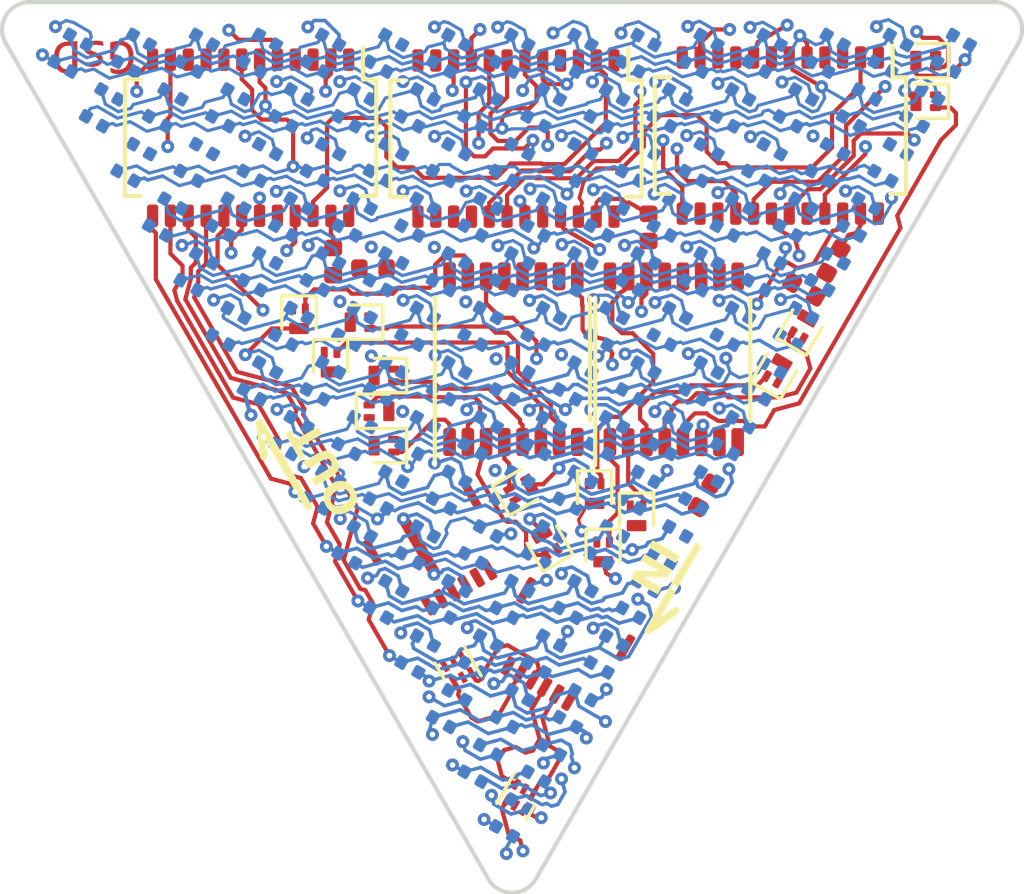
<source format=kicad_pcb>
(kicad_pcb (version 20171130) (host pcbnew 5.1.4-e60b266~84~ubuntu18.04.1)
  (layers (0 F.Cu signal) (1 In1.Cu signal) (2 In2.Cu signal) (31 B.Cu signal) (34 B.Paste user) (35 F.Paste user) (36 B.SilkS user) (37 F.SilkS user) (38 B.Mask user) (39 F.Mask user) (44 Edge.Cuts user))
  (net 0 "")
  (net 1 vcc)
  (net 2 gnd)
  (net 3 row_0)
  (net 4 row_1)
  (net 5 row_2)
  (net 6 srow_0)
  (net 7 srow_1)
  (net 8 srow_2)
  (net 9 row_3)
  (net 10 row_4)
  (net 11 row_5)
  (net 12 row_6)
  (net 13 row_7)
  (net 14 srow_3)
  (net 15 srow_4)
  (net 16 srow_5)
  (net 17 srow_6)
  (net 18 srow_7)
  (net 19 colr_0)
  (net 20 colb_0)
  (net 21 colg_0)
  (net 22 colg_1)
  (net 23 colb_1)
  (net 24 colr_1)
  (net 25 colr_2)
  (net 26 colb_2)
  (net 27 colg_2)
  (net 28 colg_3)
  (net 29 colb_3)
  (net 30 colr_3)
  (net 31 colr_4)
  (net 32 colb_4)
  (net 33 colg_4)
  (net 34 colg_5)
  (net 35 colb_5)
  (net 36 colr_5)
  (net 37 colr_6)
  (net 38 colb_6)
  (net 39 colg_6)
  (net 40 colg_7)
  (net 41 colb_7)
  (net 42 colr_7)
  (net 43 colr_8)
  (net 44 colb_8)
  (net 45 colg_8)
  (net 46 colg_9)
  (net 47 colb_9)
  (net 48 colr_9)
  (net 49 colr_10)
  (net 50 colb_10)
  (net 51 colg_10)
  (net 52 colr_11)
  (net 53 colb_11)
  (net 54 colg_11)
  (net 55 colr_12)
  (net 56 colb_12)
  (net 57 colg_12)
  (net 58 colg_13)
  (net 59 colb_13)
  (net 60 colr_13)
  (net 61 colg_14)
  (net 62 colb_14)
  (net 63 colr_14)
  (net 64 colr_15)
  (net 65 colb_15)
  (net 66 colg_15)
  (net 67 blank)
  (net 68 latch)
  (net 69 sclk)
  (net 70 dat)
  (net 71 sdo_U3)
  (net 72 sdo_U1>sdi_U2)
  (net 73 sdo_U2>sdi_U3)
  (net 74 dat_out)
  (net 75 row_8)
  (net 76 row_9)
  (net 77 row_10)
  (net 78 row_11)
  (net 79 row_12)
  (net 80 row_13)
  (net 81 row_14)
  (net 82 srow_8)
  (net 83 srow_9)
  (net 84 srow_10)
  (net 85 srow_11)
  (net 86 srow_12)
  (net 87 srow_13)
  (net 88 srow_14)
  (net 89 U1_r_ext)
  (net 90 U2_r_ext)
  (net 91 U3_r_ext)
  (net 92 sdo_U4>sdi_U5)
  (net 93 dat_i)
  (net 94 blank_i)
  (net 95 latch_i)
  (net 96 sclk_i)
  (module Package_TO_SOT_SMD:SOT-883 (layer F.Cu) (at 114.625 130.825 180)
    (fp_text reference Q2 hide)
    (fp_text value LP0404N3T5G hide)
    (pad 3 smd roundrect (at 0.35 0 180) (size 0.4 0.7) (layers F.Cu F.Paste F.Mask) (roundrect_rratio 0.125))
    (pad 2 smd roundrect (at -0.35 0.225 180) (size 0.4 0.25) (layers F.Cu F.Paste F.Mask) (roundrect_rratio 0.2))
    (pad 1 smd roundrect (at -0.35 -0.225 180) (size 0.4 0.25) (layers F.Cu F.Paste F.Mask) (roundrect_rratio 0.2) (net 7 srow_1))
  )
  (module Package_TO_SOT_SMD:SOT-883 (layer F.Cu) (at 119.5 132.375 30)
    (fp_text reference Q5 hide)
    (fp_text value LP0404N3T5G hide)
    (pad 3 smd roundrect (at 0.35 0 30) (size 0.4 0.7) (layers F.Cu F.Paste F.Mask) (roundrect_rratio 0.125) (net 10 row_4))
    (pad 2 smd roundrect (at -0.35 0.225 30) (size 0.4 0.25) (layers F.Cu F.Paste F.Mask) (roundrect_rratio 0.2))
    (pad 1 smd roundrect (at -0.35 -0.225 30) (size 0.4 0.25) (layers F.Cu F.Paste F.Mask) (roundrect_rratio 0.2) (net 15 srow_4))
  )
  (module gkl_conn:5034800600 (layer F.Cu) (at 120.130795 139.296542 150)
    (fp_text reference J1 hide)
    (fp_text value input hide)
    (pad SH smd roundrect (at -2.04 2.65 150) (size 0.3 1) (layers F.Cu F.Paste F.Mask))
    (pad SH smd roundrect (at 2.04 2.65 150) (size 0.3 1) (layers F.Cu F.Paste F.Mask))
    (pad 1 smd roundrect (at -1.25 0 150) (size 0.3 0.7) (layers F.Cu F.Paste F.Mask))
    (pad 2 smd roundrect (at -0.75 0 150) (size 0.3 0.7) (layers F.Cu F.Paste F.Mask) (net 93 dat_i))
    (pad 3 smd roundrect (at -0.25 0 150) (size 0.3 0.7) (layers F.Cu F.Paste F.Mask) (net 94 blank_i))
    (pad 4 smd roundrect (at 0.25 0 150) (size 0.3 0.7) (layers F.Cu F.Paste F.Mask) (net 95 latch_i))
    (pad 5 smd roundrect (at 0.75 0 150) (size 0.3 0.7) (layers F.Cu F.Paste F.Mask) (net 96 sclk_i))
    (pad 6 smd roundrect (at 1.25 0 150) (size 0.3 0.7) (layers F.Cu F.Paste F.Mask))
  )
  (module gkl_led:led_rbag_1515 (layer B.Cu) (at 103.463583 116.845 240)
    (fp_text reference D1 hide)
    (fp_text value LED_ARGB hide)
    (pad 3 smd roundrect (at 0.55125 -0.34875 60) (size 0.443 0.406) (layers B.Cu B.Paste B.Mask) (roundrect_rratio 0.197) (net 21 colg_0))
    (pad 1 smd roundrect (at -0.55125 -0.34875 60) (size 0.443 0.406) (layers B.Cu B.Paste B.Mask) (roundrect_rratio 0.197) (net 3 row_0))
    (pad 4 smd roundrect (at 0.55125 0.34875 60) (size 0.443 0.406) (layers B.Cu B.Paste B.Mask) (roundrect_rratio 0.197) (net 19 colr_0))
    (pad 2 smd roundrect (at -0.55125 0.34875 60) (size 0.443 0.406) (layers B.Cu B.Paste B.Mask) (roundrect_rratio 0.197) (net 20 colb_0))
  )
  (module gkl_led:led_rbag_1515 (layer B.Cu) (at 124.811579 134.357186 240)
    (fp_text reference D90 hide)
    (fp_text value LED_ARGB hide)
    (pad 3 smd roundrect (at 0.55125 -0.34875 60) (size 0.443 0.406) (layers B.Cu B.Paste B.Mask) (roundrect_rratio 0.197))
    (pad 1 smd roundrect (at -0.55125 -0.34875 60) (size 0.443 0.406) (layers B.Cu B.Paste B.Mask) (roundrect_rratio 0.197))
    (pad 4 smd roundrect (at 0.55125 0.34875 60) (size 0.443 0.406) (layers B.Cu B.Paste B.Mask) (roundrect_rratio 0.197) (net 48 colr_9))
    (pad 2 smd roundrect (at -0.55125 0.34875 60) (size 0.443 0.406) (layers B.Cu B.Paste B.Mask) (roundrect_rratio 0.197) (net 47 colb_9))
  )
  (module gkl_led:led_rbag_1515 (layer B.Cu) (at 105.710368 116.845453 240)
    (fp_text reference D17 hide)
    (fp_text value LED_ARGB hide)
    (pad 3 smd roundrect (at 0.55125 -0.34875 60) (size 0.443 0.406) (layers B.Cu B.Paste B.Mask) (roundrect_rratio 0.197) (net 21 colg_0))
    (pad 1 smd roundrect (at -0.55125 -0.34875 60) (size 0.443 0.406) (layers B.Cu B.Paste B.Mask) (roundrect_rratio 0.197))
    (pad 4 smd roundrect (at 0.55125 0.34875 60) (size 0.443 0.406) (layers B.Cu B.Paste B.Mask) (roundrect_rratio 0.197) (net 19 colr_0))
    (pad 2 smd roundrect (at -0.55125 0.34875 60) (size 0.443 0.406) (layers B.Cu B.Paste B.Mask) (roundrect_rratio 0.197) (net 20 colb_0))
  )
  (module gkl_led:led_rbag_1515 (layer B.Cu) (at 104.587368 118.790547 240)
    (fp_text reference D2 hide)
    (fp_text value LED_ARGB hide)
    (pad 3 smd roundrect (at 0.55125 -0.34875 60) (size 0.443 0.406) (layers B.Cu B.Paste B.Mask) (roundrect_rratio 0.197) (net 22 colg_1))
    (pad 1 smd roundrect (at -0.55125 -0.34875 60) (size 0.443 0.406) (layers B.Cu B.Paste B.Mask) (roundrect_rratio 0.197))
    (pad 4 smd roundrect (at 0.55125 0.34875 60) (size 0.443 0.406) (layers B.Cu B.Paste B.Mask) (roundrect_rratio 0.197) (net 24 colr_1))
    (pad 2 smd roundrect (at -0.55125 0.34875 60) (size 0.443 0.406) (layers B.Cu B.Paste B.Mask) (roundrect_rratio 0.197) (net 23 colb_1))
  )
  (module gkl_led:led_rbag_1515 (layer B.Cu) (at 105.711154 120.736093 240)
    (fp_text reference D3 hide)
    (fp_text value LED_ARGB hide)
    (pad 3 smd roundrect (at 0.55125 -0.34875 60) (size 0.443 0.406) (layers B.Cu B.Paste B.Mask) (roundrect_rratio 0.197) (net 27 colg_2))
    (pad 1 smd roundrect (at -0.55125 -0.34875 60) (size 0.443 0.406) (layers B.Cu B.Paste B.Mask) (roundrect_rratio 0.197))
    (pad 4 smd roundrect (at 0.55125 0.34875 60) (size 0.443 0.406) (layers B.Cu B.Paste B.Mask) (roundrect_rratio 0.197) (net 25 colr_2))
    (pad 2 smd roundrect (at -0.55125 0.34875 60) (size 0.443 0.406) (layers B.Cu B.Paste B.Mask) (roundrect_rratio 0.197))
  )
  (module gkl_led:led_rbag_1515 (layer B.Cu) (at 106.834939 122.68164 240)
    (fp_text reference D4 hide)
    (fp_text value LED_ARGB hide)
    (pad 3 smd roundrect (at 0.55125 -0.34875 60) (size 0.443 0.406) (layers B.Cu B.Paste B.Mask) (roundrect_rratio 0.197) (net 28 colg_3))
    (pad 1 smd roundrect (at -0.55125 -0.34875 60) (size 0.443 0.406) (layers B.Cu B.Paste B.Mask) (roundrect_rratio 0.197))
    (pad 4 smd roundrect (at 0.55125 0.34875 60) (size 0.443 0.406) (layers B.Cu B.Paste B.Mask) (roundrect_rratio 0.197))
    (pad 2 smd roundrect (at -0.55125 0.34875 60) (size 0.443 0.406) (layers B.Cu B.Paste B.Mask) (roundrect_rratio 0.197) (net 29 colb_3))
  )
  (module gkl_led:led_rbag_1515 (layer B.Cu) (at 107.958725 124.627186 240)
    (fp_text reference D5 hide)
    (fp_text value LED_ARGB hide)
    (pad 3 smd roundrect (at 0.55125 -0.34875 60) (size 0.443 0.406) (layers B.Cu B.Paste B.Mask) (roundrect_rratio 0.197) (net 33 colg_4))
    (pad 1 smd roundrect (at -0.55125 -0.34875 60) (size 0.443 0.406) (layers B.Cu B.Paste B.Mask) (roundrect_rratio 0.197) (net 3 row_0))
    (pad 4 smd roundrect (at 0.55125 0.34875 60) (size 0.443 0.406) (layers B.Cu B.Paste B.Mask) (roundrect_rratio 0.197) (net 31 colr_4))
    (pad 2 smd roundrect (at -0.55125 0.34875 60) (size 0.443 0.406) (layers B.Cu B.Paste B.Mask) (roundrect_rratio 0.197) (net 32 colb_4))
  )
  (module gkl_led:led_rbag_1515 (layer B.Cu) (at 109.08251 126.572733 240)
    (fp_text reference D6 hide)
    (fp_text value LED_ARGB hide)
    (pad 3 smd roundrect (at 0.55125 -0.34875 60) (size 0.443 0.406) (layers B.Cu B.Paste B.Mask) (roundrect_rratio 0.197) (net 34 colg_5))
    (pad 1 smd roundrect (at -0.55125 -0.34875 60) (size 0.443 0.406) (layers B.Cu B.Paste B.Mask) (roundrect_rratio 0.197) (net 3 row_0))
    (pad 4 smd roundrect (at 0.55125 0.34875 60) (size 0.443 0.406) (layers B.Cu B.Paste B.Mask) (roundrect_rratio 0.197))
    (pad 2 smd roundrect (at -0.55125 0.34875 60) (size 0.443 0.406) (layers B.Cu B.Paste B.Mask) (roundrect_rratio 0.197) (net 35 colb_5))
  )
  (module gkl_led:led_rbag_1515 (layer B.Cu) (at 110.206296 128.518279 240)
    (fp_text reference D7 hide)
    (fp_text value LED_ARGB hide)
    (pad 3 smd roundrect (at 0.55125 -0.34875 60) (size 0.443 0.406) (layers B.Cu B.Paste B.Mask) (roundrect_rratio 0.197) (net 39 colg_6))
    (pad 1 smd roundrect (at -0.55125 -0.34875 60) (size 0.443 0.406) (layers B.Cu B.Paste B.Mask) (roundrect_rratio 0.197) (net 3 row_0))
    (pad 4 smd roundrect (at 0.55125 0.34875 60) (size 0.443 0.406) (layers B.Cu B.Paste B.Mask) (roundrect_rratio 0.197) (net 37 colr_6))
    (pad 2 smd roundrect (at -0.55125 0.34875 60) (size 0.443 0.406) (layers B.Cu B.Paste B.Mask) (roundrect_rratio 0.197) (net 38 colb_6))
  )
  (module gkl_led:led_rbag_1515 (layer B.Cu) (at 111.330081 130.463826 240)
    (fp_text reference D8 hide)
    (fp_text value LED_ARGB hide)
    (pad 3 smd roundrect (at 0.55125 -0.34875 60) (size 0.443 0.406) (layers B.Cu B.Paste B.Mask) (roundrect_rratio 0.197) (net 40 colg_7))
    (pad 1 smd roundrect (at -0.55125 -0.34875 60) (size 0.443 0.406) (layers B.Cu B.Paste B.Mask) (roundrect_rratio 0.197) (net 3 row_0))
    (pad 4 smd roundrect (at 0.55125 0.34875 60) (size 0.443 0.406) (layers B.Cu B.Paste B.Mask) (roundrect_rratio 0.197) (net 42 colr_7))
    (pad 2 smd roundrect (at -0.55125 0.34875 60) (size 0.443 0.406) (layers B.Cu B.Paste B.Mask) (roundrect_rratio 0.197) (net 41 colb_7))
  )
  (module gkl_led:led_rbag_1515 (layer B.Cu) (at 112.453866 132.409372 240)
    (fp_text reference D9 hide)
    (fp_text value LED_ARGB hide)
    (pad 3 smd roundrect (at 0.55125 -0.34875 60) (size 0.443 0.406) (layers B.Cu B.Paste B.Mask) (roundrect_rratio 0.197) (net 45 colg_8))
    (pad 1 smd roundrect (at -0.55125 -0.34875 60) (size 0.443 0.406) (layers B.Cu B.Paste B.Mask) (roundrect_rratio 0.197) (net 3 row_0))
    (pad 4 smd roundrect (at 0.55125 0.34875 60) (size 0.443 0.406) (layers B.Cu B.Paste B.Mask) (roundrect_rratio 0.197) (net 43 colr_8))
    (pad 2 smd roundrect (at -0.55125 0.34875 60) (size 0.443 0.406) (layers B.Cu B.Paste B.Mask) (roundrect_rratio 0.197) (net 44 colb_8))
  )
  (module gkl_led:led_rbag_1515 (layer B.Cu) (at 113.577652 134.354919 240)
    (fp_text reference D10 hide)
    (fp_text value LED_ARGB hide)
    (pad 3 smd roundrect (at 0.55125 -0.34875 60) (size 0.443 0.406) (layers B.Cu B.Paste B.Mask) (roundrect_rratio 0.197) (net 46 colg_9))
    (pad 1 smd roundrect (at -0.55125 -0.34875 60) (size 0.443 0.406) (layers B.Cu B.Paste B.Mask) (roundrect_rratio 0.197) (net 3 row_0))
    (pad 4 smd roundrect (at 0.55125 0.34875 60) (size 0.443 0.406) (layers B.Cu B.Paste B.Mask) (roundrect_rratio 0.197) (net 48 colr_9))
    (pad 2 smd roundrect (at -0.55125 0.34875 60) (size 0.443 0.406) (layers B.Cu B.Paste B.Mask) (roundrect_rratio 0.197) (net 47 colb_9))
  )
  (module gkl_led:led_rbag_1515 (layer B.Cu) (at 114.701437 136.300465 240)
    (fp_text reference D11 hide)
    (fp_text value LED_ARGB hide)
    (pad 3 smd roundrect (at 0.55125 -0.34875 60) (size 0.443 0.406) (layers B.Cu B.Paste B.Mask) (roundrect_rratio 0.197) (net 51 colg_10))
    (pad 1 smd roundrect (at -0.55125 -0.34875 60) (size 0.443 0.406) (layers B.Cu B.Paste B.Mask) (roundrect_rratio 0.197) (net 3 row_0))
    (pad 4 smd roundrect (at 0.55125 0.34875 60) (size 0.443 0.406) (layers B.Cu B.Paste B.Mask) (roundrect_rratio 0.197) (net 49 colr_10))
    (pad 2 smd roundrect (at -0.55125 0.34875 60) (size 0.443 0.406) (layers B.Cu B.Paste B.Mask) (roundrect_rratio 0.197) (net 50 colb_10))
  )
  (module gkl_led:led_rbag_1515 (layer B.Cu) (at 115.825223 138.246012 240)
    (fp_text reference D12 hide)
    (fp_text value LED_ARGB hide)
    (pad 3 smd roundrect (at 0.55125 -0.34875 60) (size 0.443 0.406) (layers B.Cu B.Paste B.Mask) (roundrect_rratio 0.197) (net 54 colg_11))
    (pad 1 smd roundrect (at -0.55125 -0.34875 60) (size 0.443 0.406) (layers B.Cu B.Paste B.Mask) (roundrect_rratio 0.197) (net 3 row_0))
    (pad 4 smd roundrect (at 0.55125 0.34875 60) (size 0.443 0.406) (layers B.Cu B.Paste B.Mask) (roundrect_rratio 0.197) (net 52 colr_11))
    (pad 2 smd roundrect (at -0.55125 0.34875 60) (size 0.443 0.406) (layers B.Cu B.Paste B.Mask) (roundrect_rratio 0.197) (net 53 colb_11))
  )
  (module gkl_led:led_rbag_1515 (layer B.Cu) (at 116.949008 140.191558 240)
    (fp_text reference D13 hide)
    (fp_text value LED_ARGB hide)
    (pad 3 smd roundrect (at 0.55125 -0.34875 60) (size 0.443 0.406) (layers B.Cu B.Paste B.Mask) (roundrect_rratio 0.197) (net 57 colg_12))
    (pad 1 smd roundrect (at -0.55125 -0.34875 60) (size 0.443 0.406) (layers B.Cu B.Paste B.Mask) (roundrect_rratio 0.197) (net 3 row_0))
    (pad 4 smd roundrect (at 0.55125 0.34875 60) (size 0.443 0.406) (layers B.Cu B.Paste B.Mask) (roundrect_rratio 0.197) (net 55 colr_12))
    (pad 2 smd roundrect (at -0.55125 0.34875 60) (size 0.443 0.406) (layers B.Cu B.Paste B.Mask) (roundrect_rratio 0.197) (net 56 colb_12))
  )
  (module gkl_led:led_rbag_1515 (layer B.Cu) (at 118.072794 142.137105 240)
    (fp_text reference D14 hide)
    (fp_text value LED_ARGB hide)
    (pad 3 smd roundrect (at 0.55125 -0.34875 60) (size 0.443 0.406) (layers B.Cu B.Paste B.Mask) (roundrect_rratio 0.197) (net 58 colg_13))
    (pad 1 smd roundrect (at -0.55125 -0.34875 60) (size 0.443 0.406) (layers B.Cu B.Paste B.Mask) (roundrect_rratio 0.197) (net 3 row_0))
    (pad 4 smd roundrect (at 0.55125 0.34875 60) (size 0.443 0.406) (layers B.Cu B.Paste B.Mask) (roundrect_rratio 0.197) (net 60 colr_13))
    (pad 2 smd roundrect (at -0.55125 0.34875 60) (size 0.443 0.406) (layers B.Cu B.Paste B.Mask) (roundrect_rratio 0.197) (net 59 colb_13))
  )
  (module gkl_led:led_rbag_1515 (layer B.Cu) (at 119.196579 144.082651 240)
    (fp_text reference D15 hide)
    (fp_text value LED_ARGB hide)
    (pad 3 smd roundrect (at 0.55125 -0.34875 60) (size 0.443 0.406) (layers B.Cu B.Paste B.Mask) (roundrect_rratio 0.197) (net 61 colg_14))
    (pad 1 smd roundrect (at -0.55125 -0.34875 60) (size 0.443 0.406) (layers B.Cu B.Paste B.Mask) (roundrect_rratio 0.197) (net 3 row_0))
    (pad 4 smd roundrect (at 0.55125 0.34875 60) (size 0.443 0.406) (layers B.Cu B.Paste B.Mask) (roundrect_rratio 0.197) (net 63 colr_14))
    (pad 2 smd roundrect (at -0.55125 0.34875 60) (size 0.443 0.406) (layers B.Cu B.Paste B.Mask) (roundrect_rratio 0.197) (net 62 colb_14))
  )
  (module gkl_led:led_rbag_1515 (layer B.Cu) (at 106.834154 118.791 240)
    (fp_text reference D18 hide)
    (fp_text value LED_ARGB hide)
    (pad 3 smd roundrect (at 0.55125 -0.34875 60) (size 0.443 0.406) (layers B.Cu B.Paste B.Mask) (roundrect_rratio 0.197) (net 22 colg_1))
    (pad 1 smd roundrect (at -0.55125 -0.34875 60) (size 0.443 0.406) (layers B.Cu B.Paste B.Mask) (roundrect_rratio 0.197))
    (pad 4 smd roundrect (at 0.55125 0.34875 60) (size 0.443 0.406) (layers B.Cu B.Paste B.Mask) (roundrect_rratio 0.197) (net 24 colr_1))
    (pad 2 smd roundrect (at -0.55125 0.34875 60) (size 0.443 0.406) (layers B.Cu B.Paste B.Mask) (roundrect_rratio 0.197) (net 23 colb_1))
  )
  (module gkl_led:led_rbag_1515 (layer B.Cu) (at 107.957939 120.736547 240)
    (fp_text reference D19 hide)
    (fp_text value LED_ARGB hide)
    (pad 3 smd roundrect (at 0.55125 -0.34875 60) (size 0.443 0.406) (layers B.Cu B.Paste B.Mask) (roundrect_rratio 0.197) (net 27 colg_2))
    (pad 1 smd roundrect (at -0.55125 -0.34875 60) (size 0.443 0.406) (layers B.Cu B.Paste B.Mask) (roundrect_rratio 0.197))
    (pad 4 smd roundrect (at 0.55125 0.34875 60) (size 0.443 0.406) (layers B.Cu B.Paste B.Mask) (roundrect_rratio 0.197) (net 25 colr_2))
    (pad 2 smd roundrect (at -0.55125 0.34875 60) (size 0.443 0.406) (layers B.Cu B.Paste B.Mask) (roundrect_rratio 0.197))
  )
  (module gkl_led:led_rbag_1515 (layer B.Cu) (at 109.081725 122.682093 240)
    (fp_text reference D20 hide)
    (fp_text value LED_ARGB hide)
    (pad 3 smd roundrect (at 0.55125 -0.34875 60) (size 0.443 0.406) (layers B.Cu B.Paste B.Mask) (roundrect_rratio 0.197) (net 28 colg_3))
    (pad 1 smd roundrect (at -0.55125 -0.34875 60) (size 0.443 0.406) (layers B.Cu B.Paste B.Mask) (roundrect_rratio 0.197))
    (pad 4 smd roundrect (at 0.55125 0.34875 60) (size 0.443 0.406) (layers B.Cu B.Paste B.Mask) (roundrect_rratio 0.197))
    (pad 2 smd roundrect (at -0.55125 0.34875 60) (size 0.443 0.406) (layers B.Cu B.Paste B.Mask) (roundrect_rratio 0.197) (net 29 colb_3))
  )
  (module gkl_led:led_rbag_1515 (layer B.Cu) (at 110.20551 124.62764 240)
    (fp_text reference D21 hide)
    (fp_text value LED_ARGB hide)
    (pad 3 smd roundrect (at 0.55125 -0.34875 60) (size 0.443 0.406) (layers B.Cu B.Paste B.Mask) (roundrect_rratio 0.197) (net 33 colg_4))
    (pad 1 smd roundrect (at -0.55125 -0.34875 60) (size 0.443 0.406) (layers B.Cu B.Paste B.Mask) (roundrect_rratio 0.197))
    (pad 4 smd roundrect (at 0.55125 0.34875 60) (size 0.443 0.406) (layers B.Cu B.Paste B.Mask) (roundrect_rratio 0.197) (net 31 colr_4))
    (pad 2 smd roundrect (at -0.55125 0.34875 60) (size 0.443 0.406) (layers B.Cu B.Paste B.Mask) (roundrect_rratio 0.197) (net 32 colb_4))
  )
  (module gkl_led:led_rbag_1515 (layer B.Cu) (at 111.329296 126.573186 240)
    (fp_text reference D22 hide)
    (fp_text value LED_ARGB hide)
    (pad 3 smd roundrect (at 0.55125 -0.34875 60) (size 0.443 0.406) (layers B.Cu B.Paste B.Mask) (roundrect_rratio 0.197) (net 34 colg_5))
    (pad 1 smd roundrect (at -0.55125 -0.34875 60) (size 0.443 0.406) (layers B.Cu B.Paste B.Mask) (roundrect_rratio 0.197))
    (pad 4 smd roundrect (at 0.55125 0.34875 60) (size 0.443 0.406) (layers B.Cu B.Paste B.Mask) (roundrect_rratio 0.197))
    (pad 2 smd roundrect (at -0.55125 0.34875 60) (size 0.443 0.406) (layers B.Cu B.Paste B.Mask) (roundrect_rratio 0.197) (net 35 colb_5))
  )
  (module gkl_led:led_rbag_1515 (layer B.Cu) (at 112.453081 128.518733 240)
    (fp_text reference D23 hide)
    (fp_text value LED_ARGB hide)
    (pad 3 smd roundrect (at 0.55125 -0.34875 60) (size 0.443 0.406) (layers B.Cu B.Paste B.Mask) (roundrect_rratio 0.197) (net 39 colg_6))
    (pad 1 smd roundrect (at -0.55125 -0.34875 60) (size 0.443 0.406) (layers B.Cu B.Paste B.Mask) (roundrect_rratio 0.197))
    (pad 4 smd roundrect (at 0.55125 0.34875 60) (size 0.443 0.406) (layers B.Cu B.Paste B.Mask) (roundrect_rratio 0.197) (net 37 colr_6))
    (pad 2 smd roundrect (at -0.55125 0.34875 60) (size 0.443 0.406) (layers B.Cu B.Paste B.Mask) (roundrect_rratio 0.197) (net 38 colb_6))
  )
  (module gkl_led:led_rbag_1515 (layer B.Cu) (at 113.576866 130.464279 240)
    (fp_text reference D24 hide)
    (fp_text value LED_ARGB hide)
    (pad 3 smd roundrect (at 0.55125 -0.34875 60) (size 0.443 0.406) (layers B.Cu B.Paste B.Mask) (roundrect_rratio 0.197) (net 40 colg_7))
    (pad 1 smd roundrect (at -0.55125 -0.34875 60) (size 0.443 0.406) (layers B.Cu B.Paste B.Mask) (roundrect_rratio 0.197))
    (pad 4 smd roundrect (at 0.55125 0.34875 60) (size 0.443 0.406) (layers B.Cu B.Paste B.Mask) (roundrect_rratio 0.197) (net 42 colr_7))
    (pad 2 smd roundrect (at -0.55125 0.34875 60) (size 0.443 0.406) (layers B.Cu B.Paste B.Mask) (roundrect_rratio 0.197) (net 41 colb_7))
  )
  (module gkl_led:led_rbag_1515 (layer B.Cu) (at 114.700652 132.409826 240)
    (fp_text reference D25 hide)
    (fp_text value LED_ARGB hide)
    (pad 3 smd roundrect (at 0.55125 -0.34875 60) (size 0.443 0.406) (layers B.Cu B.Paste B.Mask) (roundrect_rratio 0.197) (net 45 colg_8))
    (pad 1 smd roundrect (at -0.55125 -0.34875 60) (size 0.443 0.406) (layers B.Cu B.Paste B.Mask) (roundrect_rratio 0.197))
    (pad 4 smd roundrect (at 0.55125 0.34875 60) (size 0.443 0.406) (layers B.Cu B.Paste B.Mask) (roundrect_rratio 0.197) (net 43 colr_8))
    (pad 2 smd roundrect (at -0.55125 0.34875 60) (size 0.443 0.406) (layers B.Cu B.Paste B.Mask) (roundrect_rratio 0.197) (net 44 colb_8))
  )
  (module gkl_led:led_rbag_1515 (layer B.Cu) (at 115.824437 134.355372 240)
    (fp_text reference D26 hide)
    (fp_text value LED_ARGB hide)
    (pad 3 smd roundrect (at 0.55125 -0.34875 60) (size 0.443 0.406) (layers B.Cu B.Paste B.Mask) (roundrect_rratio 0.197) (net 46 colg_9))
    (pad 1 smd roundrect (at -0.55125 -0.34875 60) (size 0.443 0.406) (layers B.Cu B.Paste B.Mask) (roundrect_rratio 0.197) (net 4 row_1))
    (pad 4 smd roundrect (at 0.55125 0.34875 60) (size 0.443 0.406) (layers B.Cu B.Paste B.Mask) (roundrect_rratio 0.197) (net 48 colr_9))
    (pad 2 smd roundrect (at -0.55125 0.34875 60) (size 0.443 0.406) (layers B.Cu B.Paste B.Mask) (roundrect_rratio 0.197) (net 47 colb_9))
  )
  (module gkl_led:led_rbag_1515 (layer B.Cu) (at 116.948223 136.300919 240)
    (fp_text reference D27 hide)
    (fp_text value LED_ARGB hide)
    (pad 3 smd roundrect (at 0.55125 -0.34875 60) (size 0.443 0.406) (layers B.Cu B.Paste B.Mask) (roundrect_rratio 0.197) (net 51 colg_10))
    (pad 1 smd roundrect (at -0.55125 -0.34875 60) (size 0.443 0.406) (layers B.Cu B.Paste B.Mask) (roundrect_rratio 0.197) (net 4 row_1))
    (pad 4 smd roundrect (at 0.55125 0.34875 60) (size 0.443 0.406) (layers B.Cu B.Paste B.Mask) (roundrect_rratio 0.197) (net 49 colr_10))
    (pad 2 smd roundrect (at -0.55125 0.34875 60) (size 0.443 0.406) (layers B.Cu B.Paste B.Mask) (roundrect_rratio 0.197) (net 50 colb_10))
  )
  (module gkl_led:led_rbag_1515 (layer B.Cu) (at 118.072008 138.246465 240)
    (fp_text reference D28 hide)
    (fp_text value LED_ARGB hide)
    (pad 3 smd roundrect (at 0.55125 -0.34875 60) (size 0.443 0.406) (layers B.Cu B.Paste B.Mask) (roundrect_rratio 0.197) (net 54 colg_11))
    (pad 1 smd roundrect (at -0.55125 -0.34875 60) (size 0.443 0.406) (layers B.Cu B.Paste B.Mask) (roundrect_rratio 0.197) (net 4 row_1))
    (pad 4 smd roundrect (at 0.55125 0.34875 60) (size 0.443 0.406) (layers B.Cu B.Paste B.Mask) (roundrect_rratio 0.197) (net 52 colr_11))
    (pad 2 smd roundrect (at -0.55125 0.34875 60) (size 0.443 0.406) (layers B.Cu B.Paste B.Mask) (roundrect_rratio 0.197) (net 53 colb_11))
  )
  (module gkl_led:led_rbag_1515 (layer B.Cu) (at 119.195794 140.192012 240)
    (fp_text reference D29 hide)
    (fp_text value LED_ARGB hide)
    (pad 3 smd roundrect (at 0.55125 -0.34875 60) (size 0.443 0.406) (layers B.Cu B.Paste B.Mask) (roundrect_rratio 0.197) (net 57 colg_12))
    (pad 1 smd roundrect (at -0.55125 -0.34875 60) (size 0.443 0.406) (layers B.Cu B.Paste B.Mask) (roundrect_rratio 0.197) (net 4 row_1))
    (pad 4 smd roundrect (at 0.55125 0.34875 60) (size 0.443 0.406) (layers B.Cu B.Paste B.Mask) (roundrect_rratio 0.197) (net 55 colr_12))
    (pad 2 smd roundrect (at -0.55125 0.34875 60) (size 0.443 0.406) (layers B.Cu B.Paste B.Mask) (roundrect_rratio 0.197) (net 56 colb_12))
  )
  (module gkl_led:led_rbag_1515 (layer B.Cu) (at 120.319579 142.137558 240)
    (fp_text reference D30 hide)
    (fp_text value LED_ARGB hide)
    (pad 3 smd roundrect (at 0.55125 -0.34875 60) (size 0.443 0.406) (layers B.Cu B.Paste B.Mask) (roundrect_rratio 0.197) (net 58 colg_13))
    (pad 1 smd roundrect (at -0.55125 -0.34875 60) (size 0.443 0.406) (layers B.Cu B.Paste B.Mask) (roundrect_rratio 0.197) (net 4 row_1))
    (pad 4 smd roundrect (at 0.55125 0.34875 60) (size 0.443 0.406) (layers B.Cu B.Paste B.Mask) (roundrect_rratio 0.197) (net 60 colr_13))
    (pad 2 smd roundrect (at -0.55125 0.34875 60) (size 0.443 0.406) (layers B.Cu B.Paste B.Mask) (roundrect_rratio 0.197) (net 59 colb_13))
  )
  (module gkl_led:led_rbag_1515 (layer B.Cu) (at 107.957154 116.845907 240)
    (fp_text reference D33 hide)
    (fp_text value LED_ARGB hide)
    (pad 3 smd roundrect (at 0.55125 -0.34875 60) (size 0.443 0.406) (layers B.Cu B.Paste B.Mask) (roundrect_rratio 0.197) (net 21 colg_0))
    (pad 1 smd roundrect (at -0.55125 -0.34875 60) (size 0.443 0.406) (layers B.Cu B.Paste B.Mask) (roundrect_rratio 0.197))
    (pad 4 smd roundrect (at 0.55125 0.34875 60) (size 0.443 0.406) (layers B.Cu B.Paste B.Mask) (roundrect_rratio 0.197) (net 19 colr_0))
    (pad 2 smd roundrect (at -0.55125 0.34875 60) (size 0.443 0.406) (layers B.Cu B.Paste B.Mask) (roundrect_rratio 0.197) (net 20 colb_0))
  )
  (module gkl_led:led_rbag_1515 (layer B.Cu) (at 109.08094 118.791453 240)
    (fp_text reference D34 hide)
    (fp_text value LED_ARGB hide)
    (pad 3 smd roundrect (at 0.55125 -0.34875 60) (size 0.443 0.406) (layers B.Cu B.Paste B.Mask) (roundrect_rratio 0.197) (net 22 colg_1))
    (pad 1 smd roundrect (at -0.55125 -0.34875 60) (size 0.443 0.406) (layers B.Cu B.Paste B.Mask) (roundrect_rratio 0.197))
    (pad 4 smd roundrect (at 0.55125 0.34875 60) (size 0.443 0.406) (layers B.Cu B.Paste B.Mask) (roundrect_rratio 0.197) (net 24 colr_1))
    (pad 2 smd roundrect (at -0.55125 0.34875 60) (size 0.443 0.406) (layers B.Cu B.Paste B.Mask) (roundrect_rratio 0.197) (net 23 colb_1))
  )
  (module gkl_led:led_rbag_1515 (layer B.Cu) (at 110.204725 120.737 240)
    (fp_text reference D35 hide)
    (fp_text value LED_ARGB hide)
    (pad 3 smd roundrect (at 0.55125 -0.34875 60) (size 0.443 0.406) (layers B.Cu B.Paste B.Mask) (roundrect_rratio 0.197) (net 27 colg_2))
    (pad 1 smd roundrect (at -0.55125 -0.34875 60) (size 0.443 0.406) (layers B.Cu B.Paste B.Mask) (roundrect_rratio 0.197) (net 5 row_2))
    (pad 4 smd roundrect (at 0.55125 0.34875 60) (size 0.443 0.406) (layers B.Cu B.Paste B.Mask) (roundrect_rratio 0.197) (net 25 colr_2))
    (pad 2 smd roundrect (at -0.55125 0.34875 60) (size 0.443 0.406) (layers B.Cu B.Paste B.Mask) (roundrect_rratio 0.197))
  )
  (module gkl_led:led_rbag_1515 (layer B.Cu) (at 111.32851 122.682547 240)
    (fp_text reference D36 hide)
    (fp_text value LED_ARGB hide)
    (pad 3 smd roundrect (at 0.55125 -0.34875 60) (size 0.443 0.406) (layers B.Cu B.Paste B.Mask) (roundrect_rratio 0.197) (net 28 colg_3))
    (pad 1 smd roundrect (at -0.55125 -0.34875 60) (size 0.443 0.406) (layers B.Cu B.Paste B.Mask) (roundrect_rratio 0.197) (net 5 row_2))
    (pad 4 smd roundrect (at 0.55125 0.34875 60) (size 0.443 0.406) (layers B.Cu B.Paste B.Mask) (roundrect_rratio 0.197))
    (pad 2 smd roundrect (at -0.55125 0.34875 60) (size 0.443 0.406) (layers B.Cu B.Paste B.Mask) (roundrect_rratio 0.197) (net 29 colb_3))
  )
  (module gkl_led:led_rbag_1515 (layer B.Cu) (at 112.452296 124.628093 240)
    (fp_text reference D37 hide)
    (fp_text value LED_ARGB hide)
    (pad 3 smd roundrect (at 0.55125 -0.34875 60) (size 0.443 0.406) (layers B.Cu B.Paste B.Mask) (roundrect_rratio 0.197) (net 33 colg_4))
    (pad 1 smd roundrect (at -0.55125 -0.34875 60) (size 0.443 0.406) (layers B.Cu B.Paste B.Mask) (roundrect_rratio 0.197) (net 5 row_2))
    (pad 4 smd roundrect (at 0.55125 0.34875 60) (size 0.443 0.406) (layers B.Cu B.Paste B.Mask) (roundrect_rratio 0.197) (net 31 colr_4))
    (pad 2 smd roundrect (at -0.55125 0.34875 60) (size 0.443 0.406) (layers B.Cu B.Paste B.Mask) (roundrect_rratio 0.197) (net 32 colb_4))
  )
  (module gkl_led:led_rbag_1515 (layer B.Cu) (at 113.576081 126.57364 240)
    (fp_text reference D38 hide)
    (fp_text value LED_ARGB hide)
    (pad 3 smd roundrect (at 0.55125 -0.34875 60) (size 0.443 0.406) (layers B.Cu B.Paste B.Mask) (roundrect_rratio 0.197) (net 34 colg_5))
    (pad 1 smd roundrect (at -0.55125 -0.34875 60) (size 0.443 0.406) (layers B.Cu B.Paste B.Mask) (roundrect_rratio 0.197))
    (pad 4 smd roundrect (at 0.55125 0.34875 60) (size 0.443 0.406) (layers B.Cu B.Paste B.Mask) (roundrect_rratio 0.197))
    (pad 2 smd roundrect (at -0.55125 0.34875 60) (size 0.443 0.406) (layers B.Cu B.Paste B.Mask) (roundrect_rratio 0.197) (net 35 colb_5))
  )
  (module gkl_led:led_rbag_1515 (layer B.Cu) (at 114.699866 128.519186 240)
    (fp_text reference D39 hide)
    (fp_text value LED_ARGB hide)
    (pad 3 smd roundrect (at 0.55125 -0.34875 60) (size 0.443 0.406) (layers B.Cu B.Paste B.Mask) (roundrect_rratio 0.197) (net 39 colg_6))
    (pad 1 smd roundrect (at -0.55125 -0.34875 60) (size 0.443 0.406) (layers B.Cu B.Paste B.Mask) (roundrect_rratio 0.197))
    (pad 4 smd roundrect (at 0.55125 0.34875 60) (size 0.443 0.406) (layers B.Cu B.Paste B.Mask) (roundrect_rratio 0.197) (net 37 colr_6))
    (pad 2 smd roundrect (at -0.55125 0.34875 60) (size 0.443 0.406) (layers B.Cu B.Paste B.Mask) (roundrect_rratio 0.197) (net 38 colb_6))
  )
  (module gkl_led:led_rbag_1515 (layer B.Cu) (at 115.823652 130.464733 240)
    (fp_text reference D40 hide)
    (fp_text value LED_ARGB hide)
    (pad 3 smd roundrect (at 0.55125 -0.34875 60) (size 0.443 0.406) (layers B.Cu B.Paste B.Mask) (roundrect_rratio 0.197) (net 40 colg_7))
    (pad 1 smd roundrect (at -0.55125 -0.34875 60) (size 0.443 0.406) (layers B.Cu B.Paste B.Mask) (roundrect_rratio 0.197))
    (pad 4 smd roundrect (at 0.55125 0.34875 60) (size 0.443 0.406) (layers B.Cu B.Paste B.Mask) (roundrect_rratio 0.197) (net 42 colr_7))
    (pad 2 smd roundrect (at -0.55125 0.34875 60) (size 0.443 0.406) (layers B.Cu B.Paste B.Mask) (roundrect_rratio 0.197) (net 41 colb_7))
  )
  (module gkl_led:led_rbag_1515 (layer B.Cu) (at 116.947437 132.410279 240)
    (fp_text reference D41 hide)
    (fp_text value LED_ARGB hide)
    (pad 3 smd roundrect (at 0.55125 -0.34875 60) (size 0.443 0.406) (layers B.Cu B.Paste B.Mask) (roundrect_rratio 0.197) (net 45 colg_8))
    (pad 1 smd roundrect (at -0.55125 -0.34875 60) (size 0.443 0.406) (layers B.Cu B.Paste B.Mask) (roundrect_rratio 0.197) (net 5 row_2))
    (pad 4 smd roundrect (at 0.55125 0.34875 60) (size 0.443 0.406) (layers B.Cu B.Paste B.Mask) (roundrect_rratio 0.197) (net 43 colr_8))
    (pad 2 smd roundrect (at -0.55125 0.34875 60) (size 0.443 0.406) (layers B.Cu B.Paste B.Mask) (roundrect_rratio 0.197) (net 44 colb_8))
  )
  (module gkl_led:led_rbag_1515 (layer B.Cu) (at 118.071223 134.355826 240)
    (fp_text reference D42 hide)
    (fp_text value LED_ARGB hide)
    (pad 3 smd roundrect (at 0.55125 -0.34875 60) (size 0.443 0.406) (layers B.Cu B.Paste B.Mask) (roundrect_rratio 0.197) (net 46 colg_9))
    (pad 1 smd roundrect (at -0.55125 -0.34875 60) (size 0.443 0.406) (layers B.Cu B.Paste B.Mask) (roundrect_rratio 0.197) (net 5 row_2))
    (pad 4 smd roundrect (at 0.55125 0.34875 60) (size 0.443 0.406) (layers B.Cu B.Paste B.Mask) (roundrect_rratio 0.197))
    (pad 2 smd roundrect (at -0.55125 0.34875 60) (size 0.443 0.406) (layers B.Cu B.Paste B.Mask) (roundrect_rratio 0.197) (net 47 colb_9))
  )
  (module gkl_led:led_rbag_1515 (layer B.Cu) (at 119.195008 136.301372 240)
    (fp_text reference D43 hide)
    (fp_text value LED_ARGB hide)
    (pad 3 smd roundrect (at 0.55125 -0.34875 60) (size 0.443 0.406) (layers B.Cu B.Paste B.Mask) (roundrect_rratio 0.197) (net 51 colg_10))
    (pad 1 smd roundrect (at -0.55125 -0.34875 60) (size 0.443 0.406) (layers B.Cu B.Paste B.Mask) (roundrect_rratio 0.197) (net 5 row_2))
    (pad 4 smd roundrect (at 0.55125 0.34875 60) (size 0.443 0.406) (layers B.Cu B.Paste B.Mask) (roundrect_rratio 0.197) (net 49 colr_10))
    (pad 2 smd roundrect (at -0.55125 0.34875 60) (size 0.443 0.406) (layers B.Cu B.Paste B.Mask) (roundrect_rratio 0.197) (net 50 colb_10))
  )
  (module gkl_led:led_rbag_1515 (layer B.Cu) (at 120.318794 138.246919 240)
    (fp_text reference D44 hide)
    (fp_text value LED_ARGB hide)
    (pad 3 smd roundrect (at 0.55125 -0.34875 60) (size 0.443 0.406) (layers B.Cu B.Paste B.Mask) (roundrect_rratio 0.197) (net 54 colg_11))
    (pad 1 smd roundrect (at -0.55125 -0.34875 60) (size 0.443 0.406) (layers B.Cu B.Paste B.Mask) (roundrect_rratio 0.197) (net 5 row_2))
    (pad 4 smd roundrect (at 0.55125 0.34875 60) (size 0.443 0.406) (layers B.Cu B.Paste B.Mask) (roundrect_rratio 0.197) (net 52 colr_11))
    (pad 2 smd roundrect (at -0.55125 0.34875 60) (size 0.443 0.406) (layers B.Cu B.Paste B.Mask) (roundrect_rratio 0.197) (net 53 colb_11))
  )
  (module gkl_led:led_rbag_1515 (layer B.Cu) (at 121.442579 140.192465 240)
    (fp_text reference D45 hide)
    (fp_text value LED_ARGB hide)
    (pad 3 smd roundrect (at 0.55125 -0.34875 60) (size 0.443 0.406) (layers B.Cu B.Paste B.Mask) (roundrect_rratio 0.197) (net 57 colg_12))
    (pad 1 smd roundrect (at -0.55125 -0.34875 60) (size 0.443 0.406) (layers B.Cu B.Paste B.Mask) (roundrect_rratio 0.197) (net 5 row_2))
    (pad 4 smd roundrect (at 0.55125 0.34875 60) (size 0.443 0.406) (layers B.Cu B.Paste B.Mask) (roundrect_rratio 0.197) (net 55 colr_12))
    (pad 2 smd roundrect (at -0.55125 0.34875 60) (size 0.443 0.406) (layers B.Cu B.Paste B.Mask) (roundrect_rratio 0.197) (net 56 colb_12))
  )
  (module gkl_led:led_rbag_1515 (layer B.Cu) (at 110.203939 116.84636 240)
    (fp_text reference D49 hide)
    (fp_text value LED_ARGB hide)
    (pad 3 smd roundrect (at 0.55125 -0.34875 60) (size 0.443 0.406) (layers B.Cu B.Paste B.Mask) (roundrect_rratio 0.197) (net 21 colg_0))
    (pad 1 smd roundrect (at -0.55125 -0.34875 60) (size 0.443 0.406) (layers B.Cu B.Paste B.Mask) (roundrect_rratio 0.197))
    (pad 4 smd roundrect (at 0.55125 0.34875 60) (size 0.443 0.406) (layers B.Cu B.Paste B.Mask) (roundrect_rratio 0.197) (net 19 colr_0))
    (pad 2 smd roundrect (at -0.55125 0.34875 60) (size 0.443 0.406) (layers B.Cu B.Paste B.Mask) (roundrect_rratio 0.197) (net 20 colb_0))
  )
  (module gkl_led:led_rbag_1515 (layer B.Cu) (at 111.327725 118.791907 240)
    (fp_text reference D50 hide)
    (fp_text value LED_ARGB hide)
    (pad 3 smd roundrect (at 0.55125 -0.34875 60) (size 0.443 0.406) (layers B.Cu B.Paste B.Mask) (roundrect_rratio 0.197) (net 22 colg_1))
    (pad 1 smd roundrect (at -0.55125 -0.34875 60) (size 0.443 0.406) (layers B.Cu B.Paste B.Mask) (roundrect_rratio 0.197) (net 9 row_3))
    (pad 4 smd roundrect (at 0.55125 0.34875 60) (size 0.443 0.406) (layers B.Cu B.Paste B.Mask) (roundrect_rratio 0.197) (net 24 colr_1))
    (pad 2 smd roundrect (at -0.55125 0.34875 60) (size 0.443 0.406) (layers B.Cu B.Paste B.Mask) (roundrect_rratio 0.197) (net 23 colb_1))
  )
  (module gkl_led:led_rbag_1515 (layer B.Cu) (at 112.45151 120.737453 240)
    (fp_text reference D51 hide)
    (fp_text value LED_ARGB hide)
    (pad 3 smd roundrect (at 0.55125 -0.34875 60) (size 0.443 0.406) (layers B.Cu B.Paste B.Mask) (roundrect_rratio 0.197) (net 27 colg_2))
    (pad 1 smd roundrect (at -0.55125 -0.34875 60) (size 0.443 0.406) (layers B.Cu B.Paste B.Mask) (roundrect_rratio 0.197) (net 9 row_3))
    (pad 4 smd roundrect (at 0.55125 0.34875 60) (size 0.443 0.406) (layers B.Cu B.Paste B.Mask) (roundrect_rratio 0.197) (net 25 colr_2))
    (pad 2 smd roundrect (at -0.55125 0.34875 60) (size 0.443 0.406) (layers B.Cu B.Paste B.Mask) (roundrect_rratio 0.197))
  )
  (module gkl_led:led_rbag_1515 (layer B.Cu) (at 113.575296 122.683 240)
    (fp_text reference D52 hide)
    (fp_text value LED_ARGB hide)
    (pad 3 smd roundrect (at 0.55125 -0.34875 60) (size 0.443 0.406) (layers B.Cu B.Paste B.Mask) (roundrect_rratio 0.197) (net 28 colg_3))
    (pad 1 smd roundrect (at -0.55125 -0.34875 60) (size 0.443 0.406) (layers B.Cu B.Paste B.Mask) (roundrect_rratio 0.197) (net 9 row_3))
    (pad 4 smd roundrect (at 0.55125 0.34875 60) (size 0.443 0.406) (layers B.Cu B.Paste B.Mask) (roundrect_rratio 0.197))
    (pad 2 smd roundrect (at -0.55125 0.34875 60) (size 0.443 0.406) (layers B.Cu B.Paste B.Mask) (roundrect_rratio 0.197) (net 29 colb_3))
  )
  (module gkl_led:led_rbag_1515 (layer B.Cu) (at 114.699081 124.628547 240)
    (fp_text reference D53 hide)
    (fp_text value LED_ARGB hide)
    (pad 3 smd roundrect (at 0.55125 -0.34875 60) (size 0.443 0.406) (layers B.Cu B.Paste B.Mask) (roundrect_rratio 0.197) (net 33 colg_4))
    (pad 1 smd roundrect (at -0.55125 -0.34875 60) (size 0.443 0.406) (layers B.Cu B.Paste B.Mask) (roundrect_rratio 0.197))
    (pad 4 smd roundrect (at 0.55125 0.34875 60) (size 0.443 0.406) (layers B.Cu B.Paste B.Mask) (roundrect_rratio 0.197) (net 31 colr_4))
    (pad 2 smd roundrect (at -0.55125 0.34875 60) (size 0.443 0.406) (layers B.Cu B.Paste B.Mask) (roundrect_rratio 0.197) (net 32 colb_4))
  )
  (module gkl_led:led_rbag_1515 (layer B.Cu) (at 115.822866 126.574093 240)
    (fp_text reference D54 hide)
    (fp_text value LED_ARGB hide)
    (pad 3 smd roundrect (at 0.55125 -0.34875 60) (size 0.443 0.406) (layers B.Cu B.Paste B.Mask) (roundrect_rratio 0.197) (net 34 colg_5))
    (pad 1 smd roundrect (at -0.55125 -0.34875 60) (size 0.443 0.406) (layers B.Cu B.Paste B.Mask) (roundrect_rratio 0.197) (net 9 row_3))
    (pad 4 smd roundrect (at 0.55125 0.34875 60) (size 0.443 0.406) (layers B.Cu B.Paste B.Mask) (roundrect_rratio 0.197))
    (pad 2 smd roundrect (at -0.55125 0.34875 60) (size 0.443 0.406) (layers B.Cu B.Paste B.Mask) (roundrect_rratio 0.197) (net 35 colb_5))
  )
  (module gkl_led:led_rbag_1515 (layer B.Cu) (at 116.946652 128.51964 240)
    (fp_text reference D55 hide)
    (fp_text value LED_ARGB hide)
    (pad 3 smd roundrect (at 0.55125 -0.34875 60) (size 0.443 0.406) (layers B.Cu B.Paste B.Mask) (roundrect_rratio 0.197) (net 39 colg_6))
    (pad 1 smd roundrect (at -0.55125 -0.34875 60) (size 0.443 0.406) (layers B.Cu B.Paste B.Mask) (roundrect_rratio 0.197) (net 9 row_3))
    (pad 4 smd roundrect (at 0.55125 0.34875 60) (size 0.443 0.406) (layers B.Cu B.Paste B.Mask) (roundrect_rratio 0.197) (net 37 colr_6))
    (pad 2 smd roundrect (at -0.55125 0.34875 60) (size 0.443 0.406) (layers B.Cu B.Paste B.Mask) (roundrect_rratio 0.197) (net 38 colb_6))
  )
  (module gkl_led:led_rbag_1515 (layer B.Cu) (at 118.070437 130.465186 240)
    (fp_text reference D56 hide)
    (fp_text value LED_ARGB hide)
    (pad 3 smd roundrect (at 0.55125 -0.34875 60) (size 0.443 0.406) (layers B.Cu B.Paste B.Mask) (roundrect_rratio 0.197) (net 40 colg_7))
    (pad 1 smd roundrect (at -0.55125 -0.34875 60) (size 0.443 0.406) (layers B.Cu B.Paste B.Mask) (roundrect_rratio 0.197) (net 9 row_3))
    (pad 4 smd roundrect (at 0.55125 0.34875 60) (size 0.443 0.406) (layers B.Cu B.Paste B.Mask) (roundrect_rratio 0.197) (net 42 colr_7))
    (pad 2 smd roundrect (at -0.55125 0.34875 60) (size 0.443 0.406) (layers B.Cu B.Paste B.Mask) (roundrect_rratio 0.197) (net 41 colb_7))
  )
  (module gkl_led:led_rbag_1515 (layer B.Cu) (at 119.194223 132.410733 240)
    (fp_text reference D57 hide)
    (fp_text value LED_ARGB hide)
    (pad 3 smd roundrect (at 0.55125 -0.34875 60) (size 0.443 0.406) (layers B.Cu B.Paste B.Mask) (roundrect_rratio 0.197) (net 45 colg_8))
    (pad 1 smd roundrect (at -0.55125 -0.34875 60) (size 0.443 0.406) (layers B.Cu B.Paste B.Mask) (roundrect_rratio 0.197))
    (pad 4 smd roundrect (at 0.55125 0.34875 60) (size 0.443 0.406) (layers B.Cu B.Paste B.Mask) (roundrect_rratio 0.197) (net 43 colr_8))
    (pad 2 smd roundrect (at -0.55125 0.34875 60) (size 0.443 0.406) (layers B.Cu B.Paste B.Mask) (roundrect_rratio 0.197) (net 44 colb_8))
  )
  (module gkl_led:led_rbag_1515 (layer B.Cu) (at 120.318008 134.356279 240)
    (fp_text reference D58 hide)
    (fp_text value LED_ARGB hide)
    (pad 3 smd roundrect (at 0.55125 -0.34875 60) (size 0.443 0.406) (layers B.Cu B.Paste B.Mask) (roundrect_rratio 0.197) (net 46 colg_9))
    (pad 1 smd roundrect (at -0.55125 -0.34875 60) (size 0.443 0.406) (layers B.Cu B.Paste B.Mask) (roundrect_rratio 0.197) (net 9 row_3))
    (pad 4 smd roundrect (at 0.55125 0.34875 60) (size 0.443 0.406) (layers B.Cu B.Paste B.Mask) (roundrect_rratio 0.197) (net 48 colr_9))
    (pad 2 smd roundrect (at -0.55125 0.34875 60) (size 0.443 0.406) (layers B.Cu B.Paste B.Mask) (roundrect_rratio 0.197) (net 47 colb_9))
  )
  (module gkl_led:led_rbag_1515 (layer B.Cu) (at 121.441794 136.301826 240)
    (fp_text reference D59 hide)
    (fp_text value LED_ARGB hide)
    (pad 3 smd roundrect (at 0.55125 -0.34875 60) (size 0.443 0.406) (layers B.Cu B.Paste B.Mask) (roundrect_rratio 0.197) (net 51 colg_10))
    (pad 1 smd roundrect (at -0.55125 -0.34875 60) (size 0.443 0.406) (layers B.Cu B.Paste B.Mask) (roundrect_rratio 0.197) (net 9 row_3))
    (pad 4 smd roundrect (at 0.55125 0.34875 60) (size 0.443 0.406) (layers B.Cu B.Paste B.Mask) (roundrect_rratio 0.197) (net 49 colr_10))
    (pad 2 smd roundrect (at -0.55125 0.34875 60) (size 0.443 0.406) (layers B.Cu B.Paste B.Mask) (roundrect_rratio 0.197) (net 50 colb_10))
  )
  (module gkl_led:led_rbag_1515 (layer B.Cu) (at 122.565579 138.247372 240)
    (fp_text reference D60 hide)
    (fp_text value LED_ARGB hide)
    (pad 3 smd roundrect (at 0.55125 -0.34875 60) (size 0.443 0.406) (layers B.Cu B.Paste B.Mask) (roundrect_rratio 0.197) (net 54 colg_11))
    (pad 1 smd roundrect (at -0.55125 -0.34875 60) (size 0.443 0.406) (layers B.Cu B.Paste B.Mask) (roundrect_rratio 0.197) (net 9 row_3))
    (pad 4 smd roundrect (at 0.55125 0.34875 60) (size 0.443 0.406) (layers B.Cu B.Paste B.Mask) (roundrect_rratio 0.197) (net 52 colr_11))
    (pad 2 smd roundrect (at -0.55125 0.34875 60) (size 0.443 0.406) (layers B.Cu B.Paste B.Mask) (roundrect_rratio 0.197) (net 53 colb_11))
  )
  (module gkl_led:led_rbag_1515 (layer B.Cu) (at 112.450725 116.846814 240)
    (fp_text reference D65 hide)
    (fp_text value LED_ARGB hide)
    (pad 3 smd roundrect (at 0.55125 -0.34875 60) (size 0.443 0.406) (layers B.Cu B.Paste B.Mask) (roundrect_rratio 0.197) (net 21 colg_0))
    (pad 1 smd roundrect (at -0.55125 -0.34875 60) (size 0.443 0.406) (layers B.Cu B.Paste B.Mask) (roundrect_rratio 0.197) (net 10 row_4))
    (pad 4 smd roundrect (at 0.55125 0.34875 60) (size 0.443 0.406) (layers B.Cu B.Paste B.Mask) (roundrect_rratio 0.197) (net 19 colr_0))
    (pad 2 smd roundrect (at -0.55125 0.34875 60) (size 0.443 0.406) (layers B.Cu B.Paste B.Mask) (roundrect_rratio 0.197) (net 20 colb_0))
  )
  (module gkl_led:led_rbag_1515 (layer B.Cu) (at 113.57451 118.79236 240)
    (fp_text reference D66 hide)
    (fp_text value LED_ARGB hide)
    (pad 3 smd roundrect (at 0.55125 -0.34875 60) (size 0.443 0.406) (layers B.Cu B.Paste B.Mask) (roundrect_rratio 0.197) (net 22 colg_1))
    (pad 1 smd roundrect (at -0.55125 -0.34875 60) (size 0.443 0.406) (layers B.Cu B.Paste B.Mask) (roundrect_rratio 0.197) (net 10 row_4))
    (pad 4 smd roundrect (at 0.55125 0.34875 60) (size 0.443 0.406) (layers B.Cu B.Paste B.Mask) (roundrect_rratio 0.197) (net 24 colr_1))
    (pad 2 smd roundrect (at -0.55125 0.34875 60) (size 0.443 0.406) (layers B.Cu B.Paste B.Mask) (roundrect_rratio 0.197) (net 23 colb_1))
  )
  (module gkl_led:led_rbag_1515 (layer B.Cu) (at 114.698296 120.737907 240)
    (fp_text reference D67 hide)
    (fp_text value LED_ARGB hide)
    (pad 3 smd roundrect (at 0.55125 -0.34875 60) (size 0.443 0.406) (layers B.Cu B.Paste B.Mask) (roundrect_rratio 0.197) (net 27 colg_2))
    (pad 1 smd roundrect (at -0.55125 -0.34875 60) (size 0.443 0.406) (layers B.Cu B.Paste B.Mask) (roundrect_rratio 0.197) (net 10 row_4))
    (pad 4 smd roundrect (at 0.55125 0.34875 60) (size 0.443 0.406) (layers B.Cu B.Paste B.Mask) (roundrect_rratio 0.197) (net 25 colr_2))
    (pad 2 smd roundrect (at -0.55125 0.34875 60) (size 0.443 0.406) (layers B.Cu B.Paste B.Mask) (roundrect_rratio 0.197))
  )
  (module gkl_led:led_rbag_1515 (layer B.Cu) (at 115.822081 122.683453 240)
    (fp_text reference D68 hide)
    (fp_text value LED_ARGB hide)
    (pad 3 smd roundrect (at 0.55125 -0.34875 60) (size 0.443 0.406) (layers B.Cu B.Paste B.Mask) (roundrect_rratio 0.197) (net 28 colg_3))
    (pad 1 smd roundrect (at -0.55125 -0.34875 60) (size 0.443 0.406) (layers B.Cu B.Paste B.Mask) (roundrect_rratio 0.197) (net 10 row_4))
    (pad 4 smd roundrect (at 0.55125 0.34875 60) (size 0.443 0.406) (layers B.Cu B.Paste B.Mask) (roundrect_rratio 0.197))
    (pad 2 smd roundrect (at -0.55125 0.34875 60) (size 0.443 0.406) (layers B.Cu B.Paste B.Mask) (roundrect_rratio 0.197) (net 29 colb_3))
  )
  (module gkl_led:led_rbag_1515 (layer B.Cu) (at 116.945866 124.629 240)
    (fp_text reference D69 hide)
    (fp_text value LED_ARGB hide)
    (pad 3 smd roundrect (at 0.55125 -0.34875 60) (size 0.443 0.406) (layers B.Cu B.Paste B.Mask) (roundrect_rratio 0.197) (net 33 colg_4))
    (pad 1 smd roundrect (at -0.55125 -0.34875 60) (size 0.443 0.406) (layers B.Cu B.Paste B.Mask) (roundrect_rratio 0.197))
    (pad 4 smd roundrect (at 0.55125 0.34875 60) (size 0.443 0.406) (layers B.Cu B.Paste B.Mask) (roundrect_rratio 0.197) (net 31 colr_4))
    (pad 2 smd roundrect (at -0.55125 0.34875 60) (size 0.443 0.406) (layers B.Cu B.Paste B.Mask) (roundrect_rratio 0.197) (net 32 colb_4))
  )
  (module gkl_led:led_rbag_1515 (layer B.Cu) (at 118.069652 126.574547 240)
    (fp_text reference D70 hide)
    (fp_text value LED_ARGB hide)
    (pad 3 smd roundrect (at 0.55125 -0.34875 60) (size 0.443 0.406) (layers B.Cu B.Paste B.Mask) (roundrect_rratio 0.197) (net 34 colg_5))
    (pad 1 smd roundrect (at -0.55125 -0.34875 60) (size 0.443 0.406) (layers B.Cu B.Paste B.Mask) (roundrect_rratio 0.197))
    (pad 4 smd roundrect (at 0.55125 0.34875 60) (size 0.443 0.406) (layers B.Cu B.Paste B.Mask) (roundrect_rratio 0.197))
    (pad 2 smd roundrect (at -0.55125 0.34875 60) (size 0.443 0.406) (layers B.Cu B.Paste B.Mask) (roundrect_rratio 0.197) (net 35 colb_5))
  )
  (module gkl_led:led_rbag_1515 (layer B.Cu) (at 119.193437 128.520093 240)
    (fp_text reference D71 hide)
    (fp_text value LED_ARGB hide)
    (pad 3 smd roundrect (at 0.55125 -0.34875 60) (size 0.443 0.406) (layers B.Cu B.Paste B.Mask) (roundrect_rratio 0.197) (net 39 colg_6))
    (pad 1 smd roundrect (at -0.55125 -0.34875 60) (size 0.443 0.406) (layers B.Cu B.Paste B.Mask) (roundrect_rratio 0.197))
    (pad 4 smd roundrect (at 0.55125 0.34875 60) (size 0.443 0.406) (layers B.Cu B.Paste B.Mask) (roundrect_rratio 0.197) (net 37 colr_6))
    (pad 2 smd roundrect (at -0.55125 0.34875 60) (size 0.443 0.406) (layers B.Cu B.Paste B.Mask) (roundrect_rratio 0.197) (net 38 colb_6))
  )
  (module gkl_led:led_rbag_1515 (layer B.Cu) (at 120.317223 130.46564 240)
    (fp_text reference D72 hide)
    (fp_text value LED_ARGB hide)
    (pad 3 smd roundrect (at 0.55125 -0.34875 60) (size 0.443 0.406) (layers B.Cu B.Paste B.Mask) (roundrect_rratio 0.197) (net 40 colg_7))
    (pad 1 smd roundrect (at -0.55125 -0.34875 60) (size 0.443 0.406) (layers B.Cu B.Paste B.Mask) (roundrect_rratio 0.197) (net 10 row_4))
    (pad 4 smd roundrect (at 0.55125 0.34875 60) (size 0.443 0.406) (layers B.Cu B.Paste B.Mask) (roundrect_rratio 0.197) (net 42 colr_7))
    (pad 2 smd roundrect (at -0.55125 0.34875 60) (size 0.443 0.406) (layers B.Cu B.Paste B.Mask) (roundrect_rratio 0.197) (net 41 colb_7))
  )
  (module gkl_led:led_rbag_1515 (layer B.Cu) (at 121.441008 132.411186 240)
    (fp_text reference D73 hide)
    (fp_text value LED_ARGB hide)
    (pad 3 smd roundrect (at 0.55125 -0.34875 60) (size 0.443 0.406) (layers B.Cu B.Paste B.Mask) (roundrect_rratio 0.197) (net 45 colg_8))
    (pad 1 smd roundrect (at -0.55125 -0.34875 60) (size 0.443 0.406) (layers B.Cu B.Paste B.Mask) (roundrect_rratio 0.197) (net 10 row_4))
    (pad 4 smd roundrect (at 0.55125 0.34875 60) (size 0.443 0.406) (layers B.Cu B.Paste B.Mask) (roundrect_rratio 0.197) (net 43 colr_8))
    (pad 2 smd roundrect (at -0.55125 0.34875 60) (size 0.443 0.406) (layers B.Cu B.Paste B.Mask) (roundrect_rratio 0.197) (net 44 colb_8))
  )
  (module gkl_led:led_rbag_1515 (layer B.Cu) (at 122.564794 134.356733 240)
    (fp_text reference D74 hide)
    (fp_text value LED_ARGB hide)
    (pad 3 smd roundrect (at 0.55125 -0.34875 60) (size 0.443 0.406) (layers B.Cu B.Paste B.Mask) (roundrect_rratio 0.197))
    (pad 1 smd roundrect (at -0.55125 -0.34875 60) (size 0.443 0.406) (layers B.Cu B.Paste B.Mask) (roundrect_rratio 0.197))
    (pad 4 smd roundrect (at 0.55125 0.34875 60) (size 0.443 0.406) (layers B.Cu B.Paste B.Mask) (roundrect_rratio 0.197) (net 48 colr_9))
    (pad 2 smd roundrect (at -0.55125 0.34875 60) (size 0.443 0.406) (layers B.Cu B.Paste B.Mask) (roundrect_rratio 0.197) (net 47 colb_9))
  )
  (module gkl_led:led_rbag_1515 (layer B.Cu) (at 123.688579 136.302279 240)
    (fp_text reference D75 hide)
    (fp_text value LED_ARGB hide)
    (pad 3 smd roundrect (at 0.55125 -0.34875 60) (size 0.443 0.406) (layers B.Cu B.Paste B.Mask) (roundrect_rratio 0.197) (net 51 colg_10))
    (pad 1 smd roundrect (at -0.55125 -0.34875 60) (size 0.443 0.406) (layers B.Cu B.Paste B.Mask) (roundrect_rratio 0.197) (net 10 row_4))
    (pad 4 smd roundrect (at 0.55125 0.34875 60) (size 0.443 0.406) (layers B.Cu B.Paste B.Mask) (roundrect_rratio 0.197) (net 49 colr_10))
    (pad 2 smd roundrect (at -0.55125 0.34875 60) (size 0.443 0.406) (layers B.Cu B.Paste B.Mask) (roundrect_rratio 0.197) (net 50 colb_10))
  )
  (module gkl_led:led_rbag_1515 (layer B.Cu) (at 114.69751 116.847267 240)
    (fp_text reference D81 hide)
    (fp_text value LED_ARGB hide)
    (pad 3 smd roundrect (at 0.55125 -0.34875 60) (size 0.443 0.406) (layers B.Cu B.Paste B.Mask) (roundrect_rratio 0.197) (net 21 colg_0))
    (pad 1 smd roundrect (at -0.55125 -0.34875 60) (size 0.443 0.406) (layers B.Cu B.Paste B.Mask) (roundrect_rratio 0.197))
    (pad 4 smd roundrect (at 0.55125 0.34875 60) (size 0.443 0.406) (layers B.Cu B.Paste B.Mask) (roundrect_rratio 0.197) (net 19 colr_0))
    (pad 2 smd roundrect (at -0.55125 0.34875 60) (size 0.443 0.406) (layers B.Cu B.Paste B.Mask) (roundrect_rratio 0.197) (net 20 colb_0))
  )
  (module gkl_led:led_rbag_1515 (layer B.Cu) (at 115.821296 118.792814 240)
    (fp_text reference D82 hide)
    (fp_text value LED_ARGB hide)
    (pad 3 smd roundrect (at 0.55125 -0.34875 60) (size 0.443 0.406) (layers B.Cu B.Paste B.Mask) (roundrect_rratio 0.197) (net 22 colg_1))
    (pad 1 smd roundrect (at -0.55125 -0.34875 60) (size 0.443 0.406) (layers B.Cu B.Paste B.Mask) (roundrect_rratio 0.197) (net 11 row_5))
    (pad 4 smd roundrect (at 0.55125 0.34875 60) (size 0.443 0.406) (layers B.Cu B.Paste B.Mask) (roundrect_rratio 0.197) (net 24 colr_1))
    (pad 2 smd roundrect (at -0.55125 0.34875 60) (size 0.443 0.406) (layers B.Cu B.Paste B.Mask) (roundrect_rratio 0.197) (net 23 colb_1))
  )
  (module gkl_led:led_rbag_1515 (layer B.Cu) (at 116.945081 120.73836 240)
    (fp_text reference D83 hide)
    (fp_text value LED_ARGB hide)
    (pad 3 smd roundrect (at 0.55125 -0.34875 60) (size 0.443 0.406) (layers B.Cu B.Paste B.Mask) (roundrect_rratio 0.197) (net 27 colg_2))
    (pad 1 smd roundrect (at -0.55125 -0.34875 60) (size 0.443 0.406) (layers B.Cu B.Paste B.Mask) (roundrect_rratio 0.197) (net 11 row_5))
    (pad 4 smd roundrect (at 0.55125 0.34875 60) (size 0.443 0.406) (layers B.Cu B.Paste B.Mask) (roundrect_rratio 0.197) (net 25 colr_2))
    (pad 2 smd roundrect (at -0.55125 0.34875 60) (size 0.443 0.406) (layers B.Cu B.Paste B.Mask) (roundrect_rratio 0.197))
  )
  (module gkl_led:led_rbag_1515 (layer B.Cu) (at 118.068866 122.683907 240)
    (fp_text reference D84 hide)
    (fp_text value LED_ARGB hide)
    (pad 3 smd roundrect (at 0.55125 -0.34875 60) (size 0.443 0.406) (layers B.Cu B.Paste B.Mask) (roundrect_rratio 0.197) (net 28 colg_3))
    (pad 1 smd roundrect (at -0.55125 -0.34875 60) (size 0.443 0.406) (layers B.Cu B.Paste B.Mask) (roundrect_rratio 0.197) (net 11 row_5))
    (pad 4 smd roundrect (at 0.55125 0.34875 60) (size 0.443 0.406) (layers B.Cu B.Paste B.Mask) (roundrect_rratio 0.197))
    (pad 2 smd roundrect (at -0.55125 0.34875 60) (size 0.443 0.406) (layers B.Cu B.Paste B.Mask) (roundrect_rratio 0.197) (net 29 colb_3))
  )
  (module gkl_led:led_rbag_1515 (layer B.Cu) (at 119.192652 124.629453 240)
    (fp_text reference D85 hide)
    (fp_text value LED_ARGB hide)
    (pad 3 smd roundrect (at 0.55125 -0.34875 60) (size 0.443 0.406) (layers B.Cu B.Paste B.Mask) (roundrect_rratio 0.197) (net 33 colg_4))
    (pad 1 smd roundrect (at -0.55125 -0.34875 60) (size 0.443 0.406) (layers B.Cu B.Paste B.Mask) (roundrect_rratio 0.197) (net 11 row_5))
    (pad 4 smd roundrect (at 0.55125 0.34875 60) (size 0.443 0.406) (layers B.Cu B.Paste B.Mask) (roundrect_rratio 0.197) (net 31 colr_4))
    (pad 2 smd roundrect (at -0.55125 0.34875 60) (size 0.443 0.406) (layers B.Cu B.Paste B.Mask) (roundrect_rratio 0.197) (net 32 colb_4))
  )
  (module gkl_led:led_rbag_1515 (layer B.Cu) (at 120.316437 126.575 240)
    (fp_text reference D86 hide)
    (fp_text value LED_ARGB hide)
    (pad 3 smd roundrect (at 0.55125 -0.34875 60) (size 0.443 0.406) (layers B.Cu B.Paste B.Mask) (roundrect_rratio 0.197) (net 34 colg_5))
    (pad 1 smd roundrect (at -0.55125 -0.34875 60) (size 0.443 0.406) (layers B.Cu B.Paste B.Mask) (roundrect_rratio 0.197) (net 11 row_5))
    (pad 4 smd roundrect (at 0.55125 0.34875 60) (size 0.443 0.406) (layers B.Cu B.Paste B.Mask) (roundrect_rratio 0.197))
    (pad 2 smd roundrect (at -0.55125 0.34875 60) (size 0.443 0.406) (layers B.Cu B.Paste B.Mask) (roundrect_rratio 0.197) (net 35 colb_5))
  )
  (module gkl_led:led_rbag_1515 (layer B.Cu) (at 121.440222 128.520547 240)
    (fp_text reference D87 hide)
    (fp_text value LED_ARGB hide)
    (pad 3 smd roundrect (at 0.55125 -0.34875 60) (size 0.443 0.406) (layers B.Cu B.Paste B.Mask) (roundrect_rratio 0.197))
    (pad 1 smd roundrect (at -0.55125 -0.34875 60) (size 0.443 0.406) (layers B.Cu B.Paste B.Mask) (roundrect_rratio 0.197))
    (pad 4 smd roundrect (at 0.55125 0.34875 60) (size 0.443 0.406) (layers B.Cu B.Paste B.Mask) (roundrect_rratio 0.197) (net 37 colr_6))
    (pad 2 smd roundrect (at -0.55125 0.34875 60) (size 0.443 0.406) (layers B.Cu B.Paste B.Mask) (roundrect_rratio 0.197) (net 38 colb_6))
  )
  (module gkl_led:led_rbag_1515 (layer B.Cu) (at 122.564008 130.466093 240)
    (fp_text reference D88 hide)
    (fp_text value LED_ARGB hide)
    (pad 3 smd roundrect (at 0.55125 -0.34875 60) (size 0.443 0.406) (layers B.Cu B.Paste B.Mask) (roundrect_rratio 0.197) (net 40 colg_7))
    (pad 1 smd roundrect (at -0.55125 -0.34875 60) (size 0.443 0.406) (layers B.Cu B.Paste B.Mask) (roundrect_rratio 0.197) (net 11 row_5))
    (pad 4 smd roundrect (at 0.55125 0.34875 60) (size 0.443 0.406) (layers B.Cu B.Paste B.Mask) (roundrect_rratio 0.197) (net 42 colr_7))
    (pad 2 smd roundrect (at -0.55125 0.34875 60) (size 0.443 0.406) (layers B.Cu B.Paste B.Mask) (roundrect_rratio 0.197) (net 41 colb_7))
  )
  (module gkl_led:led_rbag_1515 (layer B.Cu) (at 123.687794 132.41164 240)
    (fp_text reference D89 hide)
    (fp_text value LED_ARGB hide)
    (pad 3 smd roundrect (at 0.55125 -0.34875 60) (size 0.443 0.406) (layers B.Cu B.Paste B.Mask) (roundrect_rratio 0.197) (net 45 colg_8))
    (pad 1 smd roundrect (at -0.55125 -0.34875 60) (size 0.443 0.406) (layers B.Cu B.Paste B.Mask) (roundrect_rratio 0.197) (net 11 row_5))
    (pad 4 smd roundrect (at 0.55125 0.34875 60) (size 0.443 0.406) (layers B.Cu B.Paste B.Mask) (roundrect_rratio 0.197) (net 43 colr_8))
    (pad 2 smd roundrect (at -0.55125 0.34875 60) (size 0.443 0.406) (layers B.Cu B.Paste B.Mask) (roundrect_rratio 0.197) (net 44 colb_8))
  )
  (module gkl_led:led_rbag_1515 (layer B.Cu) (at 123.687008 128.521 240)
    (fp_text reference D103 hide)
    (fp_text value LED_ARGB hide)
    (pad 3 smd roundrect (at 0.55125 -0.34875 60) (size 0.443 0.406) (layers B.Cu B.Paste B.Mask) (roundrect_rratio 0.197) (net 39 colg_6))
    (pad 1 smd roundrect (at -0.55125 -0.34875 60) (size 0.443 0.406) (layers B.Cu B.Paste B.Mask) (roundrect_rratio 0.197) (net 12 row_6))
    (pad 4 smd roundrect (at 0.55125 0.34875 60) (size 0.443 0.406) (layers B.Cu B.Paste B.Mask) (roundrect_rratio 0.197))
    (pad 2 smd roundrect (at -0.55125 0.34875 60) (size 0.443 0.406) (layers B.Cu B.Paste B.Mask) (roundrect_rratio 0.197) (net 38 colb_6))
  )
  (module gkl_led:led_rbag_1515 (layer B.Cu) (at 116.944296 116.847721 240)
    (fp_text reference D97 hide)
    (fp_text value LED_ARGB hide)
    (pad 3 smd roundrect (at 0.55125 -0.34875 60) (size 0.443 0.406) (layers B.Cu B.Paste B.Mask) (roundrect_rratio 0.197) (net 21 colg_0))
    (pad 1 smd roundrect (at -0.55125 -0.34875 60) (size 0.443 0.406) (layers B.Cu B.Paste B.Mask) (roundrect_rratio 0.197) (net 12 row_6))
    (pad 4 smd roundrect (at 0.55125 0.34875 60) (size 0.443 0.406) (layers B.Cu B.Paste B.Mask) (roundrect_rratio 0.197) (net 19 colr_0))
    (pad 2 smd roundrect (at -0.55125 0.34875 60) (size 0.443 0.406) (layers B.Cu B.Paste B.Mask) (roundrect_rratio 0.197) (net 20 colb_0))
  )
  (module gkl_led:led_rbag_1515 (layer B.Cu) (at 118.068081 118.793267 240)
    (fp_text reference D98 hide)
    (fp_text value LED_ARGB hide)
    (pad 3 smd roundrect (at 0.55125 -0.34875 60) (size 0.443 0.406) (layers B.Cu B.Paste B.Mask) (roundrect_rratio 0.197) (net 22 colg_1))
    (pad 1 smd roundrect (at -0.55125 -0.34875 60) (size 0.443 0.406) (layers B.Cu B.Paste B.Mask) (roundrect_rratio 0.197) (net 12 row_6))
    (pad 4 smd roundrect (at 0.55125 0.34875 60) (size 0.443 0.406) (layers B.Cu B.Paste B.Mask) (roundrect_rratio 0.197) (net 24 colr_1))
    (pad 2 smd roundrect (at -0.55125 0.34875 60) (size 0.443 0.406) (layers B.Cu B.Paste B.Mask) (roundrect_rratio 0.197) (net 23 colb_1))
  )
  (module gkl_led:led_rbag_1515 (layer B.Cu) (at 119.191866 120.738814 240)
    (fp_text reference D99 hide)
    (fp_text value LED_ARGB hide)
    (pad 3 smd roundrect (at 0.55125 -0.34875 60) (size 0.443 0.406) (layers B.Cu B.Paste B.Mask) (roundrect_rratio 0.197) (net 27 colg_2))
    (pad 1 smd roundrect (at -0.55125 -0.34875 60) (size 0.443 0.406) (layers B.Cu B.Paste B.Mask) (roundrect_rratio 0.197) (net 12 row_6))
    (pad 4 smd roundrect (at 0.55125 0.34875 60) (size 0.443 0.406) (layers B.Cu B.Paste B.Mask) (roundrect_rratio 0.197) (net 25 colr_2))
    (pad 2 smd roundrect (at -0.55125 0.34875 60) (size 0.443 0.406) (layers B.Cu B.Paste B.Mask) (roundrect_rratio 0.197))
  )
  (module gkl_led:led_rbag_1515 (layer B.Cu) (at 120.315652 122.68436 240)
    (fp_text reference D100 hide)
    (fp_text value LED_ARGB hide)
    (pad 3 smd roundrect (at 0.55125 -0.34875 60) (size 0.443 0.406) (layers B.Cu B.Paste B.Mask) (roundrect_rratio 0.197) (net 28 colg_3))
    (pad 1 smd roundrect (at -0.55125 -0.34875 60) (size 0.443 0.406) (layers B.Cu B.Paste B.Mask) (roundrect_rratio 0.197) (net 12 row_6))
    (pad 4 smd roundrect (at 0.55125 0.34875 60) (size 0.443 0.406) (layers B.Cu B.Paste B.Mask) (roundrect_rratio 0.197))
    (pad 2 smd roundrect (at -0.55125 0.34875 60) (size 0.443 0.406) (layers B.Cu B.Paste B.Mask) (roundrect_rratio 0.197) (net 29 colb_3))
  )
  (module gkl_led:led_rbag_1515 (layer B.Cu) (at 121.439437 124.629907 240)
    (fp_text reference D101 hide)
    (fp_text value LED_ARGB hide)
    (pad 3 smd roundrect (at 0.55125 -0.34875 60) (size 0.443 0.406) (layers B.Cu B.Paste B.Mask) (roundrect_rratio 0.197) (net 33 colg_4))
    (pad 1 smd roundrect (at -0.55125 -0.34875 60) (size 0.443 0.406) (layers B.Cu B.Paste B.Mask) (roundrect_rratio 0.197) (net 12 row_6))
    (pad 4 smd roundrect (at 0.55125 0.34875 60) (size 0.443 0.406) (layers B.Cu B.Paste B.Mask) (roundrect_rratio 0.197) (net 31 colr_4))
    (pad 2 smd roundrect (at -0.55125 0.34875 60) (size 0.443 0.406) (layers B.Cu B.Paste B.Mask) (roundrect_rratio 0.197) (net 32 colb_4))
  )
  (module gkl_led:led_rbag_1515 (layer B.Cu) (at 122.563223 126.575453 240)
    (fp_text reference D102 hide)
    (fp_text value LED_ARGB hide)
    (pad 3 smd roundrect (at 0.55125 -0.34875 60) (size 0.443 0.406) (layers B.Cu B.Paste B.Mask) (roundrect_rratio 0.197) (net 34 colg_5))
    (pad 1 smd roundrect (at -0.55125 -0.34875 60) (size 0.443 0.406) (layers B.Cu B.Paste B.Mask) (roundrect_rratio 0.197) (net 12 row_6))
    (pad 4 smd roundrect (at 0.55125 0.34875 60) (size 0.443 0.406) (layers B.Cu B.Paste B.Mask) (roundrect_rratio 0.197))
    (pad 2 smd roundrect (at -0.55125 0.34875 60) (size 0.443 0.406) (layers B.Cu B.Paste B.Mask) (roundrect_rratio 0.197) (net 35 colb_5))
  )
  (module gkl_led:led_rbag_1515 (layer B.Cu) (at 124.810794 130.466547 240)
    (fp_text reference D104 hide)
    (fp_text value LED_ARGB hide)
    (pad 3 smd roundrect (at 0.55125 -0.34875 60) (size 0.443 0.406) (layers B.Cu B.Paste B.Mask) (roundrect_rratio 0.197) (net 40 colg_7))
    (pad 1 smd roundrect (at -0.55125 -0.34875 60) (size 0.443 0.406) (layers B.Cu B.Paste B.Mask) (roundrect_rratio 0.197) (net 12 row_6))
    (pad 4 smd roundrect (at 0.55125 0.34875 60) (size 0.443 0.406) (layers B.Cu B.Paste B.Mask) (roundrect_rratio 0.197) (net 42 colr_7))
    (pad 2 smd roundrect (at -0.55125 0.34875 60) (size 0.443 0.406) (layers B.Cu B.Paste B.Mask) (roundrect_rratio 0.197) (net 41 colb_7))
  )
  (module gkl_led:led_rbag_1515 (layer B.Cu) (at 125.934579 132.412093 240)
    (fp_text reference D105 hide)
    (fp_text value LED_ARGB hide)
    (pad 3 smd roundrect (at 0.55125 -0.34875 60) (size 0.443 0.406) (layers B.Cu B.Paste B.Mask) (roundrect_rratio 0.197) (net 45 colg_8))
    (pad 1 smd roundrect (at -0.55125 -0.34875 60) (size 0.443 0.406) (layers B.Cu B.Paste B.Mask) (roundrect_rratio 0.197))
    (pad 4 smd roundrect (at 0.55125 0.34875 60) (size 0.443 0.406) (layers B.Cu B.Paste B.Mask) (roundrect_rratio 0.197) (net 43 colr_8))
    (pad 2 smd roundrect (at -0.55125 0.34875 60) (size 0.443 0.406) (layers B.Cu B.Paste B.Mask) (roundrect_rratio 0.197) (net 44 colb_8))
  )
  (module gkl_led:led_rbag_1515 (layer B.Cu) (at 119.191081 116.848174 240)
    (fp_text reference D113 hide)
    (fp_text value LED_ARGB hide)
    (pad 3 smd roundrect (at 0.55125 -0.34875 60) (size 0.443 0.406) (layers B.Cu B.Paste B.Mask) (roundrect_rratio 0.197) (net 21 colg_0))
    (pad 1 smd roundrect (at -0.55125 -0.34875 60) (size 0.443 0.406) (layers B.Cu B.Paste B.Mask) (roundrect_rratio 0.197) (net 13 row_7))
    (pad 4 smd roundrect (at 0.55125 0.34875 60) (size 0.443 0.406) (layers B.Cu B.Paste B.Mask) (roundrect_rratio 0.197) (net 19 colr_0))
    (pad 2 smd roundrect (at -0.55125 0.34875 60) (size 0.443 0.406) (layers B.Cu B.Paste B.Mask) (roundrect_rratio 0.197) (net 20 colb_0))
  )
  (module gkl_led:led_rbag_1515 (layer B.Cu) (at 120.314866 118.793721 240)
    (fp_text reference D114 hide)
    (fp_text value LED_ARGB hide)
    (pad 3 smd roundrect (at 0.55125 -0.34875 60) (size 0.443 0.406) (layers B.Cu B.Paste B.Mask) (roundrect_rratio 0.197) (net 22 colg_1))
    (pad 1 smd roundrect (at -0.55125 -0.34875 60) (size 0.443 0.406) (layers B.Cu B.Paste B.Mask) (roundrect_rratio 0.197) (net 13 row_7))
    (pad 4 smd roundrect (at 0.55125 0.34875 60) (size 0.443 0.406) (layers B.Cu B.Paste B.Mask) (roundrect_rratio 0.197) (net 24 colr_1))
    (pad 2 smd roundrect (at -0.55125 0.34875 60) (size 0.443 0.406) (layers B.Cu B.Paste B.Mask) (roundrect_rratio 0.197) (net 23 colb_1))
  )
  (module gkl_led:led_rbag_1515 (layer B.Cu) (at 121.438652 120.739267 240)
    (fp_text reference D115 hide)
    (fp_text value LED_ARGB hide)
    (pad 3 smd roundrect (at 0.55125 -0.34875 60) (size 0.443 0.406) (layers B.Cu B.Paste B.Mask) (roundrect_rratio 0.197) (net 27 colg_2))
    (pad 1 smd roundrect (at -0.55125 -0.34875 60) (size 0.443 0.406) (layers B.Cu B.Paste B.Mask) (roundrect_rratio 0.197) (net 13 row_7))
    (pad 4 smd roundrect (at 0.55125 0.34875 60) (size 0.443 0.406) (layers B.Cu B.Paste B.Mask) (roundrect_rratio 0.197) (net 25 colr_2))
    (pad 2 smd roundrect (at -0.55125 0.34875 60) (size 0.443 0.406) (layers B.Cu B.Paste B.Mask) (roundrect_rratio 0.197))
  )
  (module gkl_led:led_rbag_1515 (layer B.Cu) (at 122.562437 122.684814 240)
    (fp_text reference D116 hide)
    (fp_text value LED_ARGB hide)
    (pad 3 smd roundrect (at 0.55125 -0.34875 60) (size 0.443 0.406) (layers B.Cu B.Paste B.Mask) (roundrect_rratio 0.197) (net 28 colg_3))
    (pad 1 smd roundrect (at -0.55125 -0.34875 60) (size 0.443 0.406) (layers B.Cu B.Paste B.Mask) (roundrect_rratio 0.197) (net 13 row_7))
    (pad 4 smd roundrect (at 0.55125 0.34875 60) (size 0.443 0.406) (layers B.Cu B.Paste B.Mask) (roundrect_rratio 0.197))
    (pad 2 smd roundrect (at -0.55125 0.34875 60) (size 0.443 0.406) (layers B.Cu B.Paste B.Mask) (roundrect_rratio 0.197) (net 29 colb_3))
  )
  (module gkl_led:led_rbag_1515 (layer B.Cu) (at 123.686223 124.63036 240)
    (fp_text reference D117 hide)
    (fp_text value LED_ARGB hide)
    (pad 3 smd roundrect (at 0.55125 -0.34875 60) (size 0.443 0.406) (layers B.Cu B.Paste B.Mask) (roundrect_rratio 0.197) (net 33 colg_4))
    (pad 1 smd roundrect (at -0.55125 -0.34875 60) (size 0.443 0.406) (layers B.Cu B.Paste B.Mask) (roundrect_rratio 0.197) (net 13 row_7))
    (pad 4 smd roundrect (at 0.55125 0.34875 60) (size 0.443 0.406) (layers B.Cu B.Paste B.Mask) (roundrect_rratio 0.197) (net 31 colr_4))
    (pad 2 smd roundrect (at -0.55125 0.34875 60) (size 0.443 0.406) (layers B.Cu B.Paste B.Mask) (roundrect_rratio 0.197) (net 32 colb_4))
  )
  (module gkl_led:led_rbag_1515 (layer B.Cu) (at 124.810008 126.575907 240)
    (fp_text reference D118 hide)
    (fp_text value LED_ARGB hide)
    (pad 3 smd roundrect (at 0.55125 -0.34875 60) (size 0.443 0.406) (layers B.Cu B.Paste B.Mask) (roundrect_rratio 0.197) (net 34 colg_5))
    (pad 1 smd roundrect (at -0.55125 -0.34875 60) (size 0.443 0.406) (layers B.Cu B.Paste B.Mask) (roundrect_rratio 0.197) (net 13 row_7))
    (pad 4 smd roundrect (at 0.55125 0.34875 60) (size 0.443 0.406) (layers B.Cu B.Paste B.Mask) (roundrect_rratio 0.197))
    (pad 2 smd roundrect (at -0.55125 0.34875 60) (size 0.443 0.406) (layers B.Cu B.Paste B.Mask) (roundrect_rratio 0.197) (net 35 colb_5))
  )
  (module gkl_led:led_rbag_1515 (layer B.Cu) (at 125.933794 128.521453 240)
    (fp_text reference D119 hide)
    (fp_text value LED_ARGB hide)
    (pad 3 smd roundrect (at 0.55125 -0.34875 60) (size 0.443 0.406) (layers B.Cu B.Paste B.Mask) (roundrect_rratio 0.197) (net 39 colg_6))
    (pad 1 smd roundrect (at -0.55125 -0.34875 60) (size 0.443 0.406) (layers B.Cu B.Paste B.Mask) (roundrect_rratio 0.197) (net 13 row_7))
    (pad 4 smd roundrect (at 0.55125 0.34875 60) (size 0.443 0.406) (layers B.Cu B.Paste B.Mask) (roundrect_rratio 0.197) (net 37 colr_6))
    (pad 2 smd roundrect (at -0.55125 0.34875 60) (size 0.443 0.406) (layers B.Cu B.Paste B.Mask) (roundrect_rratio 0.197) (net 38 colb_6))
  )
  (module gkl_led:led_rbag_1515 (layer B.Cu) (at 127.057579 130.467 240)
    (fp_text reference D120 hide)
    (fp_text value LED_ARGB hide)
    (pad 3 smd roundrect (at 0.55125 -0.34875 60) (size 0.443 0.406) (layers B.Cu B.Paste B.Mask) (roundrect_rratio 0.197) (net 40 colg_7))
    (pad 1 smd roundrect (at -0.55125 -0.34875 60) (size 0.443 0.406) (layers B.Cu B.Paste B.Mask) (roundrect_rratio 0.197) (net 13 row_7))
    (pad 4 smd roundrect (at 0.55125 0.34875 60) (size 0.443 0.406) (layers B.Cu B.Paste B.Mask) (roundrect_rratio 0.197) (net 42 colr_7))
    (pad 2 smd roundrect (at -0.55125 0.34875 60) (size 0.443 0.406) (layers B.Cu B.Paste B.Mask) (roundrect_rratio 0.197) (net 41 colb_7))
  )
  (module gkl_led:led_rbag_1515 (layer B.Cu) (at 121.437866 116.848628 240)
    (fp_text reference D129 hide)
    (fp_text value LED_ARGB hide)
    (pad 3 smd roundrect (at 0.55125 -0.34875 60) (size 0.443 0.406) (layers B.Cu B.Paste B.Mask) (roundrect_rratio 0.197) (net 21 colg_0))
    (pad 1 smd roundrect (at -0.55125 -0.34875 60) (size 0.443 0.406) (layers B.Cu B.Paste B.Mask) (roundrect_rratio 0.197) (net 75 row_8))
    (pad 4 smd roundrect (at 0.55125 0.34875 60) (size 0.443 0.406) (layers B.Cu B.Paste B.Mask) (roundrect_rratio 0.197) (net 19 colr_0))
    (pad 2 smd roundrect (at -0.55125 0.34875 60) (size 0.443 0.406) (layers B.Cu B.Paste B.Mask) (roundrect_rratio 0.197) (net 20 colb_0))
  )
  (module gkl_led:led_rbag_1515 (layer B.Cu) (at 122.561652 118.794174 240)
    (fp_text reference D130 hide)
    (fp_text value LED_ARGB hide)
    (pad 3 smd roundrect (at 0.55125 -0.34875 60) (size 0.443 0.406) (layers B.Cu B.Paste B.Mask) (roundrect_rratio 0.197) (net 22 colg_1))
    (pad 1 smd roundrect (at -0.55125 -0.34875 60) (size 0.443 0.406) (layers B.Cu B.Paste B.Mask) (roundrect_rratio 0.197) (net 75 row_8))
    (pad 4 smd roundrect (at 0.55125 0.34875 60) (size 0.443 0.406) (layers B.Cu B.Paste B.Mask) (roundrect_rratio 0.197) (net 24 colr_1))
    (pad 2 smd roundrect (at -0.55125 0.34875 60) (size 0.443 0.406) (layers B.Cu B.Paste B.Mask) (roundrect_rratio 0.197) (net 23 colb_1))
  )
  (module gkl_led:led_rbag_1515 (layer B.Cu) (at 123.685437 120.739721 240)
    (fp_text reference D131 hide)
    (fp_text value LED_ARGB hide)
    (pad 3 smd roundrect (at 0.55125 -0.34875 60) (size 0.443 0.406) (layers B.Cu B.Paste B.Mask) (roundrect_rratio 0.197) (net 27 colg_2))
    (pad 1 smd roundrect (at -0.55125 -0.34875 60) (size 0.443 0.406) (layers B.Cu B.Paste B.Mask) (roundrect_rratio 0.197) (net 75 row_8))
    (pad 4 smd roundrect (at 0.55125 0.34875 60) (size 0.443 0.406) (layers B.Cu B.Paste B.Mask) (roundrect_rratio 0.197) (net 25 colr_2))
    (pad 2 smd roundrect (at -0.55125 0.34875 60) (size 0.443 0.406) (layers B.Cu B.Paste B.Mask) (roundrect_rratio 0.197))
  )
  (module gkl_led:led_rbag_1515 (layer B.Cu) (at 124.809223 122.685267 240)
    (fp_text reference D132 hide)
    (fp_text value LED_ARGB hide)
    (pad 3 smd roundrect (at 0.55125 -0.34875 60) (size 0.443 0.406) (layers B.Cu B.Paste B.Mask) (roundrect_rratio 0.197) (net 28 colg_3))
    (pad 1 smd roundrect (at -0.55125 -0.34875 60) (size 0.443 0.406) (layers B.Cu B.Paste B.Mask) (roundrect_rratio 0.197) (net 75 row_8))
    (pad 4 smd roundrect (at 0.55125 0.34875 60) (size 0.443 0.406) (layers B.Cu B.Paste B.Mask) (roundrect_rratio 0.197))
    (pad 2 smd roundrect (at -0.55125 0.34875 60) (size 0.443 0.406) (layers B.Cu B.Paste B.Mask) (roundrect_rratio 0.197) (net 29 colb_3))
  )
  (module gkl_led:led_rbag_1515 (layer B.Cu) (at 125.933008 124.630814 240)
    (fp_text reference D133 hide)
    (fp_text value LED_ARGB hide)
    (pad 3 smd roundrect (at 0.55125 -0.34875 60) (size 0.443 0.406) (layers B.Cu B.Paste B.Mask) (roundrect_rratio 0.197) (net 33 colg_4))
    (pad 1 smd roundrect (at -0.55125 -0.34875 60) (size 0.443 0.406) (layers B.Cu B.Paste B.Mask) (roundrect_rratio 0.197) (net 75 row_8))
    (pad 4 smd roundrect (at 0.55125 0.34875 60) (size 0.443 0.406) (layers B.Cu B.Paste B.Mask) (roundrect_rratio 0.197) (net 31 colr_4))
    (pad 2 smd roundrect (at -0.55125 0.34875 60) (size 0.443 0.406) (layers B.Cu B.Paste B.Mask) (roundrect_rratio 0.197) (net 32 colb_4))
  )
  (module gkl_led:led_rbag_1515 (layer B.Cu) (at 127.056794 126.57636 240)
    (fp_text reference D134 hide)
    (fp_text value LED_ARGB hide)
    (pad 3 smd roundrect (at 0.55125 -0.34875 60) (size 0.443 0.406) (layers B.Cu B.Paste B.Mask) (roundrect_rratio 0.197) (net 34 colg_5))
    (pad 1 smd roundrect (at -0.55125 -0.34875 60) (size 0.443 0.406) (layers B.Cu B.Paste B.Mask) (roundrect_rratio 0.197) (net 75 row_8))
    (pad 4 smd roundrect (at 0.55125 0.34875 60) (size 0.443 0.406) (layers B.Cu B.Paste B.Mask) (roundrect_rratio 0.197))
    (pad 2 smd roundrect (at -0.55125 0.34875 60) (size 0.443 0.406) (layers B.Cu B.Paste B.Mask) (roundrect_rratio 0.197) (net 35 colb_5))
  )
  (module gkl_led:led_rbag_1515 (layer B.Cu) (at 128.180579 128.521907 240)
    (fp_text reference D135 hide)
    (fp_text value LED_ARGB hide)
    (pad 3 smd roundrect (at 0.55125 -0.34875 60) (size 0.443 0.406) (layers B.Cu B.Paste B.Mask) (roundrect_rratio 0.197) (net 39 colg_6))
    (pad 1 smd roundrect (at -0.55125 -0.34875 60) (size 0.443 0.406) (layers B.Cu B.Paste B.Mask) (roundrect_rratio 0.197))
    (pad 4 smd roundrect (at 0.55125 0.34875 60) (size 0.443 0.406) (layers B.Cu B.Paste B.Mask) (roundrect_rratio 0.197) (net 37 colr_6))
    (pad 2 smd roundrect (at -0.55125 0.34875 60) (size 0.443 0.406) (layers B.Cu B.Paste B.Mask) (roundrect_rratio 0.197) (net 38 colb_6))
  )
  (module gkl_led:led_rbag_1515 (layer B.Cu) (at 123.684652 116.849081 240)
    (fp_text reference D145 hide)
    (fp_text value LED_ARGB hide)
    (pad 3 smd roundrect (at 0.55125 -0.34875 60) (size 0.443 0.406) (layers B.Cu B.Paste B.Mask) (roundrect_rratio 0.197) (net 21 colg_0))
    (pad 1 smd roundrect (at -0.55125 -0.34875 60) (size 0.443 0.406) (layers B.Cu B.Paste B.Mask) (roundrect_rratio 0.197) (net 76 row_9))
    (pad 4 smd roundrect (at 0.55125 0.34875 60) (size 0.443 0.406) (layers B.Cu B.Paste B.Mask) (roundrect_rratio 0.197) (net 19 colr_0))
    (pad 2 smd roundrect (at -0.55125 0.34875 60) (size 0.443 0.406) (layers B.Cu B.Paste B.Mask) (roundrect_rratio 0.197) (net 20 colb_0))
  )
  (module gkl_led:led_rbag_1515 (layer B.Cu) (at 124.808437 118.794628 240)
    (fp_text reference D146 hide)
    (fp_text value LED_ARGB hide)
    (pad 3 smd roundrect (at 0.55125 -0.34875 60) (size 0.443 0.406) (layers B.Cu B.Paste B.Mask) (roundrect_rratio 0.197) (net 22 colg_1))
    (pad 1 smd roundrect (at -0.55125 -0.34875 60) (size 0.443 0.406) (layers B.Cu B.Paste B.Mask) (roundrect_rratio 0.197) (net 76 row_9))
    (pad 4 smd roundrect (at 0.55125 0.34875 60) (size 0.443 0.406) (layers B.Cu B.Paste B.Mask) (roundrect_rratio 0.197) (net 24 colr_1))
    (pad 2 smd roundrect (at -0.55125 0.34875 60) (size 0.443 0.406) (layers B.Cu B.Paste B.Mask) (roundrect_rratio 0.197) (net 23 colb_1))
  )
  (module gkl_led:led_rbag_1515 (layer B.Cu) (at 125.932223 120.740174 240)
    (fp_text reference D147 hide)
    (fp_text value LED_ARGB hide)
    (pad 3 smd roundrect (at 0.55125 -0.34875 60) (size 0.443 0.406) (layers B.Cu B.Paste B.Mask) (roundrect_rratio 0.197) (net 27 colg_2))
    (pad 1 smd roundrect (at -0.55125 -0.34875 60) (size 0.443 0.406) (layers B.Cu B.Paste B.Mask) (roundrect_rratio 0.197) (net 76 row_9))
    (pad 4 smd roundrect (at 0.55125 0.34875 60) (size 0.443 0.406) (layers B.Cu B.Paste B.Mask) (roundrect_rratio 0.197) (net 25 colr_2))
    (pad 2 smd roundrect (at -0.55125 0.34875 60) (size 0.443 0.406) (layers B.Cu B.Paste B.Mask) (roundrect_rratio 0.197))
  )
  (module gkl_led:led_rbag_1515 (layer B.Cu) (at 127.056008 122.685721 240)
    (fp_text reference D148 hide)
    (fp_text value LED_ARGB hide)
    (pad 3 smd roundrect (at 0.55125 -0.34875 60) (size 0.443 0.406) (layers B.Cu B.Paste B.Mask) (roundrect_rratio 0.197) (net 28 colg_3))
    (pad 1 smd roundrect (at -0.55125 -0.34875 60) (size 0.443 0.406) (layers B.Cu B.Paste B.Mask) (roundrect_rratio 0.197) (net 76 row_9))
    (pad 4 smd roundrect (at 0.55125 0.34875 60) (size 0.443 0.406) (layers B.Cu B.Paste B.Mask) (roundrect_rratio 0.197))
    (pad 2 smd roundrect (at -0.55125 0.34875 60) (size 0.443 0.406) (layers B.Cu B.Paste B.Mask) (roundrect_rratio 0.197) (net 29 colb_3))
  )
  (module gkl_led:led_rbag_1515 (layer B.Cu) (at 128.179794 124.631266 240)
    (fp_text reference D149 hide)
    (fp_text value LED_ARGB hide)
    (pad 3 smd roundrect (at 0.55125 -0.34875 60) (size 0.443 0.406) (layers B.Cu B.Paste B.Mask) (roundrect_rratio 0.197) (net 33 colg_4))
    (pad 1 smd roundrect (at -0.55125 -0.34875 60) (size 0.443 0.406) (layers B.Cu B.Paste B.Mask) (roundrect_rratio 0.197) (net 76 row_9))
    (pad 4 smd roundrect (at 0.55125 0.34875 60) (size 0.443 0.406) (layers B.Cu B.Paste B.Mask) (roundrect_rratio 0.197) (net 31 colr_4))
    (pad 2 smd roundrect (at -0.55125 0.34875 60) (size 0.443 0.406) (layers B.Cu B.Paste B.Mask) (roundrect_rratio 0.197) (net 32 colb_4))
  )
  (module gkl_led:led_rbag_1515 (layer B.Cu) (at 129.303579 126.576814 240)
    (fp_text reference D150 hide)
    (fp_text value LED_ARGB hide)
    (pad 3 smd roundrect (at 0.55125 -0.34875 60) (size 0.443 0.406) (layers B.Cu B.Paste B.Mask) (roundrect_rratio 0.197) (net 34 colg_5))
    (pad 1 smd roundrect (at -0.55125 -0.34875 60) (size 0.443 0.406) (layers B.Cu B.Paste B.Mask) (roundrect_rratio 0.197) (net 76 row_9))
    (pad 4 smd roundrect (at 0.55125 0.34875 60) (size 0.443 0.406) (layers B.Cu B.Paste B.Mask) (roundrect_rratio 0.197))
    (pad 2 smd roundrect (at -0.55125 0.34875 60) (size 0.443 0.406) (layers B.Cu B.Paste B.Mask) (roundrect_rratio 0.197) (net 35 colb_5))
  )
  (module gkl_led:led_rbag_1515 (layer B.Cu) (at 125.931437 116.849535 240)
    (fp_text reference D161 hide)
    (fp_text value LED_ARGB hide)
    (pad 3 smd roundrect (at 0.55125 -0.34875 60) (size 0.443 0.406) (layers B.Cu B.Paste B.Mask) (roundrect_rratio 0.197) (net 21 colg_0))
    (pad 1 smd roundrect (at -0.55125 -0.34875 60) (size 0.443 0.406) (layers B.Cu B.Paste B.Mask) (roundrect_rratio 0.197) (net 77 row_10))
    (pad 4 smd roundrect (at 0.55125 0.34875 60) (size 0.443 0.406) (layers B.Cu B.Paste B.Mask) (roundrect_rratio 0.197) (net 19 colr_0))
    (pad 2 smd roundrect (at -0.55125 0.34875 60) (size 0.443 0.406) (layers B.Cu B.Paste B.Mask) (roundrect_rratio 0.197) (net 20 colb_0))
  )
  (module gkl_led:led_rbag_1515 (layer B.Cu) (at 127.055223 118.795081 240)
    (fp_text reference D162 hide)
    (fp_text value LED_ARGB hide)
    (pad 3 smd roundrect (at 0.55125 -0.34875 60) (size 0.443 0.406) (layers B.Cu B.Paste B.Mask) (roundrect_rratio 0.197) (net 22 colg_1))
    (pad 1 smd roundrect (at -0.55125 -0.34875 60) (size 0.443 0.406) (layers B.Cu B.Paste B.Mask) (roundrect_rratio 0.197) (net 77 row_10))
    (pad 4 smd roundrect (at 0.55125 0.34875 60) (size 0.443 0.406) (layers B.Cu B.Paste B.Mask) (roundrect_rratio 0.197) (net 24 colr_1))
    (pad 2 smd roundrect (at -0.55125 0.34875 60) (size 0.443 0.406) (layers B.Cu B.Paste B.Mask) (roundrect_rratio 0.197) (net 23 colb_1))
  )
  (module gkl_led:led_rbag_1515 (layer B.Cu) (at 128.179008 120.740628 240)
    (fp_text reference D163 hide)
    (fp_text value LED_ARGB hide)
    (pad 3 smd roundrect (at 0.55125 -0.34875 60) (size 0.443 0.406) (layers B.Cu B.Paste B.Mask) (roundrect_rratio 0.197) (net 27 colg_2))
    (pad 1 smd roundrect (at -0.55125 -0.34875 60) (size 0.443 0.406) (layers B.Cu B.Paste B.Mask) (roundrect_rratio 0.197) (net 77 row_10))
    (pad 4 smd roundrect (at 0.55125 0.34875 60) (size 0.443 0.406) (layers B.Cu B.Paste B.Mask) (roundrect_rratio 0.197) (net 25 colr_2))
    (pad 2 smd roundrect (at -0.55125 0.34875 60) (size 0.443 0.406) (layers B.Cu B.Paste B.Mask) (roundrect_rratio 0.197))
  )
  (module gkl_led:led_rbag_1515 (layer B.Cu) (at 129.302794 122.686174 240)
    (fp_text reference D164 hide)
    (fp_text value LED_ARGB hide)
    (pad 3 smd roundrect (at 0.55125 -0.34875 60) (size 0.443 0.406) (layers B.Cu B.Paste B.Mask) (roundrect_rratio 0.197) (net 28 colg_3))
    (pad 1 smd roundrect (at -0.55125 -0.34875 60) (size 0.443 0.406) (layers B.Cu B.Paste B.Mask) (roundrect_rratio 0.197) (net 77 row_10))
    (pad 4 smd roundrect (at 0.55125 0.34875 60) (size 0.443 0.406) (layers B.Cu B.Paste B.Mask) (roundrect_rratio 0.197))
    (pad 2 smd roundrect (at -0.55125 0.34875 60) (size 0.443 0.406) (layers B.Cu B.Paste B.Mask) (roundrect_rratio 0.197) (net 29 colb_3))
  )
  (module gkl_led:led_rbag_1515 (layer B.Cu) (at 130.426579 124.631721 240)
    (fp_text reference D165 hide)
    (fp_text value LED_ARGB hide)
    (pad 3 smd roundrect (at 0.55125 -0.34875 60) (size 0.443 0.406) (layers B.Cu B.Paste B.Mask) (roundrect_rratio 0.197) (net 33 colg_4))
    (pad 1 smd roundrect (at -0.55125 -0.34875 60) (size 0.443 0.406) (layers B.Cu B.Paste B.Mask) (roundrect_rratio 0.197))
    (pad 4 smd roundrect (at 0.55125 0.34875 60) (size 0.443 0.406) (layers B.Cu B.Paste B.Mask) (roundrect_rratio 0.197) (net 31 colr_4))
    (pad 2 smd roundrect (at -0.55125 0.34875 60) (size 0.443 0.406) (layers B.Cu B.Paste B.Mask) (roundrect_rratio 0.197) (net 32 colb_4))
  )
  (module gkl_led:led_rbag_1515 (layer B.Cu) (at 128.178223 116.849988 240)
    (fp_text reference D177 hide)
    (fp_text value LED_ARGB hide)
    (pad 3 smd roundrect (at 0.55125 -0.34875 60) (size 0.443 0.406) (layers B.Cu B.Paste B.Mask) (roundrect_rratio 0.197) (net 21 colg_0))
    (pad 1 smd roundrect (at -0.55125 -0.34875 60) (size 0.443 0.406) (layers B.Cu B.Paste B.Mask) (roundrect_rratio 0.197) (net 78 row_11))
    (pad 4 smd roundrect (at 0.55125 0.34875 60) (size 0.443 0.406) (layers B.Cu B.Paste B.Mask) (roundrect_rratio 0.197) (net 19 colr_0))
    (pad 2 smd roundrect (at -0.55125 0.34875 60) (size 0.443 0.406) (layers B.Cu B.Paste B.Mask) (roundrect_rratio 0.197) (net 20 colb_0))
  )
  (module gkl_led:led_rbag_1515 (layer B.Cu) (at 129.302008 118.795535 240)
    (fp_text reference D178 hide)
    (fp_text value LED_ARGB hide)
    (pad 3 smd roundrect (at 0.55125 -0.34875 60) (size 0.443 0.406) (layers B.Cu B.Paste B.Mask) (roundrect_rratio 0.197) (net 22 colg_1))
    (pad 1 smd roundrect (at -0.55125 -0.34875 60) (size 0.443 0.406) (layers B.Cu B.Paste B.Mask) (roundrect_rratio 0.197) (net 78 row_11))
    (pad 4 smd roundrect (at 0.55125 0.34875 60) (size 0.443 0.406) (layers B.Cu B.Paste B.Mask) (roundrect_rratio 0.197) (net 24 colr_1))
    (pad 2 smd roundrect (at -0.55125 0.34875 60) (size 0.443 0.406) (layers B.Cu B.Paste B.Mask) (roundrect_rratio 0.197) (net 23 colb_1))
  )
  (module gkl_led:led_rbag_1515 (layer B.Cu) (at 130.425794 120.741081 240)
    (fp_text reference D179 hide)
    (fp_text value LED_ARGB hide)
    (pad 3 smd roundrect (at 0.55125 -0.34875 60) (size 0.443 0.406) (layers B.Cu B.Paste B.Mask) (roundrect_rratio 0.197) (net 27 colg_2))
    (pad 1 smd roundrect (at -0.55125 -0.34875 60) (size 0.443 0.406) (layers B.Cu B.Paste B.Mask) (roundrect_rratio 0.197))
    (pad 4 smd roundrect (at 0.55125 0.34875 60) (size 0.443 0.406) (layers B.Cu B.Paste B.Mask) (roundrect_rratio 0.197))
    (pad 2 smd roundrect (at -0.55125 0.34875 60) (size 0.443 0.406) (layers B.Cu B.Paste B.Mask) (roundrect_rratio 0.197))
  )
  (module gkl_led:led_rbag_1515 (layer B.Cu) (at 131.549579 122.686628 240)
    (fp_text reference D180 hide)
    (fp_text value LED_ARGB hide)
    (pad 3 smd roundrect (at 0.55125 -0.34875 60) (size 0.443 0.406) (layers B.Cu B.Paste B.Mask) (roundrect_rratio 0.197) (net 28 colg_3))
    (pad 1 smd roundrect (at -0.55125 -0.34875 60) (size 0.443 0.406) (layers B.Cu B.Paste B.Mask) (roundrect_rratio 0.197) (net 78 row_11))
    (pad 4 smd roundrect (at 0.55125 0.34875 60) (size 0.443 0.406) (layers B.Cu B.Paste B.Mask) (roundrect_rratio 0.197))
    (pad 2 smd roundrect (at -0.55125 0.34875 60) (size 0.443 0.406) (layers B.Cu B.Paste B.Mask) (roundrect_rratio 0.197) (net 29 colb_3))
  )
  (module gkl_led:led_rbag_1515 (layer B.Cu) (at 130.425008 116.850442 240)
    (fp_text reference D193 hide)
    (fp_text value LED_ARGB hide)
    (pad 3 smd roundrect (at 0.55125 -0.34875 60) (size 0.443 0.406) (layers B.Cu B.Paste B.Mask) (roundrect_rratio 0.197) (net 21 colg_0))
    (pad 1 smd roundrect (at -0.55125 -0.34875 60) (size 0.443 0.406) (layers B.Cu B.Paste B.Mask) (roundrect_rratio 0.197))
    (pad 4 smd roundrect (at 0.55125 0.34875 60) (size 0.443 0.406) (layers B.Cu B.Paste B.Mask) (roundrect_rratio 0.197) (net 19 colr_0))
    (pad 2 smd roundrect (at -0.55125 0.34875 60) (size 0.443 0.406) (layers B.Cu B.Paste B.Mask) (roundrect_rratio 0.197) (net 20 colb_0))
  )
  (module gkl_led:led_rbag_1515 (layer B.Cu) (at 131.548794 118.795988 240)
    (fp_text reference D194 hide)
    (fp_text value LED_ARGB hide)
    (pad 3 smd roundrect (at 0.55125 -0.34875 60) (size 0.443 0.406) (layers B.Cu B.Paste B.Mask) (roundrect_rratio 0.197) (net 22 colg_1))
    (pad 1 smd roundrect (at -0.55125 -0.34875 60) (size 0.443 0.406) (layers B.Cu B.Paste B.Mask) (roundrect_rratio 0.197))
    (pad 4 smd roundrect (at 0.55125 0.34875 60) (size 0.443 0.406) (layers B.Cu B.Paste B.Mask) (roundrect_rratio 0.197) (net 24 colr_1))
    (pad 2 smd roundrect (at -0.55125 0.34875 60) (size 0.443 0.406) (layers B.Cu B.Paste B.Mask) (roundrect_rratio 0.197) (net 23 colb_1))
  )
  (module gkl_led:led_rbag_1515 (layer B.Cu) (at 132.672579 120.741535 240)
    (fp_text reference D195 hide)
    (fp_text value LED_ARGB hide)
    (pad 3 smd roundrect (at 0.55125 -0.34875 60) (size 0.443 0.406) (layers B.Cu B.Paste B.Mask) (roundrect_rratio 0.197) (net 27 colg_2))
    (pad 1 smd roundrect (at -0.55125 -0.34875 60) (size 0.443 0.406) (layers B.Cu B.Paste B.Mask) (roundrect_rratio 0.197))
    (pad 4 smd roundrect (at 0.55125 0.34875 60) (size 0.443 0.406) (layers B.Cu B.Paste B.Mask) (roundrect_rratio 0.197) (net 25 colr_2))
    (pad 2 smd roundrect (at -0.55125 0.34875 60) (size 0.443 0.406) (layers B.Cu B.Paste B.Mask) (roundrect_rratio 0.197))
  )
  (module gkl_led:led_rbag_1515 (layer B.Cu) (at 132.671794 116.850895 240)
    (fp_text reference D209 hide)
    (fp_text value LED_ARGB hide)
    (pad 3 smd roundrect (at 0.55125 -0.34875 60) (size 0.443 0.406) (layers B.Cu B.Paste B.Mask) (roundrect_rratio 0.197) (net 21 colg_0))
    (pad 1 smd roundrect (at -0.55125 -0.34875 60) (size 0.443 0.406) (layers B.Cu B.Paste B.Mask) (roundrect_rratio 0.197) (net 80 row_13))
    (pad 4 smd roundrect (at 0.55125 0.34875 60) (size 0.443 0.406) (layers B.Cu B.Paste B.Mask) (roundrect_rratio 0.197) (net 19 colr_0))
    (pad 2 smd roundrect (at -0.55125 0.34875 60) (size 0.443 0.406) (layers B.Cu B.Paste B.Mask) (roundrect_rratio 0.197) (net 20 colb_0))
  )
  (module gkl_led:led_rbag_1515 (layer B.Cu) (at 133.795579 118.796442 240)
    (fp_text reference D210 hide)
    (fp_text value LED_ARGB hide)
    (pad 3 smd roundrect (at 0.55125 -0.34875 60) (size 0.443 0.406) (layers B.Cu B.Paste B.Mask) (roundrect_rratio 0.197) (net 22 colg_1))
    (pad 1 smd roundrect (at -0.55125 -0.34875 60) (size 0.443 0.406) (layers B.Cu B.Paste B.Mask) (roundrect_rratio 0.197) (net 80 row_13))
    (pad 4 smd roundrect (at 0.55125 0.34875 60) (size 0.443 0.406) (layers B.Cu B.Paste B.Mask) (roundrect_rratio 0.197) (net 24 colr_1))
    (pad 2 smd roundrect (at -0.55125 0.34875 60) (size 0.443 0.406) (layers B.Cu B.Paste B.Mask) (roundrect_rratio 0.197) (net 23 colb_1))
  )
  (module gkl_led:led_rbag_1515 (layer B.Cu) (at 134.918579 116.851349 240)
    (fp_text reference D225 hide)
    (fp_text value LED_ARGB hide)
    (pad 3 smd roundrect (at 0.55125 -0.34875 60) (size 0.443 0.406) (layers B.Cu B.Paste B.Mask) (roundrect_rratio 0.197) (net 21 colg_0))
    (pad 1 smd roundrect (at -0.55125 -0.34875 60) (size 0.443 0.406) (layers B.Cu B.Paste B.Mask) (roundrect_rratio 0.197) (net 81 row_14))
    (pad 4 smd roundrect (at 0.55125 0.34875 60) (size 0.443 0.406) (layers B.Cu B.Paste B.Mask) (roundrect_rratio 0.197) (net 19 colr_0))
    (pad 2 smd roundrect (at -0.55125 0.34875 60) (size 0.443 0.406) (layers B.Cu B.Paste B.Mask) (roundrect_rratio 0.197) (net 20 colb_0))
  )
  (module in_out (layer F.Cu) (at 117.98 133.69)
    (fp_text reference G*** hide)
    (fp_text value LOGO hide)
  )
  (module gsd_logo_small (layer F.Cu) (at 104.29 116.91 180)
    (fp_text reference G*** hide)
    (fp_text value LOGO hide)
    (fp_poly (pts (xy 0.809625 -0.656049) (xy 0.948894 -0.652824) (xy 1.055352 -0.641742) (xy 1.138164 -0.620435) (xy 1.206496 -0.586535) (xy 1.269512 -0.537672) (xy 1.270237 -0.537018) (xy 1.340037 -0.45732) (xy 1.386054 -0.362298) (xy 1.410458 -0.244688) (xy 1.415419 -0.097228) (xy 1.413931 -0.056017) (xy 1.39408 0.106816) (xy 1.349894 0.237949) (xy 1.279148 0.339287) (xy 1.179619 0.412731) (xy 1.049083 0.460187) (xy 0.885316 0.483556) (xy 0.779803 0.486833) (xy 0.592667 0.486833) (xy 0.592667 0.338667) (xy 0.762 0.338667) (xy 0.884039 0.338667) (xy 0.998972 0.327347) (xy 1.079303 0.299395) (xy 1.160578 0.233792) (xy 1.215228 0.137724) (xy 1.243868 0.009786) (xy 1.248834 -0.087568) (xy 1.23982 -0.236059) (xy 1.21085 -0.349515) (xy 1.159033 -0.431642) (xy 1.081476 -0.486148) (xy 0.975288 -0.516738) (xy 0.908005 -0.524408) (xy 0.762 -0.534855) (xy 0.762 0.338667) (xy 0.592667 0.338667) (xy 0.592667 -0.656167) (xy 0.809625 -0.656049)) (layer F.Cu) (width 0.01))
    (fp_poly (pts (xy 0.162577 -0.408638) (xy 0.231651 -0.397665) (xy 0.269226 -0.38476) (xy 0.285863 -0.363181) (xy 0.292122 -0.326181) (xy 0.292151 -0.325883) (xy 0.298552 -0.260216) (xy 0.140244 -0.270375) (xy 0.023554 -0.274289) (xy -0.058453 -0.267638) (xy -0.112413 -0.249068) (xy -0.144962 -0.217221) (xy -0.1483 -0.211417) (xy -0.159408 -0.158528) (xy -0.131713 -0.111118) (xy -0.063856 -0.06759) (xy -0.005378 -0.043426) (xy 0.120986 0.004376) (xy 0.212326 0.044812) (xy 0.274186 0.082617) (xy 0.312111 0.122522) (xy 0.331646 0.16926) (xy 0.338334 0.227561) (xy 0.338667 0.250217) (xy 0.332061 0.319458) (xy 0.306108 0.369754) (xy 0.275785 0.401589) (xy 0.193201 0.454029) (xy 0.081845 0.489442) (xy -0.047579 0.506087) (xy -0.184364 0.50222) (xy -0.264583 0.489528) (xy -0.310364 0.472303) (xy -0.330277 0.436937) (xy -0.334784 0.40645) (xy -0.341485 0.336834) (xy -0.228951 0.353625) (xy -0.077646 0.369325) (xy 0.038464 0.366191) (xy 0.11832 0.344321) (xy 0.151534 0.318598) (xy 0.179753 0.277874) (xy 0.1905 0.251655) (xy 0.170586 0.212403) (xy 0.114686 0.169922) (xy 0.028559 0.127998) (xy -0.031142 0.106035) (xy -0.115912 0.072019) (xy -0.195079 0.030549) (xy -0.245396 -0.004577) (xy -0.292577 -0.05312) (xy -0.313312 -0.100997) (xy -0.3175 -0.159315) (xy -0.298442 -0.24985) (xy -0.244324 -0.323152) (xy -0.159727 -0.376842) (xy -0.04923 -0.40854) (xy 0.082583 -0.415868) (xy 0.162577 -0.408638)) (layer F.Cu) (width 0.01))
    (fp_poly (pts (xy -0.729586 -0.662399) (xy -0.677333 -0.647505) (xy -0.626418 -0.62313) (xy -0.603622 -0.588205) (xy -0.59668 -0.543282) (xy -0.593267 -0.492195) (xy -0.600915 -0.471095) (xy -0.629252 -0.474961) (xy -0.684652 -0.497417) (xy -0.793084 -0.52487) (xy -0.911313 -0.52619) (xy -1.021487 -0.502134) (xy -1.067329 -0.481194) (xy -1.152001 -0.414193) (xy -1.209167 -0.323118) (xy -1.240724 -0.203739) (xy -1.248833 -0.077437) (xy -1.235812 0.076285) (xy -1.196686 0.196724) (xy -1.131367 0.283993) (xy -1.039764 0.338206) (xy -0.921786 0.359477) (xy -0.902158 0.359833) (xy -0.827591 0.358133) (xy -0.78048 0.347764) (xy -0.754524 0.320825) (xy -0.743421 0.269416) (xy -0.740872 0.185636) (xy -0.740833 0.157542) (xy -0.740833 -0.019054) (xy -0.862541 -0.025402) (xy -0.931356 -0.030401) (xy -0.968596 -0.039801) (xy -0.985008 -0.059004) (xy -0.990947 -0.089958) (xy -0.997645 -0.148167) (xy -0.592666 -0.148167) (xy -0.592666 0.440359) (xy -0.661458 0.46483) (xy -0.746414 0.485276) (xy -0.850823 0.496713) (xy -0.957542 0.498477) (xy -1.049423 0.489902) (xy -1.085247 0.481267) (xy -1.208581 0.422253) (xy -1.302342 0.335079) (xy -1.367447 0.218338) (xy -1.404808 0.070623) (xy -1.413852 -0.024121) (xy -1.40885 -0.20249) (xy -1.373738 -0.351868) (xy -1.307754 -0.47377) (xy -1.210142 -0.569709) (xy -1.111404 -0.627564) (xy -0.992941 -0.664104) (xy -0.859141 -0.676016) (xy -0.729586 -0.662399)) (layer F.Cu) (width 0.01))
  )
  (module gkl_misc:TSSOP-16_slim (layer F.Cu) (at 124.950154 127.749167 90)
    (fp_text reference U5 hide)
    (fp_text value 74HC595 hide)
    (pad 16 smd roundrect (at 2.95 -2.275 90) (size 1 0.45) (layers F.Cu F.Paste F.Mask))
    (pad 15 smd roundrect (at 2.95 -1.625 90) (size 1 0.45) (layers F.Cu F.Paste F.Mask) (net 82 srow_8))
    (pad 14 smd roundrect (at 2.95 -0.975 90) (size 1 0.45) (layers F.Cu F.Paste F.Mask) (net 92 sdo_U4>sdi_U5))
    (pad 13 smd roundrect (at 2.95 -0.325 90) (size 1 0.45) (layers F.Cu F.Paste F.Mask))
    (pad 12 smd roundrect (at 2.95 0.325 90) (size 1 0.45) (layers F.Cu F.Paste F.Mask))
    (pad 11 smd roundrect (at 2.95 0.975 90) (size 1 0.45) (layers F.Cu F.Paste F.Mask))
    (pad 10 smd roundrect (at 2.95 1.625 90) (size 1 0.45) (layers F.Cu F.Paste F.Mask))
    (pad 9 smd roundrect (at 2.95 2.275 90) (size 1 0.45) (layers F.Cu F.Paste F.Mask))
    (pad 8 smd roundrect (at -2.95 2.275 90) (size 1 0.45) (layers F.Cu F.Paste F.Mask))
    (pad 7 smd roundrect (at -2.95 1.625 90) (size 1 0.45) (layers F.Cu F.Paste F.Mask))
    (pad 6 smd roundrect (at -2.95 0.975 90) (size 1 0.45) (layers F.Cu F.Paste F.Mask) (net 88 srow_14))
    (pad 5 smd roundrect (at -2.95 0.325 90) (size 1 0.45) (layers F.Cu F.Paste F.Mask) (net 87 srow_13))
    (pad 4 smd roundrect (at -2.95 -0.325 90) (size 1 0.45) (layers F.Cu F.Paste F.Mask) (net 86 srow_12))
    (pad 3 smd roundrect (at -2.95 -0.975 90) (size 1 0.45) (layers F.Cu F.Paste F.Mask) (net 85 srow_11))
    (pad 2 smd roundrect (at -2.95 -1.625 90) (size 1 0.45) (layers F.Cu F.Paste F.Mask) (net 84 srow_10))
    (pad 1 smd roundrect (at -2.95 -2.275 90) (size 1 0.45) (layers F.Cu F.Paste F.Mask) (net 83 srow_9))
  )
  (module Package_TO_SOT_SMD:SOT-883 (layer F.Cu) (at 129.544641 126.591283 60)
    (fp_text reference Q13 hide)
    (fp_text value LP0404N3T5G hide)
    (pad 3 smd roundrect (at 0.35 0 60) (size 0.4 0.7) (layers F.Cu F.Paste F.Mask) (roundrect_rratio 0.125))
    (pad 2 smd roundrect (at -0.35 0.225 60) (size 0.4 0.25) (layers F.Cu F.Paste F.Mask) (roundrect_rratio 0.2))
    (pad 1 smd roundrect (at -0.35 -0.225 60) (size 0.4 0.25) (layers F.Cu F.Paste F.Mask) (roundrect_rratio 0.2) (net 86 srow_12))
  )
  (module gkl_misc:SSOP-24_slim (layer F.Cu) (at 109.877722 119.855385 270)
    (fp_text reference U1 hide)
    (fp_text value TLC59025 hide)
    (pad 24 smd roundrect (at 2.78 -3.4925 270) (size 0.8 0.4) (layers F.Cu F.Paste F.Mask))
    (pad 23 smd roundrect (at 2.78 -2.8575 270) (size 0.8 0.4) (layers F.Cu F.Paste F.Mask) (net 89 U1_r_ext))
    (pad 22 smd roundrect (at 2.78 -2.2225 270) (size 0.8 0.4) (layers F.Cu F.Paste F.Mask) (net 72 sdo_U1>sdi_U2))
    (pad 21 smd roundrect (at 2.78 -1.5875 270) (size 0.8 0.4) (layers F.Cu F.Paste F.Mask) (net 67 blank))
    (pad 20 smd roundrect (at 2.78 -0.9525 270) (size 0.8 0.4) (layers F.Cu F.Paste F.Mask))
    (pad 19 smd roundrect (at 2.78 -0.3175 270) (size 0.8 0.4) (layers F.Cu F.Paste F.Mask) (net 63 colr_14))
    (pad 18 smd roundrect (at 2.78 0.3175 270) (size 0.8 0.4) (layers F.Cu F.Paste F.Mask) (net 60 colr_13))
    (pad 17 smd roundrect (at 2.78 0.9525 270) (size 0.8 0.4) (layers F.Cu F.Paste F.Mask) (net 55 colr_12))
    (pad 16 smd roundrect (at 2.78 1.5875 270) (size 0.8 0.4) (layers F.Cu F.Paste F.Mask) (net 52 colr_11))
    (pad 15 smd roundrect (at 2.78 2.2225 270) (size 0.8 0.4) (layers F.Cu F.Paste F.Mask) (net 49 colr_10))
    (pad 14 smd roundrect (at 2.78 2.8575 270) (size 0.8 0.4) (layers F.Cu F.Paste F.Mask) (net 48 colr_9))
    (pad 13 smd roundrect (at 2.78 3.4925 270) (size 0.8 0.4) (layers F.Cu F.Paste F.Mask) (net 43 colr_8))
    (pad 12 smd roundrect (at -2.78 3.4925 270) (size 0.8 0.4) (layers F.Cu F.Paste F.Mask) (net 42 colr_7))
    (pad 11 smd roundrect (at -2.78 2.8575 270) (size 0.8 0.4) (layers F.Cu F.Paste F.Mask) (net 37 colr_6))
    (pad 10 smd roundrect (at -2.78 2.2225 270) (size 0.8 0.4) (layers F.Cu F.Paste F.Mask))
    (pad 9 smd roundrect (at -2.78 1.5875 270) (size 0.8 0.4) (layers F.Cu F.Paste F.Mask))
    (pad 8 smd roundrect (at -2.78 0.9525 270) (size 0.8 0.4) (layers F.Cu F.Paste F.Mask))
    (pad 7 smd roundrect (at -2.78 0.3175 270) (size 0.8 0.4) (layers F.Cu F.Paste F.Mask) (net 25 colr_2))
    (pad 6 smd roundrect (at -2.78 -0.3175 270) (size 0.8 0.4) (layers F.Cu F.Paste F.Mask) (net 24 colr_1))
    (pad 5 smd roundrect (at -2.78 -0.9525 270) (size 0.8 0.4) (layers F.Cu F.Paste F.Mask) (net 19 colr_0))
    (pad 4 smd roundrect (at -2.78 -1.5875 270) (size 0.8 0.4) (layers F.Cu F.Paste F.Mask))
    (pad 3 smd roundrect (at -2.78 -2.2225 270) (size 0.8 0.4) (layers F.Cu F.Paste F.Mask))
    (pad 2 smd roundrect (at -2.78 -2.8575 270) (size 0.8 0.4) (layers F.Cu F.Paste F.Mask) (net 70 dat))
    (pad 1 smd roundrect (at -2.78 -3.4925 270) (size 0.8 0.4) (layers F.Cu F.Paste F.Mask))
  )
  (module gkl_misc:SSOP-24_slim (layer F.Cu) (at 119.329131 119.885064 270)
    (fp_text reference U2 hide)
    (fp_text value TLC59025 hide)
    (pad 1 smd roundrect (at -2.78 -3.4925 270) (size 0.8 0.4) (layers F.Cu F.Paste F.Mask))
    (pad 2 smd roundrect (at -2.78 -2.8575 270) (size 0.8 0.4) (layers F.Cu F.Paste F.Mask) (net 72 sdo_U1>sdi_U2))
    (pad 3 smd roundrect (at -2.78 -2.2225 270) (size 0.8 0.4) (layers F.Cu F.Paste F.Mask))
    (pad 4 smd roundrect (at -2.78 -1.5875 270) (size 0.8 0.4) (layers F.Cu F.Paste F.Mask))
    (pad 5 smd roundrect (at -2.78 -0.9525 270) (size 0.8 0.4) (layers F.Cu F.Paste F.Mask) (net 21 colg_0))
    (pad 6 smd roundrect (at -2.78 -0.3175 270) (size 0.8 0.4) (layers F.Cu F.Paste F.Mask) (net 22 colg_1))
    (pad 7 smd roundrect (at -2.78 0.3175 270) (size 0.8 0.4) (layers F.Cu F.Paste F.Mask) (net 27 colg_2))
    (pad 8 smd roundrect (at -2.78 0.9525 270) (size 0.8 0.4) (layers F.Cu F.Paste F.Mask) (net 28 colg_3))
    (pad 9 smd roundrect (at -2.78 1.5875 270) (size 0.8 0.4) (layers F.Cu F.Paste F.Mask) (net 33 colg_4))
    (pad 10 smd roundrect (at -2.78 2.2225 270) (size 0.8 0.4) (layers F.Cu F.Paste F.Mask) (net 34 colg_5))
    (pad 11 smd roundrect (at -2.78 2.8575 270) (size 0.8 0.4) (layers F.Cu F.Paste F.Mask))
    (pad 12 smd roundrect (at -2.78 3.4925 270) (size 0.8 0.4) (layers F.Cu F.Paste F.Mask))
    (pad 13 smd roundrect (at 2.78 3.4925 270) (size 0.8 0.4) (layers F.Cu F.Paste F.Mask))
    (pad 14 smd roundrect (at 2.78 2.8575 270) (size 0.8 0.4) (layers F.Cu F.Paste F.Mask))
    (pad 15 smd roundrect (at 2.78 2.2225 270) (size 0.8 0.4) (layers F.Cu F.Paste F.Mask))
    (pad 16 smd roundrect (at 2.78 1.5875 270) (size 0.8 0.4) (layers F.Cu F.Paste F.Mask))
    (pad 17 smd roundrect (at 2.78 0.9525 270) (size 0.8 0.4) (layers F.Cu F.Paste F.Mask) (net 57 colg_12))
    (pad 18 smd roundrect (at 2.78 0.3175 270) (size 0.8 0.4) (layers F.Cu F.Paste F.Mask) (net 58 colg_13))
    (pad 19 smd roundrect (at 2.78 -0.3175 270) (size 0.8 0.4) (layers F.Cu F.Paste F.Mask) (net 61 colg_14))
    (pad 20 smd roundrect (at 2.78 -0.9525 270) (size 0.8 0.4) (layers F.Cu F.Paste F.Mask))
    (pad 21 smd roundrect (at 2.78 -1.5875 270) (size 0.8 0.4) (layers F.Cu F.Paste F.Mask) (net 67 blank))
    (pad 22 smd roundrect (at 2.78 -2.2225 270) (size 0.8 0.4) (layers F.Cu F.Paste F.Mask) (net 73 sdo_U2>sdi_U3))
    (pad 23 smd roundrect (at 2.78 -2.8575 270) (size 0.8 0.4) (layers F.Cu F.Paste F.Mask) (net 90 U2_r_ext))
    (pad 24 smd roundrect (at 2.78 -3.4925 270) (size 0.8 0.4) (layers F.Cu F.Paste F.Mask))
  )
  (module gkl_misc:SSOP-24_slim (layer F.Cu) (at 128.743935 119.778143 270)
    (fp_text reference U3 hide)
    (fp_text value TLC59025 hide)
    (pad 24 smd roundrect (at 2.78 -3.4925 270) (size 0.8 0.4) (layers F.Cu F.Paste F.Mask))
    (pad 23 smd roundrect (at 2.78 -2.8575 270) (size 0.8 0.4) (layers F.Cu F.Paste F.Mask) (net 91 U3_r_ext))
    (pad 22 smd roundrect (at 2.78 -2.2225 270) (size 0.8 0.4) (layers F.Cu F.Paste F.Mask) (net 71 sdo_U3))
    (pad 21 smd roundrect (at 2.78 -1.5875 270) (size 0.8 0.4) (layers F.Cu F.Paste F.Mask) (net 67 blank))
    (pad 20 smd roundrect (at 2.78 -0.9525 270) (size 0.8 0.4) (layers F.Cu F.Paste F.Mask))
    (pad 19 smd roundrect (at 2.78 -0.3175 270) (size 0.8 0.4) (layers F.Cu F.Paste F.Mask) (net 62 colb_14))
    (pad 18 smd roundrect (at 2.78 0.3175 270) (size 0.8 0.4) (layers F.Cu F.Paste F.Mask) (net 59 colb_13))
    (pad 17 smd roundrect (at 2.78 0.9525 270) (size 0.8 0.4) (layers F.Cu F.Paste F.Mask) (net 56 colb_12))
    (pad 16 smd roundrect (at 2.78 1.5875 270) (size 0.8 0.4) (layers F.Cu F.Paste F.Mask) (net 53 colb_11))
    (pad 15 smd roundrect (at 2.78 2.2225 270) (size 0.8 0.4) (layers F.Cu F.Paste F.Mask))
    (pad 14 smd roundrect (at 2.78 2.8575 270) (size 0.8 0.4) (layers F.Cu F.Paste F.Mask))
    (pad 13 smd roundrect (at 2.78 3.4925 270) (size 0.8 0.4) (layers F.Cu F.Paste F.Mask) (net 44 colb_8))
    (pad 12 smd roundrect (at -2.78 3.4925 270) (size 0.8 0.4) (layers F.Cu F.Paste F.Mask))
    (pad 11 smd roundrect (at -2.78 2.8575 270) (size 0.8 0.4) (layers F.Cu F.Paste F.Mask) (net 38 colb_6))
    (pad 10 smd roundrect (at -2.78 2.2225 270) (size 0.8 0.4) (layers F.Cu F.Paste F.Mask))
    (pad 9 smd roundrect (at -2.78 1.5875 270) (size 0.8 0.4) (layers F.Cu F.Paste F.Mask))
    (pad 8 smd roundrect (at -2.78 0.9525 270) (size 0.8 0.4) (layers F.Cu F.Paste F.Mask) (net 29 colb_3))
    (pad 7 smd roundrect (at -2.78 0.3175 270) (size 0.8 0.4) (layers F.Cu F.Paste F.Mask))
    (pad 6 smd roundrect (at -2.78 -0.3175 270) (size 0.8 0.4) (layers F.Cu F.Paste F.Mask) (net 23 colb_1))
    (pad 5 smd roundrect (at -2.78 -0.9525 270) (size 0.8 0.4) (layers F.Cu F.Paste F.Mask) (net 20 colb_0))
    (pad 4 smd roundrect (at -2.78 -1.5875 270) (size 0.8 0.4) (layers F.Cu F.Paste F.Mask))
    (pad 3 smd roundrect (at -2.78 -2.2225 270) (size 0.8 0.4) (layers F.Cu F.Paste F.Mask))
    (pad 2 smd roundrect (at -2.78 -2.8575 270) (size 0.8 0.4) (layers F.Cu F.Paste F.Mask) (net 73 sdo_U2>sdi_U3))
    (pad 1 smd roundrect (at -2.78 -3.4925 270) (size 0.8 0.4) (layers F.Cu F.Paste F.Mask))
  )
  (module gkl_misc:TSSOP-16_slim (layer F.Cu) (at 119.238328 127.742339 90)
    (fp_text reference U4 hide)
    (fp_text value 74HC595 hide)
    (pad 1 smd roundrect (at -2.95 -2.275 90) (size 1 0.45) (layers F.Cu F.Paste F.Mask) (net 7 srow_1))
    (pad 2 smd roundrect (at -2.95 -1.625 90) (size 1 0.45) (layers F.Cu F.Paste F.Mask) (net 8 srow_2))
    (pad 3 smd roundrect (at -2.95 -0.975 90) (size 1 0.45) (layers F.Cu F.Paste F.Mask) (net 14 srow_3))
    (pad 4 smd roundrect (at -2.95 -0.325 90) (size 1 0.45) (layers F.Cu F.Paste F.Mask) (net 15 srow_4))
    (pad 5 smd roundrect (at -2.95 0.325 90) (size 1 0.45) (layers F.Cu F.Paste F.Mask) (net 16 srow_5))
    (pad 6 smd roundrect (at -2.95 0.975 90) (size 1 0.45) (layers F.Cu F.Paste F.Mask) (net 17 srow_6))
    (pad 7 smd roundrect (at -2.95 1.625 90) (size 1 0.45) (layers F.Cu F.Paste F.Mask) (net 18 srow_7))
    (pad 8 smd roundrect (at -2.95 2.275 90) (size 1 0.45) (layers F.Cu F.Paste F.Mask))
    (pad 9 smd roundrect (at 2.95 2.275 90) (size 1 0.45) (layers F.Cu F.Paste F.Mask) (net 92 sdo_U4>sdi_U5))
    (pad 10 smd roundrect (at 2.95 1.625 90) (size 1 0.45) (layers F.Cu F.Paste F.Mask))
    (pad 11 smd roundrect (at 2.95 0.975 90) (size 1 0.45) (layers F.Cu F.Paste F.Mask))
    (pad 12 smd roundrect (at 2.95 0.325 90) (size 1 0.45) (layers F.Cu F.Paste F.Mask))
    (pad 13 smd roundrect (at 2.95 -0.325 90) (size 1 0.45) (layers F.Cu F.Paste F.Mask))
    (pad 14 smd roundrect (at 2.95 -0.975 90) (size 1 0.45) (layers F.Cu F.Paste F.Mask) (net 71 sdo_U3))
    (pad 15 smd roundrect (at 2.95 -1.625 90) (size 1 0.45) (layers F.Cu F.Paste F.Mask) (net 6 srow_0))
    (pad 16 smd roundrect (at 2.95 -2.275 90) (size 1 0.45) (layers F.Cu F.Paste F.Mask))
  )
  (module Capacitor_SMD:C_0402_1005Metric (layer F.Cu) (at 129.590875 125.261203 150)
    (fp_text reference C1 hide)
    (fp_text value 100nF hide)
    (pad 1 smd roundrect (at -0.485 0 150) (size 0.59 0.64) (layers F.Cu F.Paste F.Mask))
    (pad 2 smd roundrect (at 0.485 0 150) (size 0.59 0.64) (layers F.Cu F.Paste F.Mask))
  )
  (module Capacitor_SMD:C_0402_1005Metric (layer F.Cu) (at 114.235477 124.507532)
    (fp_text reference C2 hide)
    (fp_text value 100nF hide)
    (pad 1 smd roundrect (at -0.485 0) (size 0.59 0.64) (layers F.Cu F.Paste F.Mask))
    (pad 2 smd roundrect (at 0.485 0) (size 0.59 0.64) (layers F.Cu F.Paste F.Mask))
  )
  (module Capacitor_SMD:C_0402_1005Metric (layer F.Cu) (at 126.05732 132.591499 60)
    (fp_text reference C3 hide)
    (fp_text value 100nF hide)
    (pad 2 smd roundrect (at 0.485 0 60) (size 0.59 0.64) (layers F.Cu F.Paste F.Mask))
    (pad 1 smd roundrect (at -0.485 0 60) (size 0.59 0.64) (layers F.Cu F.Paste F.Mask))
  )
  (module Resistor_SMD:R_0402_1005Metric (layer F.Cu) (at 112.816343 124.265544 270)
    (fp_text reference R1 hide)
    (fp_text value 2.2k hide)
    (pad 1 smd roundrect (at -0.485 0 270) (size 0.59 0.64) (layers F.Cu F.Paste F.Mask) (net 89 U1_r_ext))
    (pad 2 smd roundrect (at 0.485 0 270) (size 0.59 0.64) (layers F.Cu F.Paste F.Mask))
  )
  (module Resistor_SMD:R_0402_1005Metric (layer F.Cu) (at 124.05 123.05 270)
    (fp_text reference R2 hide)
    (fp_text value 7.5k hide)
    (pad 2 smd roundrect (at 0.485 0 270) (size 0.59 0.64) (layers F.Cu F.Paste F.Mask))
    (pad 1 smd roundrect (at -0.485 0 270) (size 0.59 0.64) (layers F.Cu F.Paste F.Mask) (net 90 U2_r_ext))
  )
  (module Resistor_SMD:R_0402_1005Metric (layer F.Cu) (at 130.637285 124.248768 240)
    (fp_text reference R3 hide)
    (fp_text value 4.12k hide)
    (pad 1 smd roundrect (at -0.485 0 240) (size 0.59 0.64) (layers F.Cu F.Paste F.Mask) (net 91 U3_r_ext))
    (pad 2 smd roundrect (at 0.485 0 240) (size 0.59 0.64) (layers F.Cu F.Paste F.Mask))
  )
  (module Package_TO_SOT_SMD:SOT-883 (layer F.Cu) (at 111.6 126.3 270)
    (fp_text reference Q1 hide)
    (fp_text value LP0404N3T5G hide)
    (pad 1 smd roundrect (at -0.35 -0.225 270) (size 0.4 0.25) (layers F.Cu F.Paste F.Mask) (roundrect_rratio 0.2) (net 6 srow_0))
    (pad 2 smd roundrect (at -0.35 0.225 270) (size 0.4 0.25) (layers F.Cu F.Paste F.Mask) (roundrect_rratio 0.2))
    (pad 3 smd roundrect (at 0.35 0 270) (size 0.4 0.7) (layers F.Cu F.Paste F.Mask) (roundrect_rratio 0.125) (net 3 row_0))
  )
  (module Package_TO_SOT_SMD:SOT-883 (layer F.Cu) (at 114.45 129.599999)
    (fp_text reference Q3 hide)
    (fp_text value LP0404N3T5G hide)
    (pad 1 smd roundrect (at -0.35 -0.225) (size 0.4 0.25) (layers F.Cu F.Paste F.Mask) (roundrect_rratio 0.2) (net 8 srow_2))
    (pad 2 smd roundrect (at -0.35 0.225) (size 0.4 0.25) (layers F.Cu F.Paste F.Mask) (roundrect_rratio 0.2))
    (pad 3 smd roundrect (at 0.35 0) (size 0.4 0.7) (layers F.Cu F.Paste F.Mask) (roundrect_rratio 0.125))
  )
  (module Package_TO_SOT_SMD:SOT-883 (layer F.Cu) (at 120.425 134.3 120)
    (fp_text reference Q4 hide)
    (fp_text value LP0404N3T5G hide)
    (pad 1 smd roundrect (at -0.35 -0.225 120) (size 0.4 0.25) (layers F.Cu F.Paste F.Mask) (roundrect_rratio 0.2) (net 14 srow_3))
    (pad 2 smd roundrect (at -0.35 0.225 120) (size 0.4 0.25) (layers F.Cu F.Paste F.Mask) (roundrect_rratio 0.2))
    (pad 3 smd roundrect (at 0.35 0 120) (size 0.4 0.7) (layers F.Cu F.Paste F.Mask) (roundrect_rratio 0.125) (net 9 row_3))
  )
  (module Package_TO_SOT_SMD:SOT-883 (layer F.Cu) (at 114.625 128.325 180)
    (fp_text reference Q6 hide)
    (fp_text value LP0404N3T5G hide)
    (pad 1 smd roundrect (at -0.35 -0.225 180) (size 0.4 0.25) (layers F.Cu F.Paste F.Mask) (roundrect_rratio 0.2) (net 16 srow_5))
    (pad 2 smd roundrect (at -0.35 0.225 180) (size 0.4 0.25) (layers F.Cu F.Paste F.Mask) (roundrect_rratio 0.2))
    (pad 3 smd roundrect (at 0.35 0 180) (size 0.4 0.7) (layers F.Cu F.Paste F.Mask) (roundrect_rratio 0.125))
  )
  (module Package_TO_SOT_SMD:SOT-883 (layer F.Cu) (at 112.725 127.85 270)
    (fp_text reference Q7 hide)
    (fp_text value LP0404N3T5G hide)
    (pad 3 smd roundrect (at 0.35 0 270) (size 0.4 0.7) (layers F.Cu F.Paste F.Mask) (roundrect_rratio 0.125))
    (pad 2 smd roundrect (at -0.35 0.225 270) (size 0.4 0.25) (layers F.Cu F.Paste F.Mask) (roundrect_rratio 0.2))
    (pad 1 smd roundrect (at -0.35 -0.225 270) (size 0.4 0.25) (layers F.Cu F.Paste F.Mask) (roundrect_rratio 0.2) (net 17 srow_6))
  )
  (module Package_TO_SOT_SMD:SOT-883 (layer F.Cu) (at 113.775 126.425 180)
    (fp_text reference Q8 hide)
    (fp_text value LP0404N3T5G hide)
    (pad 1 smd roundrect (at -0.35 -0.225 180) (size 0.4 0.25) (layers F.Cu F.Paste F.Mask) (roundrect_rratio 0.2) (net 18 srow_7))
    (pad 2 smd roundrect (at -0.35 0.225 180) (size 0.4 0.25) (layers F.Cu F.Paste F.Mask) (roundrect_rratio 0.2))
    (pad 3 smd roundrect (at 0.35 0 180) (size 0.4 0.7) (layers F.Cu F.Paste F.Mask) (roundrect_rratio 0.125))
  )
  (module Package_TO_SOT_SMD:SOT-883 (layer F.Cu) (at 122.13 132.53 270)
    (fp_text reference Q9 hide)
    (fp_text value LP0404N3T5G hide)
    (pad 3 smd roundrect (at 0.35 0 270) (size 0.4 0.7) (layers F.Cu F.Paste F.Mask) (roundrect_rratio 0.125) (net 75 row_8))
    (pad 2 smd roundrect (at -0.35 0.225 270) (size 0.4 0.25) (layers F.Cu F.Paste F.Mask) (roundrect_rratio 0.2))
    (pad 1 smd roundrect (at -0.35 -0.225 270) (size 0.4 0.25) (layers F.Cu F.Paste F.Mask) (roundrect_rratio 0.2) (net 82 srow_8))
  )
  (module Package_TO_SOT_SMD:SOT-883 (layer F.Cu) (at 122.432686 134.60955 270)
    (fp_text reference Q10 hide)
    (fp_text value LP0404N3T5G hide)
    (pad 1 smd roundrect (at -0.35 -0.225 270) (size 0.4 0.25) (layers F.Cu F.Paste F.Mask) (roundrect_rratio 0.2) (net 83 srow_9))
    (pad 2 smd roundrect (at -0.35 0.225 270) (size 0.4 0.25) (layers F.Cu F.Paste F.Mask) (roundrect_rratio 0.2))
    (pad 3 smd roundrect (at 0.35 0 270) (size 0.4 0.7) (layers F.Cu F.Paste F.Mask) (roundrect_rratio 0.125) (net 76 row_9))
  )
  (module Package_TO_SOT_SMD:SOT-883 (layer F.Cu) (at 123.625436 133.323646 270)
    (fp_text reference Q11 hide)
    (fp_text value LP0404N3T5G hide)
    (pad 3 smd roundrect (at 0.35 0 270) (size 0.4 0.7) (layers F.Cu F.Paste F.Mask) (roundrect_rratio 0.125))
    (pad 2 smd roundrect (at -0.35 0.225 270) (size 0.4 0.25) (layers F.Cu F.Paste F.Mask) (roundrect_rratio 0.2))
    (pad 1 smd roundrect (at -0.35 -0.225 270) (size 0.4 0.25) (layers F.Cu F.Paste F.Mask) (roundrect_rratio 0.2) (net 84 srow_10))
  )
  (module Package_TO_SOT_SMD:SOT-883 (layer F.Cu) (at 128.625112 128.156046 60)
    (fp_text reference Q12 hide)
    (fp_text value LP0404N3T5G hide)
    (pad 1 smd roundrect (at -0.35 -0.225 60) (size 0.4 0.25) (layers F.Cu F.Paste F.Mask) (roundrect_rratio 0.2) (net 85 srow_11))
    (pad 2 smd roundrect (at -0.35 0.225 60) (size 0.4 0.25) (layers F.Cu F.Paste F.Mask) (roundrect_rratio 0.2))
    (pad 3 smd roundrect (at 0.35 0 60) (size 0.4 0.7) (layers F.Cu F.Paste F.Mask) (roundrect_rratio 0.125))
  )
  (module Package_TO_SOT_SMD:SOT-883 (layer F.Cu) (at 133.924785 118.554651 180)
    (fp_text reference Q14 hide)
    (fp_text value LP0404N3T5G hide)
    (pad 1 smd roundrect (at -0.35 -0.225 180) (size 0.4 0.25) (layers F.Cu F.Paste F.Mask) (roundrect_rratio 0.2) (net 87 srow_13))
    (pad 2 smd roundrect (at -0.35 0.225 180) (size 0.4 0.25) (layers F.Cu F.Paste F.Mask) (roundrect_rratio 0.2))
    (pad 3 smd roundrect (at 0.35 0 180) (size 0.4 0.7) (layers F.Cu F.Paste F.Mask) (roundrect_rratio 0.125) (net 80 row_13))
  )
  (module Package_TO_SOT_SMD:SOT-883 (layer F.Cu) (at 133.921916 117.109619 180)
    (fp_text reference Q15 hide)
    (fp_text value LP0404N3T5G hide)
    (pad 1 smd roundrect (at -0.35 -0.225 180) (size 0.4 0.25) (layers F.Cu F.Paste F.Mask) (roundrect_rratio 0.2) (net 88 srow_14))
    (pad 2 smd roundrect (at -0.35 0.225 180) (size 0.4 0.25) (layers F.Cu F.Paste F.Mask) (roundrect_rratio 0.2))
    (pad 3 smd roundrect (at 0.35 0 180) (size 0.4 0.7) (layers F.Cu F.Paste F.Mask) (roundrect_rratio 0.125) (net 81 row_14))
  )
  (module gkl_conn:5034800600 (layer F.Cu) (at 117.3 135.900001 210)
    (fp_text reference J2 hide)
    (fp_text value output hide)
    (pad 6 smd roundrect (at 1.25 0 210) (size 0.3 0.7) (layers F.Cu F.Paste F.Mask))
    (pad 5 smd roundrect (at 0.75 0 210) (size 0.3 0.7) (layers F.Cu F.Paste F.Mask))
    (pad 4 smd roundrect (at 0.25 0 210) (size 0.3 0.7) (layers F.Cu F.Paste F.Mask))
    (pad 3 smd roundrect (at -0.25 0 210) (size 0.3 0.7) (layers F.Cu F.Paste F.Mask))
    (pad 2 smd roundrect (at -0.75 0 210) (size 0.3 0.7) (layers F.Cu F.Paste F.Mask))
    (pad 1 smd roundrect (at -1.25 0 210) (size 0.3 0.7) (layers F.Cu F.Paste F.Mask))
    (pad SH smd roundrect (at 2.04 2.65 210) (size 0.3 1) (layers F.Cu F.Paste F.Mask))
    (pad SH smd roundrect (at -2.04 2.65 210) (size 0.3 1) (layers F.Cu F.Paste F.Mask))
  )
  (module gkl_misc:UDFN-6_1x1mm_P0.35mm (layer F.Cu) (at 119.466532 143.34708 240)
    (fp_text reference U6 hide)
    (fp_text value NC7WZ17 hide)
    (pad 6 smd rect (at 0.33 -0.35 240) (size 0.4 0.19) (layers F.Cu F.Paste F.Mask) (net 70 dat))
    (pad 5 smd rect (at 0.33 0 240) (size 0.4 0.19) (layers F.Cu F.Paste F.Mask))
    (pad 4 smd rect (at 0.33 0.35 240) (size 0.4 0.19) (layers F.Cu F.Paste F.Mask) (net 67 blank))
    (pad 3 smd rect (at -0.33 0.35 240) (size 0.4 0.19) (layers F.Cu F.Paste F.Mask) (net 94 blank_i))
    (pad 2 smd rect (at -0.33 0 240) (size 0.4 0.19) (layers F.Cu F.Paste F.Mask))
    (pad 1 smd rect (at -0.305 -0.35 240) (size 0.45 0.19) (layers F.Cu F.Paste F.Mask) (net 93 dat_i))
  )
  (module gkl_misc:UDFN-6_1x1mm_P0.35mm (layer F.Cu) (at 117.267995 138.794946 120)
    (fp_text reference U7 hide)
    (fp_text value NC7WZ17 hide)
    (pad 1 smd rect (at -0.305 -0.35 120) (size 0.45 0.19) (layers F.Cu F.Paste F.Mask) (net 96 sclk_i))
    (pad 2 smd rect (at -0.33 0 120) (size 0.4 0.19) (layers F.Cu F.Paste F.Mask))
    (pad 3 smd rect (at -0.33 0.35 120) (size 0.4 0.19) (layers F.Cu F.Paste F.Mask) (net 95 latch_i))
    (pad 4 smd rect (at 0.33 0.35 120) (size 0.4 0.19) (layers F.Cu F.Paste F.Mask))
    (pad 5 smd rect (at 0.33 0 120) (size 0.4 0.19) (layers F.Cu F.Paste F.Mask))
    (pad 6 smd rect (at 0.33 -0.35 120) (size 0.4 0.19) (layers F.Cu F.Paste F.Mask))
  )
  (gr_line (start 118.346788 146.261533) (end 101.155625 116.4875) (layer Edge.Cuts) (width 0.15))
  (gr_line (start 102 115.025) (end 136.380651 115.025968) (layer Edge.Cuts) (width 0.15))
  (gr_line (start 137.225024 116.488468) (end 120.035536 146.261533) (layer Edge.Cuts) (width 0.15))
  (gr_arc (start 102 116) (end 102 115.025) (angle -120) (layer Edge.Cuts) (width 0.15))
  (gr_arc (start 119.191162 145.774033) (end 118.346788 146.261533) (angle -120) (layer Edge.Cuts) (width 0.15))
  (gr_arc (start 136.38065 116.000968) (end 137.225024 116.488468) (angle -120) (layer Edge.Cuts) (width 0.15))
  (via (at 110.815266 129.531512) (size 0.46) (layers F.Cu B.Cu) (net 3))
  (via (at 113.069765 133.426605) (size 0.46) (layers F.Cu B.Cu) (net 3))
  (via (at 114.043713 135.539677) (size 0.46) (layers F.Cu B.Cu) (net 3))
  (via (at 115.225764 137.492305) (size 0.46) (layers F.Cu B.Cu) (net 3))
  (via (at 117.434962 141.365862) (size 0.46) (layers F.Cu B.Cu) (net 3))
  (via (at 111.7743 131.573912) (size 0.46) (layers F.Cu B.Cu) (net 3))
  (via (at 102.924519 115.898686) (size 0.46) (layers F.Cu B.Cu) (net 3))
  (via (at 107.433517 123.688872) (size 0.46) (layers F.Cu B.Cu) (net 3))
  (via (at 109.688016 127.583965) (size 0.46) (layers F.Cu B.Cu) (net 3))
  (via (at 108.560767 125.636419) (size 0.46) (layers F.Cu B.Cu) (net 3))
  (via (at 118.457154 143.278284) (size 0.46) (layers F.Cu B.Cu) (net 3))
  (via (at 116.232532 139.770763) (size 0.46) (layers F.Cu B.Cu) (net 3))
  (via (at 115.320014 133.429058) (size 0.46) (layers F.Cu B.Cu) (net 4))
  (via (at 116.409998 135.404741) (size 0.46) (layers F.Cu B.Cu) (net 4))
  (via (at 117.592629 137.3098) (size 0.46) (layers F.Cu B.Cu) (net 4))
  (via (at 120.30606 142.129753) (size 0.46) (layers F.Cu B.Cu) (net 4))
  (via (at 118.5392 139.298934) (size 0.46) (layers F.Cu B.Cu) (net 4))
  (via (at 113.0563 125.690074) (size 0.46) (layers F.Cu B.Cu) (net 5))
  (via (at 114.1763 127.629971) (size 0.46) (layers F.Cu B.Cu) (net 5))
  (via (at 109.679517 119.798686) (size 0.46) (layers F.Cu B.Cu) (net 5))
  (via (at 121.162044 137.436198) (size 0.46) (layers F.Cu B.Cu) (net 5))
  (via (at 120.414234 135.618123) (size 0.46) (layers F.Cu B.Cu) (net 5))
  (via (at 110.792024 121.764978) (size 0.46) (layers F.Cu B.Cu) (net 5))
  (via (at 116.423372 131.445606) (size 0.46) (layers F.Cu B.Cu) (net 5))
  (via (at 115.29398 129.605848) (size 0.46) (layers F.Cu B.Cu) (net 5))
  (via (at 111.934077 123.693674) (size 0.46) (layers F.Cu B.Cu) (net 5))
  (via (at 122.547656 139.50176) (size 0.46) (layers F.Cu B.Cu) (net 5))
  (via (at 119.14831 133.963104) (size 0.46) (layers F.Cu B.Cu) (net 5))
  (via (at 111.893267 119.864359) (size 0.46) (layers F.Cu B.Cu) (net 9))
  (via (at 113.057016 121.748686) (size 0.46) (layers F.Cu B.Cu) (net 9))
  (via (at 114.176389 123.750125) (size 0.46) (layers F.Cu B.Cu) (net 9))
  (via (at 115.311515 125.643779) (size 0.46) (layers F.Cu B.Cu) (net 9))
  (via (at 116.45089 127.598326) (size 0.46) (layers F.Cu B.Cu) (net 9))
  (via (at 117.574675 129.543872) (size 0.46) (layers F.Cu B.Cu) (net 9))
  (via (at 119.820514 133.433966) (size 0.46) (layers F.Cu B.Cu) (net 9))
  (via (at 118.586125 131.708011) (size 0.46) (layers F.Cu B.Cu) (net 9))
  (via (at 122.079756 137.320843) (size 0.46) (layers F.Cu B.Cu) (net 9))
  (via (at 110.802517 117.853593) (size 0.46) (layers F.Cu B.Cu) (net 9))
  (via (at 120.947763 135.381512) (size 0.46) (layers F.Cu B.Cu) (net 9))
  (via (at 114.180016 119.803593) (size 0.46) (layers F.Cu B.Cu) (net 10))
  (via (at 115.307266 121.751139) (size 0.46) (layers F.Cu B.Cu) (net 10))
  (via (at 116.421479 123.758734) (size 0.46) (layers F.Cu B.Cu) (net 10))
  (via (at 117.541479 125.698631) (size 0.46) (layers F.Cu B.Cu) (net 10))
  (via (at 120.864514 131.625705) (size 0.46) (layers F.Cu B.Cu) (net 10))
  (via (at 118.622197 127.730489) (size 0.46) (layers F.Cu B.Cu) (net 10))
  (via (at 113.052767 117.856046) (size 0.46) (layers F.Cu B.Cu) (net 10))
  (via (at 119.8076 129.560142) (size 0.46) (layers F.Cu B.Cu) (net 10))
  (via (at 124.973603 135.888891) (size 0.46) (layers F.Cu B.Cu) (net 10))
  (via (at 111.913799 115.911204) (size 0.46) (layers F.Cu B.Cu) (net 10))
  (via (at 116.430266 119.806046) (size 0.46) (layers F.Cu B.Cu) (net 11))
  (via (at 117.557515 121.753593) (size 0.46) (layers F.Cu B.Cu) (net 11))
  (via (at 119.812014 125.648686) (size 0.46) (layers F.Cu B.Cu) (net 11))
  (via (at 118.684765 123.701139) (size 0.46) (layers F.Cu B.Cu) (net 11))
  (via (at 124.708019 131.708557) (size 0.46) (layers F.Cu B.Cu) (net 11))
  (via (at 120.950764 127.576314) (size 0.46) (layers F.Cu B.Cu) (net 11))
  (via (at 115.303016 117.8585) (size 0.46) (layers F.Cu B.Cu) (net 11))
  (via (at 121.991779 129.54281) (size 0.46) (layers F.Cu B.Cu) (net 11))
  (via (at 116.426016 115.913407) (size 0.46) (layers F.Cu B.Cu) (net 12))
  (via (at 117.545766 117.873944) (size 0.46) (layers F.Cu B.Cu) (net 12))
  (via (at 123.214514 127.555385) (size 0.46) (layers F.Cu B.Cu) (net 12))
  (via (at 124.278263 129.612917) (size 0.46) (layers F.Cu B.Cu) (net 12))
  (via (at 120.96418 123.655398) (size 0.46) (layers F.Cu B.Cu) (net 12))
  (via (at 119.930365 119.943531) (size 0.46) (layers F.Cu B.Cu) (net 12))
  (via (at 119.832541 121.681081) (size 0.46) (layers F.Cu B.Cu) (net 12))
  (via (at 122.08971 125.622921) (size 0.46) (layers F.Cu B.Cu) (net 12))
  (via (at 118.676266 115.91586) (size 0.46) (layers F.Cu B.Cu) (net 13))
  (via (at 120.948265 119.780642) (size 0.46) (layers F.Cu B.Cu) (net 13))
  (via (at 119.566214 118.174425) (size 0.46) (layers F.Cu B.Cu) (net 13))
  (via (at 126.571297 129.492742) (size 0.46) (layers F.Cu B.Cu) (net 13))
  (via (at 124.281917 125.7215) (size 0.46) (layers F.Cu B.Cu) (net 13))
  (via (at 125.468441 127.541589) (size 0.46) (layers F.Cu B.Cu) (net 13))
  (via (at 123.195804 123.687789) (size 0.46) (layers F.Cu B.Cu) (net 13))
  (via (at 122.087014 121.70827) (size 0.46) (layers F.Cu B.Cu) (net 13))
  (via (at 102.461122 116.901314) (size 0.46) (layers F.Cu B.Cu) (net 19))
  (via (at 109.099999 116.025) (size 0.46) (layers F.Cu B.Cu) (net 19))
  (via (at 129.440815 116.21956) (size 0.46) (layers F.Cu B.Cu) (net 20))
  (via (at 121.137032 117.947368) (size 0.46) (layers F.Cu B.Cu) (net 21))
  (via (at 118.832173 119.520257) (size 0.46) (layers F.Cu B.Cu) (net 22))
  (via (at 130.21712 118.036779) (size 0.46) (layers F.Cu B.Cu) (net 23))
  (via (at 110.405256 118.719189) (size 0.46) (layers F.Cu B.Cu) (net 24))
  (via (at 111.39059 120.881567) (size 0.46) (layers F.Cu B.Cu) (net 25))
  (via (at 121.146247 121.862272) (size 0.46) (layers F.Cu B.Cu) (net 27))
  (via (at 120.459776 120.130964) (size 0.46) (layers F.Cu B.Cu) (net 27))
  (via (at 118 120.05) (size 0.46) (layers F.Cu B.Cu) (net 28))
  (via (at 119.963512 123.784872) (size 0.46) (layers F.Cu B.Cu) (net 28))
  (via (at 132.702648 122.001404) (size 0.46) (layers F.Cu B.Cu) (net 29))
  (via (at 128.988295 115.8451) (size 0.46) (layers F.Cu B.Cu) (net 29))
  (via (at 118.05 116) (size 0.46) (layers F.Cu B.Cu) (net 33))
  (via (at 123.328263 125.723641) (size 0.46) (layers F.Cu B.Cu) (net 33))
  (via (at 122.246693 127.631699) (size 0.46) (layers F.Cu B.Cu) (net 34))
  (via (at 117.062323 118.17341) (size 0.46) (layers F.Cu B.Cu) (net 34))
  (via (at 109.889548 129.734902) (size 0.46) (layers F.Cu B.Cu) (net 37))
  (via (at 106.924261 120.170929) (size 0.46) (layers F.Cu B.Cu) (net 37))
  (via (at 126.94 116) (size 0.46) (layers F.Cu B.Cu) (net 38))
  (via (at 126.805786 127.709958) (size 0.46) (layers F.Cu B.Cu) (net 38))
  (via (at 121.088951 129.53954) (size 0.46) (layers F.Cu B.Cu) (net 39))
  (via (at 115.469194 131.570671) (size 0.46) (layers F.Cu B.Cu) (net 40))
  (via (at 110.32762 130.52014) (size 0.46) (layers F.Cu B.Cu) (net 42))
  (via (at 105.820478 118.205218) (size 0.46) (layers F.Cu B.Cu) (net 42))
  (via (at 111.451405 132.465686) (size 0.46) (layers F.Cu B.Cu) (net 43))
  (via (at 126.912299 131.65909) (size 0.46) (layers F.Cu B.Cu) (net 44))
  (via (at 124.569309 119.948872) (size 0.46) (layers F.Cu B.Cu) (net 44))
  (via (at 114.39238 133.434627) (size 0.46) (layers F.Cu B.Cu) (net 45))
  (via (at 123.472082 134.527179) (size 0.46) (layers F.Cu B.Cu) (net 47))
  (via (at 112.575191 134.411233) (size 0.46) (layers F.Cu B.Cu) (net 48))
  (via (at 113.698976 136.356779) (size 0.46) (layers F.Cu B.Cu) (net 49))
  (via (at 114.822761 138.302326) (size 0.46) (layers F.Cu B.Cu) (net 52))
  (via (at 125.064161 120.251701) (size 0.46) (layers F.Cu B.Cu) (net 53))
  (via (at 123.666794 136.292011) (size 0.46) (layers F.Cu B.Cu) (net 53))
  (via (at 116.23417 139.209154) (size 0.46) (layers F.Cu B.Cu) (net 54))
  (via (at 110.31551 125.997114) (size 0.46) (layers F.Cu B.Cu) (net 55))
  (via (at 116.354247 141.112285) (size 0.46) (layers F.Cu B.Cu) (net 55))
  (via (at 132.477756 118.030978) (size 0.46) (layers F.Cu B.Cu) (net 56))
  (via (at 122.515097 140.649481) (size 0.46) (layers F.Cu B.Cu) (net 56))
  (via (at 122.55 120.05) (size 0.46) (layers F.Cu B.Cu) (net 57))
  (via (at 121.834798 141.236949) (size 0.46) (layers F.Cu B.Cu) (net 57))
  (via (at 123.75 118.2) (size 0.46) (layers F.Cu B.Cu) (net 58))
  (via (at 120.560199 143.194023) (size 0.46) (layers F.Cu B.Cu) (net 58))
  (via (at 121.41046 142.299191) (size 0.46) (layers F.Cu B.Cu) (net 59))
  (via (at 129.415746 124.056761) (size 0.46) (layers F.Cu B.Cu) (net 59))
  (via (at 109.183459 123.957884) (size 0.46) (layers F.Cu B.Cu) (net 60))
  (via (at 117.068454 142.198406) (size 0.46) (layers F.Cu B.Cu) (net 60))
  (via (at 119.47 122.11) (size 0.46) (layers F.Cu B.Cu) (net 61))
  (via (at 118.986497 145.351425) (size 0.46) (layers F.Cu B.Cu) (net 61))
  (via (at 120.952916 142.692587) (size 0.46) (layers F.Cu B.Cu) (net 62))
  (via (at 133.515501 119.934931) (size 0.46) (layers F.Cu B.Cu) (net 62))
  (via (at 118.194118 144.138965) (size 0.46) (layers F.Cu B.Cu) (net 63))
  (via (at 110.196857 122.002628) (size 0.46) (layers F.Cu B.Cu) (net 63))
  (via (at 122.31 123.84) (size 0.46) (layers F.Cu B.Cu) (net 67))
  (via (at 131.777932 120.175) (size 0.46) (layers F.Cu B.Cu) (net 67))
  (via (at 111.161466 123.875964) (size 0.46) (layers F.Cu B.Cu) (net 67))
  (via (at 119.575859 145.25772) (size 0.46) (layers F.Cu B.Cu) (net 67))
  (via (at 112.55 118.2) (size 0.46) (layers F.Cu B.Cu) (net 70))
  (via (at 120.229207 144.076088) (size 0.46) (layers F.Cu B.Cu) (net 70))
  (via (at 127.915734 125.781503) (size 0.46) (layers F.Cu B.Cu) (net 71))
  (via (at 120.058221 127.72497) (size 0.46) (layers F.Cu B.Cu) (net 71))
  (via (at 122.053765 117.865859) (size 0.46) (layers F.Cu B.Cu) (net 75))
  (via (at 126.562764 125.656046) (size 0.46) (layers F.Cu B.Cu) (net 75))
  (via (at 120.650454 116.123804) (size 0.46) (layers F.Cu B.Cu) (net 75))
  (via (at 124.250764 121.860546) (size 0.46) (layers F.Cu B.Cu) (net 75))
  (via (at 125.414514 123.744873) (size 0.46) (layers F.Cu B.Cu) (net 75))
  (via (at 123.13488 119.842571) (size 0.46) (layers F.Cu B.Cu) (net 75))
  (via (at 121.664806 133.860443) (size 0.46) (layers F.Cu B.Cu) (net 75))
  (via (at 126.52 121.813632) (size 0.46) (layers F.Cu B.Cu) (net 76))
  (via (at 122.870473 135.557925) (size 0.46) (layers F.Cu B.Cu) (net 76))
  (via (at 123.073265 116.131611) (size 0.46) (layers F.Cu B.Cu) (net 76))
  (via (at 124.304014 117.868314) (size 0.46) (layers F.Cu B.Cu) (net 76))
  (via (at 125.411395 119.774796) (size 0.46) (layers F.Cu B.Cu) (net 76))
  (via (at 128.754764 125.619313) (size 0.46) (layers F.Cu B.Cu) (net 76))
  (via (at 128.928148 123.778094) (size 0.46) (layers F.Cu B.Cu) (net 76))
  (via (at 125.447014 115.888579) (size 0.46) (layers F.Cu B.Cu) (net 77))
  (via (at 126.525764 117.920131) (size 0.46) (layers F.Cu B.Cu) (net 77))
  (via (at 127.681514 119.818314) (size 0.46) (layers F.Cu B.Cu) (net 77))
  (via (at 128.74 121.85) (size 0.46) (layers F.Cu B.Cu) (net 77))
  (via (at 131.069081 121.750876) (size 0.46) (layers F.Cu B.Cu) (net 78))
  (via (at 129.912282 119.794509) (size 0.46) (layers F.Cu B.Cu) (net 78))
  (via (at 128.804514 117.873221) (size 0.46) (layers F.Cu B.Cu) (net 78))
  (via (at 127.667104 115.923272) (size 0.46) (layers F.Cu B.Cu) (net 78))
  (via (at 132.169999 115.9) (size 0.46) (layers F.Cu B.Cu) (net 80))
  (via (at 133.174998 118.175) (size 0.46) (layers F.Cu B.Cu) (net 80))
  (via (at 135.324999 117.075) (size 0.46) (layers F.Cu B.Cu) (net 81))
  (via (at 125.99201 130.09728) (size 0.46) (layers F.Cu B.Cu) (net 88))
  (via (at 133.6 116.075) (size 0.46) (layers F.Cu B.Cu) (net 88))
  (via (at 122.763457 127.936637) (size 0.46) (layers F.Cu B.Cu) (net 92))
  (via (at 123.798007 126.044744) (size 0.46) (layers F.Cu B.Cu) (net 92))
  (segment (start 104.201984 116.263551) (end 104.155408 116.089725) (width 0.1143) (layer B.Cu) (net 3))
  (segment (start 104.041233 116.541978) (end 104.201984 116.263551) (width 0.1143) (layer B.Cu) (net 3))
  (segment (start 108.536376 124.324165) (end 108.393352 123.79039) (width 0.1143) (layer B.Cu) (net 3))
  (segment (start 107.747702 123.604687) (end 107.433517 123.688872) (width 0.1143) (layer B.Cu) (net 3))
  (segment (start 107.761787 123.580291) (end 107.747702 123.604687) (width 0.1143) (layer B.Cu) (net 3))
  (segment (start 107.944603 123.531305) (end 107.761787 123.580291) (width 0.1143) (layer B.Cu) (net 3))
  (segment (start 108.393352 123.79039) (end 107.944603 123.531305) (width 0.1143) (layer B.Cu) (net 3))
  (segment (start 108.576852 125.608559) (end 109.168109 125.450132) (width 0.1143) (layer B.Cu) (net 3))
  (segment (start 108.560767 125.636419) (end 108.576852 125.608559) (width 0.1143) (layer B.Cu) (net 3))
  (segment (start 109.490417 125.636217) (end 109.660161 126.269711) (width 0.1143) (layer B.Cu) (net 3))
  (segment (start 109.168109 125.450132) (end 109.490417 125.636217) (width 0.1143) (layer B.Cu) (net 3))
  (segment (start 109.706101 127.552641) (end 109.688016 127.583965) (width 0.1143) (layer B.Cu) (net 3))
  (segment (start 110.177844 127.426237) (end 109.706101 127.552641) (width 0.1143) (layer B.Cu) (net 3))
  (segment (start 110.644762 127.695813) (end 110.177844 127.426237) (width 0.1143) (layer B.Cu) (net 3))
  (segment (start 110.783947 128.215258) (end 110.644762 127.695813) (width 0.1143) (layer B.Cu) (net 3))
  (segment (start 110.815266 129.531512) (end 110.835351 129.496723) (width 0.1143) (layer B.Cu) (net 3))
  (segment (start 112.088485 131.489726) (end 111.7743 131.573912) (width 0.1143) (layer B.Cu) (net 3))
  (segment (start 112.14457 131.392583) (end 112.088485 131.489726) (width 0.1143) (layer B.Cu) (net 3))
  (segment (start 112.425415 131.317331) (end 112.14457 131.392583) (width 0.1143) (layer B.Cu) (net 3))
  (segment (start 113.17076 131.747656) (end 112.425415 131.317331) (width 0.1143) (layer B.Cu) (net 3))
  (segment (start 113.031518 132.106351) (end 113.192268 131.827924) (width 0.1143) (layer B.Cu) (net 3))
  (segment (start 113.192268 131.827924) (end 113.17076 131.747656) (width 0.1143) (layer B.Cu) (net 3))
  (segment (start 114.060608 133.698491) (end 114.155303 134.051897) (width 0.1143) (layer B.Cu) (net 3))
  (segment (start 113.069765 133.426605) (end 113.195593 133.208664) (width 0.1143) (layer B.Cu) (net 3))
  (segment (start 113.372977 133.161134) (end 114.016118 133.532452) (width 0.1143) (layer B.Cu) (net 3))
  (segment (start 114.016118 133.532452) (end 114.060608 133.698491) (width 0.1143) (layer B.Cu) (net 3))
  (segment (start 113.195593 133.208664) (end 113.372977 133.161134) (width 0.1143) (layer B.Cu) (net 3))
  (segment (start 114.357898 135.455491) (end 114.043713 135.539677) (width 0.127) (layer B.Cu) (net 3))
  (segment (start 114.473473 135.25531) (end 114.357898 135.455491) (width 0.127) (layer B.Cu) (net 3))
  (segment (start 115.13758 135.469325) (end 114.673884 135.20161) (width 0.127) (layer B.Cu) (net 3))
  (segment (start 114.673884 135.20161) (end 114.473473 135.25531) (width 0.127) (layer B.Cu) (net 3))
  (segment (start 115.279089 135.997444) (end 115.13758 135.469325) (width 0.127) (layer B.Cu) (net 3))
  (segment (start 116.402874 137.94299) (end 116.255823 137.39419) (width 0.127) (layer B.Cu) (net 3))
  (segment (start 115.356839 137.265276) (end 115.225764 137.492305) (width 0.127) (layer B.Cu) (net 3))
  (segment (start 115.818352 137.141615) (end 115.356839 137.265276) (width 0.127) (layer B.Cu) (net 3))
  (segment (start 116.255823 137.39419) (end 115.818352 137.141615) (width 0.127) (layer B.Cu) (net 3))
  (segment (start 117.519148 141.680046) (end 117.434962 141.365862) (width 0.127) (layer B.Cu) (net 3))
  (segment (start 118.059982 141.992297) (end 117.519148 141.680046) (width 0.127) (layer B.Cu) (net 3))
  (segment (start 118.650445 141.834083) (end 118.059982 141.992297) (width 0.127) (layer B.Cu) (net 3))
  (segment (start 111.754245 129.587982) (end 111.768551 129.641373) (width 0.1143) (layer B.Cu) (net 3))
  (segment (start 111.768551 129.641373) (end 111.907732 130.160804) (width 0.1143) (layer B.Cu) (net 3))
  (segment (start 111.355007 129.357482) (end 111.754245 129.587982) (width 0.1143) (layer B.Cu) (net 3))
  (segment (start 110.835351 129.496723) (end 111.355007 129.357482) (width 0.1143) (layer B.Cu) (net 3))
  (segment (start 103.301526 115.68102) (end 103.573937 115.754013) (width 0.1143) (layer B.Cu) (net 3))
  (segment (start 102.924519 115.898686) (end 103.301526 115.68102) (width 0.1143) (layer B.Cu) (net 3))
  (segment (start 104.155408 116.089725) (end 103.573937 115.754013) (width 0.1143) (layer B.Cu) (net 3))
  (segment (start 119.153564 143.945937) (end 118.541339 143.592468) (width 0.127) (layer B.Cu) (net 3))
  (segment (start 119.77423 143.77963) (end 119.153564 143.945937) (width 0.127) (layer B.Cu) (net 3))
  (segment (start 118.541339 143.592468) (end 118.457154 143.278284) (width 0.127) (layer B.Cu) (net 3))
  (segment (start 116.782081 140.088046) (end 117.52666 139.888537) (width 0.127) (layer B.Cu) (net 3))
  (segment (start 116.232532 139.770763) (end 116.782081 140.088046) (width 0.127) (layer B.Cu) (net 3))
  (segment (start 110.621981 126.65) (end 109.688016 127.583965) (width 0.15) (layer F.Cu) (net 3))
  (segment (start 111.6 126.65) (end 110.621981 126.65) (width 0.15) (layer F.Cu) (net 3))
  (segment (start 116.307394 133.698945) (end 116.402089 134.052351) (width 0.127) (layer B.Cu) (net 4))
  (segment (start 116.26058 133.524232) (end 116.307394 133.698945) (width 0.127) (layer B.Cu) (net 4))
  (segment (start 115.796884 133.256517) (end 116.26058 133.524232) (width 0.127) (layer B.Cu) (net 4))
  (segment (start 115.350589 133.376101) (end 115.796884 133.256517) (width 0.127) (layer B.Cu) (net 4))
  (segment (start 115.320014 133.429058) (end 115.350589 133.376101) (width 0.127) (layer B.Cu) (net 4))
  (segment (start 117.43118 135.644491) (end 117.525874 135.997897) (width 0.127) (layer B.Cu) (net 4))
  (segment (start 117.384365 135.469778) (end 117.43118 135.644491) (width 0.127) (layer B.Cu) (net 4))
  (segment (start 116.920669 135.202063) (end 117.384365 135.469778) (width 0.127) (layer B.Cu) (net 4))
  (segment (start 116.724549 135.254613) (end 116.920669 135.202063) (width 0.127) (layer B.Cu) (net 4))
  (segment (start 116.409998 135.404741) (end 116.425764 135.413844) (width 0.127) (layer B.Cu) (net 4))
  (segment (start 116.425764 135.413844) (end 116.670474 135.348274) (width 0.127) (layer B.Cu) (net 4))
  (segment (start 116.670474 135.348274) (end 116.724549 135.254613) (width 0.127) (layer B.Cu) (net 4))
  (segment (start 117.70949 137.10739) (end 117.592629 137.3098) (width 0.127) (layer B.Cu) (net 4))
  (segment (start 118.64966 137.943444) (end 118.50815 137.415324) (width 0.127) (layer B.Cu) (net 4))
  (segment (start 117.890695 137.058837) (end 117.70949 137.10739) (width 0.127) (layer B.Cu) (net 4))
  (segment (start 118.50815 137.415324) (end 117.890695 137.058837) (width 0.127) (layer B.Cu) (net 4))
  (segment (start 120.89723 141.834537) (end 120.399505 141.967902) (width 0.127) (layer B.Cu) (net 4))
  (segment (start 120.399505 141.967902) (end 120.30606 142.129753) (width 0.127) (layer B.Cu) (net 4))
  (segment (start 116.426062 135.344789) (end 116.409998 135.404741) (width 0.4) (layer F.Cu) (net 4))
  (segment (start 115.320014 133.429058) (end 116.426062 135.344789) (width 0.4) (layer F.Cu) (net 4))
  (segment (start 118.957084 139.035136) (end 118.853384 139.214749) (width 0.127) (layer B.Cu) (net 4))
  (segment (start 119.773445 139.88899) (end 119.609415 139.276821) (width 0.127) (layer B.Cu) (net 4))
  (segment (start 119.116717 138.992362) (end 118.957084 139.035136) (width 0.127) (layer B.Cu) (net 4))
  (segment (start 119.609415 139.276821) (end 119.116717 138.992362) (width 0.127) (layer B.Cu) (net 4))
  (segment (start 118.853384 139.214749) (end 118.5392 139.298934) (width 0.127) (layer B.Cu) (net 4))
  (segment (start 110.643191 119.914534) (end 110.687681 120.080573) (width 0.1143) (layer B.Cu) (net 5))
  (segment (start 110.687681 120.080573) (end 110.782376 120.433978) (width 0.1143) (layer B.Cu) (net 5))
  (segment (start 110.176274 119.644959) (end 110.643191 119.914534) (width 0.1143) (layer B.Cu) (net 5))
  (segment (start 110.007787 119.690105) (end 110.176274 119.644959) (width 0.1143) (layer B.Cu) (net 5))
  (segment (start 109.993703 119.714501) (end 110.007787 119.690105) (width 0.1143) (layer B.Cu) (net 5))
  (segment (start 109.679517 119.798686) (end 109.993703 119.714501) (width 0.1143) (layer B.Cu) (net 5))
  (segment (start 111.300059 121.590505) (end 110.818214 121.719615) (width 0.1143) (layer B.Cu) (net 5))
  (segment (start 110.818214 121.719615) (end 110.792024 121.764978) (width 0.1143) (layer B.Cu) (net 5))
  (segment (start 111.766977 121.86008) (end 111.300059 121.590505) (width 0.1143) (layer B.Cu) (net 5))
  (segment (start 111.906161 122.379525) (end 111.766977 121.86008) (width 0.1143) (layer B.Cu) (net 5))
  (segment (start 117.346926 131.442345) (end 117.0425 131.266584) (width 0.127) (layer B.Cu) (net 5))
  (segment (start 116.737556 131.36142) (end 116.423372 131.445606) (width 0.127) (layer B.Cu) (net 5))
  (segment (start 117.0425 131.266584) (end 116.746522 131.345891) (width 0.127) (layer B.Cu) (net 5))
  (segment (start 116.746522 131.345891) (end 116.737556 131.36142) (width 0.127) (layer B.Cu) (net 5))
  (segment (start 117.525089 132.107258) (end 117.346926 131.442345) (width 0.127) (layer B.Cu) (net 5))
  (segment (start 119.914944 135.751908) (end 120.414234 135.618123) (width 0.127) (layer B.Cu) (net 5))
  (segment (start 119.77266 135.998351) (end 119.914944 135.751908) (width 0.127) (layer B.Cu) (net 5))
  (segment (start 121.170768 137.468756) (end 121.162044 137.436198) (width 0.127) (layer B.Cu) (net 5))
  (segment (start 120.896445 137.943897) (end 121.170768 137.468756) (width 0.127) (layer B.Cu) (net 5))
  (segment (start 111.934077 123.693674) (end 112.059344 123.476705) (width 0.1143) (layer B.Cu) (net 5))
  (segment (start 112.935252 123.971666) (end 113.029947 124.325072) (width 0.1143) (layer B.Cu) (net 5))
  (segment (start 112.238094 123.428809) (end 112.890762 123.805627) (width 0.1143) (layer B.Cu) (net 5))
  (segment (start 112.059344 123.476705) (end 112.238094 123.428809) (width 0.1143) (layer B.Cu) (net 5))
  (segment (start 112.890762 123.805627) (end 112.935252 123.971666) (width 0.1143) (layer B.Cu) (net 5))
  (segment (start 122.02023 139.889444) (end 122.379389 139.793208) (width 0.127) (layer B.Cu) (net 5))
  (segment (start 122.379389 139.793208) (end 122.385022 139.783451) (width 0.127) (layer B.Cu) (net 5))
  (segment (start 122.385022 139.783451) (end 122.547656 139.50176) (width 0.127) (layer B.Cu) (net 5))
  (segment (start 119.096112 133.932967) (end 119.14831 133.963104) (width 0.127) (layer B.Cu) (net 5))
  (segment (start 118.648874 134.052804) (end 119.096112 133.932967) (width 0.127) (layer B.Cu) (net 5))
  (segment (start 112.141974 125.258025) (end 111.825 125.575) (width 0.15) (layer F.Cu) (net 6))
  (segment (start 113.478431 125.411569) (end 113.324886 125.258025) (width 0.15) (layer F.Cu) (net 6))
  (segment (start 113.324886 125.258025) (end 112.141974 125.258025) (width 0.15) (layer F.Cu) (net 6))
  (segment (start 114.93843 125.411569) (end 113.478431 125.411569) (width 0.15) (layer F.Cu) (net 6))
  (segment (start 115.15 125.2) (end 114.93843 125.411569) (width 0.15) (layer F.Cu) (net 6))
  (segment (start 117.613328 124.792339) (end 117.613328 124.192339) (width 0.15) (layer F.Cu) (net 6))
  (segment (start 117.613328 124.192339) (end 117.470989 124.05) (width 0.15) (layer F.Cu) (net 6))
  (segment (start 117.470989 124.05) (end 116.77884 124.05) (width 0.15) (layer F.Cu) (net 6))
  (segment (start 116.25 125.2) (end 115.15 125.2) (width 0.15) (layer F.Cu) (net 6))
  (segment (start 116.77884 124.05) (end 116.45 124.378842) (width 0.15) (layer F.Cu) (net 6))
  (segment (start 116.45 125) (end 116.25 125.2) (width 0.15) (layer F.Cu) (net 6))
  (segment (start 111.825 125.575) (end 111.825 125.95) (width 0.15) (layer F.Cu) (net 6))
  (segment (start 116.45 124.378842) (end 116.45 125) (width 0.15) (layer F.Cu) (net 6))
  (segment (start 116.963328 130.063328) (end 116.963328 130.692339) (width 0.15) (layer F.Cu) (net 7))
  (segment (start 116.425 129.9) (end 116.8 129.9) (width 0.15) (layer F.Cu) (net 7))
  (segment (start 115.275 131.05) (end 116.425 129.9) (width 0.15) (layer F.Cu) (net 7))
  (segment (start 116.8 129.9) (end 116.963328 130.063328) (width 0.15) (layer F.Cu) (net 7))
  (segment (start 114.975 131.05) (end 115.275 131.05) (width 0.15) (layer F.Cu) (net 7))
  (segment (start 117.807834 129.897834) (end 117.613328 130.092339) (width 0.15) (layer F.Cu) (net 8))
  (segment (start 117.613328 130.092339) (end 117.613328 130.692339) (width 0.15) (layer F.Cu) (net 8))
  (segment (start 117.872166 129.897834) (end 117.807834 129.897834) (width 0.15) (layer F.Cu) (net 8))
  (segment (start 114.1 129.374999) (end 114.40161 129.073389) (width 0.15) (layer F.Cu) (net 8))
  (segment (start 116.425 129.1) (end 117.86 129.1) (width 0.15) (layer F.Cu) (net 8))
  (segment (start 114.40161 129.073389) (end 116.398389 129.073389) (width 0.15) (layer F.Cu) (net 8))
  (segment (start 116.398389 129.073389) (end 116.425 129.1) (width 0.15) (layer F.Cu) (net 8))
  (segment (start 117.86 129.1) (end 118.05 129.29) (width 0.15) (layer F.Cu) (net 8))
  (segment (start 118.05 129.720001) (end 117.872166 129.897834) (width 0.15) (layer F.Cu) (net 8))
  (segment (start 118.05 129.29) (end 118.05 129.720001) (width 0.15) (layer F.Cu) (net 8))
  (segment (start 112.066126 118.210458) (end 112.036386 118.099468) (width 0.1143) (layer B.Cu) (net 9))
  (segment (start 111.905376 118.488885) (end 112.066126 118.210458) (width 0.1143) (layer B.Cu) (net 9))
  (segment (start 111.116702 117.769407) (end 110.802517 117.853593) (width 0.1143) (layer B.Cu) (net 9))
  (segment (start 111.329996 117.691634) (end 111.130786 117.745012) (width 0.1143) (layer B.Cu) (net 9))
  (segment (start 111.130786 117.745012) (end 111.116702 117.769407) (width 0.1143) (layer B.Cu) (net 9))
  (segment (start 112.036386 118.099468) (end 111.329996 117.691634) (width 0.1143) (layer B.Cu) (net 9))
  (segment (start 112.889977 119.914987) (end 112.934467 120.081026) (width 0.1143) (layer B.Cu) (net 9))
  (segment (start 112.232448 119.535363) (end 112.889977 119.914987) (width 0.1143) (layer B.Cu) (net 9))
  (segment (start 112.934467 120.081026) (end 113.029161 120.434432) (width 0.1143) (layer B.Cu) (net 9))
  (segment (start 112.055901 119.582668) (end 112.232448 119.535363) (width 0.1143) (layer B.Cu) (net 9))
  (segment (start 111.893267 119.864359) (end 112.055901 119.582668) (width 0.1143) (layer B.Cu) (net 9))
  (segment (start 113.075101 121.717362) (end 113.708705 121.547588) (width 0.1143) (layer B.Cu) (net 9))
  (segment (start 113.057016 121.748686) (end 113.075101 121.717362) (width 0.1143) (layer B.Cu) (net 9))
  (segment (start 113.970392 121.698673) (end 114.152947 122.379978) (width 0.1143) (layer B.Cu) (net 9))
  (segment (start 113.708705 121.547588) (end 113.970392 121.698673) (width 0.1143) (layer B.Cu) (net 9))
  (segment (start 116.305823 125.917666) (end 116.400518 126.271072) (width 0.1143) (layer B.Cu) (net 9))
  (segment (start 116.261333 125.751627) (end 116.305823 125.917666) (width 0.1143) (layer B.Cu) (net 9))
  (segment (start 115.794415 125.482052) (end 116.261333 125.751627) (width 0.1143) (layer B.Cu) (net 9))
  (segment (start 115.3336 125.605527) (end 115.794415 125.482052) (width 0.1143) (layer B.Cu) (net 9))
  (segment (start 115.311515 125.643779) (end 115.3336 125.605527) (width 0.1143) (layer B.Cu) (net 9))
  (segment (start 116.481976 127.544484) (end 116.45089 127.598326) (width 0.1143) (layer B.Cu) (net 9))
  (segment (start 116.918201 127.427598) (end 116.481976 127.544484) (width 0.1143) (layer B.Cu) (net 9))
  (segment (start 117.524303 128.216618) (end 117.385118 127.697173) (width 0.1143) (layer B.Cu) (net 9))
  (segment (start 117.385118 127.697173) (end 116.918201 127.427598) (width 0.1143) (layer B.Cu) (net 9))
  (segment (start 117.693513 129.338039) (end 117.898668 129.283068) (width 0.127) (layer B.Cu) (net 9))
  (segment (start 118.50658 129.634046) (end 118.553394 129.808759) (width 0.127) (layer B.Cu) (net 9))
  (segment (start 118.553394 129.808759) (end 118.648088 130.162165) (width 0.127) (layer B.Cu) (net 9))
  (segment (start 117.898668 129.283068) (end 118.50658 129.634046) (width 0.127) (layer B.Cu) (net 9))
  (segment (start 117.574675 129.543872) (end 117.693513 129.338039) (width 0.127) (layer B.Cu) (net 9))
  (segment (start 121.92475 135.645398) (end 122.019445 135.998804) (width 0.127) (layer B.Cu) (net 9))
  (segment (start 121.041611 135.218962) (end 121.31504 135.145697) (width 0.127) (layer B.Cu) (net 9))
  (segment (start 121.31504 135.145697) (end 121.877936 135.470685) (width 0.127) (layer B.Cu) (net 9))
  (segment (start 121.877936 135.470685) (end 121.92475 135.645398) (width 0.127) (layer B.Cu) (net 9))
  (segment (start 120.947763 135.381512) (end 121.041611 135.218962) (width 0.127) (layer B.Cu) (net 9))
  (segment (start 119.855089 133.37408) (end 119.820514 133.433966) (width 0.127) (layer B.Cu) (net 9))
  (segment (start 120.290454 133.257424) (end 119.855089 133.37408) (width 0.127) (layer B.Cu) (net 9))
  (segment (start 120.679369 133.481964) (end 120.290454 133.257424) (width 0.127) (layer B.Cu) (net 9))
  (segment (start 120.820878 134.010083) (end 120.679369 133.481964) (width 0.127) (layer B.Cu) (net 9))
  (segment (start 120.89566 134.053258) (end 120.820878 134.010083) (width 0.127) (layer B.Cu) (net 9))
  (segment (start 123.068449 137.901176) (end 123.14323 137.944351) (width 0.127) (layer B.Cu) (net 9))
  (segment (start 122.92694 137.373057) (end 123.068449 137.901176) (width 0.127) (layer B.Cu) (net 9))
  (segment (start 122.538025 137.148517) (end 122.92694 137.373057) (width 0.127) (layer B.Cu) (net 9))
  (segment (start 122.113588 137.262244) (end 122.538025 137.148517) (width 0.127) (layer B.Cu) (net 9))
  (segment (start 122.079756 137.320843) (end 122.113588 137.262244) (width 0.127) (layer B.Cu) (net 9))
  (segment (start 120.25 133.863452) (end 119.820514 133.433966) (width 0.15) (layer F.Cu) (net 9))
  (segment (start 120.25 133.996891) (end 120.25 133.863452) (width 0.15) (layer F.Cu) (net 9))
  (segment (start 114.312911 118.210911) (end 114.27329 118.063039) (width 0.1143) (layer B.Cu) (net 10))
  (segment (start 114.152161 118.489339) (end 114.312911 118.210911) (width 0.1143) (layer B.Cu) (net 10))
  (segment (start 113.613664 117.682204) (end 113.068852 117.828186) (width 0.1143) (layer B.Cu) (net 10))
  (segment (start 113.068852 117.828186) (end 113.052767 117.856046) (width 0.1143) (layer B.Cu) (net 10))
  (segment (start 114.27329 118.063039) (end 113.613664 117.682204) (width 0.1143) (layer B.Cu) (net 10))
  (segment (start 115.181252 120.08148) (end 115.275947 120.434885) (width 0.1143) (layer B.Cu) (net 10))
  (segment (start 115.136762 119.915441) (end 115.181252 120.08148) (width 0.1143) (layer B.Cu) (net 10))
  (segment (start 114.669844 119.645866) (end 115.136762 119.915441) (width 0.1143) (layer B.Cu) (net 10))
  (segment (start 114.198101 119.772269) (end 114.669844 119.645866) (width 0.1143) (layer B.Cu) (net 10))
  (segment (start 114.180016 119.803593) (end 114.198101 119.772269) (width 0.1143) (layer B.Cu) (net 10))
  (segment (start 116.305038 122.027026) (end 116.399732 122.380432) (width 0.1143) (layer B.Cu) (net 10))
  (segment (start 116.260548 121.860987) (end 116.305038 122.027026) (width 0.1143) (layer B.Cu) (net 10))
  (segment (start 115.79363 121.591412) (end 116.260548 121.860987) (width 0.1143) (layer B.Cu) (net 10))
  (segment (start 115.327351 121.716351) (end 115.79363 121.591412) (width 0.1143) (layer B.Cu) (net 10))
  (segment (start 115.307266 121.751139) (end 115.327351 121.716351) (width 0.1143) (layer B.Cu) (net 10))
  (segment (start 120.686681 129.595999) (end 120.243034 129.339859) (width 0.127) (layer B.Cu) (net 10))
  (segment (start 120.800179 129.809212) (end 120.733495 129.770712) (width 0.127) (layer B.Cu) (net 10))
  (segment (start 120.894874 130.162618) (end 120.800179 129.809212) (width 0.127) (layer B.Cu) (net 10))
  (segment (start 120.733495 129.770712) (end 120.686681 129.595999) (width 0.127) (layer B.Cu) (net 10))
  (segment (start 119.878366 129.437571) (end 119.8076 129.560142) (width 0.127) (layer B.Cu) (net 10))
  (segment (start 120.243034 129.339859) (end 119.878366 129.437571) (width 0.127) (layer B.Cu) (net 10))
  (segment (start 121.87715 131.580046) (end 121.923965 131.754759) (width 0.127) (layer B.Cu) (net 10))
  (segment (start 121.413454 131.312331) (end 121.87715 131.580046) (width 0.127) (layer B.Cu) (net 10))
  (segment (start 121.923965 131.754759) (end 122.01866 132.108165) (width 0.127) (layer B.Cu) (net 10))
  (segment (start 120.978089 131.428986) (end 121.413454 131.312331) (width 0.127) (layer B.Cu) (net 10))
  (segment (start 120.864514 131.625705) (end 120.978089 131.428986) (width 0.127) (layer B.Cu) (net 10))
  (segment (start 124.879941 135.834815) (end 124.973603 135.888891) (width 0.127) (layer B.Cu) (net 10))
  (segment (start 124.26623 135.999257) (end 124.879941 135.834815) (width 0.127) (layer B.Cu) (net 10))
  (segment (start 113.028376 116.188551) (end 113.028376 116.543792) (width 0.127) (layer B.Cu) (net 10))
  (segment (start 111.913799 115.911204) (end 112.143798 115.681204) (width 0.127) (layer B.Cu) (net 10))
  (segment (start 112.52103 115.681205) (end 113.028376 116.188551) (width 0.127) (layer B.Cu) (net 10))
  (segment (start 112.143798 115.681204) (end 112.52103 115.681205) (width 0.127) (layer B.Cu) (net 10))
  (segment (start 120.3 132.190219) (end 120.864514 131.625705) (width 0.15) (layer F.Cu) (net 10))
  (segment (start 120.3 132.2) (end 120.3 132.190219) (width 0.15) (layer F.Cu) (net 10))
  (segment (start 120.3 132.2) (end 119.803109 132.2) (width 0.15) (layer F.Cu) (net 10))
  (segment (start 115.321101 117.827176) (end 115.303016 117.8585) (width 0.1143) (layer B.Cu) (net 11))
  (segment (start 115.829031 117.691077) (end 115.321101 117.827176) (width 0.1143) (layer B.Cu) (net 11))
  (segment (start 116.398947 118.489792) (end 116.494947 118.323516) (width 0.1143) (layer B.Cu) (net 11))
  (segment (start 116.416343 118.030162) (end 115.829031 117.691077) (width 0.1143) (layer B.Cu) (net 11))
  (segment (start 116.494947 118.323516) (end 116.416343 118.030162) (width 0.1143) (layer B.Cu) (net 11))
  (segment (start 117.428038 120.081933) (end 117.522732 120.435339) (width 0.1143) (layer B.Cu) (net 11))
  (segment (start 117.383548 119.915894) (end 117.428038 120.081933) (width 0.1143) (layer B.Cu) (net 11))
  (segment (start 116.91663 119.646319) (end 117.383548 119.915894) (width 0.1143) (layer B.Cu) (net 11))
  (segment (start 116.450351 119.771258) (end 116.91663 119.646319) (width 0.1143) (layer B.Cu) (net 11))
  (segment (start 116.430266 119.806046) (end 116.450351 119.771258) (width 0.1143) (layer B.Cu) (net 11))
  (segment (start 118.040415 121.591866) (end 117.5796 121.715341) (width 0.1143) (layer B.Cu) (net 11))
  (segment (start 118.78576 122.022191) (end 118.040415 121.591866) (width 0.1143) (layer B.Cu) (net 11))
  (segment (start 117.5796 121.715341) (end 117.557515 121.753593) (width 0.1143) (layer B.Cu) (net 11))
  (segment (start 118.807268 122.102458) (end 118.78576 122.022191) (width 0.1143) (layer B.Cu) (net 11))
  (segment (start 118.646518 122.380885) (end 118.807268 122.102458) (width 0.1143) (layer B.Cu) (net 11))
  (segment (start 119.687745 124.278767) (end 119.53191 123.697182) (width 0.1143) (layer B.Cu) (net 11))
  (segment (start 119.770303 124.326432) (end 119.687745 124.278767) (width 0.1143) (layer B.Cu) (net 11))
  (segment (start 118.70885 123.659423) (end 118.684765 123.701139) (width 0.1143) (layer B.Cu) (net 11))
  (segment (start 119.226341 123.520762) (end 118.70885 123.659423) (width 0.1143) (layer B.Cu) (net 11))
  (segment (start 119.53191 123.697182) (end 119.226341 123.520762) (width 0.1143) (layer B.Cu) (net 11))
  (segment (start 120.799394 125.918573) (end 120.894089 126.271978) (width 0.127) (layer B.Cu) (net 11))
  (segment (start 120.75258 125.743859) (end 120.799394 125.918573) (width 0.127) (layer B.Cu) (net 11))
  (segment (start 120.288884 125.476144) (end 120.75258 125.743859) (width 0.127) (layer B.Cu) (net 11))
  (segment (start 119.842589 125.595729) (end 120.288884 125.476144) (width 0.127) (layer B.Cu) (net 11))
  (segment (start 119.812014 125.648686) (end 119.842589 125.595729) (width 0.127) (layer B.Cu) (net 11))
  (segment (start 124.515769 132.041545) (end 124.265446 132.108619) (width 0.15) (layer B.Cu) (net 11))
  (segment (start 124.708019 131.708557) (end 124.515769 132.041545) (width 0.15) (layer B.Cu) (net 11))
  (segment (start 122.536454 129.367237) (end 122.167353 129.367236) (width 0.127) (layer B.Cu) (net 11))
  (segment (start 123.00015 129.634952) (end 122.536454 129.367237) (width 0.127) (layer B.Cu) (net 11))
  (segment (start 123.14166 130.163072) (end 123.00015 129.634952) (width 0.127) (layer B.Cu) (net 11))
  (segment (start 122.167353 129.367236) (end 121.991779 129.54281) (width 0.127) (layer B.Cu) (net 11))
  (segment (start 117.573351 117.826165) (end 118.112699 117.681647) (width 0.1143) (layer B.Cu) (net 12))
  (segment (start 117.545766 117.873944) (end 117.573351 117.826165) (width 0.1143) (layer B.Cu) (net 12))
  (segment (start 118.486969 117.897732) (end 118.645732 118.490246) (width 0.1143) (layer B.Cu) (net 12))
  (segment (start 118.112699 117.681647) (end 118.486969 117.897732) (width 0.1143) (layer B.Cu) (net 12))
  (segment (start 117.427252 116.191294) (end 117.521947 116.544699) (width 0.1143) (layer B.Cu) (net 12))
  (segment (start 117.382762 116.025255) (end 117.427252 116.191294) (width 0.1143) (layer B.Cu) (net 12))
  (segment (start 122.017089 124.326885) (end 121.877904 123.807441) (width 0.1143) (layer B.Cu) (net 12))
  (segment (start 121.408396 123.53637) (end 121.278364 123.571212) (width 0.1143) (layer B.Cu) (net 12))
  (segment (start 121.278364 123.571212) (end 120.96418 123.655398) (width 0.1143) (layer B.Cu) (net 12))
  (segment (start 121.877904 123.807441) (end 121.408396 123.53637) (width 0.1143) (layer B.Cu) (net 12))
  (segment (start 125.293751 129.81012) (end 125.388445 130.163526) (width 0.1143) (layer B.Cu) (net 12))
  (segment (start 125.249261 129.644081) (end 125.293751 129.81012) (width 0.1143) (layer B.Cu) (net 12))
  (segment (start 124.622908 129.282456) (end 125.249261 129.644081) (width 0.1143) (layer B.Cu) (net 12))
  (segment (start 124.440898 129.331226) (end 124.622908 129.282456) (width 0.1143) (layer B.Cu) (net 12))
  (segment (start 124.278263 129.612917) (end 124.440898 129.331226) (width 0.1143) (layer B.Cu) (net 12))
  (segment (start 124.169965 127.864573) (end 124.26466 128.217978) (width 0.127) (layer B.Cu) (net 12))
  (segment (start 124.12315 127.689859) (end 124.169965 127.864573) (width 0.127) (layer B.Cu) (net 12))
  (segment (start 123.659454 127.422144) (end 124.12315 127.689859) (width 0.127) (layer B.Cu) (net 12))
  (segment (start 123.224089 127.5388) (end 123.659454 127.422144) (width 0.127) (layer B.Cu) (net 12))
  (segment (start 123.214514 127.555385) (end 123.224089 127.5388) (width 0.127) (layer B.Cu) (net 12))
  (segment (start 120.830083 122.344839) (end 120.672784 121.757789) (width 0.1143) (layer B.Cu) (net 12))
  (segment (start 120.672784 121.757789) (end 120.354805 121.574204) (width 0.1143) (layer B.Cu) (net 12))
  (segment (start 119.939418 121.574204) (end 119.832541 121.681081) (width 0.1143) (layer B.Cu) (net 12))
  (segment (start 119.769518 120.435792) (end 119.930365 120.274945) (width 0.1143) (layer B.Cu) (net 12))
  (segment (start 120.893303 122.381339) (end 120.830083 122.344839) (width 0.1143) (layer B.Cu) (net 12))
  (segment (start 120.354805 121.574204) (end 119.939418 121.574204) (width 0.1143) (layer B.Cu) (net 12))
  (segment (start 119.930365 120.274945) (end 119.930365 120.2688) (width 0.1143) (layer B.Cu) (net 12))
  (segment (start 119.930365 120.2688) (end 119.930365 119.943531) (width 0.1143) (layer B.Cu) (net 12))
  (segment (start 116.762308 115.719248) (end 116.931063 115.764466) (width 0.1143) (layer B.Cu) (net 12))
  (segment (start 116.426016 115.913407) (end 116.762308 115.719248) (width 0.1143) (layer B.Cu) (net 12))
  (segment (start 116.931063 115.764466) (end 117.382762 116.025255) (width 0.1143) (layer B.Cu) (net 12))
  (segment (start 123.140875 126.272431) (end 123.058316 126.224766) (width 0.1143) (layer B.Cu) (net 12))
  (segment (start 123.058316 126.224766) (end 122.902481 125.643182) (width 0.1143) (layer B.Cu) (net 12))
  (segment (start 122.902481 125.643182) (end 122.596911 125.466761) (width 0.1143) (layer B.Cu) (net 12))
  (segment (start 122.596911 125.466761) (end 122.24587 125.466762) (width 0.1143) (layer B.Cu) (net 12))
  (segment (start 122.24587 125.466762) (end 122.08971 125.622921) (width 0.1143) (layer B.Cu) (net 12))
  (segment (start 118.23 120.52) (end 118.511662 120.238338) (width 0.15) (layer F.Cu) (net 12))
  (segment (start 117.837902 120.52) (end 118.23 120.52) (width 0.15) (layer F.Cu) (net 12))
  (segment (start 119.635558 120.238338) (end 119.930365 119.943531) (width 0.15) (layer F.Cu) (net 12))
  (segment (start 117.545766 120.227864) (end 117.837902 120.52) (width 0.15) (layer F.Cu) (net 12))
  (segment (start 118.511662 120.238338) (end 119.635558 120.238338) (width 0.15) (layer F.Cu) (net 12))
  (segment (start 117.545766 117.873944) (end 117.545766 120.227864) (width 0.15) (layer F.Cu) (net 12))
  (segment (start 119.629548 116.025708) (end 119.674038 116.191747) (width 0.1143) (layer B.Cu) (net 13))
  (segment (start 119.674038 116.191747) (end 119.768732 116.545153) (width 0.1143) (layer B.Cu) (net 13))
  (segment (start 121.921608 120.08284) (end 122.016303 120.436246) (width 0.1143) (layer B.Cu) (net 13))
  (segment (start 121.877118 119.916801) (end 121.921608 120.08284) (width 0.1143) (layer B.Cu) (net 13))
  (segment (start 121.410201 119.647226) (end 121.877118 119.916801) (width 0.1143) (layer B.Cu) (net 13))
  (segment (start 120.95485 119.769237) (end 121.410201 119.647226) (width 0.1143) (layer B.Cu) (net 13))
  (segment (start 120.948265 119.780642) (end 120.95485 119.769237) (width 0.1143) (layer B.Cu) (net 13))
  (segment (start 123.045394 122.028387) (end 123.140089 122.381792) (width 0.1143) (layer B.Cu) (net 13))
  (segment (start 123.000904 121.862348) (end 123.045394 122.028387) (width 0.1143) (layer B.Cu) (net 13))
  (segment (start 122.528937 121.589858) (end 123.000904 121.862348) (width 0.1143) (layer B.Cu) (net 13))
  (segment (start 122.087014 121.70827) (end 122.528937 121.589858) (width 0.1143) (layer B.Cu) (net 13))
  (segment (start 120.715264 118.089629) (end 120.659615 117.881939) (width 0.1143) (layer B.Cu) (net 13))
  (segment (start 120.797823 118.137294) (end 120.715264 118.089629) (width 0.1143) (layer B.Cu) (net 13))
  (segment (start 120.892518 118.490699) (end 120.797823 118.137294) (width 0.1143) (layer B.Cu) (net 13))
  (segment (start 120.659615 117.881939) (end 120.269323 117.656604) (width 0.1143) (layer B.Cu) (net 13))
  (segment (start 120.269323 117.656604) (end 120.18272 117.606604) (width 0.1143) (layer B.Cu) (net 13))
  (segment (start 120.18272 117.606604) (end 119.841214 117.698111) (width 0.1143) (layer B.Cu) (net 13))
  (segment (start 119.841214 117.698111) (end 119.566214 118.174425) (width 0.1143) (layer B.Cu) (net 13))
  (segment (start 127.417943 129.599441) (end 127.023341 129.371618) (width 0.1143) (layer B.Cu) (net 13))
  (segment (start 126.885482 129.408557) (end 126.571297 129.492742) (width 0.1143) (layer B.Cu) (net 13))
  (segment (start 127.557128 130.118886) (end 127.417943 129.599441) (width 0.1143) (layer B.Cu) (net 13))
  (segment (start 127.63523 130.163978) (end 127.557128 130.118886) (width 0.1143) (layer B.Cu) (net 13))
  (segment (start 127.023341 129.371618) (end 126.885482 129.408557) (width 0.1143) (layer B.Cu) (net 13))
  (segment (start 124.169179 123.973933) (end 124.263874 124.327339) (width 0.1143) (layer B.Cu) (net 13))
  (segment (start 124.124689 123.807894) (end 124.169179 123.973933) (width 0.1143) (layer B.Cu) (net 13))
  (segment (start 123.657772 123.538319) (end 124.124689 123.807894) (width 0.1143) (layer B.Cu) (net 13))
  (segment (start 123.213349 123.657402) (end 123.657772 123.538319) (width 0.1143) (layer B.Cu) (net 13))
  (segment (start 123.195804 123.687789) (end 123.213349 123.657402) (width 0.1143) (layer B.Cu) (net 13))
  (segment (start 124.880581 125.457332) (end 124.352784 125.598755) (width 0.1143) (layer B.Cu) (net 13))
  (segment (start 125.38766 126.272885) (end 125.221942 125.654417) (width 0.1143) (layer B.Cu) (net 13))
  (segment (start 125.221942 125.654417) (end 124.880581 125.457332) (width 0.1143) (layer B.Cu) (net 13))
  (segment (start 124.352784 125.598755) (end 124.281917 125.7215) (width 0.1143) (layer B.Cu) (net 13))
  (segment (start 125.782626 127.457403) (end 125.468441 127.541589) (width 0.1143) (layer B.Cu) (net 13))
  (segment (start 126.358359 127.647106) (end 125.951438 127.41217) (width 0.1143) (layer B.Cu) (net 13))
  (segment (start 125.951438 127.41217) (end 125.782626 127.457403) (width 0.1143) (layer B.Cu) (net 13))
  (segment (start 126.511445 128.218431) (end 126.358359 127.647106) (width 0.1143) (layer B.Cu) (net 13))
  (segment (start 119.01135 115.7224) (end 119.184613 115.768824) (width 0.1143) (layer B.Cu) (net 13))
  (segment (start 118.676266 115.91586) (end 119.01135 115.7224) (width 0.1143) (layer B.Cu) (net 13))
  (segment (start 119.184613 115.768824) (end 119.629548 116.025708) (width 0.1143) (layer B.Cu) (net 13))
  (segment (start 117.955495 131.841187) (end 118.887303 133.455125) (width 0.15) (layer F.Cu) (net 14))
  (segment (start 118.887303 133.455125) (end 119.02754 133.536091) (width 0.15) (layer F.Cu) (net 14))
  (segment (start 118.263328 130.692339) (end 117.955495 131.841187) (width 0.15) (layer F.Cu) (net 14))
  (segment (start 119.68869 133.901713) (end 119.688689 134.413689) (width 0.15) (layer F.Cu) (net 14))
  (segment (start 119.02754 133.536091) (end 119.323067 133.536091) (width 0.15) (layer F.Cu) (net 14))
  (segment (start 119.323067 133.536091) (end 119.68869 133.901713) (width 0.15) (layer F.Cu) (net 14))
  (segment (start 119.990609 134.715609) (end 120.405144 134.715609) (width 0.15) (layer F.Cu) (net 14))
  (segment (start 119.688689 134.413689) (end 119.990609 134.715609) (width 0.15) (layer F.Cu) (net 14))
  (segment (start 118.913328 131.292339) (end 118.913328 131.211672) (width 0.15) (layer F.Cu) (net 15))
  (segment (start 119.084391 131.463401) (end 118.913328 131.292339) (width 0.15) (layer F.Cu) (net 15))
  (segment (start 118.913328 131.211672) (end 118.913328 130.692339) (width 0.15) (layer F.Cu) (net 15))
  (segment (start 119.084391 132.355144) (end 119.084391 131.463401) (width 0.15) (layer F.Cu) (net 15))
  (segment (start 116.626137 128.796137) (end 116.38 128.55) (width 0.15) (layer F.Cu) (net 16))
  (segment (start 118.376196 128.796137) (end 116.626137 128.796137) (width 0.15) (layer F.Cu) (net 16))
  (segment (start 119.472995 129.892936) (end 118.376196 128.796137) (width 0.15) (layer F.Cu) (net 16))
  (segment (start 116.38 128.55) (end 114.975 128.55) (width 0.15) (layer F.Cu) (net 16))
  (segment (start 119.472995 130.002005) (end 119.472995 129.892936) (width 0.15) (layer F.Cu) (net 16))
  (segment (start 119.563328 130.09234) (end 119.472995 130.002005) (width 0.15) (layer F.Cu) (net 16))
  (segment (start 119.563328 130.692339) (end 119.563328 130.09234) (width 0.15) (layer F.Cu) (net 16))
  (segment (start 113.3 127.15) (end 112.95 127.5) (width 0.15) (layer F.Cu) (net 17))
  (segment (start 120.213328 130.692339) (end 120.213328 129.846672) (width 0.15) (layer F.Cu) (net 17))
  (segment (start 118.85 127.15) (end 113.3 127.15) (width 0.15) (layer F.Cu) (net 17))
  (segment (start 120.23 129.387584) (end 119.028798 128.186381) (width 0.15) (layer F.Cu) (net 17))
  (segment (start 119.028798 128.186381) (end 119.028798 127.328798) (width 0.15) (layer F.Cu) (net 17))
  (segment (start 120.213328 129.846672) (end 120.23 129.83) (width 0.15) (layer F.Cu) (net 17))
  (segment (start 120.23 129.83) (end 120.23 129.387584) (width 0.15) (layer F.Cu) (net 17))
  (segment (start 119.028798 127.328798) (end 118.85 127.15) (width 0.15) (layer F.Cu) (net 17))
  (segment (start 114.73814 126.65) (end 114.125 126.65) (width 0.15) (layer F.Cu) (net 18))
  (segment (start 114.80657 126.58157) (end 114.73814 126.65) (width 0.15) (layer F.Cu) (net 18))
  (segment (start 118.38157 126.58157) (end 114.80657 126.58157) (width 0.15) (layer F.Cu) (net 18))
  (segment (start 118.6 126.8) (end 118.38157 126.58157) (width 0.15) (layer F.Cu) (net 18))
  (segment (start 120.863328 130.692339) (end 120.863328 130.092339) (width 0.15) (layer F.Cu) (net 18))
  (segment (start 119.4 127.18083) (end 119.01917 126.799999) (width 0.15) (layer F.Cu) (net 18))
  (segment (start 120.863328 130.092339) (end 120.57 129.799011) (width 0.15) (layer F.Cu) (net 18))
  (segment (start 120.57 129.799011) (end 120.57 129.353792) (width 0.15) (layer F.Cu) (net 18))
  (segment (start 119.01917 126.799999) (end 118.6 126.8) (width 0.15) (layer F.Cu) (net 18))
  (segment (start 120.57 129.353792) (end 119.4 128.183792) (width 0.15) (layer F.Cu) (net 18))
  (segment (start 119.4 128.183792) (end 119.4 127.18083) (width 0.15) (layer F.Cu) (net 18))
  (segment (start 104.036354 117.251797) (end 103.548917 116.970375) (width 0.1143) (layer B.Cu) (net 19))
  (segment (start 103.548917 116.970375) (end 103.239337 117.053327) (width 0.1143) (layer B.Cu) (net 19))
  (segment (start 104.55401 117.113092) (end 104.036354 117.251797) (width 0.1143) (layer B.Cu) (net 19))
  (segment (start 103.239337 117.053327) (end 102.885932 117.148022) (width 0.1143) (layer B.Cu) (net 19))
  (segment (start 104.77931 117.243169) (end 104.55401 117.113092) (width 0.1143) (layer B.Cu) (net 19))
  (segment (start 105.132716 117.148474) (end 104.77931 117.243169) (width 0.1143) (layer B.Cu) (net 19))
  (segment (start 106.824178 117.127045) (end 106.206802 117.29247) (width 0.1143) (layer B.Cu) (net 19))
  (segment (start 106.206802 117.29247) (end 105.695982 116.997548) (width 0.1143) (layer B.Cu) (net 19))
  (segment (start 105.695982 116.997548) (end 105.486122 117.05378) (width 0.1143) (layer B.Cu) (net 19))
  (segment (start 107.379502 117.148928) (end 107.026097 117.243623) (width 0.1143) (layer B.Cu) (net 19))
  (segment (start 107.026097 117.243623) (end 106.824178 117.127045) (width 0.1143) (layer B.Cu) (net 19))
  (segment (start 105.486122 117.05378) (end 105.132716 117.148474) (width 0.1143) (layer B.Cu) (net 19))
  (segment (start 107.379502 117.148928) (end 108.069687 116.963994) (width 0.1143) (layer B.Cu) (net 19))
  (segment (start 108.504877 117.215251) (end 108.926959 117.102154) (width 0.1143) (layer B.Cu) (net 19))
  (segment (start 108.069687 116.963994) (end 108.504877 117.215251) (width 0.1143) (layer B.Cu) (net 19))
  (segment (start 110.624184 116.369347) (end 109.952743 116.369347) (width 0.15) (layer F.Cu) (net 19))
  (segment (start 110.830222 116.575385) (end 110.624184 116.369347) (width 0.15) (layer F.Cu) (net 19))
  (segment (start 110.830222 117.075385) (end 110.830222 116.575385) (width 0.15) (layer F.Cu) (net 19))
  (segment (start 109.952743 116.369347) (end 109.444347 116.369347) (width 0.15) (layer F.Cu) (net 19))
  (segment (start 109.444347 116.369347) (end 109.099999 116.025) (width 0.15) (layer F.Cu) (net 19))
  (segment (start 108.926959 117.102154) (end 108.972466 117.023334) (width 0.1143) (layer B.Cu) (net 19))
  (segment (start 109.269918 116.943632) (end 109.626288 117.149382) (width 0.1143) (layer B.Cu) (net 19))
  (segment (start 108.972466 117.023334) (end 109.269918 116.943632) (width 0.1143) (layer B.Cu) (net 19))
  (segment (start 109.787038 116.870955) (end 109.626288 117.149382) (width 0.1143) (layer B.Cu) (net 19))
  (segment (start 110.03952 116.803302) (end 109.787038 116.870955) (width 0.1143) (layer B.Cu) (net 19))
  (segment (start 110.753137 117.215309) (end 110.03952 116.803302) (width 0.1143) (layer B.Cu) (net 19))
  (segment (start 111.595524 116.989592) (end 110.753137 117.215309) (width 0.1143) (layer B.Cu) (net 19))
  (segment (start 111.873073 117.149835) (end 111.595524 116.989592) (width 0.1143) (layer B.Cu) (net 19))
  (segment (start 113.848928 116.993867) (end 112.963962 117.230993) (width 0.1143) (layer B.Cu) (net 19))
  (segment (start 112.522154 116.975915) (end 112.226479 117.055141) (width 0.1143) (layer B.Cu) (net 19))
  (segment (start 114.119859 117.150289) (end 113.848928 116.993867) (width 0.1143) (layer B.Cu) (net 19))
  (segment (start 112.963962 117.230993) (end 112.522154 116.975915) (width 0.1143) (layer B.Cu) (net 19))
  (segment (start 112.226479 117.055141) (end 111.873073 117.149835) (width 0.1143) (layer B.Cu) (net 19))
  (segment (start 116.366644 117.150742) (end 116.931154 116.999482) (width 0.1143) (layer B.Cu) (net 19))
  (segment (start 117.366344 117.250739) (end 117.935958 117.098112) (width 0.1143) (layer B.Cu) (net 19))
  (segment (start 116.931154 116.999482) (end 117.366344 117.250739) (width 0.1143) (layer B.Cu) (net 19))
  (segment (start 117.935958 117.098112) (end 118.027465 116.939617) (width 0.1143) (layer B.Cu) (net 19))
  (segment (start 118.177386 116.899446) (end 118.61343 117.151196) (width 0.1143) (layer B.Cu) (net 19))
  (segment (start 118.027465 116.939617) (end 118.177386 116.899446) (width 0.1143) (layer B.Cu) (net 19))
  (segment (start 129.576156 116.996885) (end 129.584951 117.001963) (width 0.1143) (layer B.Cu) (net 19))
  (segment (start 128.25946 116.976461) (end 128.700998 117.231383) (width 0.1143) (layer B.Cu) (net 19))
  (segment (start 128.700998 117.231383) (end 129.576156 116.996885) (width 0.1143) (layer B.Cu) (net 19))
  (segment (start 129.584951 117.001963) (end 129.847357 117.153463) (width 0.1143) (layer B.Cu) (net 19))
  (segment (start 127.600571 117.15301) (end 128.25946 116.976461) (width 0.1143) (layer B.Cu) (net 19))
  (segment (start 125.353786 117.152556) (end 126.044093 116.967589) (width 0.1143) (layer B.Cu) (net 19))
  (segment (start 126.044093 116.967589) (end 126.494426 117.227589) (width 0.1143) (layer B.Cu) (net 19))
  (segment (start 127.338166 117.00151) (end 127.600571 117.15301) (width 0.1143) (layer B.Cu) (net 19))
  (segment (start 126.494426 117.227589) (end 127.338166 117.00151) (width 0.1143) (layer B.Cu) (net 19))
  (segment (start 115.276708 117.233538) (end 114.811517 116.96496) (width 0.1143) (layer B.Cu) (net 19))
  (segment (start 115.76569 117.102515) (end 115.276708 117.233538) (width 0.1143) (layer B.Cu) (net 19))
  (segment (start 116.366644 117.150742) (end 116.013238 117.245437) (width 0.1143) (layer B.Cu) (net 19))
  (segment (start 114.473265 117.055594) (end 114.119859 117.150289) (width 0.1143) (layer B.Cu) (net 19))
  (segment (start 116.013238 117.245437) (end 115.76569 117.102515) (width 0.1143) (layer B.Cu) (net 19))
  (segment (start 114.811517 116.96496) (end 114.473265 117.055594) (width 0.1143) (layer B.Cu) (net 19))
  (segment (start 130.474826 116.985333) (end 130.200763 117.058767) (width 0.1143) (layer B.Cu) (net 19))
  (segment (start 130.200763 117.058767) (end 129.847357 117.153463) (width 0.1143) (layer B.Cu) (net 19))
  (segment (start 130.983046 117.278755) (end 130.474826 116.985333) (width 0.1143) (layer B.Cu) (net 19))
  (segment (start 131.889625 117.035839) (end 130.983046 117.278755) (width 0.1143) (layer B.Cu) (net 19))
  (segment (start 132.094142 117.153917) (end 131.889625 117.035839) (width 0.1143) (layer B.Cu) (net 19))
  (segment (start 120.860215 117.151649) (end 121.476756 116.986448) (width 0.1143) (layer B.Cu) (net 19))
  (segment (start 121.911945 117.237704) (end 122.829451 116.991859) (width 0.1143) (layer B.Cu) (net 19))
  (segment (start 121.476756 116.986448) (end 121.911945 117.237704) (width 0.1143) (layer B.Cu) (net 19))
  (segment (start 122.844595 117.000603) (end 123.107 117.152102) (width 0.1143) (layer B.Cu) (net 19))
  (segment (start 122.829451 116.991859) (end 122.844595 117.000603) (width 0.1143) (layer B.Cu) (net 19))
  (segment (start 125.353786 117.152556) (end 125.00038 117.247251) (width 0.1143) (layer B.Cu) (net 19))
  (segment (start 124.769016 117.113673) (end 124.280034 117.244695) (width 0.1143) (layer B.Cu) (net 19))
  (segment (start 124.280034 117.244695) (end 123.798659 116.966773) (width 0.1143) (layer B.Cu) (net 19))
  (segment (start 123.460406 117.057408) (end 123.107 117.152102) (width 0.1143) (layer B.Cu) (net 19))
  (segment (start 125.00038 117.247251) (end 124.769016 117.113673) (width 0.1143) (layer B.Cu) (net 19))
  (segment (start 123.798659 116.966773) (end 123.460406 117.057408) (width 0.1143) (layer B.Cu) (net 19))
  (segment (start 102.885474 117.146314) (end 102.885932 117.148022) (width 0.1143) (layer B.Cu) (net 19))
  (segment (start 102.461122 116.901314) (end 102.885474 117.146314) (width 0.1143) (layer B.Cu) (net 19))
  (segment (start 118.966835 117.056501) (end 118.61343 117.151196) (width 0.1143) (layer B.Cu) (net 19))
  (segment (start 120.506809 117.246344) (end 120.301398 117.12775) (width 0.1143) (layer B.Cu) (net 19))
  (segment (start 120.860215 117.151649) (end 120.506809 117.246344) (width 0.1143) (layer B.Cu) (net 19))
  (segment (start 119.305088 116.965867) (end 118.966835 117.056501) (width 0.1143) (layer B.Cu) (net 19))
  (segment (start 119.812416 117.258773) (end 119.305088 116.965867) (width 0.1143) (layer B.Cu) (net 19))
  (segment (start 120.301398 117.12775) (end 119.812416 117.258773) (width 0.1143) (layer B.Cu) (net 19))
  (segment (start 132.613587 117.014732) (end 132.447548 117.059222) (width 0.1143) (layer B.Cu) (net 19))
  (segment (start 133.06392 117.274732) (end 132.613587 117.014732) (width 0.1143) (layer B.Cu) (net 19))
  (segment (start 132.447548 117.059222) (end 132.094142 117.153917) (width 0.1143) (layer B.Cu) (net 19))
  (segment (start 134.078522 117.00287) (end 133.06392 117.274732) (width 0.1143) (layer B.Cu) (net 19))
  (segment (start 134.340928 117.15437) (end 134.078522 117.00287) (width 0.1143) (layer B.Cu) (net 19))
  (segment (start 129.696435 116.475179) (end 129.440815 116.21956) (width 0.15) (layer F.Cu) (net 20))
  (segment (start 129.696435 116.998143) (end 129.696435 116.475179) (width 0.15) (layer F.Cu) (net 20))
  (segment (start 105.683966 116.193681) (end 105.543951 116.231198) (width 0.1143) (layer B.Cu) (net 20))
  (segment (start 105.543951 116.231198) (end 105.501275 116.305116) (width 0.1143) (layer B.Cu) (net 20))
  (segment (start 105.501275 116.305116) (end 105.2489 116.37274) (width 0.1143) (layer B.Cu) (net 20))
  (segment (start 104.035101 117.001761) (end 103.584049 116.741346) (width 0.1143) (layer B.Cu) (net 20))
  (segment (start 105.2489 116.37274) (end 105.041412 116.73212) (width 0.1143) (layer B.Cu) (net 20))
  (segment (start 103.584049 116.741346) (end 103.437182 116.193228) (width 0.1143) (layer B.Cu) (net 20))
  (segment (start 105.041412 116.73212) (end 104.035101 117.001761) (width 0.1143) (layer B.Cu) (net 20))
  (segment (start 105.857554 116.841519) (end 105.683966 116.193681) (width 0.1143) (layer B.Cu) (net 20))
  (segment (start 107.125222 116.822855) (end 106.237308 117.060771) (width 0.1143) (layer B.Cu) (net 20))
  (segment (start 106.237308 117.060771) (end 105.857554 116.841519) (width 0.1143) (layer B.Cu) (net 20))
  (segment (start 107.200223 116.692949) (end 107.125222 116.822855) (width 0.1143) (layer B.Cu) (net 20))
  (segment (start 107.723752 116.55267) (end 107.200223 116.692949) (width 0.1143) (layer B.Cu) (net 20))
  (segment (start 107.930752 116.194135) (end 107.723752 116.55267) (width 0.1143) (layer B.Cu) (net 20))
  (segment (start 108.069937 116.71358) (end 108.025447 116.547541) (width 0.1143) (layer B.Cu) (net 20))
  (segment (start 108.025447 116.547541) (end 107.930752 116.194135) (width 0.1143) (layer B.Cu) (net 20))
  (segment (start 110.177538 116.194589) (end 110.13471 116.268769) (width 0.1143) (layer B.Cu) (net 20))
  (segment (start 108.536855 116.983155) (end 108.069937 116.71358) (width 0.1143) (layer B.Cu) (net 20))
  (segment (start 110.13471 116.268769) (end 108.980198 116.57812) (width 0.1143) (layer B.Cu) (net 20))
  (segment (start 108.784691 116.916749) (end 108.536855 116.983155) (width 0.1143) (layer B.Cu) (net 20))
  (segment (start 108.980198 116.57812) (end 108.784691 116.916749) (width 0.1143) (layer B.Cu) (net 20))
  (segment (start 111.567285 116.773632) (end 111.649293 116.631591) (width 0.1143) (layer B.Cu) (net 20))
  (segment (start 110.783642 116.983608) (end 111.567285 116.773632) (width 0.1143) (layer B.Cu) (net 20))
  (segment (start 112.267996 116.46581) (end 112.424323 116.195042) (width 0.1143) (layer B.Cu) (net 20))
  (segment (start 111.649293 116.631591) (end 112.267996 116.46581) (width 0.1143) (layer B.Cu) (net 20))
  (segment (start 110.316722 116.714032) (end 110.783642 116.983608) (width 0.1143) (layer B.Cu) (net 20))
  (segment (start 110.177538 116.194589) (end 110.316722 116.714032) (width 0.1143) (layer B.Cu) (net 20))
  (segment (start 112.568263 116.732232) (end 112.519018 116.548448) (width 0.1143) (layer B.Cu) (net 20))
  (segment (start 112.519018 116.548448) (end 112.424323 116.195042) (width 0.1143) (layer B.Cu) (net 20))
  (segment (start 113.019299 116.992638) (end 112.568263 116.732232) (width 0.1143) (layer B.Cu) (net 20))
  (segment (start 114.428953 116.614922) (end 113.019299 116.992638) (width 0.1143) (layer B.Cu) (net 20))
  (segment (start 114.671109 116.195496) (end 114.428953 116.614922) (width 0.1143) (layer B.Cu) (net 20))
  (segment (start 116.757145 116.474376) (end 116.917894 116.195949) (width 0.1143) (layer B.Cu) (net 20))
  (segment (start 117.396849 117.019038) (end 116.812721 116.681792) (width 0.1143) (layer B.Cu) (net 20))
  (segment (start 119.017852 116.450717) (end 117.885197 116.75421) (width 0.1143) (layer B.Cu) (net 20))
  (segment (start 116.812721 116.681792) (end 116.757145 116.474376) (width 0.1143) (layer B.Cu) (net 20))
  (segment (start 119.16468 116.196403) (end 119.017852 116.450717) (width 0.1143) (layer B.Cu) (net 20))
  (segment (start 117.79369 116.912705) (end 117.396849 117.019038) (width 0.1143) (layer B.Cu) (net 20))
  (segment (start 117.885197 116.75421) (end 117.79369 116.912705) (width 0.1143) (layer B.Cu) (net 20))
  (segment (start 130.398607 116.19867) (end 130.554991 116.782305) (width 0.1143) (layer B.Cu) (net 20))
  (segment (start 130.554991 116.782305) (end 131.013553 117.047056) (width 0.1143) (layer B.Cu) (net 20))
  (segment (start 131.013553 117.047056) (end 131.764865 116.845742) (width 0.1143) (layer B.Cu) (net 20))
  (segment (start 131.764865 116.845742) (end 131.864866 116.672535) (width 0.1143) (layer B.Cu) (net 20))
  (segment (start 132.464892 116.511759) (end 132.645392 116.199124) (width 0.1143) (layer B.Cu) (net 20))
  (segment (start 131.864866 116.672535) (end 132.464892 116.511759) (width 0.1143) (layer B.Cu) (net 20))
  (segment (start 129.722506 116.382195) (end 129.440815 116.21956) (width 0.1143) (layer B.Cu) (net 20))
  (segment (start 129.998137 116.54133) (end 129.722506 116.382195) (width 0.1143) (layer B.Cu) (net 20))
  (segment (start 130.237857 116.477097) (end 129.998137 116.54133) (width 0.1143) (layer B.Cu) (net 20))
  (segment (start 130.398607 116.19867) (end 130.237857 116.477097) (width 0.1143) (layer B.Cu) (net 20))
  (segment (start 129.440815 116.21956) (end 129.037795 116.917611) (width 0.1143) (layer B.Cu) (net 20))
  (segment (start 129.037795 116.917611) (end 128.731501 116.999682) (width 0.1143) (layer B.Cu) (net 20))
  (segment (start 128.299787 116.750432) (end 128.151821 116.198217) (width 0.1143) (layer B.Cu) (net 20))
  (segment (start 128.731501 116.999682) (end 128.299787 116.750432) (width 0.1143) (layer B.Cu) (net 20))
  (segment (start 126.044221 116.717208) (end 125.905036 116.197763) (width 0.1143) (layer B.Cu) (net 20))
  (segment (start 126.511138 116.986783) (end 126.044221 116.717208) (width 0.1143) (layer B.Cu) (net 20))
  (segment (start 128.151821 116.198217) (end 127.913486 116.611025) (width 0.1143) (layer B.Cu) (net 20))
  (segment (start 127.913486 116.611025) (end 126.511138 116.986783) (width 0.1143) (layer B.Cu) (net 20))
  (segment (start 115.307212 117.001837) (end 116.092264 116.791483) (width 0.1143) (layer B.Cu) (net 20))
  (segment (start 114.671109 116.195496) (end 114.810294 116.714941) (width 0.1143) (layer B.Cu) (net 20))
  (segment (start 114.810294 116.714941) (end 115.307212 117.001837) (width 0.1143) (layer B.Cu) (net 20))
  (segment (start 116.092264 116.791483) (end 116.18717 116.627101) (width 0.1143) (layer B.Cu) (net 20))
  (segment (start 116.18717 116.627101) (end 116.757145 116.474376) (width 0.1143) (layer B.Cu) (net 20))
  (segment (start 123.4975 116.475737) (end 123.65825 116.197309) (width 0.1143) (layer B.Cu) (net 20))
  (segment (start 123.519008 116.556005) (end 123.4975 116.475737) (width 0.1143) (layer B.Cu) (net 20))
  (segment (start 124.264353 116.98633) (end 123.519008 116.556005) (width 0.1143) (layer B.Cu) (net 20))
  (segment (start 124.690341 116.872186) (end 124.264353 116.98633) (width 0.1143) (layer B.Cu) (net 20))
  (segment (start 124.710831 116.884016) (end 124.690341 116.872186) (width 0.1143) (layer B.Cu) (net 20))
  (segment (start 125.654871 116.631062) (end 124.710831 116.884016) (width 0.1143) (layer B.Cu) (net 20))
  (segment (start 125.905036 116.197763) (end 125.654871 116.631062) (width 0.1143) (layer B.Cu) (net 20))
  (segment (start 120.174127 116.763754) (end 121.250715 116.475283) (width 0.1143) (layer B.Cu) (net 20))
  (segment (start 119.16468 116.196403) (end 119.303864 116.715848) (width 0.1143) (layer B.Cu) (net 20))
  (segment (start 119.303864 116.715848) (end 119.84292 117.027072) (width 0.1143) (layer B.Cu) (net 20))
  (segment (start 121.250715 116.475283) (end 121.411465 116.196856) (width 0.1143) (layer B.Cu) (net 20))
  (segment (start 119.84292 117.027072) (end 120.054893 116.970274) (width 0.1143) (layer B.Cu) (net 20))
  (segment (start 120.054893 116.970274) (end 120.174127 116.763754) (width 0.1143) (layer B.Cu) (net 20))
  (segment (start 122.854103 116.648135) (end 123.4975 116.475737) (width 0.1143) (layer B.Cu) (net 20))
  (segment (start 121.411465 116.196856) (end 121.570778 116.791419) (width 0.1143) (layer B.Cu) (net 20))
  (segment (start 121.570778 116.791419) (end 121.645895 116.771291) (width 0.1143) (layer B.Cu) (net 20))
  (segment (start 121.645895 116.771291) (end 122.017567 116.985876) (width 0.1143) (layer B.Cu) (net 20))
  (segment (start 122.670714 116.697274) (end 122.854103 116.648135) (width 0.1143) (layer B.Cu) (net 20))
  (segment (start 122.017567 116.985876) (end 122.593129 116.831655) (width 0.1143) (layer B.Cu) (net 20))
  (segment (start 122.593129 116.831655) (end 122.670714 116.697274) (width 0.1143) (layer B.Cu) (net 20))
  (segment (start 134.653843 116.612385) (end 134.731428 116.478004) (width 0.1143) (layer B.Cu) (net 20))
  (segment (start 134.731428 116.478004) (end 134.892178 116.199577) (width 0.1143) (layer B.Cu) (net 20))
  (segment (start 133.251495 116.988143) (end 134.653843 116.612385) (width 0.1143) (layer B.Cu) (net 20))
  (segment (start 132.645392 116.199124) (end 132.784577 116.718568) (width 0.1143) (layer B.Cu) (net 20))
  (segment (start 132.883248 116.889472) (end 133.251495 116.988143) (width 0.1143) (layer B.Cu) (net 20))
  (segment (start 132.784577 116.718568) (end 132.883248 116.889472) (width 0.1143) (layer B.Cu) (net 20))
  (segment (start 104.283093 117.409211) (end 104.848011 117.735366) (width 0.1143) (layer B.Cu) (net 21))
  (segment (start 105.383363 117.591919) (end 105.736769 117.497224) (width 0.1143) (layer B.Cu) (net 21))
  (segment (start 103.99121 117.487421) (end 104.283093 117.409211) (width 0.1143) (layer B.Cu) (net 21))
  (segment (start 103.489984 117.496772) (end 103.84339 117.402077) (width 0.1143) (layer B.Cu) (net 21))
  (segment (start 104.848011 117.735366) (end 105.383363 117.591919) (width 0.1143) (layer B.Cu) (net 21))
  (segment (start 103.84339 117.402077) (end 103.99121 117.487421) (width 0.1143) (layer B.Cu) (net 21))
  (segment (start 110.722633 117.447009) (end 111.257883 117.303589) (width 0.1143) (layer B.Cu) (net 21))
  (segment (start 110.619267 117.387331) (end 110.722633 117.447009) (width 0.1143) (layer B.Cu) (net 21))
  (segment (start 110.230341 117.498132) (end 110.234841 117.490338) (width 0.1143) (layer B.Cu) (net 21))
  (segment (start 111.87505 117.659911) (end 112.477126 117.498585) (width 0.1143) (layer B.Cu) (net 21))
  (segment (start 111.257883 117.303589) (end 111.87505 117.659911) (width 0.1143) (layer B.Cu) (net 21))
  (segment (start 110.234841 117.490338) (end 110.619267 117.387331) (width 0.1143) (layer B.Cu) (net 21))
  (segment (start 108.336961 117.402984) (end 108.478989 117.484984) (width 0.1143) (layer B.Cu) (net 21))
  (segment (start 107.983555 117.497678) (end 108.336961 117.402984) (width 0.1143) (layer B.Cu) (net 21))
  (segment (start 108.478989 117.484984) (end 109.020671 117.33984) (width 0.1143) (layer B.Cu) (net 21))
  (segment (start 109.591382 117.66934) (end 110.230341 117.498132) (width 0.1143) (layer B.Cu) (net 21))
  (segment (start 109.020671 117.33984) (end 109.591382 117.66934) (width 0.1143) (layer B.Cu) (net 21))
  (segment (start 112.830532 117.403891) (end 112.932723 117.462891) (width 0.1143) (layer B.Cu) (net 21))
  (segment (start 112.477126 117.498585) (end 112.830532 117.403891) (width 0.1143) (layer B.Cu) (net 21))
  (segment (start 112.932723 117.462891) (end 113.479869 117.316283) (width 0.1143) (layer B.Cu) (net 21))
  (segment (start 114.090417 117.668783) (end 114.723911 117.499039) (width 0.1143) (layer B.Cu) (net 21))
  (segment (start 113.479869 117.316283) (end 114.090417 117.668783) (width 0.1143) (layer B.Cu) (net 21))
  (segment (start 126.635537 117.468799) (end 126.701658 117.506975) (width 0.1143) (layer B.Cu) (net 21))
  (segment (start 126.487609 117.508435) (end 126.635537 117.468799) (width 0.1143) (layer B.Cu) (net 21))
  (segment (start 125.957839 117.501306) (end 126.311244 117.406611) (width 0.1143) (layer B.Cu) (net 21))
  (segment (start 126.311244 117.406611) (end 126.487609 117.508435) (width 0.1143) (layer B.Cu) (net 21))
  (segment (start 126.701658 117.506975) (end 127.11727 117.395612) (width 0.1143) (layer B.Cu) (net 21))
  (segment (start 127.587522 117.667112) (end 128.204624 117.50176) (width 0.1143) (layer B.Cu) (net 21))
  (segment (start 127.11727 117.395612) (end 127.587522 117.667112) (width 0.1143) (layer B.Cu) (net 21))
  (segment (start 105.907973 117.596069) (end 106.719612 117.378591) (width 0.1143) (layer B.Cu) (net 21))
  (segment (start 107.261148 117.691247) (end 107.630149 117.592373) (width 0.1143) (layer B.Cu) (net 21))
  (segment (start 107.630149 117.592373) (end 107.983555 117.497678) (width 0.1143) (layer B.Cu) (net 21))
  (segment (start 106.719612 117.378591) (end 107.261148 117.691247) (width 0.1143) (layer B.Cu) (net 21))
  (segment (start 105.736769 117.497224) (end 105.907973 117.596069) (width 0.1143) (layer B.Cu) (net 21))
  (segment (start 116.259218 117.690133) (end 116.617291 117.594187) (width 0.1143) (layer B.Cu) (net 21))
  (segment (start 115.077317 117.404344) (end 115.202891 117.476844) (width 0.1143) (layer B.Cu) (net 21))
  (segment (start 114.723911 117.499039) (end 115.077317 117.404344) (width 0.1143) (layer B.Cu) (net 21))
  (segment (start 116.617291 117.594187) (end 116.970697 117.499492) (width 0.1143) (layer B.Cu) (net 21))
  (segment (start 115.672052 117.351134) (end 116.259218 117.690133) (width 0.1143) (layer B.Cu) (net 21))
  (segment (start 115.202891 117.476844) (end 115.672052 117.351134) (width 0.1143) (layer B.Cu) (net 21))
  (segment (start 119.217482 117.499946) (end 118.542886 117.680703) (width 0.1143) (layer B.Cu) (net 21))
  (segment (start 118.542886 117.680703) (end 117.925718 117.324381) (width 0.1143) (layer B.Cu) (net 21))
  (segment (start 117.066268 117.55467) (end 116.970697 117.499492) (width 0.1143) (layer B.Cu) (net 21))
  (segment (start 117.925718 117.324381) (end 117.066268 117.55467) (width 0.1143) (layer B.Cu) (net 21))
  (segment (start 130.620014 117.599557) (end 130.45141 117.502213) (width 0.1143) (layer B.Cu) (net 21))
  (segment (start 131.515785 117.359536) (end 130.620014 117.599557) (width 0.1143) (layer B.Cu) (net 21))
  (segment (start 132.05992 117.673692) (end 131.515785 117.359536) (width 0.1143) (layer B.Cu) (net 21))
  (segment (start 132.698195 117.502667) (end 132.05992 117.673692) (width 0.1143) (layer B.Cu) (net 21))
  (segment (start 128.55803 117.407065) (end 128.659951 117.465909) (width 0.1143) (layer B.Cu) (net 21))
  (segment (start 128.204624 117.50176) (end 128.55803 117.407065) (width 0.1143) (layer B.Cu) (net 21))
  (segment (start 128.659951 117.465909) (end 129.260372 117.305026) (width 0.1143) (layer B.Cu) (net 21))
  (segment (start 129.260372 117.305026) (end 129.871191 117.657682) (width 0.1143) (layer B.Cu) (net 21))
  (segment (start 129.871191 117.657682) (end 130.098004 117.596908) (width 0.1143) (layer B.Cu) (net 21))
  (segment (start 130.098004 117.596908) (end 130.45141 117.502213) (width 0.1143) (layer B.Cu) (net 21))
  (segment (start 123.357647 117.595548) (end 123.711053 117.500853) (width 0.1143) (layer B.Cu) (net 21))
  (segment (start 123.088487 117.667669) (end 123.357647 117.595548) (width 0.1143) (layer B.Cu) (net 21))
  (segment (start 122.471321 117.311348) (end 123.088487 117.667669) (width 0.1143) (layer B.Cu) (net 21))
  (segment (start 121.559841 117.555578) (end 122.471321 117.311348) (width 0.1143) (layer B.Cu) (net 21))
  (segment (start 121.464268 117.500399) (end 121.559841 117.555578) (width 0.1143) (layer B.Cu) (net 21))
  (segment (start 121.218871 117.925439) (end 121.137032 117.947368) (width 0.1143) (layer B.Cu) (net 21))
  (segment (start 121.464268 117.500399) (end 121.218871 117.925439) (width 0.1143) (layer B.Cu) (net 21))
  (segment (start 119.738599 117.502079) (end 120.213225 117.374903) (width 0.1143) (layer B.Cu) (net 21))
  (segment (start 120.213225 117.374903) (end 120.842946 117.738473) (width 0.1143) (layer B.Cu) (net 21))
  (segment (start 119.217482 117.499946) (end 119.570888 117.405251) (width 0.1143) (layer B.Cu) (net 21))
  (segment (start 120.842946 117.738473) (end 120.855341 117.784733) (width 0.1143) (layer B.Cu) (net 21))
  (segment (start 119.570888 117.405251) (end 119.738599 117.502079) (width 0.1143) (layer B.Cu) (net 21))
  (segment (start 120.855341 117.784733) (end 121.137032 117.947368) (width 0.1143) (layer B.Cu) (net 21))
  (segment (start 124.681321 117.360698) (end 125.252302 117.690355) (width 0.1143) (layer B.Cu) (net 21))
  (segment (start 124.206217 117.488002) (end 124.681321 117.360698) (width 0.1143) (layer B.Cu) (net 21))
  (segment (start 125.252302 117.690355) (end 125.604433 117.596001) (width 0.1143) (layer B.Cu) (net 21))
  (segment (start 125.604433 117.596001) (end 125.957839 117.501306) (width 0.1143) (layer B.Cu) (net 21))
  (segment (start 123.711053 117.500853) (end 124.064459 117.406158) (width 0.1143) (layer B.Cu) (net 21))
  (segment (start 124.064459 117.406158) (end 124.206217 117.488002) (width 0.1143) (layer B.Cu) (net 21))
  (segment (start 120.281631 117.105064) (end 120.281631 117.781631) (width 0.15) (layer F.Cu) (net 21))
  (segment (start 120.447368 117.947368) (end 121.137032 117.947368) (width 0.15) (layer F.Cu) (net 21))
  (segment (start 120.281631 117.781631) (end 120.447368 117.947368) (width 0.15) (layer F.Cu) (net 21))
  (segment (start 133.975202 117.382305) (end 132.960601 117.654167) (width 0.1143) (layer B.Cu) (net 21))
  (segment (start 134.425536 117.642305) (end 133.975202 117.382305) (width 0.1143) (layer B.Cu) (net 21))
  (segment (start 132.960601 117.654167) (end 132.698195 117.502667) (width 0.1143) (layer B.Cu) (net 21))
  (segment (start 134.94498 117.50312) (end 134.425536 117.642305) (width 0.1143) (layer B.Cu) (net 21))
  (segment (start 104.967175 119.347624) (end 105.089284 119.418124) (width 0.1143) (layer B.Cu) (net 22))
  (segment (start 104.613769 119.442319) (end 104.967175 119.347624) (width 0.1143) (layer B.Cu) (net 22))
  (segment (start 105.089284 119.418124) (end 105.588621 119.284327) (width 0.1143) (layer B.Cu) (net 22))
  (segment (start 106.17925 119.625327) (end 106.860555 119.442772) (width 0.1143) (layer B.Cu) (net 22))
  (segment (start 105.588621 119.284327) (end 106.17925 119.625327) (width 0.1143) (layer B.Cu) (net 22))
  (segment (start 111.707532 119.348984) (end 111.813187 119.409984) (width 0.1143) (layer B.Cu) (net 22))
  (segment (start 111.354126 119.443678) (end 111.707532 119.348984) (width 0.1143) (layer B.Cu) (net 22))
  (segment (start 111.813187 119.409984) (end 112.354869 119.26484) (width 0.1143) (layer B.Cu) (net 22))
  (segment (start 112.961953 119.61534) (end 113.600911 119.444132) (width 0.1143) (layer B.Cu) (net 22))
  (segment (start 112.354869 119.26484) (end 112.961953 119.61534) (width 0.1143) (layer B.Cu) (net 22))
  (segment (start 115.847697 119.444585) (end 115.313922 119.587609) (width 0.1143) (layer B.Cu) (net 22))
  (segment (start 115.313922 119.587609) (end 114.730221 119.25061) (width 0.1143) (layer B.Cu) (net 22))
  (segment (start 113.954317 119.349437) (end 113.600911 119.444132) (width 0.1143) (layer B.Cu) (net 22))
  (segment (start 114.083355 119.423937) (end 113.954317 119.349437) (width 0.1143) (layer B.Cu) (net 22))
  (segment (start 114.730221 119.25061) (end 114.083355 119.423937) (width 0.1143) (layer B.Cu) (net 22))
  (segment (start 129.32841 119.447307) (end 128.742726 119.60424) (width 0.1143) (layer B.Cu) (net 22))
  (segment (start 128.742726 119.60424) (end 128.169417 119.27324) (width 0.1143) (layer B.Cu) (net 22))
  (segment (start 127.43503 119.352158) (end 127.081624 119.446853) (width 0.1143) (layer B.Cu) (net 22))
  (segment (start 127.57446 119.432658) (end 127.43503 119.352158) (width 0.1143) (layer B.Cu) (net 22))
  (segment (start 128.169417 119.27324) (end 127.57446 119.432658) (width 0.1143) (layer B.Cu) (net 22))
  (segment (start 131.414445 119.726187) (end 131.23652 119.773862) (width 0.1143) (layer B.Cu) (net 22))
  (segment (start 131.575195 119.44776) (end 131.414445 119.726187) (width 0.1143) (layer B.Cu) (net 22))
  (segment (start 130.386211 119.282936) (end 131.23652 119.773862) (width 0.1143) (layer B.Cu) (net 22))
  (segment (start 133.241761 119.603682) (end 133.82198 119.448213) (width 0.1143) (layer B.Cu) (net 22))
  (segment (start 132.791428 119.343682) (end 133.241761 119.603682) (width 0.1143) (layer B.Cu) (net 22))
  (segment (start 131.837601 119.59926) (end 132.791428 119.343682) (width 0.1143) (layer B.Cu) (net 22))
  (segment (start 131.575195 119.44776) (end 131.837601 119.59926) (width 0.1143) (layer B.Cu) (net 22))
  (segment (start 123.077425 119.429751) (end 123.620352 119.284274) (width 0.1143) (layer B.Cu) (net 22))
  (segment (start 124.481433 119.541094) (end 124.834839 119.446399) (width 0.1143) (layer B.Cu) (net 22))
  (segment (start 122.941459 119.351251) (end 123.077425 119.429751) (width 0.1143) (layer B.Cu) (net 22))
  (segment (start 124.197125 119.617274) (end 124.481433 119.541094) (width 0.1143) (layer B.Cu) (net 22))
  (segment (start 122.588053 119.445946) (end 122.941459 119.351251) (width 0.1143) (layer B.Cu) (net 22))
  (segment (start 123.620352 119.284274) (end 124.197125 119.617274) (width 0.1143) (layer B.Cu) (net 22))
  (segment (start 126.728218 119.541548) (end 127.081624 119.446853) (width 0.1143) (layer B.Cu) (net 22))
  (segment (start 124.834839 119.446399) (end 125.231557 119.340099) (width 0.1143) (layer B.Cu) (net 22))
  (segment (start 126.459058 119.613669) (end 126.728218 119.541548) (width 0.1143) (layer B.Cu) (net 22))
  (segment (start 125.32713 119.395278) (end 125.841892 119.257348) (width 0.1143) (layer B.Cu) (net 22))
  (segment (start 125.841892 119.257348) (end 126.459058 119.613669) (width 0.1143) (layer B.Cu) (net 22))
  (segment (start 125.231557 119.340099) (end 125.32713 119.395278) (width 0.1143) (layer B.Cu) (net 22))
  (segment (start 109.061875 119.416974) (end 109.107341 119.443224) (width 0.1143) (layer B.Cu) (net 22))
  (segment (start 108.34915 119.607948) (end 109.061875 119.416974) (width 0.1143) (layer B.Cu) (net 22))
  (segment (start 107.870671 119.331698) (end 108.34915 119.607948) (width 0.1143) (layer B.Cu) (net 22))
  (segment (start 107.402754 119.457078) (end 107.870671 119.331698) (width 0.1143) (layer B.Cu) (net 22))
  (segment (start 106.860555 119.442772) (end 107.213961 119.348077) (width 0.1143) (layer B.Cu) (net 22))
  (segment (start 107.213961 119.348077) (end 107.402754 119.457078) (width 0.1143) (layer B.Cu) (net 22))
  (segment (start 109.460747 119.348529) (end 109.107341 119.443224) (width 0.1143) (layer B.Cu) (net 22))
  (segment (start 109.504062 119.336923) (end 109.460747 119.348529) (width 0.1143) (layer B.Cu) (net 22))
  (segment (start 110.061118 119.268448) (end 109.599635 119.392102) (width 0.1143) (layer B.Cu) (net 22))
  (segment (start 110.678285 119.62477) (end 110.061118 119.268448) (width 0.1143) (layer B.Cu) (net 22))
  (segment (start 111.354126 119.443678) (end 110.678285 119.62477) (width 0.1143) (layer B.Cu) (net 22))
  (segment (start 109.599635 119.392102) (end 109.504062 119.336923) (width 0.1143) (layer B.Cu) (net 22))
  (segment (start 117.741077 119.539734) (end 118.094482 119.445039) (width 0.1143) (layer B.Cu) (net 22))
  (segment (start 115.951047 119.504254) (end 116.783298 119.281253) (width 0.1143) (layer B.Cu) (net 22))
  (segment (start 116.783298 119.281253) (end 117.392687 119.633084) (width 0.1143) (layer B.Cu) (net 22))
  (segment (start 117.392687 119.633084) (end 117.741077 119.539734) (width 0.1143) (layer B.Cu) (net 22))
  (segment (start 115.847697 119.444585) (end 115.951047 119.504254) (width 0.1143) (layer B.Cu) (net 22))
  (segment (start 130.352092 119.263237) (end 130.386211 119.282936) (width 0.127) (layer B.Cu) (net 22))
  (segment (start 129.788553 119.414236) (end 130.352092 119.263237) (width 0.127) (layer B.Cu) (net 22))
  (segment (start 129.681816 119.352611) (end 129.788553 119.414236) (width 0.127) (layer B.Cu) (net 22))
  (segment (start 129.32841 119.447307) (end 129.681816 119.352611) (width 0.127) (layer B.Cu) (net 22))
  (segment (start 122.588053 119.445946) (end 122.355195 119.678804) (width 0.1143) (layer B.Cu) (net 22))
  (segment (start 120.341268 119.445492) (end 119.987862 119.540187) (width 0.1143) (layer B.Cu) (net 22))
  (segment (start 118.832173 119.520257) (end 118.832173 119.147827) (width 0.15) (layer F.Cu) (net 22))
  (segment (start 118.832173 119.147827) (end 119.17 118.81) (width 0.15) (layer F.Cu) (net 22))
  (segment (start 119.17 118.81) (end 119.8 118.81) (width 0.15) (layer F.Cu) (net 22))
  (segment (start 119.8 118.81) (end 120.06 118.55) (width 0.15) (layer F.Cu) (net 22))
  (segment (start 118.094482 119.445039) (end 118.417305 119.631421) (width 0.1143) (layer B.Cu) (net 22))
  (segment (start 120.06 118.018433) (end 120.06 118.55) (width 0.15) (layer F.Cu) (net 22))
  (segment (start 121.428169 119.249425) (end 120.453851 119.510492) (width 0.1143) (layer B.Cu) (net 22))
  (segment (start 122.355195 119.678804) (end 122.111203 119.678804) (width 0.1143) (layer B.Cu) (net 22))
  (segment (start 119.646631 117.105064) (end 119.646631 117.605064) (width 0.15) (layer F.Cu) (net 22))
  (segment (start 120.453851 119.510492) (end 120.341268 119.445492) (width 0.1143) (layer B.Cu) (net 22))
  (segment (start 122.111203 119.678804) (end 122.028324 119.595925) (width 0.1143) (layer B.Cu) (net 22))
  (segment (start 119.987862 119.540187) (end 119.17935 119.540187) (width 0.1143) (layer B.Cu) (net 22))
  (segment (start 118.517988 119.604443) (end 118.832173 119.520257) (width 0.1143) (layer B.Cu) (net 22))
  (segment (start 122.028324 119.595925) (end 121.428169 119.249425) (width 0.1143) (layer B.Cu) (net 22))
  (segment (start 119.17935 119.540187) (end 118.965801 119.597407) (width 0.1143) (layer B.Cu) (net 22))
  (segment (start 118.965801 119.597407) (end 118.832173 119.520257) (width 0.1143) (layer B.Cu) (net 22))
  (segment (start 119.646631 117.605064) (end 120.06 118.018433) (width 0.15) (layer F.Cu) (net 22))
  (segment (start 118.417305 119.631421) (end 118.517988 119.604443) (width 0.1143) (layer B.Cu) (net 22))
  (segment (start 106.647002 118.417657) (end 106.807752 118.139228) (width 0.1143) (layer B.Cu) (net 23))
  (segment (start 105.614345 118.807948) (end 105.691931 118.673566) (width 0.1143) (layer B.Cu) (net 23))
  (segment (start 105.691931 118.673566) (end 106.647002 118.417657) (width 0.1143) (layer B.Cu) (net 23))
  (segment (start 105.16707 118.927795) (end 105.614345 118.807948) (width 0.1143) (layer B.Cu) (net 23))
  (segment (start 104.700151 118.658219) (end 105.16707 118.927795) (width 0.1143) (layer B.Cu) (net 23))
  (segment (start 104.560967 118.138776) (end 104.700151 118.658219) (width 0.1143) (layer B.Cu) (net 23))
  (segment (start 106.807752 118.139228) (end 106.946937 118.658673) (width 0.1143) (layer B.Cu) (net 23))
  (segment (start 108.257219 118.588676) (end 108.893788 118.418108) (width 0.1143) (layer B.Cu) (net 23))
  (segment (start 108.893788 118.418108) (end 109.054538 118.139681) (width 0.1143) (layer B.Cu) (net 23))
  (segment (start 108.148141 118.777606) (end 108.257219 118.588676) (width 0.1143) (layer B.Cu) (net 23))
  (segment (start 106.946937 118.658673) (end 107.468402 118.959741) (width 0.1143) (layer B.Cu) (net 23))
  (segment (start 107.468402 118.959741) (end 108.148141 118.777606) (width 0.1143) (layer B.Cu) (net 23))
  (segment (start 120.443418 118.720241) (end 120.288465 118.141949) (width 0.1143) (layer B.Cu) (net 23))
  (segment (start 120.83572 118.946737) (end 120.443418 118.720241) (width 0.1143) (layer B.Cu) (net 23))
  (segment (start 122.53525 118.142402) (end 122.334422 118.490247) (width 0.1143) (layer B.Cu) (net 23))
  (segment (start 122.334422 118.490247) (end 121.879643 118.612105) (width 0.1143) (layer B.Cu) (net 23))
  (segment (start 121.879643 118.612105) (end 121.851971 118.660035) (width 0.1143) (layer B.Cu) (net 23))
  (segment (start 121.851971 118.660035) (end 121.095441 118.862746) (width 0.1143) (layer B.Cu) (net 23))
  (segment (start 121.085606 118.87978) (end 120.83572 118.946737) (width 0.1143) (layer B.Cu) (net 23))
  (segment (start 121.095441 118.862746) (end 121.085606 118.87978) (width 0.1143) (layer B.Cu) (net 23))
  (segment (start 123.141353 118.931423) (end 122.674435 118.661848) (width 0.1143) (layer B.Cu) (net 23))
  (segment (start 122.674435 118.661848) (end 122.53525 118.142402) (width 0.1143) (layer B.Cu) (net 23))
  (segment (start 124.465901 118.462919) (end 124.388316 118.5973) (width 0.1143) (layer B.Cu) (net 23))
  (segment (start 124.388316 118.5973) (end 123.141353 118.931423) (width 0.1143) (layer B.Cu) (net 23))
  (segment (start 124.621286 118.421283) (end 124.465901 118.462919) (width 0.1143) (layer B.Cu) (net 23))
  (segment (start 124.782036 118.142856) (end 124.621286 118.421283) (width 0.1143) (layer B.Cu) (net 23))
  (segment (start 129.275607 118.143763) (end 129.134279 118.38855) (width 0.1143) (layer B.Cu) (net 23))
  (segment (start 127.168006 118.662755) (end 127.123516 118.496716) (width 0.1143) (layer B.Cu) (net 23))
  (segment (start 127.123516 118.496716) (end 127.028821 118.14331) (width 0.1143) (layer B.Cu) (net 23))
  (segment (start 127.634924 118.93233) (end 127.168006 118.662755) (width 0.1143) (layer B.Cu) (net 23))
  (segment (start 127.863636 118.871046) (end 127.634924 118.93233) (width 0.1143) (layer B.Cu) (net 23))
  (segment (start 127.960643 118.703025) (end 127.863636 118.871046) (width 0.1143) (layer B.Cu) (net 23))
  (segment (start 129.134279 118.38855) (end 127.960643 118.703025) (width 0.1143) (layer B.Cu) (net 23))
  (segment (start 129.179164 117.437515) (end 129.935429 117.874144) (width 0.15) (layer F.Cu) (net 23))
  (segment (start 129.061435 116.998143) (end 129.179164 117.437515) (width 0.15) (layer F.Cu) (net 23))
  (segment (start 129.935429 117.874144) (end 130.21712 118.036779) (width 0.15) (layer F.Cu) (net 23))
  (segment (start 129.275607 118.143763) (end 129.414792 118.663208) (width 0.1143) (layer B.Cu) (net 23))
  (segment (start 129.881709 118.932783) (end 130.072748 118.881594) (width 0.1143) (layer B.Cu) (net 23))
  (segment (start 130.072748 118.881594) (end 130.325968 118.443004) (width 0.1143) (layer B.Cu) (net 23))
  (segment (start 130.301305 118.350963) (end 130.21712 118.036779) (width 0.1143) (layer B.Cu) (net 23))
  (segment (start 130.325968 118.443004) (end 130.301305 118.350963) (width 0.1143) (layer B.Cu) (net 23))
  (segment (start 129.414792 118.663208) (end 129.881709 118.932783) (width 0.1143) (layer B.Cu) (net 23))
  (segment (start 124.921221 118.662301) (end 125.388138 118.931876) (width 0.1143) (layer B.Cu) (net 23))
  (segment (start 124.782036 118.142856) (end 124.921221 118.662301) (width 0.1143) (layer B.Cu) (net 23))
  (segment (start 126.790486 118.556118) (end 126.868071 118.421737) (width 0.1143) (layer B.Cu) (net 23))
  (segment (start 125.388138 118.931876) (end 126.790486 118.556118) (width 0.1143) (layer B.Cu) (net 23))
  (segment (start 126.868071 118.421737) (end 127.028821 118.14331) (width 0.1143) (layer B.Cu) (net 23))
  (segment (start 109.867375 118.873307) (end 110.19471 118.306347) (width 0.1143) (layer B.Cu) (net 23))
  (segment (start 110.622067 118.322142) (end 110.947918 118.234831) (width 0.1143) (layer B.Cu) (net 23))
  (segment (start 110.467916 118.233142) (end 110.622067 118.322142) (width 0.1143) (layer B.Cu) (net 23))
  (segment (start 109.193723 118.659126) (end 109.660641 118.928701) (width 0.1143) (layer B.Cu) (net 23))
  (segment (start 110.947918 118.234831) (end 111.301324 118.140135) (width 0.1143) (layer B.Cu) (net 23))
  (segment (start 109.660641 118.928701) (end 109.867375 118.873307) (width 0.1143) (layer B.Cu) (net 23))
  (segment (start 109.054538 118.139681) (end 109.193723 118.659126) (width 0.1143) (layer B.Cu) (net 23))
  (segment (start 110.19471 118.306347) (end 110.467916 118.233142) (width 0.1143) (layer B.Cu) (net 23))
  (segment (start 115.951311 118.724798) (end 115.794894 118.141042) (width 0.1143) (layer B.Cu) (net 23))
  (segment (start 113.548109 118.140589) (end 113.040972 118.276476) (width 0.1143) (layer B.Cu) (net 23))
  (segment (start 116.336685 118.947294) (end 115.951311 118.724798) (width 0.1143) (layer B.Cu) (net 23))
  (segment (start 111.907426 118.929155) (end 111.440508 118.65958) (width 0.1143) (layer B.Cu) (net 23))
  (segment (start 111.440508 118.65958) (end 111.301324 118.140135) (width 0.1143) (layer B.Cu) (net 23))
  (segment (start 114.67851 118.440177) (end 114.440175 118.852985) (width 0.1143) (layer B.Cu) (net 23))
  (segment (start 113.696107 118.692926) (end 113.548109 118.140589) (width 0.1143) (layer B.Cu) (net 23))
  (segment (start 112.802637 118.689284) (end 111.907426 118.929155) (width 0.1143) (layer B.Cu) (net 23))
  (segment (start 115.794894 118.141042) (end 114.67851 118.440177) (width 0.1143) (layer B.Cu) (net 23))
  (segment (start 114.121319 118.938422) (end 113.696107 118.692926) (width 0.1143) (layer B.Cu) (net 23))
  (segment (start 114.440175 118.852985) (end 114.121319 118.938422) (width 0.1143) (layer B.Cu) (net 23))
  (segment (start 113.040972 118.276476) (end 112.802637 118.689284) (width 0.1143) (layer B.Cu) (net 23))
  (segment (start 118.04168 118.141496) (end 117.88093 118.419923) (width 0.127) (layer B.Cu) (net 23))
  (segment (start 116.697385 118.737053) (end 116.6198 118.871434) (width 0.127) (layer B.Cu) (net 23))
  (segment (start 117.88093 118.419923) (end 116.697385 118.737053) (width 0.127) (layer B.Cu) (net 23))
  (segment (start 116.6198 118.871434) (end 116.336685 118.947294) (width 0.1143) (layer B.Cu) (net 23))
  (segment (start 120.288465 118.141949) (end 120.109215 118.452419) (width 0.127) (layer B.Cu) (net 23))
  (segment (start 118.04168 118.141496) (end 118.180864 118.660942) (width 0.1143) (layer B.Cu) (net 23))
  (segment (start 118.180864 118.660942) (end 118.647782 118.930516) (width 0.1143) (layer B.Cu) (net 23))
  (segment (start 118.647782 118.930516) (end 120.05013 118.554758) (width 0.1143) (layer B.Cu) (net 23))
  (segment (start 120.05013 118.554758) (end 120.109215 118.452419) (width 0.1143) (layer B.Cu) (net 23))
  (segment (start 131.679509 118.730583) (end 131.522392 118.144217) (width 0.1143) (layer B.Cu) (net 23))
  (segment (start 132.074849 118.958833) (end 131.679509 118.730583) (width 0.1143) (layer B.Cu) (net 23))
  (segment (start 133.769178 118.14467) (end 133.523178 118.570755) (width 0.1143) (layer B.Cu) (net 23))
  (segment (start 133.523178 118.570755) (end 132.074849 118.958833) (width 0.1143) (layer B.Cu) (net 23))
  (segment (start 131.361642 118.422644) (end 131.522392 118.144217) (width 0.1143) (layer B.Cu) (net 23))
  (segment (start 131.036403 118.509792) (end 131.361642 118.422644) (width 0.1143) (layer B.Cu) (net 23))
  (segment (start 130.21712 118.036779) (end 131.036403 118.509792) (width 0.1143) (layer B.Cu) (net 23))
  (segment (start 105.978954 118.933779) (end 106.256502 119.094022) (width 0.1143) (layer B.Cu) (net 24))
  (segment (start 105.136566 119.159496) (end 105.978954 118.933779) (width 0.1143) (layer B.Cu) (net 24))
  (segment (start 104.422949 118.747489) (end 105.136566 119.159496) (width 0.1143) (layer B.Cu) (net 24))
  (segment (start 104.009717 119.093569) (end 104.170467 118.815142) (width 0.1143) (layer B.Cu) (net 24))
  (segment (start 104.170467 118.815142) (end 104.422949 118.747489) (width 0.1143) (layer B.Cu) (net 24))
  (segment (start 106.609908 118.999327) (end 106.256502 119.094022) (width 0.1143) (layer B.Cu) (net 24))
  (segment (start 106.948161 118.908692) (end 106.609908 118.999327) (width 0.1143) (layer B.Cu) (net 24))
  (segment (start 108.503288 119.094474) (end 108.280288 118.965725) (width 0.1143) (layer B.Cu) (net 24))
  (segment (start 108.280288 118.965725) (end 107.437898 119.191442) (width 0.1143) (layer B.Cu) (net 24))
  (segment (start 107.437898 119.191442) (end 106.948161 118.908692) (width 0.1143) (layer B.Cu) (net 24))
  (segment (start 110.461255 118.928179) (end 110.405256 118.719189) (width 0.1143) (layer B.Cu) (net 24))
  (segment (start 110.750074 119.094928) (end 110.461255 118.928179) (width 0.1143) (layer B.Cu) (net 24))
  (segment (start 112.996859 119.095382) (end 112.729392 118.94096) (width 0.1143) (layer B.Cu) (net 24))
  (segment (start 111.440258 118.909994) (end 111.103479 119.000234) (width 0.1143) (layer B.Cu) (net 24))
  (segment (start 111.103479 119.000234) (end 110.750074 119.094928) (width 0.1143) (layer B.Cu) (net 24))
  (segment (start 111.88553 119.167072) (end 111.440258 118.909994) (width 0.1143) (layer B.Cu) (net 24))
  (segment (start 112.729392 118.94096) (end 111.88553 119.167072) (width 0.1143) (layer B.Cu) (net 24))
  (segment (start 114.966095 118.935592) (end 115.243644 119.095835) (width 0.1143) (layer B.Cu) (net 24))
  (segment (start 114.090814 119.170123) (end 114.966095 118.935592) (width 0.1143) (layer B.Cu) (net 24))
  (segment (start 112.996859 119.095382) (end 113.655625 118.918867) (width 0.1143) (layer B.Cu) (net 24))
  (segment (start 113.655625 118.918867) (end 114.090814 119.170123) (width 0.1143) (layer B.Cu) (net 24))
  (segment (start 108.503288 119.094474) (end 109.194947 118.909145) (width 0.1143) (layer B.Cu) (net 24))
  (segment (start 109.194947 118.909145) (end 109.630135 119.160401) (width 0.1143) (layer B.Cu) (net 24))
  (segment (start 109.630135 119.160401) (end 110.24576 118.995445) (width 0.1143) (layer B.Cu) (net 24))
  (segment (start 110.24576 118.995445) (end 110.405256 118.719189) (width 0.1143) (layer B.Cu) (net 24))
  (segment (start 117.220658 118.940536) (end 116.313958 119.183485) (width 0.1143) (layer B.Cu) (net 24))
  (segment (start 116.313958 119.183485) (end 115.870991 118.927738) (width 0.1143) (layer B.Cu) (net 24))
  (segment (start 115.870991 118.927738) (end 115.59705 119.001141) (width 0.1143) (layer B.Cu) (net 24))
  (segment (start 117.49043 119.096289) (end 117.220658 118.940536) (width 0.1143) (layer B.Cu) (net 24))
  (segment (start 115.59705 119.001141) (end 115.243644 119.095835) (width 0.1143) (layer B.Cu) (net 24))
  (segment (start 110.405256 118.719189) (end 110.405256 118.085256) (width 0.15) (layer F.Cu) (net 24))
  (segment (start 110.405256 118.085256) (end 110.195222 117.875222) (width 0.15) (layer F.Cu) (net 24))
  (segment (start 110.195222 117.075385) (end 110.195222 117.875222) (width 0.15) (layer F.Cu) (net 24))
  (segment (start 128.724357 119.098556) (end 128.322088 118.866306) (width 0.1143) (layer B.Cu) (net 24))
  (segment (start 130.215016 119.067001) (end 129.851205 119.164484) (width 0.1143) (layer B.Cu) (net 24))
  (segment (start 124.922444 118.91232) (end 124.230786 119.097649) (width 0.1143) (layer B.Cu) (net 24))
  (segment (start 130.678859 118.93026) (end 130.223523 119.052267) (width 0.1143) (layer B.Cu) (net 24))
  (segment (start 128.074205 119.038152) (end 127.604421 119.16403) (width 0.1143) (layer B.Cu) (net 24))
  (segment (start 120.370026 118.927181) (end 119.737215 119.096742) (width 0.1143) (layer B.Cu) (net 24))
  (segment (start 124.230786 119.097649) (end 123.96838 118.946149) (width 0.1143) (layer B.Cu) (net 24))
  (segment (start 127.604421 119.16403) (end 127.169216 118.912777) (width 0.1143) (layer B.Cu) (net 24))
  (segment (start 130.223523 119.052267) (end 130.215016 119.067001) (width 0.1143) (layer B.Cu) (net 24))
  (segment (start 129.851205 119.164484) (end 129.416015 118.913227) (width 0.1143) (layer B.Cu) (net 24))
  (segment (start 121.721595 118.945696) (end 120.820361 119.187181) (width 0.1143) (layer B.Cu) (net 24))
  (segment (start 129.416015 118.913227) (end 128.724357 119.098556) (width 0.1143) (layer B.Cu) (net 24))
  (segment (start 128.322088 118.866306) (end 128.146212 118.913432) (width 0.1143) (layer B.Cu) (net 24))
  (segment (start 130.971142 119.09901) (end 130.678859 118.93026) (width 0.1143) (layer B.Cu) (net 24))
  (segment (start 127.169216 118.912777) (end 126.477571 119.098103) (width 0.1143) (layer B.Cu) (net 24))
  (segment (start 118.460208 119.217104) (end 118.009874 118.957104) (width 0.1143) (layer B.Cu) (net 24))
  (segment (start 128.146212 118.913432) (end 128.074205 119.038152) (width 0.1143) (layer B.Cu) (net 24))
  (segment (start 126.477571 119.098103) (end 126.200022 118.93786) (width 0.1143) (layer B.Cu) (net 24))
  (segment (start 126.200022 118.93786) (end 125.357634 119.163577) (width 0.1143) (layer B.Cu) (net 24))
  (segment (start 125.357634 119.163577) (end 124.922444 118.91232) (width 0.1143) (layer B.Cu) (net 24))
  (segment (start 122.653694 118.917752) (end 121.984 119.097195) (width 0.1143) (layer B.Cu) (net 24))
  (segment (start 123.96838 118.946149) (end 123.104028 119.177752) (width 0.1143) (layer B.Cu) (net 24))
  (segment (start 123.104028 119.177752) (end 122.653694 118.917752) (width 0.1143) (layer B.Cu) (net 24))
  (segment (start 121.984 119.097195) (end 121.721595 118.945696) (width 0.1143) (layer B.Cu) (net 24))
  (segment (start 120.820361 119.187181) (end 120.370026 118.927181) (width 0.1143) (layer B.Cu) (net 24))
  (segment (start 119.737215 119.096742) (end 119.474809 118.945242) (width 0.1143) (layer B.Cu) (net 24))
  (segment (start 119.474809 118.945242) (end 118.460208 119.217104) (width 0.1143) (layer B.Cu) (net 24))
  (segment (start 118.009874 118.957104) (end 117.843835 119.001594) (width 0.1143) (layer B.Cu) (net 24))
  (segment (start 117.843835 119.001594) (end 117.49043 119.096289) (width 0.1143) (layer B.Cu) (net 24))
  (segment (start 133.217928 119.099463) (end 132.953655 118.946885) (width 0.1143) (layer B.Cu) (net 24))
  (segment (start 132.953655 118.946885) (end 132.044345 119.190534) (width 0.1143) (layer B.Cu) (net 24))
  (segment (start 131.324548 119.004315) (end 130.971142 119.09901) (width 0.1143) (layer B.Cu) (net 24))
  (segment (start 132.044345 119.190534) (end 131.59588 118.931612) (width 0.1143) (layer B.Cu) (net 24))
  (segment (start 131.59588 118.931612) (end 131.324548 119.004315) (width 0.1143) (layer B.Cu) (net 24))
  (segment (start 105.133502 121.039115) (end 105.812759 120.857108) (width 0.1143) (layer B.Cu) (net 25))
  (segment (start 105.812759 120.857108) (end 106.262659 121.116858) (width 0.1143) (layer B.Cu) (net 25))
  (segment (start 107.117448 120.887818) (end 107.380287 121.039569) (width 0.1143) (layer B.Cu) (net 25))
  (segment (start 106.262659 121.116858) (end 107.117448 120.887818) (width 0.1143) (layer B.Cu) (net 25))
  (segment (start 111.873859 121.040475) (end 111.532679 120.843494) (width 0.1143) (layer B.Cu) (net 25))
  (segment (start 111.532679 120.843494) (end 111.39059 120.881567) (width 0.1143) (layer B.Cu) (net 25))
  (segment (start 110.746983 121.107808) (end 111.353853 120.945199) (width 0.1143) (layer B.Cu) (net 25))
  (segment (start 111.353853 120.945199) (end 111.39059 120.881567) (width 0.1143) (layer B.Cu) (net 25))
  (segment (start 110.311794 120.856552) (end 110.746983 121.107808) (width 0.1143) (layer B.Cu) (net 25))
  (segment (start 109.627073 121.040022) (end 110.311794 120.856552) (width 0.1143) (layer B.Cu) (net 25))
  (segment (start 111.873859 121.040475) (end 112.52716 120.865423) (width 0.1143) (layer B.Cu) (net 25))
  (segment (start 112.96235 121.11668) (end 113.506009 120.971007) (width 0.1143) (layer B.Cu) (net 25))
  (segment (start 112.52716 120.865423) (end 112.96235 121.11668) (width 0.1143) (layer B.Cu) (net 25))
  (segment (start 113.506009 120.971007) (end 113.557016 120.882661) (width 0.1143) (layer B.Cu) (net 25))
  (segment (start 113.754748 120.829678) (end 114.120644 121.040928) (width 0.1143) (layer B.Cu) (net 25))
  (segment (start 113.557016 120.882661) (end 113.754748 120.829678) (width 0.1143) (layer B.Cu) (net 25))
  (segment (start 115.246018 121.107251) (end 116.089881 120.881139) (width 0.1143) (layer B.Cu) (net 25))
  (segment (start 116.089881 120.881139) (end 116.36743 121.041382) (width 0.1143) (layer B.Cu) (net 25))
  (segment (start 114.120644 121.040928) (end 114.810829 120.855994) (width 0.1143) (layer B.Cu) (net 25))
  (segment (start 114.810829 120.855994) (end 115.246018 121.107251) (width 0.1143) (layer B.Cu) (net 25))
  (segment (start 108.028126 120.865981) (end 107.733693 120.944874) (width 0.1143) (layer B.Cu) (net 25))
  (segment (start 108.463316 121.117238) (end 108.028126 120.865981) (width 0.1143) (layer B.Cu) (net 25))
  (segment (start 107.733693 120.944874) (end 107.380287 121.039569) (width 0.1143) (layer B.Cu) (net 25))
  (segment (start 109.627073 121.040022) (end 109.349525 120.879779) (width 0.1143) (layer B.Cu) (net 25))
  (segment (start 109.349525 120.879779) (end 108.463316 121.117238) (width 0.1143) (layer B.Cu) (net 25))
  (segment (start 129.494736 121.138798) (end 129.24459 120.994376) (width 0.1143) (layer B.Cu) (net 25))
  (segment (start 119.858036 121.076419) (end 119.490156 121.076419) (width 0.1143) (layer B.Cu) (net 25))
  (segment (start 128.723959 121.133878) (end 128.261366 120.8668) (width 0.1143) (layer B.Cu) (net 25))
  (segment (start 128.261366 120.8668) (end 127.601357 121.043649) (width 0.1143) (layer B.Cu) (net 25))
  (segment (start 123.107786 121.042742) (end 122.830237 120.882499) (width 0.1143) (layer B.Cu) (net 25))
  (segment (start 126.474599 121.123752) (end 126.024265 120.863752) (width 0.1143) (layer B.Cu) (net 25))
  (segment (start 121.546964 120.858486) (end 120.861 121.042289) (width 0.1143) (layer B.Cu) (net 25))
  (segment (start 120.861 121.042289) (end 120.583451 120.882046) (width 0.1143) (layer B.Cu) (net 25))
  (segment (start 119.490156 121.076419) (end 119.304071 120.890335) (width 0.1143) (layer B.Cu) (net 25))
  (segment (start 119.304071 120.890335) (end 118.351808 120.890335) (width 0.1143) (layer B.Cu) (net 25))
  (segment (start 118.351808 120.890335) (end 117.47653 121.124865) (width 0.1143) (layer B.Cu) (net 25))
  (segment (start 131.455704 120.981224) (end 130.95849 121.114452) (width 0.1143) (layer B.Cu) (net 25))
  (segment (start 124.157787 121.153409) (end 123.69403 120.885659) (width 0.1143) (layer B.Cu) (net 25))
  (segment (start 131.742888 120.841306) (end 131.498711 120.906733) (width 0.1143) (layer B.Cu) (net 25))
  (segment (start 117.468899 121.124865) (end 117.458481 121.114448) (width 0.1143) (layer B.Cu) (net 25))
  (segment (start 123.69403 120.885659) (end 123.107786 121.042742) (width 0.1143) (layer B.Cu) (net 25))
  (segment (start 127.338951 120.892149) (end 126.474599 121.123752) (width 0.1143) (layer B.Cu) (net 25))
  (segment (start 121.982153 121.109743) (end 121.546964 120.858486) (width 0.1143) (layer B.Cu) (net 25))
  (segment (start 125.354571 121.043196) (end 125.105589 120.899446) (width 0.1143) (layer B.Cu) (net 25))
  (segment (start 125.105589 120.899446) (end 124.157787 121.153409) (width 0.1143) (layer B.Cu) (net 25))
  (segment (start 126.024265 120.863752) (end 125.354571 121.043196) (width 0.1143) (layer B.Cu) (net 25))
  (segment (start 127.601357 121.043649) (end 127.338951 120.892149) (width 0.1143) (layer B.Cu) (net 25))
  (segment (start 117.47653 121.124865) (end 117.468899 121.124865) (width 0.1143) (layer B.Cu) (net 25))
  (segment (start 116.600288 120.808524) (end 116.36743 121.041382) (width 0.1143) (layer B.Cu) (net 25))
  (segment (start 116.969853 120.808524) (end 116.600288 120.808524) (width 0.1143) (layer B.Cu) (net 25))
  (segment (start 120.583451 120.882046) (end 119.858036 121.076419) (width 0.1143) (layer B.Cu) (net 25))
  (segment (start 129.24459 120.994376) (end 128.723959 121.133878) (width 0.1143) (layer B.Cu) (net 25))
  (segment (start 130.95849 121.114452) (end 130.5233 120.863195) (width 0.1143) (layer B.Cu) (net 25))
  (segment (start 117.458481 121.114448) (end 117.026195 120.864866) (width 0.1143) (layer B.Cu) (net 25))
  (segment (start 131.498711 120.906733) (end 131.455704 120.981224) (width 0.1143) (layer B.Cu) (net 25))
  (segment (start 132.094928 121.044556) (end 131.742888 120.841306) (width 0.1143) (layer B.Cu) (net 25))
  (segment (start 122.830237 120.882499) (end 121.982153 121.109743) (width 0.1143) (layer B.Cu) (net 25))
  (segment (start 117.026195 120.864866) (end 116.969853 120.808524) (width 0.1143) (layer B.Cu) (net 25))
  (segment (start 130.5233 120.863195) (end 129.494736 121.138798) (width 0.1143) (layer B.Cu) (net 25))
  (segment (start 118.503309 121.041836) (end 118.351808 120.890335) (width 0.15) (layer B.Cu) (net 25))
  (segment (start 118.614215 121.041837) (end 118.503309 121.041836) (width 0.15) (layer B.Cu) (net 25))
  (segment (start 109.560222 117.075385) (end 109.560222 117.770222) (width 0.15) (layer F.Cu) (net 25))
  (segment (start 109.560222 117.770222) (end 109.929999 118.14) (width 0.15) (layer F.Cu) (net 25))
  (segment (start 109.929999 118.14) (end 109.93 118.88) (width 0.15) (layer F.Cu) (net 25))
  (segment (start 109.93 118.88) (end 110.26 119.21) (width 0.15) (layer F.Cu) (net 25))
  (segment (start 110.26 119.21) (end 111.17 119.21) (width 0.15) (layer F.Cu) (net 25))
  (segment (start 111.39059 119.43059) (end 111.39059 120.881567) (width 0.15) (layer F.Cu) (net 25))
  (segment (start 111.17 119.21) (end 111.39059 119.43059) (width 0.15) (layer F.Cu) (net 25))
  (segment (start 128.558814 121.297704) (end 128.681791 121.368704) (width 0.1143) (layer B.Cu) (net 27))
  (segment (start 128.20541 121.3924) (end 128.558814 121.297704) (width 0.1143) (layer B.Cu) (net 27))
  (segment (start 128.681791 121.368704) (end 129.171564 121.23747) (width 0.1143) (layer B.Cu) (net 27))
  (segment (start 129.761328 121.57797) (end 130.452195 121.392853) (width 0.1143) (layer B.Cu) (net 27))
  (segment (start 129.171564 121.23747) (end 129.761328 121.57797) (width 0.1143) (layer B.Cu) (net 27))
  (segment (start 132.69898 121.393306) (end 132.113297 121.55024) (width 0.1143) (layer B.Cu) (net 27))
  (segment (start 132.113297 121.55024) (end 131.546916 121.22324) (width 0.1143) (layer B.Cu) (net 27))
  (segment (start 124.780668 121.242726) (end 125.330594 121.560226) (width 0.1143) (layer B.Cu) (net 27))
  (segment (start 123.711839 121.391492) (end 123.874651 121.485492) (width 0.1143) (layer B.Cu) (net 27))
  (segment (start 123.874651 121.485492) (end 124.780668 121.242726) (width 0.1143) (layer B.Cu) (net 27))
  (segment (start 107.98434 121.388319) (end 107.334455 121.562455) (width 0.1143) (layer B.Cu) (net 27))
  (segment (start 107.334455 121.562455) (end 106.770671 121.236955) (width 0.1143) (layer B.Cu) (net 27))
  (segment (start 110.584532 121.294077) (end 110.231126 121.388772) (width 0.1143) (layer B.Cu) (net 27))
  (segment (start 112.477911 121.389225) (end 111.833489 121.561897) (width 0.1143) (layer B.Cu) (net 27))
  (segment (start 111.833489 121.561897) (end 111.619581 121.438397) (width 0.1143) (layer B.Cu) (net 27))
  (segment (start 111.619581 121.438397) (end 111.551279 121.456698) (width 0.1143) (layer B.Cu) (net 27))
  (segment (start 111.148022 121.223878) (end 110.680105 121.349256) (width 0.1143) (layer B.Cu) (net 27))
  (segment (start 111.551279 121.456698) (end 111.148022 121.223878) (width 0.1143) (layer B.Cu) (net 27))
  (segment (start 110.680105 121.349256) (end 110.584532 121.294077) (width 0.1143) (layer B.Cu) (net 27))
  (segment (start 114.724697 121.389678) (end 114.185458 121.534167) (width 0.1143) (layer B.Cu) (net 27))
  (segment (start 114.185458 121.534167) (end 113.568291 121.177845) (width 0.1143) (layer B.Cu) (net 27))
  (segment (start 112.831317 121.29453) (end 112.477911 121.389225) (width 0.1143) (layer B.Cu) (net 27))
  (segment (start 112.926888 121.349708) (end 112.831317 121.29453) (width 0.1143) (layer B.Cu) (net 27))
  (segment (start 113.568291 121.177845) (end 112.926888 121.349708) (width 0.1143) (layer B.Cu) (net 27))
  (segment (start 116.971482 121.390132) (end 116.264222 121.579642) (width 0.1143) (layer B.Cu) (net 27))
  (segment (start 115.078103 121.294984) (end 114.724697 121.389678) (width 0.1143) (layer B.Cu) (net 27))
  (segment (start 115.173676 121.350163) (end 115.078103 121.294984) (width 0.1143) (layer B.Cu) (net 27))
  (segment (start 115.647057 121.223321) (end 115.173676 121.350163) (width 0.1143) (layer B.Cu) (net 27))
  (segment (start 116.264222 121.579642) (end 115.647057 121.223321) (width 0.1143) (layer B.Cu) (net 27))
  (segment (start 127.011762 121.260678) (end 127.545961 121.569098) (width 0.1143) (layer B.Cu) (net 27))
  (segment (start 126.49057 121.400331) (end 127.011762 121.260678) (width 0.1143) (layer B.Cu) (net 27))
  (segment (start 126.31203 121.297251) (end 126.49057 121.400331) (width 0.1143) (layer B.Cu) (net 27))
  (segment (start 127.545961 121.569098) (end 128.20541 121.3924) (width 0.1143) (layer B.Cu) (net 27))
  (segment (start 125.958624 121.391946) (end 126.31203 121.297251) (width 0.1143) (layer B.Cu) (net 27))
  (segment (start 125.958624 121.391946) (end 125.330594 121.560226) (width 0.1143) (layer B.Cu) (net 27))
  (segment (start 121.201541 121.847456) (end 121.146247 121.862272) (width 0.1143) (layer B.Cu) (net 27))
  (segment (start 121.465053 121.391039) (end 121.201541 121.847456) (width 0.1143) (layer B.Cu) (net 27))
  (segment (start 123.711839 121.391492) (end 122.978625 121.587956) (width 0.1143) (layer B.Cu) (net 27))
  (segment (start 122.361458 121.231635) (end 122.978625 121.587956) (width 0.1143) (layer B.Cu) (net 27))
  (segment (start 121.818459 121.296344) (end 121.914032 121.351523) (width 0.1143) (layer B.Cu) (net 27))
  (segment (start 121.465053 121.391039) (end 121.818459 121.296344) (width 0.1143) (layer B.Cu) (net 27))
  (segment (start 121.914032 121.351523) (end 122.361458 121.231635) (width 0.1143) (layer B.Cu) (net 27))
  (segment (start 110.231126 121.388772) (end 109.549821 121.571327) (width 0.1143) (layer B.Cu) (net 27))
  (segment (start 108.079913 121.443498) (end 107.98434 121.388319) (width 0.1143) (layer B.Cu) (net 27))
  (segment (start 108.932656 121.215006) (end 108.079913 121.443498) (width 0.1143) (layer B.Cu) (net 27))
  (segment (start 109.549821 121.571327) (end 108.932656 121.215006) (width 0.1143) (layer B.Cu) (net 27))
  (segment (start 120.167826 121.21694) (end 119.886463 121.29233) (width 0.1143) (layer B.Cu) (net 27))
  (segment (start 119.218268 121.390585) (end 118.616192 121.551911) (width 0.1143) (layer B.Cu) (net 27))
  (segment (start 118.014168 121.204332) (end 117.446024 121.356566) (width 0.1143) (layer B.Cu) (net 27))
  (segment (start 121.146247 121.862272) (end 121.120748 121.767109) (width 0.1143) (layer B.Cu) (net 27))
  (segment (start 118.616192 121.551911) (end 118.014168 121.204332) (width 0.1143) (layer B.Cu) (net 27))
  (segment (start 117.305886 121.390132) (end 116.971482 121.390132) (width 0.1143) (layer B.Cu) (net 27))
  (segment (start 121.120748 121.767109) (end 120.167826 121.21694) (width 0.1143) (layer B.Cu) (net 27))
  (segment (start 117.412458 121.390132) (end 117.305886 121.390132) (width 0.1143) (layer B.Cu) (net 27))
  (segment (start 117.446024 121.356566) (end 117.412458 121.390132) (width 0.1143) (layer B.Cu) (net 27))
  (segment (start 119.316523 121.29233) (end 119.218268 121.390585) (width 0.1143) (layer B.Cu) (net 27))
  (segment (start 119.886463 121.29233) (end 119.316523 121.29233) (width 0.1143) (layer B.Cu) (net 27))
  (segment (start 106.209018 121.36133) (end 106.739772 121.219115) (width 0.127) (layer B.Cu) (net 27))
  (segment (start 106.739772 121.219115) (end 106.770671 121.236955) (width 0.127) (layer B.Cu) (net 27))
  (segment (start 106.090961 121.29317) (end 106.209018 121.36133) (width 0.127) (layer B.Cu) (net 27))
  (segment (start 105.737555 121.387865) (end 106.090961 121.29317) (width 0.127) (layer B.Cu) (net 27))
  (segment (start 131.136067 121.333327) (end 131.546916 121.22324) (width 0.127) (layer B.Cu) (net 27))
  (segment (start 131.102391 121.313884) (end 131.136067 121.333327) (width 0.127) (layer B.Cu) (net 27))
  (segment (start 130.564878 121.45791) (end 131.102391 121.313884) (width 0.127) (layer B.Cu) (net 27))
  (segment (start 130.452195 121.392853) (end 130.564878 121.45791) (width 0.127) (layer B.Cu) (net 27))
  (segment (start 119.011631 118.408369) (end 119.011631 117.105064) (width 0.15) (layer F.Cu) (net 27))
  (segment (start 118.42 119.700174) (end 118.42 119) (width 0.15) (layer F.Cu) (net 27))
  (segment (start 120.459776 119.649776) (end 120.302107 119.492107) (width 0.15) (layer F.Cu) (net 27))
  (segment (start 120.302107 119.492107) (end 119.792107 119.492107) (width 0.15) (layer F.Cu) (net 27))
  (segment (start 118.42 119) (end 119.011631 118.408369) (width 0.15) (layer F.Cu) (net 27))
  (segment (start 118.689795 119.969969) (end 118.42 119.700174) (width 0.15) (layer F.Cu) (net 27))
  (segment (start 120.459776 120.130964) (end 120.459776 119.649776) (width 0.15) (layer F.Cu) (net 27))
  (segment (start 119.792107 119.492107) (end 119.314246 119.969969) (width 0.15) (layer F.Cu) (net 27))
  (segment (start 119.314246 119.969969) (end 118.689795 119.969969) (width 0.15) (layer F.Cu) (net 27))
  (segment (start 115.135759 123.526199) (end 115.848482 123.335225) (width 0.1143) (layer B.Cu) (net 28))
  (segment (start 114.599385 123.216523) (end 115.135759 123.526199) (width 0.1143) (layer B.Cu) (net 28))
  (segment (start 113.601697 123.334772) (end 113.778062 123.436596) (width 0.1143) (layer B.Cu) (net 28))
  (segment (start 113.778062 123.436596) (end 114.599385 123.216523) (width 0.1143) (layer B.Cu) (net 28))
  (segment (start 122.235433 123.43128) (end 122.588839 123.336585) (width 0.1143) (layer B.Cu) (net 28))
  (segment (start 122.069394 123.47577) (end 122.235433 123.43128) (width 0.1143) (layer B.Cu) (net 28))
  (segment (start 121.452228 123.119449) (end 122.069394 123.47577) (width 0.1143) (layer B.Cu) (net 28))
  (segment (start 120.695459 123.241437) (end 120.791032 123.296616) (width 0.1143) (layer B.Cu) (net 28))
  (segment (start 120.791032 123.296616) (end 121.452228 123.119449) (width 0.1143) (layer B.Cu) (net 28))
  (segment (start 120.342053 123.336132) (end 120.695459 123.241437) (width 0.1143) (layer B.Cu) (net 28))
  (segment (start 118.21478 123.404678) (end 119.203165 123.139841) (width 0.1143) (layer B.Cu) (net 28))
  (segment (start 120.104836 123.747005) (end 119.963512 123.784872) (width 0.1143) (layer B.Cu) (net 28))
  (segment (start 119.203165 123.139841) (end 119.898199 123.54112) (width 0.1143) (layer B.Cu) (net 28))
  (segment (start 120.342053 123.336132) (end 120.104836 123.747005) (width 0.1143) (layer B.Cu) (net 28))
  (segment (start 118.095268 123.335678) (end 118.21478 123.404678) (width 0.1143) (layer B.Cu) (net 28))
  (segment (start 119.898199 123.54112) (end 119.963512 123.784872) (width 0.1143) (layer B.Cu) (net 28))
  (segment (start 124.133829 123.525084) (end 124.835624 123.337039) (width 0.1143) (layer B.Cu) (net 28))
  (segment (start 123.5307 123.176868) (end 124.133829 123.525084) (width 0.1143) (layer B.Cu) (net 28))
  (segment (start 122.698449 123.399869) (end 123.5307 123.176868) (width 0.1143) (layer B.Cu) (net 28))
  (segment (start 122.588839 123.336585) (end 122.698449 123.399869) (width 0.1143) (layer B.Cu) (net 28))
  (segment (start 117.347602 123.536014) (end 116.730436 123.179694) (width 0.1143) (layer B.Cu) (net 28))
  (segment (start 115.944055 123.390404) (end 115.848482 123.335225) (width 0.1143) (layer B.Cu) (net 28))
  (segment (start 118.095268 123.335678) (end 117.347602 123.536014) (width 0.1143) (layer B.Cu) (net 28))
  (segment (start 116.730436 123.179694) (end 115.944055 123.390404) (width 0.1143) (layer B.Cu) (net 28))
  (segment (start 106.964959 123.393235) (end 107.76567 123.178685) (width 0.1143) (layer B.Cu) (net 28))
  (segment (start 106.861341 123.333411) (end 106.964959 123.393235) (width 0.1143) (layer B.Cu) (net 28))
  (segment (start 108.75472 123.428559) (end 109.108126 123.333865) (width 0.1143) (layer B.Cu) (net 28))
  (segment (start 108.37479 123.530361) (end 108.75472 123.428559) (width 0.1143) (layer B.Cu) (net 28))
  (segment (start 107.76567 123.178685) (end 108.37479 123.530361) (width 0.1143) (layer B.Cu) (net 28))
  (segment (start 109.108126 123.333865) (end 109.177408 123.373865) (width 0.1143) (layer B.Cu) (net 28))
  (segment (start 109.177408 123.373865) (end 109.515158 123.283365) (width 0.1143) (layer B.Cu) (net 28))
  (segment (start 110.705025 123.508455) (end 111.354911 123.334318) (width 0.1143) (layer B.Cu) (net 28))
  (segment (start 111.708317 123.239623) (end 111.354911 123.334318) (width 0.1143) (layer B.Cu) (net 28))
  (segment (start 112.375939 123.168346) (end 111.835623 123.313123) (width 0.1143) (layer B.Cu) (net 28))
  (segment (start 112.961372 123.506346) (end 112.375939 123.168346) (width 0.1143) (layer B.Cu) (net 28))
  (segment (start 113.601697 123.334772) (end 112.961372 123.506346) (width 0.1143) (layer B.Cu) (net 28))
  (segment (start 109.558457 123.308364) (end 110.104868 123.161954) (width 0.1143) (layer B.Cu) (net 28))
  (segment (start 111.835623 123.313123) (end 111.708317 123.239623) (width 0.1143) (layer B.Cu) (net 28))
  (segment (start 110.104868 123.161954) (end 110.705025 123.508455) (width 0.1143) (layer B.Cu) (net 28))
  (segment (start 109.515158 123.283365) (end 109.558457 123.308364) (width 0.1143) (layer B.Cu) (net 28))
  (segment (start 118.376631 117.105064) (end 118.376631 118.613369) (width 0.15) (layer F.Cu) (net 28))
  (segment (start 118 118.99) (end 118 120.05) (width 0.15) (layer F.Cu) (net 28))
  (segment (start 118.376631 118.613369) (end 118 118.99) (width 0.15) (layer F.Cu) (net 28))
  (segment (start 130.3211 123.152953) (end 130.938266 123.509274) (width 0.1143) (layer B.Cu) (net 28))
  (segment (start 129.778174 123.29843) (end 130.3211 123.152953) (width 0.1143) (layer B.Cu) (net 28))
  (segment (start 130.938266 123.509274) (end 131.222575 123.433094) (width 0.1143) (layer B.Cu) (net 28))
  (segment (start 129.329195 123.337946) (end 129.682601 123.243251) (width 0.1143) (layer B.Cu) (net 28))
  (segment (start 129.682601 123.243251) (end 129.778174 123.29843) (width 0.1143) (layer B.Cu) (net 28))
  (segment (start 128.413703 123.513465) (end 127.879095 123.204809) (width 0.1143) (layer B.Cu) (net 28))
  (segment (start 129.329195 123.337946) (end 129.246637 123.290281) (width 0.1143) (layer B.Cu) (net 28))
  (segment (start 129.246637 123.290281) (end 128.413703 123.513465) (width 0.1143) (layer B.Cu) (net 28))
  (segment (start 131.222575 123.433094) (end 131.57598 123.338399) (width 0.1143) (layer B.Cu) (net 28))
  (segment (start 127.531388 123.297977) (end 127.435815 123.242798) (width 0.1143) (layer B.Cu) (net 28))
  (segment (start 127.435815 123.242798) (end 127.08241 123.337491) (width 0.1143) (layer B.Cu) (net 28))
  (segment (start 127.879095 123.204809) (end 127.531388 123.297977) (width 0.1143) (layer B.Cu) (net 28))
  (segment (start 125.18903 123.242344) (end 124.835624 123.337039) (width 0.1143) (layer B.Cu) (net 28))
  (segment (start 125.352347 123.336635) (end 125.18903 123.242344) (width 0.1143) (layer B.Cu) (net 28))
  (segment (start 126.417497 123.515655) (end 125.868075 123.198446) (width 0.1143) (layer B.Cu) (net 28))
  (segment (start 125.868075 123.198446) (end 125.352347 123.336635) (width 0.1143) (layer B.Cu) (net 28))
  (segment (start 127.08241 123.337491) (end 126.417497 123.515655) (width 0.1143) (layer B.Cu) (net 28))
  (segment (start 108.816988 122.44313) (end 108.894573 122.308749) (width 0.1143) (layer B.Cu) (net 29))
  (segment (start 107.41464 122.818888) (end 108.816988 122.44313) (width 0.1143) (layer B.Cu) (net 29))
  (segment (start 108.894573 122.308749) (end 109.055323 122.030322) (width 0.1143) (layer B.Cu) (net 29))
  (segment (start 106.947723 122.549313) (end 107.41464 122.818888) (width 0.1143) (layer B.Cu) (net 29))
  (segment (start 106.808538 122.029868) (end 106.947723 122.549313) (width 0.1143) (layer B.Cu) (net 29))
  (segment (start 114.391895 122.704786) (end 115.592852 122.38299) (width 0.1143) (layer B.Cu) (net 29))
  (segment (start 114.356388 122.766286) (end 114.391895 122.704786) (width 0.1143) (layer B.Cu) (net 29))
  (segment (start 115.592852 122.38299) (end 115.63493 122.310109) (width 0.1143) (layer B.Cu) (net 29))
  (segment (start 115.63493 122.310109) (end 115.79568 122.031682) (width 0.1143) (layer B.Cu) (net 29))
  (segment (start 114.154997 122.820249) (end 114.356388 122.766286) (width 0.1143) (layer B.Cu) (net 29))
  (segment (start 113.688079 122.550673) (end 114.154997 122.820249) (width 0.1143) (layer B.Cu) (net 29))
  (segment (start 113.548895 122.031228) (end 113.688079 122.550673) (width 0.1143) (layer B.Cu) (net 29))
  (segment (start 115.890374 122.385088) (end 115.79568 122.031682) (width 0.1143) (layer B.Cu) (net 29))
  (segment (start 115.934864 122.551127) (end 115.890374 122.385088) (width 0.1143) (layer B.Cu) (net 29))
  (segment (start 117.309957 122.577357) (end 116.401782 122.820702) (width 0.1143) (layer B.Cu) (net 29))
  (segment (start 116.401782 122.820702) (end 115.934864 122.551127) (width 0.1143) (layer B.Cu) (net 29))
  (segment (start 117.548292 122.164549) (end 117.309957 122.577357) (width 0.1143) (layer B.Cu) (net 29))
  (segment (start 118.042465 122.032135) (end 117.548292 122.164549) (width 0.1143) (layer B.Cu) (net 29))
  (segment (start 120.1285 122.311016) (end 120.28925 122.032589) (width 0.1143) (layer B.Cu) (net 29))
  (segment (start 120.050915 122.445397) (end 120.1285 122.311016) (width 0.1143) (layer B.Cu) (net 29))
  (segment (start 118.648567 122.821155) (end 120.050915 122.445397) (width 0.1143) (layer B.Cu) (net 29))
  (segment (start 118.18165 122.55158) (end 118.648567 122.821155) (width 0.1143) (layer B.Cu) (net 29))
  (segment (start 118.042465 122.032135) (end 118.18165 122.55158) (width 0.1143) (layer B.Cu) (net 29))
  (segment (start 120.895353 122.821609) (end 122.297701 122.445851) (width 0.1143) (layer B.Cu) (net 29))
  (segment (start 122.297701 122.445851) (end 122.375286 122.31147) (width 0.1143) (layer B.Cu) (net 29))
  (segment (start 120.428435 122.552034) (end 120.895353 122.821609) (width 0.1143) (layer B.Cu) (net 29))
  (segment (start 122.375286 122.31147) (end 122.536036 122.033042) (width 0.1143) (layer B.Cu) (net 29))
  (segment (start 120.28925 122.032589) (end 120.428435 122.552034) (width 0.1143) (layer B.Cu) (net 29))
  (segment (start 124.622071 122.311923) (end 124.782821 122.033496) (width 0.1143) (layer B.Cu) (net 29))
  (segment (start 124.544486 122.446304) (end 124.622071 122.311923) (width 0.1143) (layer B.Cu) (net 29))
  (segment (start 123.142138 122.822062) (end 124.544486 122.446304) (width 0.1143) (layer B.Cu) (net 29))
  (segment (start 122.675221 122.552487) (end 123.142138 122.822062) (width 0.1143) (layer B.Cu) (net 29))
  (segment (start 122.536036 122.033042) (end 122.675221 122.552487) (width 0.1143) (layer B.Cu) (net 29))
  (segment (start 126.791272 122.446758) (end 126.868857 122.312376) (width 0.1143) (layer B.Cu) (net 29))
  (segment (start 125.388924 122.822516) (end 126.791272 122.446758) (width 0.1143) (layer B.Cu) (net 29))
  (segment (start 126.868857 122.312376) (end 127.029607 122.033949) (width 0.1143) (layer B.Cu) (net 29))
  (segment (start 124.922006 122.552941) (end 125.388924 122.822516) (width 0.1143) (layer B.Cu) (net 29))
  (segment (start 124.782821 122.033496) (end 124.922006 122.552941) (width 0.1143) (layer B.Cu) (net 29))
  (segment (start 127.124302 122.387355) (end 127.029607 122.033949) (width 0.1143) (layer B.Cu) (net 29))
  (segment (start 127.635709 122.822969) (end 127.168792 122.553394) (width 0.1143) (layer B.Cu) (net 29))
  (segment (start 127.168792 122.553394) (end 127.124302 122.387355) (width 0.1143) (layer B.Cu) (net 29))
  (segment (start 127.938187 122.741921) (end 127.635709 122.822969) (width 0.1143) (layer B.Cu) (net 29))
  (segment (start 128.042694 122.560909) (end 127.938187 122.741921) (width 0.1143) (layer B.Cu) (net 29))
  (segment (start 129.142564 122.2662) (end 128.042694 122.560909) (width 0.1143) (layer B.Cu) (net 29))
  (segment (start 129.276392 122.034403) (end 129.142564 122.2662) (width 0.1143) (layer B.Cu) (net 29))
  (segment (start 109.055323 122.030322) (end 109.203655 122.583903) (width 0.1143) (layer B.Cu) (net 29))
  (segment (start 111.053953 122.460594) (end 111.141359 122.309202) (width 0.1143) (layer B.Cu) (net 29))
  (segment (start 111.141359 122.309202) (end 111.302109 122.030775) (width 0.1143) (layer B.Cu) (net 29))
  (segment (start 109.644299 122.838309) (end 111.053953 122.460594) (width 0.1143) (layer B.Cu) (net 29))
  (segment (start 109.203655 122.583903) (end 109.644299 122.838309) (width 0.1143) (layer B.Cu) (net 29))
  (segment (start 111.441294 122.55022) (end 111.913963 122.823116) (width 0.1143) (layer B.Cu) (net 29))
  (segment (start 113.388144 122.309656) (end 113.548895 122.031228) (width 0.1143) (layer B.Cu) (net 29))
  (segment (start 113.307238 122.449789) (end 113.388144 122.309656) (width 0.1143) (layer B.Cu) (net 29))
  (segment (start 111.302109 122.030775) (end 111.441294 122.55022) (width 0.1143) (layer B.Cu) (net 29))
  (segment (start 111.913963 122.823116) (end 113.307238 122.449789) (width 0.1143) (layer B.Cu) (net 29))
  (segment (start 128.706603 116.007734) (end 128.988295 115.8451) (width 0.15) (layer F.Cu) (net 29))
  (segment (start 127.791434 116.998143) (end 127.937893 116.451549) (width 0.15) (layer F.Cu) (net 29))
  (segment (start 127.937893 116.451549) (end 128.706603 116.007734) (width 0.15) (layer F.Cu) (net 29))
  (segment (start 132.330954 122.865245) (end 132.74292 122.151701) (width 0.1143) (layer B.Cu) (net 29))
  (segment (start 132.74292 122.151701) (end 132.702648 122.001404) (width 0.1143) (layer B.Cu) (net 29))
  (segment (start 132.11239 122.92381) (end 132.330954 122.865245) (width 0.1143) (layer B.Cu) (net 29))
  (segment (start 131.418704 122.52331) (end 132.11239 122.92381) (width 0.1143) (layer B.Cu) (net 29))
  (segment (start 131.523178 122.034856) (end 131.362428 122.313283) (width 0.1143) (layer B.Cu) (net 29))
  (segment (start 131.362428 122.313283) (end 131.418704 122.52331) (width 0.1143) (layer B.Cu) (net 29))
  (segment (start 129.371087 122.387809) (end 129.276392 122.034403) (width 0.1143) (layer B.Cu) (net 29))
  (segment (start 131.284842 122.447665) (end 129.882494 122.823423) (width 0.1143) (layer B.Cu) (net 29))
  (segment (start 129.415577 122.553848) (end 129.371087 122.387809) (width 0.1143) (layer B.Cu) (net 29))
  (segment (start 131.523178 122.034856) (end 131.284842 122.447665) (width 0.1143) (layer B.Cu) (net 29))
  (segment (start 129.882494 122.823423) (end 129.415577 122.553848) (width 0.1143) (layer B.Cu) (net 29))
  (segment (start 120.599381 124.781428) (end 119.740369 125.0116) (width 0.1143) (layer B.Cu) (net 31))
  (segment (start 120.861786 124.932928) (end 120.599381 124.781428) (width 0.1143) (layer B.Cu) (net 31))
  (segment (start 119.290036 124.7516) (end 118.968406 124.83778) (width 0.1143) (layer B.Cu) (net 31))
  (segment (start 119.740369 125.0116) (end 119.290036 124.7516) (width 0.1143) (layer B.Cu) (net 31))
  (segment (start 118.968406 124.83778) (end 118.615 124.932475) (width 0.1143) (layer B.Cu) (net 31))
  (segment (start 126.047016 124.748505) (end 125.355357 124.933835) (width 0.1143) (layer B.Cu) (net 31))
  (segment (start 126.497348 125.008505) (end 126.047016 124.748505) (width 0.1143) (layer B.Cu) (net 31))
  (segment (start 127.339737 124.782788) (end 126.497348 125.008505) (width 0.1143) (layer B.Cu) (net 31))
  (segment (start 127.602143 124.934288) (end 127.339737 124.782788) (width 0.1143) (layer B.Cu) (net 31))
  (segment (start 127.602143 124.934288) (end 128.266371 124.756309) (width 0.1143) (layer B.Cu) (net 31))
  (segment (start 128.266371 124.756309) (end 128.701561 125.007566) (width 0.1143) (layer B.Cu) (net 31))
  (segment (start 128.701561 125.007566) (end 129.346307 124.834806) (width 0.1143) (layer B.Cu) (net 31))
  (segment (start 129.346307 124.834806) (end 129.360314 124.810546) (width 0.1143) (layer B.Cu) (net 31))
  (segment (start 129.547118 124.760492) (end 129.848928 124.934742) (width 0.1143) (layer B.Cu) (net 31))
  (segment (start 129.360314 124.810546) (end 129.547118 124.760492) (width 0.1143) (layer B.Cu) (net 31))
  (segment (start 125.092951 124.782335) (end 124.239404 125.011043) (width 0.1143) (layer B.Cu) (net 31))
  (segment (start 123.461977 124.838687) (end 123.108571 124.933382) (width 0.1143) (layer B.Cu) (net 31))
  (segment (start 124.239404 125.011043) (end 123.789071 124.751043) (width 0.1143) (layer B.Cu) (net 31))
  (segment (start 125.355357 124.933835) (end 125.092951 124.782335) (width 0.1143) (layer B.Cu) (net 31))
  (segment (start 123.789071 124.751043) (end 123.461977 124.838687) (width 0.1143) (layer B.Cu) (net 31))
  (segment (start 122.839934 124.778284) (end 121.949504 125.016874) (width 0.1143) (layer B.Cu) (net 31))
  (segment (start 121.505402 124.760472) (end 121.215192 124.838234) (width 0.1143) (layer B.Cu) (net 31))
  (segment (start 121.949504 125.016874) (end 121.505402 124.760472) (width 0.1143) (layer B.Cu) (net 31))
  (segment (start 121.215192 124.838234) (end 120.861786 124.932928) (width 0.1143) (layer B.Cu) (net 31))
  (segment (start 123.108571 124.933382) (end 122.839934 124.778284) (width 0.1143) (layer B.Cu) (net 31))
  (segment (start 114.813088 124.746239) (end 114.474835 124.836873) (width 0.1143) (layer B.Cu) (net 31))
  (segment (start 114.474835 124.836873) (end 114.12143 124.931568) (width 0.1143) (layer B.Cu) (net 31))
  (segment (start 115.263421 125.006239) (end 114.813088 124.746239) (width 0.1143) (layer B.Cu) (net 31))
  (segment (start 116.105809 124.780522) (end 115.263421 125.006239) (width 0.1143) (layer B.Cu) (net 31))
  (segment (start 116.368215 124.932022) (end 116.105809 124.780522) (width 0.1143) (layer B.Cu) (net 31))
  (segment (start 117.04553 124.750535) (end 116.721621 124.837327) (width 0.1143) (layer B.Cu) (net 31))
  (segment (start 118.352595 124.780975) (end 117.495864 125.010535) (width 0.1143) (layer B.Cu) (net 31))
  (segment (start 117.495864 125.010535) (end 117.04553 124.750535) (width 0.1143) (layer B.Cu) (net 31))
  (segment (start 118.615 124.932475) (end 118.352595 124.780975) (width 0.1143) (layer B.Cu) (net 31))
  (segment (start 116.721621 124.837327) (end 116.368215 124.932022) (width 0.1143) (layer B.Cu) (net 31))
  (segment (start 112.566304 124.745785) (end 112.22805 124.83642) (width 0.1143) (layer B.Cu) (net 31))
  (segment (start 113.016637 125.005785) (end 112.566304 124.745785) (width 0.1143) (layer B.Cu) (net 31))
  (segment (start 112.22805 124.83642) (end 111.874644 124.931115) (width 0.1143) (layer B.Cu) (net 31))
  (segment (start 113.859024 124.780068) (end 113.016637 125.005785) (width 0.1143) (layer B.Cu) (net 31))
  (segment (start 114.12143 124.931568) (end 113.859024 124.780068) (width 0.1143) (layer B.Cu) (net 31))
  (segment (start 110.705422 125.009795) (end 111.597095 124.770872) (width 0.1143) (layer B.Cu) (net 31))
  (segment (start 110.270232 124.758538) (end 110.705422 125.009795) (width 0.1143) (layer B.Cu) (net 31))
  (segment (start 109.627859 124.930661) (end 110.270232 124.758538) (width 0.1143) (layer B.Cu) (net 31))
  (segment (start 111.612238 124.779615) (end 111.874644 124.931115) (width 0.1143) (layer B.Cu) (net 31))
  (segment (start 111.597095 124.770872) (end 111.612238 124.779615) (width 0.1143) (layer B.Cu) (net 31))
  (segment (start 108.519431 125.00278) (end 109.361819 124.777063) (width 0.1143) (layer B.Cu) (net 31))
  (segment (start 109.361819 124.777063) (end 109.365453 124.779161) (width 0.1143) (layer B.Cu) (net 31))
  (segment (start 108.072732 124.744879) (end 108.519431 125.00278) (width 0.1143) (layer B.Cu) (net 31))
  (segment (start 107.381073 124.930208) (end 108.072732 124.744879) (width 0.1143) (layer B.Cu) (net 31))
  (segment (start 109.365453 124.779161) (end 109.627859 124.930661) (width 0.1143) (layer B.Cu) (net 31))
  (segment (start 121.252286 124.256563) (end 121.413036 123.978135) (width 0.1143) (layer B.Cu) (net 32))
  (segment (start 121.174701 124.390944) (end 121.252286 124.256563) (width 0.1143) (layer B.Cu) (net 32))
  (segment (start 119.772353 124.766702) (end 121.174701 124.390944) (width 0.1143) (layer B.Cu) (net 32))
  (segment (start 119.305435 124.497127) (end 119.772353 124.766702) (width 0.1143) (layer B.Cu) (net 32))
  (segment (start 119.16625 123.977682) (end 119.305435 124.497127) (width 0.1143) (layer B.Cu) (net 32))
  (segment (start 126.001302 124.332448) (end 125.906607 123.979042) (width 0.1143) (layer B.Cu) (net 32))
  (segment (start 126.045792 124.498487) (end 126.001302 124.332448) (width 0.1143) (layer B.Cu) (net 32))
  (segment (start 126.512709 124.768062) (end 126.045792 124.498487) (width 0.1143) (layer B.Cu) (net 32))
  (segment (start 127.915057 124.392304) (end 126.512709 124.768062) (width 0.1143) (layer B.Cu) (net 32))
  (segment (start 128.153393 123.979495) (end 127.915057 124.392304) (width 0.1143) (layer B.Cu) (net 32))
  (segment (start 130.22585 124.281894) (end 129.268046 124.538537) (width 0.1143) (layer B.Cu) (net 32))
  (segment (start 128.292578 124.49894) (end 128.248088 124.332901) (width 0.1143) (layer B.Cu) (net 32))
  (segment (start 128.759495 124.768515) (end 128.292578 124.49894) (width 0.1143) (layer B.Cu) (net 32))
  (segment (start 128.248088 124.332901) (end 128.153393 123.979495) (width 0.1143) (layer B.Cu) (net 32))
  (segment (start 129.204039 124.6494) (end 128.759495 124.768515) (width 0.1143) (layer B.Cu) (net 32))
  (segment (start 130.400178 123.979949) (end 130.22585 124.281894) (width 0.1143) (layer B.Cu) (net 32))
  (segment (start 129.268046 124.538537) (end 129.204039 124.6494) (width 0.1143) (layer B.Cu) (net 32))
  (segment (start 125.745857 124.25747) (end 125.906607 123.979042) (width 0.1143) (layer B.Cu) (net 32))
  (segment (start 125.668272 124.391851) (end 125.745857 124.25747) (width 0.1143) (layer B.Cu) (net 32))
  (segment (start 124.265924 124.767609) (end 125.668272 124.391851) (width 0.1143) (layer B.Cu) (net 32))
  (segment (start 123.799006 124.498034) (end 124.265924 124.767609) (width 0.1143) (layer B.Cu) (net 32))
  (segment (start 123.659821 123.978589) (end 123.799006 124.498034) (width 0.1143) (layer B.Cu) (net 32))
  (segment (start 123.421486 124.391397) (end 123.499071 124.257016) (width 0.1143) (layer B.Cu) (net 32))
  (segment (start 123.499071 124.257016) (end 123.659821 123.978589) (width 0.1143) (layer B.Cu) (net 32))
  (segment (start 122.019138 124.767155) (end 123.421486 124.391397) (width 0.1143) (layer B.Cu) (net 32))
  (segment (start 121.552221 124.49758) (end 122.019138 124.767155) (width 0.1143) (layer B.Cu) (net 32))
  (segment (start 121.413036 123.978135) (end 121.552221 124.49758) (width 0.1143) (layer B.Cu) (net 32))
  (segment (start 116.758715 124.255656) (end 116.919465 123.977228) (width 0.1143) (layer B.Cu) (net 32))
  (segment (start 116.68113 124.390037) (end 116.758715 124.255656) (width 0.1143) (layer B.Cu) (net 32))
  (segment (start 115.278782 124.765795) (end 116.68113 124.390037) (width 0.1143) (layer B.Cu) (net 32))
  (segment (start 114.811864 124.49622) (end 115.278782 124.765795) (width 0.1143) (layer B.Cu) (net 32))
  (segment (start 114.67268 123.976775) (end 114.811864 124.49622) (width 0.1143) (layer B.Cu) (net 32))
  (segment (start 119.0055 124.256109) (end 119.16625 123.977682) (width 0.1143) (layer B.Cu) (net 32))
  (segment (start 118.927915 124.39049) (end 119.0055 124.256109) (width 0.1143) (layer B.Cu) (net 32))
  (segment (start 117.525567 124.766248) (end 118.927915 124.39049) (width 0.1143) (layer B.Cu) (net 32))
  (segment (start 117.05865 124.496673) (end 117.525567 124.766248) (width 0.1143) (layer B.Cu) (net 32))
  (segment (start 116.919465 123.977228) (end 117.05865 124.496673) (width 0.1143) (layer B.Cu) (net 32))
  (segment (start 110.018359 124.254295) (end 110.179109 123.975868) (width 0.1143) (layer B.Cu) (net 32))
  (segment (start 109.940774 124.388676) (end 110.018359 124.254295) (width 0.1143) (layer B.Cu) (net 32))
  (segment (start 108.538426 124.764434) (end 109.940774 124.388676) (width 0.1143) (layer B.Cu) (net 32))
  (segment (start 108.071508 124.494859) (end 108.538426 124.764434) (width 0.1143) (layer B.Cu) (net 32))
  (segment (start 107.932323 123.975415) (end 108.071508 124.494859) (width 0.1143) (layer B.Cu) (net 32))
  (segment (start 112.565079 124.495766) (end 113.031997 124.765341) (width 0.1143) (layer B.Cu) (net 32))
  (segment (start 113.031997 124.765341) (end 114.434345 124.389584) (width 0.1143) (layer B.Cu) (net 32))
  (segment (start 110.785211 124.764888) (end 110.318294 124.495313) (width 0.1143) (layer B.Cu) (net 32))
  (segment (start 110.273804 124.329274) (end 110.179109 123.975868) (width 0.1143) (layer B.Cu) (net 32))
  (segment (start 111.834153 124.483825) (end 110.785211 124.764888) (width 0.1143) (layer B.Cu) (net 32))
  (segment (start 110.318294 124.495313) (end 110.273804 124.329274) (width 0.1143) (layer B.Cu) (net 32))
  (segment (start 112.425894 123.976322) (end 112.072488 124.071016) (width 0.1143) (layer B.Cu) (net 32))
  (segment (start 112.072488 124.071016) (end 111.834153 124.483825) (width 0.1143) (layer B.Cu) (net 32))
  (segment (start 114.434345 124.389584) (end 114.51193 124.255202) (width 0.1143) (layer B.Cu) (net 32))
  (segment (start 112.425894 123.976322) (end 112.565079 124.495766) (width 0.1143) (layer B.Cu) (net 32))
  (segment (start 114.51193 124.255202) (end 114.67268 123.976775) (width 0.1143) (layer B.Cu) (net 32))
  (segment (start 117.741631 117.105064) (end 117.741631 116.308369) (width 0.15) (layer F.Cu) (net 33))
  (segment (start 117.741631 116.308369) (end 118.05 116) (width 0.15) (layer F.Cu) (net 33))
  (segment (start 119.696862 125.258354) (end 120.201661 125.123094) (width 0.1143) (layer B.Cu) (net 33))
  (segment (start 119.572459 125.18653) (end 119.696862 125.258354) (width 0.1143) (layer B.Cu) (net 33))
  (segment (start 119.219053 125.281225) (end 119.572459 125.18653) (width 0.1143) (layer B.Cu) (net 33))
  (segment (start 120.789998 125.46277) (end 121.465839 125.281678) (width 0.1143) (layer B.Cu) (net 33))
  (segment (start 120.201661 125.123094) (end 120.789998 125.46277) (width 0.1143) (layer B.Cu) (net 33))
  (segment (start 126.312815 125.187891) (end 126.442719 125.262891) (width 0.1143) (layer B.Cu) (net 33))
  (segment (start 125.95941 125.282585) (end 126.312815 125.187891) (width 0.1143) (layer B.Cu) (net 33))
  (segment (start 126.442719 125.262891) (end 126.989866 125.116283) (width 0.1143) (layer B.Cu) (net 33))
  (segment (start 127.5727 125.452783) (end 128.206195 125.283038) (width 0.1143) (layer B.Cu) (net 33))
  (segment (start 126.989866 125.116283) (end 127.5727 125.452783) (width 0.1143) (layer B.Cu) (net 33))
  (segment (start 130.45298 125.283492) (end 129.788068 125.461656) (width 0.1143) (layer B.Cu) (net 33))
  (segment (start 128.559601 125.188343) (end 128.206195 125.283038) (width 0.1143) (layer B.Cu) (net 33))
  (segment (start 128.655174 125.243522) (end 128.559601 125.188343) (width 0.1143) (layer B.Cu) (net 33))
  (segment (start 129.788068 125.461656) (end 129.170901 125.105334) (width 0.1143) (layer B.Cu) (net 33))
  (segment (start 129.170901 125.105334) (end 128.655174 125.243522) (width 0.1143) (layer B.Cu) (net 33))
  (segment (start 124.06603 125.187437) (end 124.302455 125.323937) (width 0.1143) (layer B.Cu) (net 33))
  (segment (start 123.712624 125.282132) (end 124.06603 125.187437) (width 0.1143) (layer B.Cu) (net 33))
  (segment (start 125.606004 125.37728) (end 125.95941 125.282585) (width 0.1143) (layer B.Cu) (net 33))
  (segment (start 124.963651 125.14677) (end 125.439965 125.42177) (width 0.1143) (layer B.Cu) (net 33))
  (segment (start 125.439965 125.42177) (end 125.606004 125.37728) (width 0.1143) (layer B.Cu) (net 33))
  (segment (start 124.302455 125.323937) (end 124.963651 125.14677) (width 0.1143) (layer B.Cu) (net 33))
  (segment (start 121.570323 125.342002) (end 122.418845 125.114642) (width 0.1143) (layer B.Cu) (net 33))
  (segment (start 123.301653 125.624331) (end 123.328263 125.723641) (width 0.1143) (layer B.Cu) (net 33))
  (segment (start 122.418845 125.114642) (end 123.301653 125.624331) (width 0.1143) (layer B.Cu) (net 33))
  (segment (start 123.712624 125.282132) (end 123.481411 125.682605) (width 0.1143) (layer B.Cu) (net 33))
  (segment (start 123.481411 125.682605) (end 123.328263 125.723641) (width 0.1143) (layer B.Cu) (net 33))
  (segment (start 121.465839 125.281678) (end 121.570323 125.342002) (width 0.1143) (layer B.Cu) (net 33))
  (segment (start 115.078888 125.185623) (end 115.196363 125.253447) (width 0.1143) (layer B.Cu) (net 33))
  (segment (start 115.196363 125.253447) (end 115.695698 125.119651) (width 0.1143) (layer B.Cu) (net 33))
  (segment (start 114.725482 125.280318) (end 115.078888 125.185623) (width 0.1143) (layer B.Cu) (net 33))
  (segment (start 116.290963 125.463327) (end 116.972267 125.280772) (width 0.1143) (layer B.Cu) (net 33))
  (segment (start 115.695698 125.119651) (end 116.290963 125.463327) (width 0.1143) (layer B.Cu) (net 33))
  (segment (start 117.325674 125.186077) (end 117.49195 125.282076) (width 0.1143) (layer B.Cu) (net 33))
  (segment (start 116.972267 125.280772) (end 117.325674 125.186077) (width 0.1143) (layer B.Cu) (net 33))
  (segment (start 117.49195 125.282076) (end 118.028169 125.138397) (width 0.1143) (layer B.Cu) (net 33))
  (segment (start 118.574631 125.453897) (end 119.219053 125.281225) (width 0.1143) (layer B.Cu) (net 33))
  (segment (start 118.028169 125.138397) (end 118.574631 125.453897) (width 0.1143) (layer B.Cu) (net 33))
  (segment (start 110.327484 125.33459) (end 110.231911 125.279411) (width 0.1143) (layer B.Cu) (net 33))
  (segment (start 111.113866 125.12388) (end 110.327484 125.33459) (width 0.1143) (layer B.Cu) (net 33))
  (segment (start 111.731032 125.480201) (end 111.113866 125.12388) (width 0.1143) (layer B.Cu) (net 33))
  (segment (start 112.478697 125.279865) (end 111.731032 125.480201) (width 0.1143) (layer B.Cu) (net 33))
  (segment (start 109.598296 125.449188) (end 109.878506 125.374106) (width 0.1143) (layer B.Cu) (net 33))
  (segment (start 109.878506 125.374106) (end 110.231911 125.279411) (width 0.1143) (layer B.Cu) (net 33))
  (segment (start 108.338532 125.184263) (end 108.445614 125.246087) (width 0.1143) (layer B.Cu) (net 33))
  (segment (start 107.985126 125.278958) (end 108.338532 125.184263) (width 0.1143) (layer B.Cu) (net 33))
  (segment (start 108.992639 125.099512) (end 109.598296 125.449188) (width 0.1143) (layer B.Cu) (net 33))
  (segment (start 108.445614 125.246087) (end 108.992639 125.099512) (width 0.1143) (layer B.Cu) (net 33))
  (segment (start 113.408566 125.12708) (end 114.007294 125.472756) (width 0.1143) (layer B.Cu) (net 33))
  (segment (start 114.007294 125.472756) (end 114.725482 125.280318) (width 0.1143) (layer B.Cu) (net 33))
  (segment (start 112.946113 125.250994) (end 113.408566 125.12708) (width 0.1143) (layer B.Cu) (net 33))
  (segment (start 112.832103 125.18517) (end 112.946113 125.250994) (width 0.1143) (layer B.Cu) (net 33))
  (segment (start 112.478697 125.279865) (end 112.832103 125.18517) (width 0.1143) (layer B.Cu) (net 33))
  (segment (start 129.32998 127.228585) (end 128.613037 127.42069) (width 0.1143) (layer B.Cu) (net 34))
  (segment (start 127.083195 127.228131) (end 126.512537 127.381039) (width 0.1143) (layer B.Cu) (net 34))
  (segment (start 125.285388 127.188163) (end 125.189815 127.132984) (width 0.1143) (layer B.Cu) (net 34))
  (segment (start 126.512537 127.381039) (end 125.895372 127.024718) (width 0.1143) (layer B.Cu) (net 34))
  (segment (start 125.189815 127.132984) (end 124.83641 127.227678) (width 0.1143) (layer B.Cu) (net 34))
  (segment (start 125.895372 127.024718) (end 125.285388 127.188163) (width 0.1143) (layer B.Cu) (net 34))
  (segment (start 109.462317 127.129809) (end 109.56191 127.187309) (width 0.1143) (layer B.Cu) (net 34))
  (segment (start 109.56191 127.187309) (end 110.18692 127.019838) (width 0.1143) (layer B.Cu) (net 34))
  (segment (start 109.108911 127.224504) (end 109.462317 127.129809) (width 0.1143) (layer B.Cu) (net 34))
  (segment (start 110.800066 127.373838) (end 111.355697 127.224958) (width 0.1143) (layer B.Cu) (net 34))
  (segment (start 110.18692 127.019838) (end 110.800066 127.373838) (width 0.1143) (layer B.Cu) (net 34))
  (segment (start 116.768713 127.091979) (end 117.348388 127.426654) (width 0.1143) (layer B.Cu) (net 34))
  (segment (start 117.742647 127.321013) (end 118.096053 127.226318) (width 0.1143) (layer B.Cu) (net 34))
  (segment (start 117.348388 127.426654) (end 117.742647 127.321013) (width 0.1143) (layer B.Cu) (net 34))
  (segment (start 116.202674 127.13117) (end 116.335738 127.207995) (width 0.1143) (layer B.Cu) (net 34))
  (segment (start 115.849268 127.225865) (end 116.202674 127.13117) (width 0.1143) (layer B.Cu) (net 34))
  (segment (start 116.335738 127.207995) (end 116.768713 127.091979) (width 0.1143) (layer B.Cu) (net 34))
  (segment (start 114.605374 127.088228) (end 114.154818 127.208954) (width 0.1143) (layer B.Cu) (net 34))
  (segment (start 114.154818 127.208954) (end 113.999203 127.11911) (width 0.1143) (layer B.Cu) (net 34))
  (segment (start 113.999203 127.11911) (end 113.955888 127.130716) (width 0.1143) (layer B.Cu) (net 34))
  (segment (start 113.955888 127.130716) (end 113.602482 127.225411) (width 0.1143) (layer B.Cu) (net 34))
  (segment (start 115.162499 127.409884) (end 114.605374 127.088228) (width 0.1143) (layer B.Cu) (net 34))
  (segment (start 115.849268 127.225865) (end 115.162499 127.409884) (width 0.1143) (layer B.Cu) (net 34))
  (segment (start 124.483004 127.322373) (end 124.83641 127.227678) (width 0.1143) (layer B.Cu) (net 34))
  (segment (start 123.699798 127.010542) (end 124.316965 127.366863) (width 0.1143) (layer B.Cu) (net 34))
  (segment (start 123.038603 127.187708) (end 123.699798 127.010542) (width 0.1143) (layer B.Cu) (net 34))
  (segment (start 122.94303 127.132529) (end 123.038603 127.187708) (width 0.1143) (layer B.Cu) (net 34))
  (segment (start 122.589625 127.227224) (end 122.94303 127.132529) (width 0.1143) (layer B.Cu) (net 34))
  (segment (start 124.316965 127.366863) (end 124.483004 127.322373) (width 0.1143) (layer B.Cu) (net 34))
  (segment (start 122.376124 127.597018) (end 122.246693 127.631699) (width 0.1143) (layer B.Cu) (net 34))
  (segment (start 122.589625 127.227224) (end 122.376124 127.597018) (width 0.1143) (layer B.Cu) (net 34))
  (segment (start 121.965002 127.469064) (end 122.246693 127.631699) (width 0.127) (layer B.Cu) (net 34))
  (segment (start 120.696244 127.132076) (end 120.815148 127.200726) (width 0.127) (layer B.Cu) (net 34))
  (segment (start 121.283065 127.075348) (end 121.965002 127.469064) (width 0.127) (layer B.Cu) (net 34))
  (segment (start 120.815148 127.200726) (end 121.283065 127.075348) (width 0.127) (layer B.Cu) (net 34))
  (segment (start 120.34284 127.226772) (end 120.696244 127.132076) (width 0.127) (layer B.Cu) (net 34))
  (segment (start 118.358459 127.377818) (end 119.334143 127.116384) (width 0.1143) (layer B.Cu) (net 34))
  (segment (start 118.096053 127.226318) (end 118.358459 127.377818) (width 0.1143) (layer B.Cu) (net 34))
  (segment (start 119.334143 127.116384) (end 119.619931 127.281384) (width 0.1143) (layer B.Cu) (net 34))
  (segment (start 119.784476 127.376384) (end 119.619931 127.281384) (width 0.127) (layer B.Cu) (net 34))
  (segment (start 120.34284 127.226772) (end 119.784476 127.376384) (width 0.127) (layer B.Cu) (net 34))
  (segment (start 111.709103 127.130263) (end 111.355697 127.224958) (width 0.1143) (layer B.Cu) (net 34))
  (segment (start 111.832078 127.201263) (end 111.709103 127.130263) (width 0.1143) (layer B.Cu) (net 34))
  (segment (start 112.371029 127.056852) (end 111.832078 127.201263) (width 0.1143) (layer B.Cu) (net 34))
  (segment (start 113.602482 127.225411) (end 112.960792 127.397352) (width 0.1143) (layer B.Cu) (net 34))
  (segment (start 112.960792 127.397352) (end 112.371029 127.056852) (width 0.1143) (layer B.Cu) (net 34))
  (segment (start 128.613037 127.42069) (end 128.003645 127.068857) (width 0.127) (layer B.Cu) (net 34))
  (segment (start 127.436601 127.133436) (end 127.083195 127.228131) (width 0.1143) (layer B.Cu) (net 34))
  (segment (start 127.99587 127.064368) (end 127.532174 127.188615) (width 0.1143) (layer B.Cu) (net 34))
  (segment (start 127.532174 127.188615) (end 127.436601 127.133436) (width 0.1143) (layer B.Cu) (net 34))
  (segment (start 128.003645 127.068857) (end 127.99587 127.064368) (width 0.1143) (layer B.Cu) (net 34))
  (segment (start 117.106631 118.129102) (end 117.062323 118.17341) (width 0.15) (layer F.Cu) (net 34))
  (segment (start 117.106631 117.105064) (end 117.106631 118.129102) (width 0.15) (layer F.Cu) (net 34))
  (segment (start 128.220919 126.208066) (end 128.098927 126.419362) (width 0.1143) (layer B.Cu) (net 35))
  (segment (start 129.277178 125.925042) (end 128.220919 126.208066) (width 0.1143) (layer B.Cu) (net 35))
  (segment (start 127.030393 125.924588) (end 127.169578 126.444033) (width 0.1143) (layer B.Cu) (net 35))
  (segment (start 127.982585 126.620873) (end 128.098927 126.419362) (width 0.1143) (layer B.Cu) (net 35))
  (segment (start 127.636495 126.713608) (end 127.982585 126.620873) (width 0.1143) (layer B.Cu) (net 35))
  (segment (start 127.169578 126.444033) (end 127.636495 126.713608) (width 0.1143) (layer B.Cu) (net 35))
  (segment (start 124.545272 126.336943) (end 124.622857 126.202563) (width 0.1143) (layer B.Cu) (net 35))
  (segment (start 123.142924 126.712701) (end 124.545272 126.336943) (width 0.1143) (layer B.Cu) (net 35))
  (segment (start 124.622857 126.202563) (end 124.783607 125.924135) (width 0.1143) (layer B.Cu) (net 35))
  (segment (start 122.676007 126.443126) (end 123.142924 126.712701) (width 0.1143) (layer B.Cu) (net 35))
  (segment (start 122.536822 125.923681) (end 122.676007 126.443126) (width 0.1143) (layer B.Cu) (net 35))
  (segment (start 124.878302 126.277541) (end 124.783607 125.924135) (width 0.1143) (layer B.Cu) (net 35))
  (segment (start 125.389709 126.713155) (end 124.922792 126.44358) (width 0.1143) (layer B.Cu) (net 35))
  (segment (start 124.922792 126.44358) (end 124.878302 126.277541) (width 0.1143) (layer B.Cu) (net 35))
  (segment (start 125.533851 126.674533) (end 125.389709 126.713155) (width 0.1143) (layer B.Cu) (net 35))
  (segment (start 127.030393 125.924588) (end 126.795236 126.331891) (width 0.1143) (layer B.Cu) (net 35))
  (segment (start 126.795236 126.331891) (end 125.53703 126.669026) (width 0.1143) (layer B.Cu) (net 35))
  (segment (start 125.53703 126.669026) (end 125.533851 126.674533) (width 0.1143) (layer B.Cu) (net 35))
  (segment (start 109.662211 126.709981) (end 111.064559 126.334223) (width 0.1143) (layer B.Cu) (net 35))
  (segment (start 108.916866 126.279656) (end 109.662211 126.709981) (width 0.1143) (layer B.Cu) (net 35))
  (segment (start 111.064559 126.334223) (end 111.142144 126.199842) (width 0.1143) (layer B.Cu) (net 35))
  (segment (start 108.895359 126.199388) (end 108.916866 126.279656) (width 0.1143) (layer B.Cu) (net 35))
  (segment (start 109.056109 125.920961) (end 108.895359 126.199388) (width 0.1143) (layer B.Cu) (net 35))
  (segment (start 111.302894 125.921415) (end 111.142144 126.199842) (width 0.1143) (layer B.Cu) (net 35))
  (segment (start 115.93565 126.441766) (end 115.89116 126.275727) (width 0.1143) (layer B.Cu) (net 35))
  (segment (start 116.402567 126.711341) (end 115.93565 126.441766) (width 0.1143) (layer B.Cu) (net 35))
  (segment (start 115.89116 126.275727) (end 115.796465 125.922322) (width 0.1143) (layer B.Cu) (net 35))
  (segment (start 117.804915 126.335583) (end 116.402567 126.711341) (width 0.1143) (layer B.Cu) (net 35))
  (segment (start 118.04325 125.922775) (end 117.804915 126.335583) (width 0.1143) (layer B.Cu) (net 35))
  (segment (start 113.54968 125.921868) (end 113.688864 126.441313) (width 0.1143) (layer B.Cu) (net 35))
  (segment (start 113.688864 126.441313) (end 114.215824 126.745553) (width 0.1143) (layer B.Cu) (net 35))
  (segment (start 115.635715 126.200749) (end 115.796465 125.922322) (width 0.1143) (layer B.Cu) (net 35))
  (segment (start 115.5463 126.35562) (end 115.635715 126.200749) (width 0.1143) (layer B.Cu) (net 35))
  (segment (start 114.238659 126.706002) (end 115.5463 126.35562) (width 0.1143) (layer B.Cu) (net 35))
  (segment (start 114.215824 126.745553) (end 114.238659 126.706002) (width 0.1143) (layer B.Cu) (net 35))
  (segment (start 120.051701 126.336037) (end 120.129286 126.201656) (width 0.1143) (layer B.Cu) (net 35))
  (segment (start 118.649353 126.711795) (end 120.051701 126.336037) (width 0.1143) (layer B.Cu) (net 35))
  (segment (start 120.129286 126.201656) (end 120.290036 125.923228) (width 0.1143) (layer B.Cu) (net 35))
  (segment (start 118.182435 126.44222) (end 118.649353 126.711795) (width 0.1143) (layer B.Cu) (net 35))
  (segment (start 118.04325 125.922775) (end 118.182435 126.44222) (width 0.1143) (layer B.Cu) (net 35))
  (segment (start 120.429221 126.442673) (end 120.384731 126.276634) (width 0.1143) (layer B.Cu) (net 35))
  (segment (start 120.384731 126.276634) (end 120.290036 125.923228) (width 0.1143) (layer B.Cu) (net 35))
  (segment (start 120.896138 126.712248) (end 120.429221 126.442673) (width 0.1143) (layer B.Cu) (net 35))
  (segment (start 121.087177 126.66106) (end 120.896138 126.712248) (width 0.1143) (layer B.Cu) (net 35))
  (segment (start 121.325512 126.24825) (end 121.087177 126.66106) (width 0.1143) (layer B.Cu) (net 35))
  (segment (start 122.536822 125.923681) (end 121.325512 126.24825) (width 0.1143) (layer B.Cu) (net 35))
  (segment (start 113.311345 126.334676) (end 113.38893 126.200295) (width 0.1143) (layer B.Cu) (net 35))
  (segment (start 111.142144 126.199842) (end 111.163652 126.280109) (width 0.1143) (layer B.Cu) (net 35))
  (segment (start 111.163652 126.280109) (end 111.908997 126.710434) (width 0.1143) (layer B.Cu) (net 35))
  (segment (start 111.908997 126.710434) (end 113.311345 126.334676) (width 0.1143) (layer B.Cu) (net 35))
  (segment (start 113.38893 126.200295) (end 113.54968 125.921868) (width 0.1143) (layer B.Cu) (net 35))
  (segment (start 107.020222 117.075385) (end 107.020222 119.079778) (width 0.15) (layer F.Cu) (net 37))
  (segment (start 106.924261 119.175739) (end 106.924261 120.170929) (width 0.15) (layer F.Cu) (net 37))
  (segment (start 107.020222 119.079778) (end 106.924261 119.175739) (width 0.15) (layer F.Cu) (net 37))
  (segment (start 127.325378 128.664685) (end 126.310777 128.936546) (width 0.1143) (layer B.Cu) (net 37))
  (segment (start 125.709549 128.729778) (end 125.356143 128.824474) (width 0.1143) (layer B.Cu) (net 37))
  (segment (start 125.875588 128.68529) (end 125.709549 128.729778) (width 0.1143) (layer B.Cu) (net 37))
  (segment (start 126.310777 128.936546) (end 125.875588 128.68529) (width 0.1143) (layer B.Cu) (net 37))
  (segment (start 127.602928 128.824928) (end 127.325378 128.664685) (width 0.1143) (layer B.Cu) (net 37))
  (segment (start 116.091451 128.662418) (end 116.369 128.822661) (width 0.1143) (layer B.Cu) (net 37))
  (segment (start 115.249063 128.888135) (end 116.091451 128.662418) (width 0.1143) (layer B.Cu) (net 37))
  (segment (start 114.122215 128.822208) (end 114.813873 128.636878) (width 0.1143) (layer B.Cu) (net 37))
  (segment (start 114.813873 128.636878) (end 115.249063 128.888135) (width 0.1143) (layer B.Cu) (net 37))
  (segment (start 112.567088 128.636425) (end 113.002278 128.887682) (width 0.1143) (layer B.Cu) (net 37))
  (segment (start 113.859809 128.670708) (end 114.122215 128.822208) (width 0.1143) (layer B.Cu) (net 37))
  (segment (start 113.844666 128.661965) (end 113.859809 128.670708) (width 0.1143) (layer B.Cu) (net 37))
  (segment (start 113.002278 128.887682) (end 113.844666 128.661965) (width 0.1143) (layer B.Cu) (net 37))
  (segment (start 111.87543 128.821754) (end 112.567088 128.636425) (width 0.1143) (layer B.Cu) (net 37))
  (segment (start 110.755491 128.887228) (end 111.597881 128.661511) (width 0.1143) (layer B.Cu) (net 37))
  (segment (start 110.320302 128.635971) (end 110.755491 128.887228) (width 0.1143) (layer B.Cu) (net 37))
  (segment (start 111.613024 128.670254) (end 111.87543 128.821754) (width 0.1143) (layer B.Cu) (net 37))
  (segment (start 111.597881 128.661511) (end 111.613024 128.670254) (width 0.1143) (layer B.Cu) (net 37))
  (segment (start 109.628644 128.821301) (end 110.320302 128.635971) (width 0.1143) (layer B.Cu) (net 37))
  (segment (start 109.870495 129.723902) (end 109.628644 128.821301) (width 0.15) (layer B.Cu) (net 37))
  (segment (start 109.889548 129.734902) (end 109.870495 129.723902) (width 0.15) (layer B.Cu) (net 37))
  (segment (start 117.551908 128.879177) (end 117.483607 128.897478) (width 0.127) (layer B.Cu) (net 37))
  (segment (start 117.483607 128.897478) (end 117.041782 128.64239) (width 0.127) (layer B.Cu) (net 37))
  (segment (start 117.560416 128.884089) (end 117.551908 128.879177) (width 0.127) (layer B.Cu) (net 37))
  (segment (start 116.722406 128.727966) (end 116.369 128.822661) (width 0.127) (layer B.Cu) (net 37))
  (segment (start 118.35338 128.671615) (end 117.560416 128.884089) (width 0.127) (layer B.Cu) (net 37))
  (segment (start 118.615786 128.823115) (end 118.35338 128.671615) (width 0.127) (layer B.Cu) (net 37))
  (segment (start 117.041782 128.64239) (end 116.722406 128.727966) (width 0.127) (layer B.Cu) (net 37))
  (segment (start 119.219493 128.661352) (end 119.678013 128.926079) (width 0.127) (layer B.Cu) (net 37))
  (segment (start 119.678013 128.926079) (end 120.254946 128.77149) (width 0.127) (layer B.Cu) (net 37))
  (segment (start 120.509165 128.918264) (end 120.862571 128.823569) (width 0.127) (layer B.Cu) (net 37))
  (segment (start 120.254946 128.77149) (end 120.509165 128.918264) (width 0.127) (layer B.Cu) (net 37))
  (segment (start 118.615786 128.823115) (end 119.219493 128.661352) (width 0.127) (layer B.Cu) (net 37))
  (segment (start 125.086371 128.668722) (end 125.093737 128.672974) (width 0.127) (layer B.Cu) (net 37))
  (segment (start 121.196975 128.823569) (end 121.375332 128.645212) (width 0.127) (layer B.Cu) (net 37))
  (segment (start 121.528205 128.645212) (end 121.98686 128.910017) (width 0.127) (layer B.Cu) (net 37))
  (segment (start 121.98686 128.910017) (end 122.056763 128.910017) (width 0.127) (layer B.Cu) (net 37))
  (segment (start 123.792341 128.641016) (end 124.235308 128.896763) (width 0.127) (layer B.Cu) (net 37))
  (segment (start 122.755951 128.918716) (end 123.792341 128.641016) (width 0.127) (layer B.Cu) (net 37))
  (segment (start 121.375332 128.645212) (end 121.528205 128.645212) (width 0.127) (layer B.Cu) (net 37))
  (segment (start 124.235308 128.896763) (end 125.086371 128.668722) (width 0.127) (layer B.Cu) (net 37))
  (segment (start 122.524026 128.784814) (end 122.755951 128.918716) (width 0.127) (layer B.Cu) (net 37))
  (segment (start 122.056763 128.910017) (end 122.524026 128.784814) (width 0.127) (layer B.Cu) (net 37))
  (segment (start 125.093737 128.672974) (end 125.356143 128.824474) (width 0.127) (layer B.Cu) (net 37))
  (segment (start 120.862571 128.823569) (end 121.196975 128.823569) (width 0.127) (layer B.Cu) (net 37))
  (segment (start 125.886435 116.498143) (end 126.384578 116) (width 0.15) (layer F.Cu) (net 38))
  (segment (start 125.886435 116.998143) (end 125.886435 116.498143) (width 0.15) (layer F.Cu) (net 38))
  (segment (start 126.384578 116) (end 126.94 116) (width 0.15) (layer F.Cu) (net 38))
  (segment (start 126.046578 128.389126) (end 126.513495 128.658701) (width 0.1143) (layer B.Cu) (net 38))
  (segment (start 126.724561 128.602146) (end 126.95031 128.211137) (width 0.1143) (layer B.Cu) (net 38))
  (segment (start 126.513495 128.658701) (end 126.724561 128.602146) (width 0.1143) (layer B.Cu) (net 38))
  (segment (start 125.907393 127.869681) (end 126.046578 128.389126) (width 0.1143) (layer B.Cu) (net 38))
  (segment (start 114.81265 128.386859) (end 114.76816 128.22082) (width 0.1143) (layer B.Cu) (net 38))
  (segment (start 115.901695 128.489736) (end 115.279567 128.656434) (width 0.1143) (layer B.Cu) (net 38))
  (segment (start 116.684422 128.276334) (end 115.904202 128.485394) (width 0.1143) (layer B.Cu) (net 38))
  (segment (start 115.279567 128.656434) (end 114.81265 128.386859) (width 0.1143) (layer B.Cu) (net 38))
  (segment (start 115.904202 128.485394) (end 115.901695 128.489736) (width 0.1143) (layer B.Cu) (net 38))
  (segment (start 114.76816 128.22082) (end 114.673465 127.867415) (width 0.1143) (layer B.Cu) (net 38))
  (segment (start 116.92025 127.867868) (end 116.684422 128.276334) (width 0.1143) (layer B.Cu) (net 38))
  (segment (start 112.521374 128.220367) (end 112.42668 127.866961) (width 0.1143) (layer B.Cu) (net 38))
  (segment (start 112.565864 128.386406) (end 112.521374 128.220367) (width 0.1143) (layer B.Cu) (net 38))
  (segment (start 113.032782 128.655981) (end 112.565864 128.386406) (width 0.1143) (layer B.Cu) (net 38))
  (segment (start 114.43513 128.280223) (end 113.032782 128.655981) (width 0.1143) (layer B.Cu) (net 38))
  (segment (start 114.673465 127.867415) (end 114.43513 128.280223) (width 0.1143) (layer B.Cu) (net 38))
  (segment (start 110.274589 128.219913) (end 110.179894 127.866508) (width 0.1143) (layer B.Cu) (net 38))
  (segment (start 110.785997 128.655527) (end 110.319079 128.385952) (width 0.1143) (layer B.Cu) (net 38))
  (segment (start 111.694171 128.412183) (end 110.785997 128.655527) (width 0.1143) (layer B.Cu) (net 38))
  (segment (start 110.319079 128.385952) (end 110.274589 128.219913) (width 0.1143) (layer B.Cu) (net 38))
  (segment (start 111.932507 127.999374) (end 111.694171 128.412183) (width 0.1143) (layer B.Cu) (net 38))
  (segment (start 112.42668 127.866961) (end 111.932507 127.999374) (width 0.1143) (layer B.Cu) (net 38))
  (segment (start 119.006286 128.146749) (end 119.167036 127.868322) (width 0.1143) (layer B.Cu) (net 38))
  (segment (start 118.928701 128.28113) (end 119.006286 128.146749) (width 0.1143) (layer B.Cu) (net 38))
  (segment (start 117.526353 128.656888) (end 118.928701 128.28113) (width 0.1143) (layer B.Cu) (net 38))
  (segment (start 117.059435 128.387313) (end 117.526353 128.656888) (width 0.1143) (layer B.Cu) (net 38))
  (segment (start 116.92025 127.867868) (end 117.059435 128.387313) (width 0.1143) (layer B.Cu) (net 38))
  (segment (start 121.508516 128.222182) (end 121.413821 127.868776) (width 0.127) (layer B.Cu) (net 38))
  (segment (start 121.55533 128.396895) (end 121.508516 128.222182) (width 0.127) (layer B.Cu) (net 38))
  (segment (start 122.023961 128.667459) (end 121.55533 128.396895) (width 0.127) (layer B.Cu) (net 38))
  (segment (start 123.414932 128.29475) (end 122.023961 128.667459) (width 0.127) (layer B.Cu) (net 38))
  (segment (start 123.660607 127.869228) (end 123.414932 128.29475) (width 0.127) (layer B.Cu) (net 38))
  (segment (start 123.799792 128.388673) (end 123.755302 128.222634) (width 0.1143) (layer B.Cu) (net 38))
  (segment (start 124.266709 128.658248) (end 123.799792 128.388673) (width 0.1143) (layer B.Cu) (net 38))
  (segment (start 125.669057 128.28249) (end 124.266709 128.658248) (width 0.1143) (layer B.Cu) (net 38))
  (segment (start 123.755302 128.222634) (end 123.660607 127.869228) (width 0.1143) (layer B.Cu) (net 38))
  (segment (start 125.907393 127.869681) (end 125.669057 128.28249) (width 0.1143) (layer B.Cu) (net 38))
  (segment (start 121.413821 127.868776) (end 121.168146 128.294297) (width 0.127) (layer B.Cu) (net 38))
  (segment (start 121.168146 128.294297) (end 120.245046 128.541641) (width 0.127) (layer B.Cu) (net 38))
  (segment (start 120.240109 128.538791) (end 119.772241 128.664156) (width 0.127) (layer B.Cu) (net 38))
  (segment (start 119.261731 128.221727) (end 119.167036 127.868322) (width 0.127) (layer B.Cu) (net 38))
  (segment (start 119.308545 128.396441) (end 119.261731 128.221727) (width 0.127) (layer B.Cu) (net 38))
  (segment (start 119.772241 128.664156) (end 119.308545 128.396441) (width 0.127) (layer B.Cu) (net 38))
  (segment (start 120.245046 128.541641) (end 120.240109 128.538791) (width 0.127) (layer B.Cu) (net 38))
  (segment (start 126.902078 128.031132) (end 126.95031 128.211137) (width 0.1143) (layer B.Cu) (net 38))
  (segment (start 126.889972 128.024142) (end 126.902078 128.031132) (width 0.1143) (layer B.Cu) (net 38))
  (segment (start 126.805786 127.709958) (end 126.889972 128.024142) (width 0.1143) (layer B.Cu) (net 38))
  (segment (start 128.154178 127.870135) (end 127.950502 128.222913) (width 0.1143) (layer B.Cu) (net 38))
  (segment (start 127.281289 128.402228) (end 127.016846 128.249552) (width 0.1143) (layer B.Cu) (net 38))
  (segment (start 127.950502 128.222913) (end 127.281289 128.402228) (width 0.1143) (layer B.Cu) (net 38))
  (segment (start 127.016846 128.249552) (end 126.95031 128.211137) (width 0.1143) (layer B.Cu) (net 38))
  (segment (start 126.055768 129.228403) (end 125.960195 129.173224) (width 0.1143) (layer B.Cu) (net 39))
  (segment (start 128.20698 129.173678) (end 128.124422 129.126013) (width 0.1143) (layer B.Cu) (net 39))
  (segment (start 128.124422 129.126013) (end 127.448581 129.307105) (width 0.1143) (layer B.Cu) (net 39))
  (segment (start 126.913972 128.998448) (end 126.055768 129.228403) (width 0.1143) (layer B.Cu) (net 39))
  (segment (start 127.448581 129.307105) (end 126.913972 128.998448) (width 0.1143) (layer B.Cu) (net 39))
  (segment (start 115.175246 129.131442) (end 115.079674 129.076263) (width 0.1143) (layer B.Cu) (net 39))
  (segment (start 115.079674 129.076263) (end 114.726268 129.170958) (width 0.1143) (layer B.Cu) (net 39))
  (segment (start 115.836442 128.954275) (end 115.175246 129.131442) (width 0.1143) (layer B.Cu) (net 39))
  (segment (start 116.453608 129.310596) (end 115.836442 128.954275) (width 0.1143) (layer B.Cu) (net 39))
  (segment (start 116.973053 129.171411) (end 116.453608 129.310596) (width 0.1143) (layer B.Cu) (net 39))
  (segment (start 112.832888 129.075809) (end 112.479482 129.170504) (width 0.1143) (layer B.Cu) (net 39))
  (segment (start 114.206823 129.310142) (end 113.589657 128.953821) (width 0.1143) (layer B.Cu) (net 39))
  (segment (start 112.928461 129.130988) (end 112.832888 129.075809) (width 0.1143) (layer B.Cu) (net 39))
  (segment (start 114.726268 129.170958) (end 114.206823 129.310142) (width 0.1143) (layer B.Cu) (net 39))
  (segment (start 113.589657 128.953821) (end 112.928461 129.130988) (width 0.1143) (layer B.Cu) (net 39))
  (segment (start 111.291538 128.967123) (end 110.681676 129.130535) (width 0.1143) (layer B.Cu) (net 39))
  (segment (start 110.681676 129.130535) (end 110.586103 129.075356) (width 0.1143) (layer B.Cu) (net 39))
  (segment (start 112.479482 129.170504) (end 111.908704 129.323444) (width 0.1143) (layer B.Cu) (net 39))
  (segment (start 111.908704 129.323444) (end 111.291538 128.967123) (width 0.1143) (layer B.Cu) (net 39))
  (segment (start 110.586103 129.075356) (end 110.232697 129.170051) (width 0.1143) (layer B.Cu) (net 39))
  (segment (start 116.973053 129.171411) (end 117.326459 129.076716) (width 0.1143) (layer B.Cu) (net 39))
  (segment (start 117.326459 129.076716) (end 117.479746 129.165217) (width 0.1143) (layer B.Cu) (net 39))
  (segment (start 117.479746 129.165217) (end 118.041918 129.014583) (width 0.1143) (layer B.Cu) (net 39))
  (segment (start 118.601372 129.337583) (end 119.21984 129.171865) (width 0.1143) (layer B.Cu) (net 39))
  (segment (start 118.041918 129.014583) (end 118.601372 129.337583) (width 0.1143) (layer B.Cu) (net 39))
  (segment (start 124.066815 129.078077) (end 123.71341 129.172772) (width 0.1143) (layer B.Cu) (net 39))
  (segment (start 124.177942 129.142236) (end 124.066815 129.078077) (width 0.1143) (layer B.Cu) (net 39))
  (segment (start 125.440751 129.312409) (end 124.839139 128.965068) (width 0.1143) (layer B.Cu) (net 39))
  (segment (start 125.960195 129.173224) (end 125.440751 129.312409) (width 0.1143) (layer B.Cu) (net 39))
  (segment (start 124.839139 128.965068) (end 124.177942 129.142236) (width 0.1143) (layer B.Cu) (net 39))
  (segment (start 120.195959 129.023971) (end 120.80726 129.376906) (width 0.127) (layer B.Cu) (net 39))
  (segment (start 120.80726 129.376906) (end 121.088951 129.53954) (width 0.127) (layer B.Cu) (net 39))
  (segment (start 119.21984 129.171865) (end 119.354296 129.249494) (width 0.127) (layer B.Cu) (net 39))
  (segment (start 119.354296 129.249494) (end 120.195959 129.023971) (width 0.127) (layer B.Cu) (net 39))
  (segment (start 121.31895 129.309541) (end 121.088951 129.53954) (width 0.127) (layer B.Cu) (net 39))
  (segment (start 123.71341 129.172772) (end 122.991767 129.366135) (width 0.127) (layer B.Cu) (net 39))
  (segment (start 121.489865 129.138626) (end 121.31895 129.309541) (width 0.127) (layer B.Cu) (net 39))
  (segment (start 122.991767 129.366135) (end 122.676823 129.184301) (width 0.127) (layer B.Cu) (net 39))
  (segment (start 122.676823 129.184301) (end 122.631146 129.138626) (width 0.127) (layer B.Cu) (net 39))
  (segment (start 122.631146 129.138626) (end 121.489865 129.138626) (width 0.127) (layer B.Cu) (net 39))
  (segment (start 124.837196 131.118319) (end 125.099602 131.269819) (width 0.1143) (layer B.Cu) (net 40))
  (segment (start 125.099602 131.269819) (end 125.952343 131.041327) (width 0.1143) (layer B.Cu) (net 40))
  (segment (start 126.402675 131.301327) (end 127.08398 131.118772) (width 0.1143) (layer B.Cu) (net 40))
  (segment (start 125.952343 131.041327) (end 126.402675 131.301327) (width 0.1143) (layer B.Cu) (net 40))
  (segment (start 112.45592 131.08563) (end 112.855602 131.316387) (width 0.1143) (layer B.Cu) (net 40))
  (segment (start 111.709888 131.020902) (end 112.022944 131.201645) (width 0.1143) (layer B.Cu) (net 40))
  (segment (start 111.356482 131.115597) (end 111.709888 131.020902) (width 0.1143) (layer B.Cu) (net 40))
  (segment (start 112.022944 131.201645) (end 112.45592 131.08563) (width 0.1143) (layer B.Cu) (net 40))
  (segment (start 112.855602 131.316387) (end 113.249862 131.210745) (width 0.1143) (layer B.Cu) (net 40))
  (segment (start 113.249862 131.210745) (end 113.603268 131.116051) (width 0.1143) (layer B.Cu) (net 40))
  (segment (start 113.603268 131.116051) (end 113.956674 131.021356) (width 0.1143) (layer B.Cu) (net 40))
  (segment (start 115.455863 131.520919) (end 115.469194 131.570671) (width 0.1143) (layer B.Cu) (net 40))
  (segment (start 113.956674 131.021356) (end 114.052246 131.076535) (width 0.1143) (layer B.Cu) (net 40))
  (segment (start 114.052246 131.076535) (end 114.485222 130.960519) (width 0.1143) (layer B.Cu) (net 40))
  (segment (start 114.485222 130.960519) (end 115.455863 131.520919) (width 0.1143) (layer B.Cu) (net 40))
  (segment (start 115.609553 131.533062) (end 115.469194 131.570671) (width 0.1143) (layer B.Cu) (net 40))
  (segment (start 115.850053 131.116504) (end 115.609553 131.533062) (width 0.1143) (layer B.Cu) (net 40))
  (segment (start 117.503315 131.275992) (end 117.743433 131.211652) (width 0.1143) (layer B.Cu) (net 40))
  (segment (start 116.88615 130.919671) (end 117.503315 131.275992) (width 0.1143) (layer B.Cu) (net 40))
  (segment (start 115.850053 131.116504) (end 116.246772 131.010204) (width 0.1143) (layer B.Cu) (net 40))
  (segment (start 116.342344 131.065383) (end 116.88615 130.919671) (width 0.1143) (layer B.Cu) (net 40))
  (segment (start 116.246772 131.010204) (end 116.342344 131.065383) (width 0.1143) (layer B.Cu) (net 40))
  (segment (start 117.743433 131.211652) (end 118.096838 131.116958) (width 0.1143) (layer B.Cu) (net 40))
  (segment (start 122.852815 131.269365) (end 123.668674 131.050756) (width 0.127) (layer B.Cu) (net 40))
  (segment (start 122.59041 131.117865) (end 122.852815 131.269365) (width 0.127) (layer B.Cu) (net 40))
  (segment (start 124.119008 131.310756) (end 124.837196 131.118319) (width 0.127) (layer B.Cu) (net 40))
  (segment (start 123.668674 131.050756) (end 124.119008 131.310756) (width 0.127) (layer B.Cu) (net 40))
  (segment (start 118.359244 131.268458) (end 118.096838 131.116958) (width 0.127) (layer B.Cu) (net 40))
  (segment (start 119.815505 131.25892) (end 119.365172 130.99892) (width 0.127) (layer B.Cu) (net 40))
  (segment (start 119.365172 130.99892) (end 118.359244 131.268458) (width 0.127) (layer B.Cu) (net 40))
  (segment (start 120.343624 131.117411) (end 119.815505 131.25892) (width 0.127) (layer B.Cu) (net 40))
  (segment (start 120.60603 131.268911) (end 120.343624 131.117411) (width 0.127) (layer B.Cu) (net 40))
  (segment (start 121.611957 130.999374) (end 120.60603 131.268911) (width 0.127) (layer B.Cu) (net 40))
  (segment (start 122.06229 131.259375) (end 121.611957 130.999374) (width 0.127) (layer B.Cu) (net 40))
  (segment (start 122.59041 131.117865) (end 122.06229 131.259375) (width 0.127) (layer B.Cu) (net 40))
  (segment (start 113.303809 130.239728) (end 113.389715 130.090935) (width 0.1143) (layer B.Cu) (net 41))
  (segment (start 113.389715 130.090935) (end 113.550465 129.812508) (width 0.1143) (layer B.Cu) (net 41))
  (segment (start 111.924194 130.609395) (end 113.303809 130.239728) (width 0.1143) (layer B.Cu) (net 41))
  (segment (start 111.30368 129.812054) (end 111.442864 130.331499) (width 0.1143) (layer B.Cu) (net 41))
  (segment (start 111.442864 130.331499) (end 111.924194 130.609395) (width 0.1143) (layer B.Cu) (net 41))
  (segment (start 115.6365 130.091388) (end 115.79725 129.812961) (width 0.1143) (layer B.Cu) (net 41))
  (segment (start 115.558915 130.225769) (end 115.6365 130.091388) (width 0.1143) (layer B.Cu) (net 41))
  (segment (start 114.156567 130.601527) (end 115.558915 130.225769) (width 0.1143) (layer B.Cu) (net 41))
  (segment (start 113.550465 129.812508) (end 113.68965 130.331952) (width 0.1143) (layer B.Cu) (net 41))
  (segment (start 113.68965 130.331952) (end 114.156567 130.601527) (width 0.1143) (layer B.Cu) (net 41))
  (segment (start 115.936435 130.332406) (end 116.403353 130.601981) (width 0.1143) (layer B.Cu) (net 41))
  (segment (start 115.79725 129.812961) (end 115.936435 130.332406) (width 0.1143) (layer B.Cu) (net 41))
  (segment (start 116.403353 130.601981) (end 116.779474 130.5012) (width 0.1143) (layer B.Cu) (net 41))
  (segment (start 117.835718 129.869233) (end 118.044036 129.813415) (width 0.1143) (layer B.Cu) (net 41))
  (segment (start 117.000133 130.119007) (end 117.818042 129.899849) (width 0.1143) (layer B.Cu) (net 41))
  (segment (start 117.818042 129.899849) (end 117.835718 129.869233) (width 0.1143) (layer B.Cu) (net 41))
  (segment (start 116.779474 130.5012) (end 117.000133 130.119007) (width 0.1143) (layer B.Cu) (net 41))
  (segment (start 124.623643 130.093203) (end 124.784393 129.814776) (width 0.127) (layer B.Cu) (net 41))
  (segment (start 124.541569 130.23536) (end 124.623643 130.093203) (width 0.127) (layer B.Cu) (net 41))
  (segment (start 123.142812 130.610156) (end 124.541569 130.23536) (width 0.127) (layer B.Cu) (net 41))
  (segment (start 122.679116 130.342441) (end 123.142812 130.610156) (width 0.127) (layer B.Cu) (net 41))
  (segment (start 122.537607 129.814322) (end 122.679116 130.342441) (width 0.127) (layer B.Cu) (net 41))
  (segment (start 118.138731 130.16682) (end 118.044036 129.813415) (width 0.127) (layer B.Cu) (net 41))
  (segment (start 118.185545 130.341534) (end 118.138731 130.16682) (width 0.127) (layer B.Cu) (net 41))
  (segment (start 118.649241 130.609249) (end 118.185545 130.341534) (width 0.127) (layer B.Cu) (net 41))
  (segment (start 120.047996 130.234453) (end 118.649241 130.609249) (width 0.127) (layer B.Cu) (net 41))
  (segment (start 120.290821 129.813868) (end 120.047996 130.234453) (width 0.127) (layer B.Cu) (net 41))
  (segment (start 122.376857 130.092749) (end 122.537607 129.814322) (width 0.127) (layer B.Cu) (net 41))
  (segment (start 122.294782 130.234907) (end 122.376857 130.092749) (width 0.127) (layer B.Cu) (net 41))
  (segment (start 120.896026 130.609702) (end 122.294782 130.234907) (width 0.127) (layer B.Cu) (net 41))
  (segment (start 120.130071 130.092295) (end 120.153903 130.181237) (width 0.127) (layer B.Cu) (net 41))
  (segment (start 120.153903 130.181237) (end 120.896026 130.609702) (width 0.127) (layer B.Cu) (net 41))
  (segment (start 120.290821 129.813868) (end 120.130071 130.092295) (width 0.127) (layer B.Cu) (net 41))
  (segment (start 124.784393 129.814776) (end 124.929496 130.356306) (width 0.1143) (layer B.Cu) (net 41))
  (segment (start 125.458138 130.661518) (end 126.235377 130.453257) (width 0.1143) (layer B.Cu) (net 41))
  (segment (start 124.929496 130.356306) (end 125.458138 130.661518) (width 0.1143) (layer B.Cu) (net 41))
  (segment (start 127.031178 129.815228) (end 126.870428 130.093656) (width 0.15) (layer B.Cu) (net 41))
  (segment (start 126.364767 130.229147) (end 126.689429 130.142154) (width 0.1143) (layer B.Cu) (net 41))
  (segment (start 126.317517 130.310986) (end 126.364767 130.229147) (width 0.1143) (layer B.Cu) (net 41))
  (segment (start 126.870428 130.093656) (end 126.689429 130.142154) (width 0.15) (layer B.Cu) (net 41))
  (segment (start 126.235377 130.453257) (end 126.317517 130.310986) (width 0.1143) (layer B.Cu) (net 41))
  (segment (start 126.479929 130.770022) (end 126.126522 130.864716) (width 0.1143) (layer B.Cu) (net 42))
  (segment (start 126.126522 130.864716) (end 126.015807 130.800795) (width 0.1143) (layer B.Cu) (net 42))
  (segment (start 124.902715 130.590157) (end 124.586549 130.674874) (width 0.1143) (layer B.Cu) (net 42))
  (segment (start 125.504738 130.937735) (end 124.902715 130.590157) (width 0.1143) (layer B.Cu) (net 42))
  (segment (start 124.586549 130.674874) (end 124.233143 130.769569) (width 0.1143) (layer B.Cu) (net 42))
  (segment (start 126.015807 130.800795) (end 125.504738 130.937735) (width 0.1143) (layer B.Cu) (net 42))
  (segment (start 110.328077 130.521847) (end 110.32762 130.52014) (width 0.1143) (layer B.Cu) (net 42))
  (segment (start 110.75243 130.766847) (end 110.328077 130.521847) (width 0.1143) (layer B.Cu) (net 42))
  (segment (start 112.999215 130.767301) (end 112.736078 130.615378) (width 0.1143) (layer B.Cu) (net 42))
  (segment (start 111.405607 130.591828) (end 111.105835 130.672152) (width 0.1143) (layer B.Cu) (net 42))
  (segment (start 112.736078 130.615378) (end 111.855211 130.851406) (width 0.1143) (layer B.Cu) (net 42))
  (segment (start 111.855211 130.851406) (end 111.405607 130.591828) (width 0.1143) (layer B.Cu) (net 42))
  (segment (start 111.105835 130.672152) (end 110.75243 130.766847) (width 0.1143) (layer B.Cu) (net 42))
  (segment (start 114.126063 130.833228) (end 113.690874 130.581971) (width 0.1143) (layer B.Cu) (net 42))
  (segment (start 114.968451 130.607511) (end 114.126063 130.833228) (width 0.1143) (layer B.Cu) (net 42))
  (segment (start 113.690874 130.581971) (end 113.352621 130.672606) (width 0.1143) (layer B.Cu) (net 42))
  (segment (start 113.352621 130.672606) (end 112.999215 130.767301) (width 0.1143) (layer B.Cu) (net 42))
  (segment (start 115.246 130.767754) (end 114.968451 130.607511) (width 0.1143) (layer B.Cu) (net 42))
  (segment (start 115.599406 130.673059) (end 115.246 130.767754) (width 0.1143) (layer B.Cu) (net 42))
  (segment (start 115.937659 130.582425) (end 115.599406 130.673059) (width 0.1143) (layer B.Cu) (net 42))
  (segment (start 116.372849 130.833682) (end 115.937659 130.582425) (width 0.1143) (layer B.Cu) (net 42))
  (segment (start 117.215237 130.607965) (end 116.372849 130.833682) (width 0.1143) (layer B.Cu) (net 42))
  (segment (start 117.492786 130.768208) (end 117.215237 130.607965) (width 0.1143) (layer B.Cu) (net 42))
  (segment (start 122.660667 130.588434) (end 122.339763 130.67442) (width 0.1143) (layer B.Cu) (net 42))
  (segment (start 122.339763 130.67442) (end 121.986357 130.769115) (width 0.1143) (layer B.Cu) (net 42))
  (segment (start 123.254912 130.931522) (end 122.660667 130.588434) (width 0.1143) (layer B.Cu) (net 42))
  (segment (start 123.879737 130.864263) (end 123.761243 130.795851) (width 0.1143) (layer B.Cu) (net 42))
  (segment (start 124.233143 130.769569) (end 123.879737 130.864263) (width 0.1143) (layer B.Cu) (net 42))
  (segment (start 123.761243 130.795851) (end 123.254912 130.931522) (width 0.1143) (layer B.Cu) (net 42))
  (segment (start 118.711011 130.911159) (end 119.582107 130.677749) (width 0.1143) (layer B.Cu) (net 42))
  (segment (start 119.582107 130.677749) (end 119.739571 130.768661) (width 0.1143) (layer B.Cu) (net 42))
  (segment (start 118.155736 130.590571) (end 118.711011 130.911159) (width 0.1143) (layer B.Cu) (net 42))
  (segment (start 117.492786 130.768208) (end 118.155736 130.590571) (width 0.1143) (layer B.Cu) (net 42))
  (segment (start 120.897049 130.960832) (end 121.867863 130.700703) (width 0.1143) (layer B.Cu) (net 42))
  (segment (start 121.867863 130.700703) (end 121.986357 130.769115) (width 0.1143) (layer B.Cu) (net 42))
  (segment (start 120.302803 130.617744) (end 120.897049 130.960832) (width 0.1143) (layer B.Cu) (net 42))
  (segment (start 119.739571 130.768661) (end 120.302803 130.617744) (width 0.1143) (layer B.Cu) (net 42))
  (segment (start 105.820478 117.640128) (end 106.385222 117.075385) (width 0.15) (layer F.Cu) (net 42))
  (segment (start 105.820478 118.205218) (end 105.820478 117.640128) (width 0.15) (layer F.Cu) (net 42))
  (segment (start 106.385222 123.135385) (end 106.502112 123.252275) (width 0.15) (layer F.Cu) (net 43))
  (segment (start 111.288771 132.183995) (end 111.451405 132.465686) (width 0.15) (layer F.Cu) (net 43))
  (segment (start 106.502112 124.897888) (end 110.602597 132.000135) (width 0.15) (layer F.Cu) (net 43))
  (segment (start 110.602597 132.000135) (end 111.288771 132.183995) (width 0.15) (layer F.Cu) (net 43))
  (segment (start 106.502112 123.252275) (end 106.502112 124.897888) (width 0.15) (layer F.Cu) (net 43))
  (segment (start 106.385222 122.635385) (end 106.385222 123.135385) (width 0.15) (layer F.Cu) (net 43))
  (segment (start 111.875758 132.710687) (end 111.876215 132.712394) (width 0.15) (layer B.Cu) (net 43))
  (segment (start 111.451405 132.465686) (end 111.875758 132.710687) (width 0.15) (layer B.Cu) (net 43))
  (segment (start 113.860595 132.561347) (end 113.011146 132.788956) (width 0.1143) (layer B.Cu) (net 43))
  (segment (start 114.123 132.712847) (end 113.860595 132.561347) (width 0.1143) (layer B.Cu) (net 43))
  (segment (start 113.011146 132.788956) (end 112.560811 132.528956) (width 0.1143) (layer B.Cu) (net 43))
  (segment (start 112.229621 132.617699) (end 111.876215 132.712394) (width 0.1143) (layer B.Cu) (net 43))
  (segment (start 112.560811 132.528956) (end 112.229621 132.617699) (width 0.1143) (layer B.Cu) (net 43))
  (segment (start 114.797311 132.532166) (end 115.248054 132.792403) (width 0.1143) (layer B.Cu) (net 43))
  (segment (start 115.248054 132.792403) (end 116.107791 132.562038) (width 0.1143) (layer B.Cu) (net 43))
  (segment (start 114.123 132.712847) (end 114.797311 132.532166) (width 0.1143) (layer B.Cu) (net 43))
  (segment (start 116.107791 132.562038) (end 116.369786 132.713301) (width 0.1143) (layer B.Cu) (net 43))
  (segment (start 117.494839 132.792857) (end 118.088578 132.633765) (width 0.1143) (layer B.Cu) (net 43))
  (segment (start 117.044096 132.53262) (end 117.494839 132.792857) (width 0.1143) (layer B.Cu) (net 43))
  (segment (start 116.369786 132.713301) (end 117.044096 132.53262) (width 0.1143) (layer B.Cu) (net 43))
  (segment (start 118.354166 132.562254) (end 118.616571 132.713754) (width 0.1143) (layer B.Cu) (net 43))
  (segment (start 118.088815 132.633355) (end 118.354166 132.562254) (width 0.1143) (layer B.Cu) (net 43))
  (segment (start 118.088578 132.633765) (end 118.088815 132.633355) (width 0.1143) (layer B.Cu) (net 43))
  (segment (start 120.255733 132.662129) (end 119.740727 132.800126) (width 0.127) (layer B.Cu) (net 43))
  (segment (start 118.969977 132.619059) (end 118.616571 132.713754) (width 0.127) (layer B.Cu) (net 43))
  (segment (start 119.740727 132.800126) (end 119.282207 132.535398) (width 0.127) (layer B.Cu) (net 43))
  (segment (start 120.509951 132.808902) (end 120.255733 132.662129) (width 0.127) (layer B.Cu) (net 43))
  (segment (start 119.282207 132.535398) (end 118.969977 132.619059) (width 0.127) (layer B.Cu) (net 43))
  (segment (start 120.863357 132.714208) (end 120.509951 132.808902) (width 0.127) (layer B.Cu) (net 43))
  (segment (start 123.463549 132.619967) (end 123.110143 132.714662) (width 0.127) (layer B.Cu) (net 43))
  (segment (start 123.638262 132.573153) (end 123.463549 132.619967) (width 0.127) (layer B.Cu) (net 43))
  (segment (start 124.096782 132.83788) (end 123.638262 132.573153) (width 0.127) (layer B.Cu) (net 43))
  (segment (start 125.10271 132.568342) (end 124.096782 132.83788) (width 0.127) (layer B.Cu) (net 43))
  (segment (start 125.356929 132.715115) (end 125.10271 132.568342) (width 0.127) (layer B.Cu) (net 43))
  (segment (start 121.987513 132.800578) (end 121.528992 132.535851) (width 0.127) (layer B.Cu) (net 43))
  (segment (start 121.528992 132.535851) (end 121.216763 132.619513) (width 0.127) (layer B.Cu) (net 43))
  (segment (start 121.216763 132.619513) (end 120.863357 132.714208) (width 0.127) (layer B.Cu) (net 43))
  (segment (start 122.855924 132.567888) (end 121.987513 132.800578) (width 0.127) (layer B.Cu) (net 43))
  (segment (start 123.110143 132.714662) (end 122.855924 132.567888) (width 0.127) (layer B.Cu) (net 43))
  (segment (start 114.5135 132.036481) (end 114.67425 131.758054) (width 0.1143) (layer B.Cu) (net 44))
  (segment (start 114.435915 132.170863) (end 114.5135 132.036481) (width 0.1143) (layer B.Cu) (net 44))
  (segment (start 113.033567 132.546621) (end 114.435915 132.170863) (width 0.1143) (layer B.Cu) (net 44))
  (segment (start 112.56665 132.277046) (end 113.033567 132.546621) (width 0.1143) (layer B.Cu) (net 44))
  (segment (start 112.427465 131.757601) (end 112.56665 132.277046) (width 0.1143) (layer B.Cu) (net 44))
  (segment (start 114.768945 132.11146) (end 114.67425 131.758054) (width 0.127) (layer B.Cu) (net 44))
  (segment (start 114.81576 132.286174) (end 114.768945 132.11146) (width 0.127) (layer B.Cu) (net 44))
  (segment (start 116.175363 132.313831) (end 115.279456 132.553889) (width 0.127) (layer B.Cu) (net 44))
  (segment (start 115.279456 132.553889) (end 114.81576 132.286174) (width 0.127) (layer B.Cu) (net 44))
  (segment (start 116.418188 131.893245) (end 116.175363 132.313831) (width 0.127) (layer B.Cu) (net 44))
  (segment (start 116.921036 131.758508) (end 116.418188 131.893245) (width 0.127) (layer B.Cu) (net 44))
  (segment (start 119.167821 131.758961) (end 118.955483 132.126741) (width 0.127) (layer B.Cu) (net 44))
  (segment (start 117.062545 132.286627) (end 117.015731 132.111913) (width 0.127) (layer B.Cu) (net 44))
  (segment (start 117.015731 132.111913) (end 116.921036 131.758508) (width 0.127) (layer B.Cu) (net 44))
  (segment (start 118.955483 132.126741) (end 117.972613 132.390101) (width 0.127) (layer B.Cu) (net 44))
  (segment (start 117.526241 132.554342) (end 117.062545 132.286627) (width 0.127) (layer B.Cu) (net 44))
  (segment (start 117.942126 132.442906) (end 117.526241 132.554342) (width 0.127) (layer B.Cu) (net 44))
  (segment (start 117.972613 132.390101) (end 117.942126 132.442906) (width 0.127) (layer B.Cu) (net 44))
  (segment (start 119.30933 132.28708) (end 119.773026 132.554795) (width 0.127) (layer B.Cu) (net 44))
  (segment (start 119.167821 131.758961) (end 119.30933 132.28708) (width 0.127) (layer B.Cu) (net 44))
  (segment (start 119.773026 132.554795) (end 121.171782 132.18) (width 0.127) (layer B.Cu) (net 44))
  (segment (start 121.171782 132.18) (end 121.253857 132.037842) (width 0.127) (layer B.Cu) (net 44))
  (segment (start 121.253857 132.037842) (end 121.414607 131.759415) (width 0.127) (layer B.Cu) (net 44))
  (segment (start 123.418569 132.180453) (end 123.500643 132.038296) (width 0.127) (layer B.Cu) (net 44))
  (segment (start 122.019812 132.555249) (end 123.418569 132.180453) (width 0.127) (layer B.Cu) (net 44))
  (segment (start 121.556116 132.287534) (end 122.019812 132.555249) (width 0.127) (layer B.Cu) (net 44))
  (segment (start 121.414607 131.759415) (end 121.556116 132.287534) (width 0.127) (layer B.Cu) (net 44))
  (segment (start 125.747428 132.038749) (end 125.908179 131.760322) (width 0.127) (layer B.Cu) (net 44))
  (segment (start 125.665352 132.180908) (end 125.747428 132.038749) (width 0.127) (layer B.Cu) (net 44))
  (segment (start 124.266598 132.555703) (end 125.665352 132.180908) (width 0.127) (layer B.Cu) (net 44))
  (segment (start 123.524475 132.127238) (end 124.266598 132.555703) (width 0.127) (layer B.Cu) (net 44))
  (segment (start 123.500643 132.038296) (end 123.524475 132.127238) (width 0.127) (layer B.Cu) (net 44))
  (segment (start 123.661393 131.759869) (end 123.500643 132.038296) (width 0.127) (layer B.Cu) (net 44))
  (segment (start 125.747428 132.038749) (end 125.811025 132.276096) (width 0.127) (layer B.Cu) (net 44))
  (segment (start 125.811025 132.276096) (end 126.452749 132.646597) (width 0.127) (layer B.Cu) (net 44))
  (segment (start 126.452749 132.646597) (end 126.780596 132.55875) (width 0.127) (layer B.Cu) (net 44))
  (segment (start 127.0352 132.117762) (end 126.912299 131.65909) (width 0.127) (layer B.Cu) (net 44))
  (segment (start 126.780596 132.55875) (end 127.0352 132.117762) (width 0.127) (layer B.Cu) (net 44))
  (segment (start 124.569309 119.948872) (end 124.569309 120.93931) (width 0.15) (layer F.Cu) (net 44))
  (segment (start 125.251435 121.621435) (end 125.251435 121.818565) (width 0.15) (layer F.Cu) (net 44))
  (segment (start 124.569309 120.93931) (end 125.251435 121.621435) (width 0.15) (layer F.Cu) (net 44))
  (segment (start 125.251435 122.558143) (end 125.251435 121.818565) (width 0.15) (layer F.Cu) (net 44))
  (segment (start 114.533518 133.39681) (end 114.39238 133.434627) (width 0.15) (layer B.Cu) (net 45))
  (segment (start 114.727053 133.061597) (end 114.533518 133.39681) (width 0.15) (layer B.Cu) (net 45))
  (segment (start 112.963457 133.010735) (end 112.927204 133.020449) (width 0.1143) (layer B.Cu) (net 45))
  (segment (start 112.927204 133.020449) (end 112.833674 132.966449) (width 0.1143) (layer B.Cu) (net 45))
  (segment (start 112.980641 133.020656) (end 112.963457 133.010735) (width 0.1143) (layer B.Cu) (net 45))
  (segment (start 113.455144 132.893513) (end 112.980641 133.020656) (width 0.1143) (layer B.Cu) (net 45))
  (segment (start 112.833674 132.966449) (end 112.480268 133.061144) (width 0.1143) (layer B.Cu) (net 45))
  (segment (start 114.39238 133.434627) (end 113.455144 132.893513) (width 0.1143) (layer B.Cu) (net 45))
  (segment (start 121.843193 133.010582) (end 121.524567 133.095958) (width 0.127) (layer B.Cu) (net 45))
  (segment (start 117.216639 133.202232) (end 116.973839 133.062051) (width 0.127) (layer B.Cu) (net 45))
  (segment (start 121.524567 133.095958) (end 121.46741 133.062958) (width 0.127) (layer B.Cu) (net 45))
  (segment (start 119.355081 133.140133) (end 119.220624 133.062504) (width 0.127) (layer B.Cu) (net 45))
  (segment (start 117.247562 133.210517) (end 117.216639 133.202232) (width 0.127) (layer B.Cu) (net 45))
  (segment (start 116.44572 133.20356) (end 115.851884 132.860709) (width 0.127) (layer B.Cu) (net 45))
  (segment (start 122.607794 132.871049) (end 121.920492 133.055211) (width 0.127) (layer B.Cu) (net 45))
  (segment (start 125.96098 133.063865) (end 125.239338 133.257228) (width 0.127) (layer B.Cu) (net 45))
  (segment (start 125.239338 133.257228) (end 124.661057 132.923358) (width 0.127) (layer B.Cu) (net 45))
  (segment (start 121.920492 133.055211) (end 121.843193 133.010582) (width 0.127) (layer B.Cu) (net 45))
  (segment (start 123.848653 133.141041) (end 123.714196 133.063412) (width 0.127) (layer B.Cu) (net 45))
  (segment (start 121.46741 133.062958) (end 120.775176 133.248441) (width 0.127) (layer B.Cu) (net 45))
  (segment (start 115.851884 132.860709) (end 115.199363 133.035551) (width 0.127) (layer B.Cu) (net 45))
  (segment (start 124.661057 132.923358) (end 123.848653 133.141041) (width 0.127) (layer B.Cu) (net 45))
  (segment (start 123.186077 133.204921) (end 122.607794 132.871049) (width 0.127) (layer B.Cu) (net 45))
  (segment (start 118.692505 133.204013) (end 118.242172 132.944013) (width 0.127) (layer B.Cu) (net 45))
  (segment (start 123.714196 133.063412) (end 123.186077 133.204921) (width 0.127) (layer B.Cu) (net 45))
  (segment (start 120.775176 133.248441) (end 120.196895 132.91457) (width 0.127) (layer B.Cu) (net 45))
  (segment (start 115.018834 133.139779) (end 114.727053 133.061597) (width 0.127) (layer B.Cu) (net 45))
  (segment (start 120.196895 132.91457) (end 119.355081 133.140133) (width 0.127) (layer B.Cu) (net 45))
  (segment (start 119.220624 133.062504) (end 118.692505 133.204013) (width 0.127) (layer B.Cu) (net 45))
  (segment (start 115.199363 133.035551) (end 115.018834 133.139779) (width 0.127) (layer B.Cu) (net 45))
  (segment (start 116.973839 133.062051) (end 116.44572 133.20356) (width 0.127) (layer B.Cu) (net 45))
  (segment (start 118.242172 132.944013) (end 117.247562 133.210517) (width 0.127) (layer B.Cu) (net 45))
  (segment (start 114.678863 134.940507) (end 115.129196 135.200507) (width 0.127) (layer B.Cu) (net 46))
  (segment (start 113.866459 135.15819) (end 114.678863 134.940507) (width 0.127) (layer B.Cu) (net 46))
  (segment (start 113.604053 135.00669) (end 113.866459 135.15819) (width 0.127) (layer B.Cu) (net 46))
  (segment (start 115.129196 135.200507) (end 115.497433 135.101839) (width 0.127) (layer B.Cu) (net 46))
  (segment (start 115.497433 135.101839) (end 115.850839 135.007144) (width 0.127) (layer B.Cu) (net 46))
  (segment (start 116.164743 135.091255) (end 115.850839 135.007144) (width 0.1143) (layer B.Cu) (net 46))
  (segment (start 116.339344 134.990449) (end 116.164743 135.091255) (width 0.1143) (layer B.Cu) (net 46))
  (segment (start 116.812725 134.863607) (end 116.339344 134.990449) (width 0.1143) (layer B.Cu) (net 46))
  (segment (start 117.390364 135.197107) (end 116.812725 134.863607) (width 0.1143) (layer B.Cu) (net 46))
  (segment (start 117.390364 135.197107) (end 118.097624 135.007597) (width 0.1143) (layer B.Cu) (net 46))
  (segment (start 119.57841 135.213298) (end 120.34441 135.008051) (width 0.1143) (layer B.Cu) (net 46))
  (segment (start 119.42233 135.123185) (end 119.57841 135.213298) (width 0.1143) (layer B.Cu) (net 46))
  (segment (start 118.654281 135.328983) (end 119.42233 135.123185) (width 0.1143) (layer B.Cu) (net 46))
  (segment (start 118.097624 135.007597) (end 118.654281 135.328983) (width 0.1143) (layer B.Cu) (net 46))
  (segment (start 124.785177 133.705415) (end 124.539503 134.130936) (width 0.127) (layer B.Cu) (net 47))
  (segment (start 124.539503 134.130936) (end 124.036655 134.265674) (width 0.127) (layer B.Cu) (net 47))
  (segment (start 124.036655 134.265674) (end 123.961368 134.396076) (width 0.127) (layer B.Cu) (net 47))
  (segment (start 123.786266 134.442994) (end 123.472082 134.527179) (width 0.127) (layer B.Cu) (net 47))
  (segment (start 123.961368 134.396076) (end 123.786266 134.442994) (width 0.127) (layer B.Cu) (net 47))
  (segment (start 120.106409 134.145086) (end 120.028608 134.010332) (width 0.127) (layer B.Cu) (net 47))
  (segment (start 123.157897 134.611365) (end 122.712334 134.354119) (width 0.127) (layer B.Cu) (net 47))
  (segment (start 122.295569 134.125546) (end 120.896812 134.500342) (width 0.127) (layer B.Cu) (net 47))
  (segment (start 122.538393 133.704962) (end 122.295569 134.125546) (width 0.127) (layer B.Cu) (net 47))
  (segment (start 123.472082 134.527179) (end 123.157897 134.611365) (width 0.127) (layer B.Cu) (net 47))
  (segment (start 120.896812 134.500342) (end 120.433116 134.232627) (width 0.127) (layer B.Cu) (net 47))
  (segment (start 120.433116 134.232627) (end 120.106409 134.145086) (width 0.127) (layer B.Cu) (net 47))
  (segment (start 122.712334 134.354119) (end 122.538393 133.704962) (width 0.127) (layer B.Cu) (net 47))
  (segment (start 119.97465 133.916873) (end 120.028608 134.010332) (width 0.15) (layer B.Cu) (net 47))
  (segment (start 119.98396 133.882128) (end 119.97465 133.916873) (width 0.15) (layer B.Cu) (net 47))
  (segment (start 120.291608 133.704508) (end 119.98396 133.882128) (width 0.15) (layer B.Cu) (net 47))
  (segment (start 115.89273 134.057007) (end 115.798036 133.703601) (width 0.127) (layer B.Cu) (net 47))
  (segment (start 115.939545 134.23172) (end 115.89273 134.057007) (width 0.127) (layer B.Cu) (net 47))
  (segment (start 113.645945 134.056553) (end 113.55125 133.703147) (width 0.127) (layer B.Cu) (net 47))
  (segment (start 115.798036 133.703601) (end 115.637286 133.982028) (width 0.127) (layer B.Cu) (net 47))
  (segment (start 115.637286 133.982028) (end 115.321393 134.066672) (width 0.127) (layer B.Cu) (net 47))
  (segment (start 115.321393 134.066672) (end 115.239318 134.208828) (width 0.127) (layer B.Cu) (net 47))
  (segment (start 113.69276 134.231265) (end 113.645945 134.056553) (width 0.127) (layer B.Cu) (net 47))
  (segment (start 115.239318 134.208828) (end 114.156456 134.49898) (width 0.127) (layer B.Cu) (net 47))
  (segment (start 114.156456 134.49898) (end 113.69276 134.231265) (width 0.127) (layer B.Cu) (net 47))
  (segment (start 116.595177 134.441432) (end 116.873881 133.958702) (width 0.1143) (layer B.Cu) (net 47))
  (segment (start 116.395464 134.494945) (end 116.595177 134.441432) (width 0.1143) (layer B.Cu) (net 47))
  (segment (start 116.045876 134.29311) (end 116.395464 134.494945) (width 0.1143) (layer B.Cu) (net 47))
  (segment (start 116.045876 134.29311) (end 115.939545 134.23172) (width 0.127) (layer B.Cu) (net 47))
  (segment (start 116.873881 133.958702) (end 116.832472 133.804163) (width 0.1143) (layer B.Cu) (net 47))
  (segment (start 116.832472 133.804163) (end 116.992472 133.527034) (width 0.1143) (layer B.Cu) (net 47))
  (segment (start 117.501823 133.390554) (end 118.044821 133.704054) (width 0.1143) (layer B.Cu) (net 47))
  (segment (start 116.992472 133.527034) (end 117.501823 133.390554) (width 0.1143) (layer B.Cu) (net 47))
  (segment (start 119.037442 133.438082) (end 118.044821 133.704054) (width 0.127) (layer B.Cu) (net 47))
  (segment (start 120.028608 134.010332) (end 119.48391 133.69585) (width 0.127) (layer B.Cu) (net 47))
  (segment (start 119.48391 133.69585) (end 119.44034 133.620386) (width 0.127) (layer B.Cu) (net 47))
  (segment (start 119.44034 133.620386) (end 119.277737 133.576816) (width 0.127) (layer B.Cu) (net 47))
  (segment (start 119.277737 133.576816) (end 119.037442 133.438082) (width 0.127) (layer B.Cu) (net 47))
  (segment (start 114.252105 134.818182) (end 113.665636 134.479584) (width 0.127) (layer B.Cu) (net 48))
  (segment (start 113.665636 134.479584) (end 113.353407 134.563245) (width 0.127) (layer B.Cu) (net 48))
  (segment (start 114.89338 134.753089) (end 114.76711 134.680187) (width 0.127) (layer B.Cu) (net 48))
  (segment (start 114.76711 134.680187) (end 114.252105 134.818182) (width 0.127) (layer B.Cu) (net 48))
  (segment (start 113.353407 134.563245) (end 113 134.65794) (width 0.127) (layer B.Cu) (net 48))
  (segment (start 115.246786 134.658394) (end 114.89338 134.753089) (width 0.127) (layer B.Cu) (net 48))
  (segment (start 112.999543 134.656233) (end 113 134.65794) (width 0.15) (layer B.Cu) (net 48))
  (segment (start 112.575191 134.411233) (end 112.999543 134.656233) (width 0.15) (layer B.Cu) (net 48))
  (segment (start 121.987143 134.659755) (end 121.732924 134.512981) (width 0.127) (layer B.Cu) (net 48))
  (segment (start 120.405992 134.480944) (end 120.093763 134.564606) (width 0.127) (layer B.Cu) (net 48))
  (segment (start 120.093763 134.564606) (end 119.740357 134.659301) (width 0.127) (layer B.Cu) (net 48))
  (segment (start 120.864513 134.745671) (end 120.405992 134.480944) (width 0.127) (layer B.Cu) (net 48))
  (segment (start 121.732924 134.512981) (end 120.864513 134.745671) (width 0.127) (layer B.Cu) (net 48))
  (segment (start 122.340549 134.56506) (end 121.987143 134.659755) (width 0.127) (layer B.Cu) (net 48))
  (segment (start 123.313609 134.978691) (end 122.515831 134.518094) (width 0.127) (layer B.Cu) (net 48))
  (segment (start 123.880522 134.754902) (end 123.831424 134.839943) (width 0.127) (layer B.Cu) (net 48))
  (segment (start 124.233928 134.660208) (end 123.880522 134.754902) (width 0.127) (layer B.Cu) (net 48))
  (segment (start 122.515831 134.518094) (end 122.340549 134.56506) (width 0.127) (layer B.Cu) (net 48))
  (segment (start 123.831424 134.839943) (end 123.313609 134.978691) (width 0.127) (layer B.Cu) (net 48))
  (segment (start 118.852744 134.445571) (end 119.386951 134.753995) (width 0.127) (layer B.Cu) (net 48))
  (segment (start 115.246786 134.658394) (end 115.912421 134.480037) (width 0.127) (layer B.Cu) (net 48))
  (segment (start 118.645055 134.501221) (end 118.852744 134.445571) (width 0.127) (layer B.Cu) (net 48))
  (segment (start 119.386951 134.753995) (end 119.740357 134.659301) (width 0.127) (layer B.Cu) (net 48))
  (segment (start 116.885947 134.606769) (end 117.140166 134.753542) (width 0.127) (layer B.Cu) (net 48))
  (segment (start 117.140166 134.753542) (end 118.466523 134.398146) (width 0.127) (layer B.Cu) (net 48))
  (segment (start 115.912421 134.480037) (end 116.370942 134.744764) (width 0.127) (layer B.Cu) (net 48))
  (segment (start 118.466523 134.398146) (end 118.645055 134.501221) (width 0.127) (layer B.Cu) (net 48))
  (segment (start 116.370942 134.744764) (end 116.885947 134.606769) (width 0.127) (layer B.Cu) (net 48))
  (segment (start 107.45181 124.415842) (end 107.020222 123.984254) (width 0.15) (layer F.Cu) (net 48))
  (segment (start 107.159269 125.284886) (end 107.45181 124.77819) (width 0.15) (layer F.Cu) (net 48))
  (segment (start 107.261761 125.667393) (end 107.159269 125.284886) (width 0.15) (layer F.Cu) (net 48))
  (segment (start 109.24872 129.108907) (end 107.261761 125.667393) (width 0.15) (layer F.Cu) (net 48))
  (segment (start 110.152041 129.350951) (end 109.24872 129.108907) (width 0.15) (layer F.Cu) (net 48))
  (segment (start 110.930099 130.698587) (end 110.152041 129.350951) (width 0.15) (layer F.Cu) (net 48))
  (segment (start 112.102712 133.592874) (end 112.2607 133.003254) (width 0.15) (layer F.Cu) (net 48))
  (segment (start 112.2607 133.003254) (end 111.6701 131.980305) (width 0.15) (layer F.Cu) (net 48))
  (segment (start 110.811361 131.141724) (end 110.930099 130.698587) (width 0.15) (layer F.Cu) (net 48))
  (segment (start 107.45181 124.77819) (end 107.45181 124.415842) (width 0.15) (layer F.Cu) (net 48))
  (segment (start 112.575191 134.411233) (end 112.102712 133.592874) (width 0.15) (layer F.Cu) (net 48))
  (segment (start 111.6701 131.980305) (end 111.226962 131.861566) (width 0.15) (layer F.Cu) (net 48))
  (segment (start 107.020222 123.984254) (end 107.020222 122.635385) (width 0.15) (layer F.Cu) (net 48))
  (segment (start 111.226962 131.861566) (end 110.811361 131.141724) (width 0.15) (layer F.Cu) (net 48))
  (segment (start 114.789421 136.42513) (end 114.477192 136.508792) (width 0.127) (layer B.Cu) (net 49))
  (segment (start 115.260709 136.697228) (end 114.789421 136.42513) (width 0.127) (layer B.Cu) (net 49))
  (segment (start 115.775714 136.559233) (end 115.260709 136.697228) (width 0.127) (layer B.Cu) (net 49))
  (segment (start 116.017166 136.698635) (end 115.775714 136.559233) (width 0.127) (layer B.Cu) (net 49))
  (segment (start 114.477192 136.508792) (end 114.123786 136.603487) (width 0.127) (layer B.Cu) (net 49))
  (segment (start 116.370571 136.60394) (end 116.017166 136.698635) (width 0.127) (layer B.Cu) (net 49))
  (segment (start 113.699433 136.358486) (end 113.698976 136.356779) (width 0.127) (layer B.Cu) (net 49))
  (segment (start 114.123786 136.603487) (end 113.699433 136.358486) (width 0.127) (layer B.Cu) (net 49))
  (segment (start 122.757522 136.699995) (end 122.658572 136.642866) (width 0.127) (layer B.Cu) (net 49))
  (segment (start 122.658572 136.642866) (end 122.421666 136.706345) (width 0.127) (layer B.Cu) (net 49))
  (segment (start 121.529778 136.426491) (end 121.217548 136.510152) (width 0.127) (layer B.Cu) (net 49))
  (segment (start 122.266398 136.616701) (end 121.988298 136.691218) (width 0.127) (layer B.Cu) (net 49))
  (segment (start 122.421666 136.706345) (end 122.266398 136.616701) (width 0.127) (layer B.Cu) (net 49))
  (segment (start 121.217548 136.510152) (end 120.864142 136.604847) (width 0.127) (layer B.Cu) (net 49))
  (segment (start 123.110928 136.605301) (end 122.757522 136.699995) (width 0.127) (layer B.Cu) (net 49))
  (segment (start 121.988298 136.691218) (end 121.529778 136.426491) (width 0.127) (layer B.Cu) (net 49))
  (segment (start 118.617357 136.604394) (end 119.282992 136.426037) (width 0.127) (layer B.Cu) (net 49))
  (segment (start 119.282992 136.426037) (end 119.741513 136.690764) (width 0.127) (layer B.Cu) (net 49))
  (segment (start 119.741513 136.690764) (end 120.256518 136.552769) (width 0.127) (layer B.Cu) (net 49))
  (segment (start 120.510736 136.699542) (end 120.864142 136.604847) (width 0.127) (layer B.Cu) (net 49))
  (segment (start 120.256518 136.552769) (end 120.510736 136.699542) (width 0.127) (layer B.Cu) (net 49))
  (segment (start 118.009732 136.552316) (end 117.441413 136.704596) (width 0.127) (layer B.Cu) (net 49))
  (segment (start 118.617357 136.604394) (end 118.263951 136.699089) (width 0.127) (layer B.Cu) (net 49))
  (segment (start 118.263951 136.699089) (end 118.009732 136.552316) (width 0.127) (layer B.Cu) (net 49))
  (segment (start 116.982892 136.439869) (end 117.441413 136.704596) (width 0.127) (layer B.Cu) (net 49))
  (segment (start 116.370571 136.60394) (end 116.982892 136.439869) (width 0.127) (layer B.Cu) (net 49))
  (segment (start 107.655221 123.135385) (end 107.655222 122.635385) (width 0.15) (layer F.Cu) (net 49))
  (segment (start 107.925563 123.405727) (end 107.655221 123.135385) (width 0.15) (layer F.Cu) (net 49))
  (segment (start 109.170785 128.411694) (end 107.55155 125.607096) (width 0.15) (layer F.Cu) (net 49))
  (segment (start 107.925564 124.305007) (end 107.925563 123.405727) (width 0.15) (layer F.Cu) (net 49))
  (segment (start 111.509397 129.550759) (end 111.159397 128.944541) (width 0.15) (layer F.Cu) (net 49))
  (segment (start 113.698976 136.356779) (end 112.88564 134.94804) (width 0.15) (layer F.Cu) (net 49))
  (segment (start 112.88564 134.94804) (end 113.049172 134.337728) (width 0.15) (layer F.Cu) (net 49))
  (segment (start 113.049172 134.337728) (end 112.59641 133.553521) (width 0.15) (layer F.Cu) (net 49))
  (segment (start 111.459706 129.736206) (end 111.509397 129.550759) (width 0.15) (layer F.Cu) (net 49))
  (segment (start 112.59641 133.553521) (end 112.934706 132.29098) (width 0.15) (layer F.Cu) (net 49))
  (segment (start 111.159397 128.944541) (end 109.170785 128.411694) (width 0.15) (layer F.Cu) (net 49))
  (segment (start 112.934706 132.29098) (end 111.459706 129.736206) (width 0.15) (layer F.Cu) (net 49))
  (segment (start 107.747141 124.48343) (end 107.925564 124.305007) (width 0.15) (layer F.Cu) (net 49))
  (segment (start 107.747141 124.877141) (end 107.747141 124.48343) (width 0.15) (layer F.Cu) (net 49))
  (segment (start 107.55155 125.607096) (end 107.747141 124.877141) (width 0.15) (layer F.Cu) (net 49))
  (segment (start 116.678996 136.069732) (end 116.761071 135.927574) (width 0.127) (layer B.Cu) (net 50))
  (segment (start 116.761071 135.927574) (end 116.921821 135.649147) (width 0.127) (layer B.Cu) (net 50))
  (segment (start 115.280241 136.444528) (end 116.678996 136.069732) (width 0.127) (layer B.Cu) (net 50))
  (segment (start 114.816545 136.176813) (end 115.280241 136.444528) (width 0.127) (layer B.Cu) (net 50))
  (segment (start 114.675036 135.648694) (end 114.816545 136.176813) (width 0.127) (layer B.Cu) (net 50))
  (segment (start 122.795386 136.156694) (end 122.481202 136.24088) (width 0.127) (layer B.Cu) (net 50))
  (segment (start 123.121674 136.069266) (end 122.795386 136.156694) (width 0.127) (layer B.Cu) (net 50))
  (segment (start 123.308772 135.745202) (end 123.121674 136.069266) (width 0.127) (layer B.Cu) (net 50))
  (segment (start 123.662178 135.650508) (end 123.308772 135.745202) (width 0.127) (layer B.Cu) (net 50))
  (segment (start 121.556901 136.178173) (end 121.510087 136.00346) (width 0.127) (layer B.Cu) (net 50))
  (segment (start 122.481202 136.24088) (end 122.425475 136.337402) (width 0.127) (layer B.Cu) (net 50))
  (segment (start 122.020597 136.445888) (end 121.556901 136.178173) (width 0.127) (layer B.Cu) (net 50))
  (segment (start 121.510087 136.00346) (end 121.415392 135.650054) (width 0.127) (layer B.Cu) (net 50))
  (segment (start 122.425475 136.337402) (end 122.020597 136.445888) (width 0.127) (layer B.Cu) (net 50))
  (segment (start 121.415392 135.650054) (end 121.172567 136.070639) (width 0.127) (layer B.Cu) (net 50))
  (segment (start 121.172567 136.070639) (end 119.773812 136.445435) (width 0.127) (layer B.Cu) (net 50))
  (segment (start 119.773812 136.445435) (end 119.310116 136.17772) (width 0.127) (layer B.Cu) (net 50))
  (segment (start 119.310116 136.17772) (end 119.263302 136.003007) (width 0.127) (layer B.Cu) (net 50))
  (segment (start 119.263302 136.003007) (end 119.168607 135.649601) (width 0.127) (layer B.Cu) (net 50))
  (segment (start 118.925782 136.070186) (end 117.473712 136.459267) (width 0.127) (layer B.Cu) (net 50))
  (segment (start 116.760973 136.047767) (end 116.678996 136.069732) (width 0.127) (layer B.Cu) (net 50))
  (segment (start 119.168607 135.649601) (end 118.925782 136.070186) (width 0.127) (layer B.Cu) (net 50))
  (segment (start 117.473712 136.459267) (end 116.760973 136.047767) (width 0.127) (layer B.Cu) (net 50))
  (segment (start 116.621218 137.047385) (end 116.974624 136.95269) (width 0.127) (layer B.Cu) (net 51))
  (segment (start 116.273663 137.140512) (end 116.621218 137.047385) (width 0.127) (layer B.Cu) (net 51))
  (segment (start 114.990244 137.103737) (end 115.82333 136.880512) (width 0.127) (layer B.Cu) (net 51))
  (segment (start 114.727839 136.952237) (end 114.990244 137.103737) (width 0.127) (layer B.Cu) (net 51))
  (segment (start 115.82333 136.880512) (end 116.273663 137.140512) (width 0.127) (layer B.Cu) (net 51))
  (segment (start 123.361575 137.048745) (end 123.71498 136.95405) (width 0.127) (layer B.Cu) (net 51))
  (segment (start 122.570324 136.903187) (end 122.993338 137.147414) (width 0.127) (layer B.Cu) (net 51))
  (segment (start 121.468195 136.953597) (end 121.602652 137.031226) (width 0.127) (layer B.Cu) (net 51))
  (segment (start 122.389367 136.951675) (end 122.570324 136.903187) (width 0.127) (layer B.Cu) (net 51))
  (segment (start 122.234099 136.862031) (end 122.389367 136.951675) (width 0.127) (layer B.Cu) (net 51))
  (segment (start 121.602652 137.031226) (end 122.234099 136.862031) (width 0.127) (layer B.Cu) (net 51))
  (segment (start 122.993338 137.147414) (end 123.361575 137.048745) (width 0.127) (layer B.Cu) (net 51))
  (segment (start 119.709215 136.936093) (end 120.223635 136.798255) (width 0.127) (layer B.Cu) (net 51))
  (segment (start 120.223635 136.798255) (end 120.769385 137.113344) (width 0.127) (layer B.Cu) (net 51))
  (segment (start 120.769385 137.113344) (end 121.435664 136.934815) (width 0.127) (layer B.Cu) (net 51))
  (segment (start 121.435664 136.934815) (end 121.468195 136.953597) (width 0.127) (layer B.Cu) (net 51))
  (segment (start 119.574758 136.858464) (end 119.709215 136.936093) (width 0.127) (layer B.Cu) (net 51))
  (segment (start 119.22141 136.953144) (end 119.574758 136.858464) (width 0.127) (layer B.Cu) (net 51))
  (segment (start 118.499767 137.146507) (end 119.22141 136.953144) (width 0.127) (layer B.Cu) (net 51))
  (segment (start 116.974624 136.95269) (end 117.10908 137.030318) (width 0.127) (layer B.Cu) (net 51))
  (segment (start 117.921484 136.812635) (end 118.499767 137.146507) (width 0.127) (layer B.Cu) (net 51))
  (segment (start 117.10908 137.030318) (end 117.921484 136.812635) (width 0.127) (layer B.Cu) (net 51))
  (segment (start 114.823219 138.304033) (end 114.822761 138.302326) (width 0.127) (layer B.Cu) (net 52))
  (segment (start 115.247571 138.549033) (end 114.823219 138.304033) (width 0.127) (layer B.Cu) (net 52))
  (segment (start 120.406778 138.371584) (end 120.865298 138.636311) (width 0.127) (layer B.Cu) (net 52))
  (segment (start 120.865298 138.636311) (end 121.733709 138.403621) (width 0.127) (layer B.Cu) (net 52))
  (segment (start 119.741142 138.54994) (end 120.406778 138.371584) (width 0.127) (layer B.Cu) (net 52))
  (segment (start 121.733709 138.403621) (end 121.987928 138.550394) (width 0.127) (layer B.Cu) (net 52))
  (segment (start 114.236353 136.44894) (end 114.083044 137.021097) (width 0.15) (layer F.Cu) (net 52))
  (segment (start 113.781837 135.924696) (end 113.961469 135.972828) (width 0.15) (layer F.Cu) (net 52))
  (segment (start 113.192296 134.903582) (end 113.781837 135.924696) (width 0.15) (layer F.Cu) (net 52))
  (segment (start 114.083044 137.021097) (end 114.822761 138.302326) (width 0.15) (layer F.Cu) (net 52))
  (segment (start 113.961469 135.972828) (end 114.236353 136.44894) (width 0.15) (layer F.Cu) (net 52))
  (segment (start 113.685527 133.062821) (end 113.192296 134.903582) (width 0.15) (layer F.Cu) (net 52))
  (segment (start 111.746451 129.704242) (end 113.685527 133.062821) (width 0.15) (layer F.Cu) (net 52))
  (segment (start 111.794564 129.524682) (end 111.746451 129.704242) (width 0.15) (layer F.Cu) (net 52))
  (segment (start 108.290222 122.635385) (end 108.290222 124.339778) (width 0.15) (layer F.Cu) (net 52))
  (segment (start 107.86728 125.543736) (end 109.397574 128.194283) (width 0.15) (layer F.Cu) (net 52))
  (segment (start 111.324564 128.710618) (end 111.794564 129.524682) (width 0.15) (layer F.Cu) (net 52))
  (segment (start 108.010233 124.619767) (end 108.010233 125.010233) (width 0.15) (layer F.Cu) (net 52))
  (segment (start 108.290222 124.339778) (end 108.010233 124.619767) (width 0.15) (layer F.Cu) (net 52))
  (segment (start 108.010233 125.010233) (end 107.86728 125.543736) (width 0.15) (layer F.Cu) (net 52))
  (segment (start 109.397574 128.194283) (end 111.324564 128.710618) (width 0.15) (layer F.Cu) (net 52))
  (segment (start 117.494357 138.549487) (end 118.122539 138.381166) (width 0.127) (layer B.Cu) (net 52))
  (segment (start 118.122539 138.381166) (end 118.581057 138.645892) (width 0.127) (layer B.Cu) (net 52))
  (segment (start 119.486924 138.403167) (end 119.741142 138.54994) (width 0.127) (layer B.Cu) (net 52))
  (segment (start 118.581057 138.645892) (end 119.486924 138.403167) (width 0.127) (layer B.Cu) (net 52))
  (segment (start 117.494357 138.549487) (end 116.541744 138.804739) (width 0.127) (layer B.Cu) (net 52))
  (segment (start 115.829005 138.393239) (end 115.600977 138.454339) (width 0.127) (layer B.Cu) (net 52))
  (segment (start 115.600977 138.454339) (end 115.247571 138.549033) (width 0.127) (layer B.Cu) (net 52))
  (segment (start 116.541744 138.804739) (end 115.829005 138.393239) (width 0.127) (layer B.Cu) (net 52))
  (segment (start 120.433901 138.123266) (end 120.387087 137.948553) (width 0.127) (layer B.Cu) (net 53))
  (segment (start 120.387087 137.948553) (end 120.292392 137.595147) (width 0.127) (layer B.Cu) (net 53))
  (segment (start 120.897597 138.390981) (end 120.433901 138.123266) (width 0.127) (layer B.Cu) (net 53))
  (segment (start 122.539178 137.595601) (end 122.296353 138.016186) (width 0.127) (layer B.Cu) (net 53))
  (segment (start 122.296353 138.016186) (end 120.897597 138.390981) (width 0.127) (layer B.Cu) (net 53))
  (segment (start 118.187116 138.122813) (end 118.140302 137.9481) (width 0.127) (layer B.Cu) (net 53))
  (segment (start 120.049568 138.015732) (end 118.672417 138.384739) (width 0.127) (layer B.Cu) (net 53))
  (segment (start 118.672417 138.384739) (end 118.646627 138.369849) (width 0.127) (layer B.Cu) (net 53))
  (segment (start 120.292392 137.595147) (end 120.049568 138.015732) (width 0.127) (layer B.Cu) (net 53))
  (segment (start 118.140302 137.9481) (end 118.045607 137.594694) (width 0.127) (layer B.Cu) (net 53))
  (segment (start 118.646627 138.369849) (end 118.625022 138.375638) (width 0.127) (layer B.Cu) (net 53))
  (segment (start 118.625022 138.375638) (end 118.187116 138.122813) (width 0.127) (layer B.Cu) (net 53))
  (segment (start 125.064161 121.014161) (end 125.064161 120.251701) (width 0.15) (layer F.Cu) (net 53))
  (segment (start 125.45 121.4) (end 125.064161 121.014161) (width 0.15) (layer F.Cu) (net 53))
  (segment (start 126.739999 121.4) (end 125.45 121.4) (width 0.15) (layer F.Cu) (net 53))
  (segment (start 127.156435 122.558143) (end 127.156435 121.816435) (width 0.15) (layer F.Cu) (net 53))
  (segment (start 127.156435 121.816435) (end 126.739999 121.4) (width 0.15) (layer F.Cu) (net 53))
  (segment (start 115.638072 137.872667) (end 115.798821 137.59424) (width 0.127) (layer B.Cu) (net 53))
  (segment (start 118.045607 137.594694) (end 117.844107 137.943702) (width 0.127) (layer B.Cu) (net 53))
  (segment (start 117.178568 138.359949) (end 116.529706 138.533811) (width 0.127) (layer B.Cu) (net 53))
  (segment (start 117.844107 137.943702) (end 117.341068 138.078491) (width 0.127) (layer B.Cu) (net 53))
  (segment (start 117.341068 138.078491) (end 117.178568 138.359949) (width 0.127) (layer B.Cu) (net 53))
  (segment (start 116.529706 138.533811) (end 115.684465 138.045811) (width 0.127) (layer B.Cu) (net 53))
  (segment (start 115.684465 138.045811) (end 115.638072 137.872667) (width 0.127) (layer B.Cu) (net 53))
  (segment (start 124.160857 136.917991) (end 124.052849 136.5149) (width 0.127) (layer B.Cu) (net 53))
  (segment (start 124.052849 136.5149) (end 123.948486 136.454646) (width 0.127) (layer B.Cu) (net 53))
  (segment (start 123.948486 136.454646) (end 123.666794 136.292011) (width 0.127) (layer B.Cu) (net 53))
  (segment (start 123.340503 138.338885) (end 124.160857 136.917991) (width 0.127) (layer B.Cu) (net 53))
  (segment (start 123.009092 138.427686) (end 123.340503 138.338885) (width 0.127) (layer B.Cu) (net 53))
  (segment (start 122.296353 138.016186) (end 123.009092 138.427686) (width 0.127) (layer B.Cu) (net 53))
  (segment (start 120.607601 139.05019) (end 121.540938 138.800104) (width 0.127) (layer B.Cu) (net 54))
  (segment (start 120.345195 138.89869) (end 120.607601 139.05019) (width 0.127) (layer B.Cu) (net 54))
  (segment (start 121.991271 139.060103) (end 122.59198 138.899144) (width 0.127) (layer B.Cu) (net 54))
  (segment (start 121.540938 138.800104) (end 121.991271 139.060103) (width 0.127) (layer B.Cu) (net 54))
  (segment (start 120.345195 138.89869) (end 119.707602 139.069533) (width 0.127) (layer B.Cu) (net 54))
  (segment (start 119.707602 139.069533) (end 119.129319 138.735661) (width 0.127) (layer B.Cu) (net 54))
  (segment (start 119.129319 138.735661) (end 118.548759 138.891222) (width 0.127) (layer B.Cu) (net 54))
  (segment (start 118.414303 138.813593) (end 118.09841 138.898237) (width 0.127) (layer B.Cu) (net 54))
  (segment (start 118.548759 138.891222) (end 118.414303 138.813593) (width 0.127) (layer B.Cu) (net 54))
  (segment (start 118.09841 138.898237) (end 117.219031 139.133866) (width 0.127) (layer B.Cu) (net 54))
  (segment (start 116.995909 139.005048) (end 116.23417 139.209154) (width 0.127) (layer B.Cu) (net 54))
  (segment (start 117.219031 139.133866) (end 116.995909 139.005048) (width 0.127) (layer B.Cu) (net 54))
  (segment (start 116.20548 139.102082) (end 116.23417 139.209154) (width 0.127) (layer B.Cu) (net 54))
  (segment (start 115.851624 138.897783) (end 116.20548 139.102082) (width 0.127) (layer B.Cu) (net 54))
  (segment (start 108.925222 123.135385) (end 108.7 123.360607) (width 0.15) (layer F.Cu) (net 55))
  (segment (start 108.925222 122.635385) (end 108.925222 123.135385) (width 0.15) (layer F.Cu) (net 55))
  (segment (start 108.7 124.381604) (end 110.31551 125.997114) (width 0.15) (layer F.Cu) (net 55))
  (segment (start 108.7 123.360607) (end 108.7 124.381604) (width 0.15) (layer F.Cu) (net 55))
  (segment (start 117.349281 140.232546) (end 116.724763 140.399885) (width 0.127) (layer B.Cu) (net 55))
  (segment (start 118.06202 140.644046) (end 117.349281 140.232546) (width 0.127) (layer B.Cu) (net 55))
  (segment (start 116.724763 140.399885) (end 116.371357 140.49458) (width 0.127) (layer B.Cu) (net 55))
  (segment (start 118.618142 140.495033) (end 118.06202 140.644046) (width 0.127) (layer B.Cu) (net 55))
  (segment (start 116.371357 140.49458) (end 116.252886 140.936722) (width 0.127) (layer B.Cu) (net 55))
  (segment (start 116.252886 140.936722) (end 116.354247 141.112285) (width 0.127) (layer B.Cu) (net 55))
  (segment (start 120.511522 140.590182) (end 120.257303 140.443409) (width 0.127) (layer B.Cu) (net 55))
  (segment (start 119.692247 140.594815) (end 119.233727 140.330088) (width 0.127) (layer B.Cu) (net 55))
  (segment (start 120.257303 140.443409) (end 119.692247 140.594815) (width 0.127) (layer B.Cu) (net 55))
  (segment (start 119.233727 140.330088) (end 118.971548 140.400339) (width 0.127) (layer B.Cu) (net 55))
  (segment (start 120.864928 140.495487) (end 120.511522 140.590182) (width 0.127) (layer B.Cu) (net 55))
  (segment (start 118.971548 140.400339) (end 118.618142 140.495033) (width 0.127) (layer B.Cu) (net 55))
  (segment (start 131.089697 119.419037) (end 131.089697 120.411305) (width 0.15) (layer F.Cu) (net 56))
  (segment (start 128.425268 121.42431) (end 127.791435 122.058143) (width 0.15) (layer F.Cu) (net 56))
  (segment (start 131.089697 120.411305) (end 130.076693 121.42431) (width 0.15) (layer F.Cu) (net 56))
  (segment (start 130.076693 121.42431) (end 128.425268 121.42431) (width 0.15) (layer F.Cu) (net 56))
  (segment (start 127.791435 122.058143) (end 127.791435 122.558143) (width 0.15) (layer F.Cu) (net 56))
  (segment (start 132.477756 118.030978) (end 131.089697 119.419037) (width 0.15) (layer F.Cu) (net 56))
  (segment (start 122.233406 140.486846) (end 122.515097 140.649481) (width 0.127) (layer B.Cu) (net 56))
  (segment (start 121.566533 140.101827) (end 122.233406 140.486846) (width 0.127) (layer B.Cu) (net 56))
  (segment (start 121.416178 139.540694) (end 121.566533 140.101827) (width 0.127) (layer B.Cu) (net 56))
  (segment (start 119.724546 140.349486) (end 120.510489 140.138893) (width 0.127) (layer B.Cu) (net 56))
  (segment (start 120.510489 140.138893) (end 120.753314 139.718308) (width 0.127) (layer B.Cu) (net 56))
  (segment (start 119.169392 139.54024) (end 119.324312 140.11841) (width 0.127) (layer B.Cu) (net 56))
  (segment (start 120.753314 139.718308) (end 121.416178 139.540694) (width 0.127) (layer B.Cu) (net 56))
  (segment (start 119.324312 140.11841) (end 119.724546 140.349486) (width 0.127) (layer B.Cu) (net 56))
  (segment (start 116.922607 139.539787) (end 117.70773 139.329414) (width 0.127) (layer B.Cu) (net 56))
  (segment (start 118.815986 139.634935) (end 119.169392 139.54024) (width 0.127) (layer B.Cu) (net 56))
  (segment (start 117.70773 139.329414) (end 118.420469 139.740914) (width 0.127) (layer B.Cu) (net 56))
  (segment (start 118.420469 139.740914) (end 118.815986 139.634935) (width 0.127) (layer B.Cu) (net 56))
  (segment (start 117.328815 140.748635) (end 116.97541 140.84333) (width 0.127) (layer B.Cu) (net 57))
  (segment (start 117.627345 140.668644) (end 117.328815 140.748635) (width 0.127) (layer B.Cu) (net 57))
  (segment (start 118.340084 141.080144) (end 117.627345 140.668644) (width 0.127) (layer B.Cu) (net 57))
  (segment (start 119.222195 140.843783) (end 118.340084 141.080144) (width 0.127) (layer B.Cu) (net 57))
  (segment (start 121.777262 141.022223) (end 121.834798 141.236949) (width 0.15) (layer B.Cu) (net 57))
  (segment (start 121.46898 140.844237) (end 121.777262 141.022223) (width 0.15) (layer B.Cu) (net 57))
  (segment (start 122.020002 120.279999) (end 121.252007 121.047994) (width 0.15) (layer F.Cu) (net 57))
  (segment (start 122.55 120.05) (end 122.320001 120.279998) (width 0.15) (layer F.Cu) (net 57))
  (segment (start 122.320001 120.279998) (end 122.020002 120.279999) (width 0.15) (layer F.Cu) (net 57))
  (segment (start 120.131929 121.022869) (end 119.533152 121.022869) (width 0.15) (layer F.Cu) (net 57))
  (segment (start 119.533152 121.022869) (end 118.37663 122.179391) (width 0.15) (layer F.Cu) (net 57))
  (segment (start 118.37663 122.179391) (end 118.37663 122.665064) (width 0.15) (layer F.Cu) (net 57))
  (segment (start 120.157055 121.047994) (end 120.131929 121.022869) (width 0.15) (layer F.Cu) (net 57))
  (segment (start 121.252007 121.047994) (end 120.157055 121.047994) (width 0.15) (layer F.Cu) (net 57))
  (segment (start 119.90612 140.774183) (end 119.659948 140.840144) (width 0.127) (layer B.Cu) (net 57))
  (segment (start 120.484401 141.108054) (end 119.90612 140.774183) (width 0.127) (layer B.Cu) (net 57))
  (segment (start 121.46898 140.844237) (end 120.484401 141.108054) (width 0.127) (layer B.Cu) (net 57))
  (segment (start 119.525491 140.762515) (end 119.222195 140.843783) (width 0.127) (layer B.Cu) (net 57))
  (segment (start 119.659948 140.840144) (end 119.525491 140.762515) (width 0.127) (layer B.Cu) (net 57))
  (segment (start 120.440675 143.142736) (end 120.539236 143.19964) (width 0.127) (layer B.Cu) (net 58))
  (segment (start 120.34598 142.78933) (end 120.440675 143.142736) (width 0.127) (layer B.Cu) (net 58))
  (segment (start 120.539236 143.19964) (end 120.560199 143.194023) (width 0.127) (layer B.Cu) (net 58))
  (segment (start 119.011631 121.900221) (end 119.637372 121.27448) (width 0.15) (layer F.Cu) (net 58))
  (segment (start 120.052835 121.299605) (end 121.482847 121.299605) (width 0.15) (layer F.Cu) (net 58))
  (segment (start 123.581378 120.091038) (end 123.581378 118.693891) (width 0.15) (layer F.Cu) (net 58))
  (segment (start 119.011631 122.665064) (end 119.011631 121.900221) (width 0.15) (layer F.Cu) (net 58))
  (segment (start 119.637372 121.27448) (end 120.02771 121.27448) (width 0.15) (layer F.Cu) (net 58))
  (segment (start 121.482847 121.299605) (end 122.096763 120.685689) (width 0.15) (layer F.Cu) (net 58))
  (segment (start 122.986727 120.685689) (end 123.581378 120.091038) (width 0.15) (layer F.Cu) (net 58))
  (segment (start 123.75 118.525269) (end 123.75 118.2) (width 0.15) (layer F.Cu) (net 58))
  (segment (start 120.02771 121.27448) (end 120.052835 121.299605) (width 0.15) (layer F.Cu) (net 58))
  (segment (start 122.096763 120.685689) (end 122.986727 120.685689) (width 0.15) (layer F.Cu) (net 58))
  (segment (start 123.581378 118.693891) (end 123.75 118.525269) (width 0.15) (layer F.Cu) (net 58))
  (segment (start 118.099195 142.788876) (end 118.304428 142.733884) (width 0.127) (layer B.Cu) (net 58))
  (segment (start 118.835299 143.040383) (end 119.477345 142.868348) (width 0.127) (layer B.Cu) (net 58))
  (segment (start 120.205874 143.288964) (end 120.246014 143.278208) (width 0.127) (layer B.Cu) (net 58))
  (segment (start 119.477345 142.868348) (end 120.205874 143.288964) (width 0.127) (layer B.Cu) (net 58))
  (segment (start 118.304428 142.733884) (end 118.835299 143.040383) (width 0.127) (layer B.Cu) (net 58))
  (segment (start 120.246014 143.278208) (end 120.560199 143.194023) (width 0.127) (layer B.Cu) (net 58))
  (segment (start 120.293178 141.485787) (end 120.941698 141.312016) (width 0.127) (layer B.Cu) (net 59))
  (segment (start 121.326275 141.985006) (end 121.41046 142.299191) (width 0.127) (layer B.Cu) (net 59))
  (segment (start 121.252731 141.491591) (end 121.337543 141.808113) (width 0.127) (layer B.Cu) (net 59))
  (segment (start 121.297473 141.877516) (end 121.326275 141.985006) (width 0.127) (layer B.Cu) (net 59))
  (segment (start 121.337543 141.808113) (end 121.297473 141.877516) (width 0.127) (layer B.Cu) (net 59))
  (segment (start 120.941698 141.312016) (end 121.252731 141.491591) (width 0.127) (layer B.Cu) (net 59))
  (segment (start 118.046392 141.485333) (end 118.794633 141.284843) (width 0.127) (layer B.Cu) (net 59))
  (segment (start 119.507372 141.696343) (end 120.293178 141.485787) (width 0.127) (layer B.Cu) (net 59))
  (segment (start 118.794633 141.284843) (end 119.507372 141.696343) (width 0.127) (layer B.Cu) (net 59))
  (segment (start 128.559312 123.054046) (end 129.272102 123.465576) (width 0.15) (layer F.Cu) (net 59))
  (segment (start 128.426435 122.558143) (end 128.559312 123.054046) (width 0.15) (layer F.Cu) (net 59))
  (segment (start 129.272102 123.465576) (end 129.42583 124.039295) (width 0.15) (layer F.Cu) (net 59))
  (segment (start 129.42583 124.039295) (end 129.415746 124.056761) (width 0.15) (layer F.Cu) (net 59))
  (segment (start 109.183459 123.632615) (end 109.183459 123.957884) (width 0.15) (layer F.Cu) (net 60))
  (segment (start 109.183459 123.512148) (end 109.183459 123.632615) (width 0.15) (layer F.Cu) (net 60))
  (segment (start 109.560222 123.135385) (end 109.183459 123.512148) (width 0.15) (layer F.Cu) (net 60))
  (segment (start 109.560222 122.635385) (end 109.560222 123.135385) (width 0.15) (layer F.Cu) (net 60))
  (segment (start 119.388522 142.535275) (end 119.344772 142.611052) (width 0.127) (layer B.Cu) (net 60))
  (segment (start 119.741928 142.44058) (end 119.388522 142.535275) (width 0.127) (layer B.Cu) (net 60))
  (segment (start 119.344772 142.611052) (end 118.864561 142.739724) (width 0.127) (layer B.Cu) (net 60))
  (segment (start 118.076045 142.284474) (end 117.495142 142.440126) (width 0.127) (layer B.Cu) (net 60))
  (segment (start 118.864561 142.739724) (end 118.076045 142.284474) (width 0.127) (layer B.Cu) (net 60))
  (segment (start 117.073929 142.196939) (end 117.068454 142.198406) (width 0.127) (layer B.Cu) (net 60))
  (segment (start 117.495142 142.440126) (end 117.073929 142.196939) (width 0.127) (layer B.Cu) (net 60))
  (segment (start 119.646631 122.286631) (end 119.47 122.11) (width 0.15) (layer F.Cu) (net 61))
  (segment (start 119.646631 122.665064) (end 119.646631 122.286631) (width 0.15) (layer F.Cu) (net 61))
  (segment (start 118.948539 145.209768) (end 118.986497 145.351425) (width 0.127) (layer B.Cu) (net 61))
  (segment (start 119.22298 144.734423) (end 118.948539 145.209768) (width 0.127) (layer B.Cu) (net 61))
  (segment (start 119.170178 143.43088) (end 119.698297 143.289371) (width 0.127) (layer B.Cu) (net 62))
  (segment (start 121.077365 143.157035) (end 120.952916 142.692587) (width 0.127) (layer B.Cu) (net 62))
  (segment (start 120.817365 143.607368) (end 121.077365 143.157035) (width 0.127) (layer B.Cu) (net 62))
  (segment (start 131.614729 119.704932) (end 133.285503 119.704932) (width 0.15) (layer F.Cu) (net 62))
  (segment (start 130.168212 121.688621) (end 131.358622 120.498211) (width 0.15) (layer F.Cu) (net 62))
  (segment (start 129.061435 122.558143) (end 129.061435 122.368222) (width 0.15) (layer F.Cu) (net 62))
  (segment (start 131.358622 120.498211) (end 131.358622 119.961039) (width 0.15) (layer F.Cu) (net 62))
  (segment (start 129.741037 121.688621) (end 130.168212 121.688621) (width 0.15) (layer F.Cu) (net 62))
  (segment (start 129.061435 122.368222) (end 129.741037 121.688621) (width 0.15) (layer F.Cu) (net 62))
  (segment (start 133.285503 119.704932) (end 133.515501 119.934931) (width 0.15) (layer F.Cu) (net 62))
  (segment (start 131.358622 119.961039) (end 131.614729 119.704932) (width 0.15) (layer F.Cu) (net 62))
  (segment (start 120.595385 143.666846) (end 120.422182 143.566847) (width 0.127) (layer B.Cu) (net 62))
  (segment (start 119.698297 143.289371) (end 120.256017 143.611371) (width 0.127) (layer B.Cu) (net 62))
  (segment (start 120.422182 143.566847) (end 120.256017 143.611371) (width 0.127) (layer B.Cu) (net 62))
  (segment (start 120.595385 143.666846) (end 120.817365 143.607368) (width 0.127) (layer B.Cu) (net 62))
  (segment (start 110.195222 122.635385) (end 110.196857 122.002628) (width 0.15) (layer F.Cu) (net 63))
  (segment (start 118.194575 144.140673) (end 118.194118 144.138965) (width 0.127) (layer B.Cu) (net 63))
  (segment (start 118.618928 144.385673) (end 118.194575 144.140673) (width 0.127) (layer B.Cu) (net 63))
  (segment (start 120.916631 122.665065) (end 120.8728 122.828648) (width 0.15) (layer F.Cu) (net 67))
  (segment (start 111.465222 122.635385) (end 111.465223 123.572208) (width 0.15) (layer F.Cu) (net 67))
  (segment (start 111.465223 123.572208) (end 111.161466 123.875964) (width 0.15) (layer F.Cu) (net 67))
  (segment (start 131.777933 120.434732) (end 131.777932 120.175) (width 0.15) (layer F.Cu) (net 67))
  (segment (start 130.331435 121.881229) (end 131.777933 120.434732) (width 0.15) (layer F.Cu) (net 67))
  (segment (start 130.331435 122.558143) (end 130.331435 121.881229) (width 0.15) (layer F.Cu) (net 67))
  (segment (start 121.019459 123.094905) (end 121.013341 123.072075) (width 0.15) (layer F.Cu) (net 67))
  (segment (start 122.31 123.84) (end 121.019459 123.094905) (width 0.15) (layer F.Cu) (net 67))
  (segment (start 120.8728 122.828648) (end 121.013341 123.072075) (width 0.15) (layer F.Cu) (net 67))
  (segment (start 118.998423 143.457868) (end 118.823423 143.760977) (width 0.15) (layer F.Cu) (net 67))
  (segment (start 119.059509 144.642063) (end 119.475202 144.882063) (width 0.15) (layer F.Cu) (net 67))
  (segment (start 118.823423 143.760977) (end 119.059509 144.642063) (width 0.15) (layer F.Cu) (net 67))
  (segment (start 119.475202 144.882063) (end 119.491673 144.943536) (width 0.15) (layer F.Cu) (net 67))
  (segment (start 119.491673 144.943536) (end 119.575859 145.25772) (width 0.15) (layer F.Cu) (net 67))
  (segment (start 112.735221 117.075385) (end 112.735222 117.575384) (width 0.15) (layer F.Cu) (net 70))
  (segment (start 112.735222 117.575384) (end 112.550607 117.76) (width 0.15) (layer F.Cu) (net 70))
  (segment (start 112.550607 117.76) (end 112.55 117.76) (width 0.15) (layer F.Cu) (net 70))
  (segment (start 112.55 117.76) (end 112.55 118.2) (width 0.15) (layer F.Cu) (net 70))
  (segment (start 119.604641 143.807869) (end 120.119927 144.105369) (width 0.15) (layer F.Cu) (net 70))
  (segment (start 120.119927 144.105369) (end 120.229207 144.076088) (width 0.15) (layer F.Cu) (net 70))
  (segment (start 130.896676 123.099489) (end 131.043395 122.845364) (width 0.15) (layer F.Cu) (net 71))
  (segment (start 127.915734 125.781503) (end 128.727034 124.376291) (width 0.15) (layer F.Cu) (net 71))
  (segment (start 129.934455 124.345584) (end 130.609455 123.176451) (width 0.15) (layer F.Cu) (net 71))
  (segment (start 128.727034 124.376291) (end 129.004425 124.301965) (width 0.15) (layer F.Cu) (net 71))
  (segment (start 129.004425 124.301965) (end 129.350835 124.501965) (width 0.15) (layer F.Cu) (net 71))
  (segment (start 129.350835 124.501965) (end 129.934455 124.345584) (width 0.15) (layer F.Cu) (net 71))
  (segment (start 131.043395 122.845364) (end 130.966435 122.558143) (width 0.15) (layer F.Cu) (net 71))
  (segment (start 130.609455 123.176451) (end 130.896676 123.099489) (width 0.15) (layer F.Cu) (net 71))
  (segment (start 118.263328 124.792339) (end 118.263328 125.751668) (width 0.15) (layer F.Cu) (net 71))
  (segment (start 120.058221 127.72497) (end 120.058221 127.108221) (width 0.15) (layer F.Cu) (net 71))
  (segment (start 119.21917 126.26917) (end 118.78083 126.26917) (width 0.15) (layer F.Cu) (net 71))
  (segment (start 118.263328 125.751668) (end 118.78083 126.26917) (width 0.15) (layer F.Cu) (net 71))
  (segment (start 120.058221 127.108221) (end 119.21917 126.26917) (width 0.15) (layer F.Cu) (net 71))
  (segment (start 122.528493 119.321508) (end 122.528492 117.621073) (width 0.15) (layer F.Cu) (net 72))
  (segment (start 112.8 119.15) (end 114.4 119.15) (width 0.15) (layer F.Cu) (net 72))
  (segment (start 121.053617 120.796383) (end 122.528493 119.321508) (width 0.15) (layer F.Cu) (net 72))
  (segment (start 122.186631 117.279212) (end 122.186631 117.105064) (width 0.15) (layer F.Cu) (net 72))
  (segment (start 114.4 119.15) (end 114.711121 119.461121) (width 0.15) (layer F.Cu) (net 72))
  (segment (start 112.6 119.35) (end 112.8 119.15) (width 0.15) (layer F.Cu) (net 72))
  (segment (start 112.6 121.635607) (end 112.6 119.35) (width 0.15) (layer F.Cu) (net 72))
  (segment (start 112.100222 122.135385) (end 112.6 121.635607) (width 0.15) (layer F.Cu) (net 72))
  (segment (start 114.711121 119.461121) (end 114.711121 120.531121) (width 0.15) (layer F.Cu) (net 72))
  (segment (start 122.528492 117.621073) (end 122.186631 117.279212) (width 0.15) (layer F.Cu) (net 72))
  (segment (start 118.635115 121.283223) (end 119.14708 120.771258) (width 0.15) (layer F.Cu) (net 72))
  (segment (start 114.711121 120.531121) (end 115.090001 120.91) (width 0.15) (layer F.Cu) (net 72))
  (segment (start 115.090001 120.91) (end 115.66 120.91) (width 0.15) (layer F.Cu) (net 72))
  (segment (start 115.66 120.91) (end 116.033223 121.283223) (width 0.15) (layer F.Cu) (net 72))
  (segment (start 116.033223 121.283223) (end 118.635115 121.283223) (width 0.15) (layer F.Cu) (net 72))
  (segment (start 119.14708 120.771258) (end 120.23615 120.771258) (width 0.15) (layer F.Cu) (net 72))
  (segment (start 112.100222 122.635385) (end 112.100222 122.135385) (width 0.15) (layer F.Cu) (net 72))
  (segment (start 120.261275 120.796383) (end 121.053617 120.796383) (width 0.15) (layer F.Cu) (net 72))
  (segment (start 120.23615 120.771258) (end 120.261275 120.796383) (width 0.15) (layer F.Cu) (net 72))
  (segment (start 121.585909 121.998384) (end 121.742587 121.413657) (width 0.127) (layer F.Cu) (net 73))
  (segment (start 121.684508 122.169162) (end 121.585909 121.998384) (width 0.127) (layer F.Cu) (net 73))
  (segment (start 121.551631 122.665065) (end 121.684508 122.169162) (width 0.127) (layer F.Cu) (net 73))
  (segment (start 123.096208 120.95) (end 122.206244 120.95) (width 0.15) (layer F.Cu) (net 73))
  (segment (start 123.885689 120.160519) (end 123.096208 120.95) (width 0.15) (layer F.Cu) (net 73))
  (segment (start 124.48 119.05) (end 123.885689 119.644311) (width 0.15) (layer F.Cu) (net 73))
  (segment (start 125.77 119.05) (end 124.48 119.05) (width 0.15) (layer F.Cu) (net 73))
  (segment (start 126.12 119.4) (end 125.77 119.05) (width 0.15) (layer F.Cu) (net 73))
  (segment (start 122.206244 120.95) (end 121.742587 121.413657) (width 0.15) (layer F.Cu) (net 73))
  (segment (start 123.885689 119.644311) (end 123.885689 120.160519) (width 0.15) (layer F.Cu) (net 73))
  (segment (start 126.12 120.350001) (end 126.12 119.4) (width 0.15) (layer F.Cu) (net 73))
  (segment (start 126.529123 120.759123) (end 126.12 120.350001) (width 0.15) (layer F.Cu) (net 73))
  (segment (start 131.601435 116.998143) (end 131.601435 118.004773) (width 0.15) (layer F.Cu) (net 73))
  (segment (start 131.601435 118.004773) (end 130.586475 119.019733) (width 0.15) (layer F.Cu) (net 73))
  (segment (start 130.586475 120.202865) (end 129.873616 120.915724) (width 0.15) (layer F.Cu) (net 73))
  (segment (start 126.800877 120.759123) (end 126.529123 120.759123) (width 0.15) (layer F.Cu) (net 73))
  (segment (start 130.586475 119.019733) (end 130.586475 120.202865) (width 0.15) (layer F.Cu) (net 73))
  (segment (start 129.873616 120.915724) (end 126.957479 120.915724) (width 0.15) (layer F.Cu) (net 73))
  (segment (start 126.957479 120.915724) (end 126.800877 120.759123) (width 0.15) (layer F.Cu) (net 73))
  (segment (start 124.263089 120.436699) (end 124.094442 119.807303) (width 0.1143) (layer B.Cu) (net 75))
  (segment (start 123.766938 119.618218) (end 123.172441 119.777513) (width 0.1143) (layer B.Cu) (net 75))
  (segment (start 123.172441 119.777513) (end 123.13488 119.842571) (width 0.1143) (layer B.Cu) (net 75))
  (segment (start 124.094442 119.807303) (end 123.766938 119.618218) (width 0.1143) (layer B.Cu) (net 75))
  (segment (start 122.053765 117.865859) (end 122.203414 117.606661) (width 0.1143) (layer B.Cu) (net 75))
  (segment (start 122.315718 117.576569) (end 123.000118 117.971708) (width 0.1143) (layer B.Cu) (net 75))
  (segment (start 122.203414 117.606661) (end 122.315718 117.576569) (width 0.1143) (layer B.Cu) (net 75))
  (segment (start 123.044608 118.137747) (end 123.139303 118.491153) (width 0.1143) (layer B.Cu) (net 75))
  (segment (start 123.000118 117.971708) (end 123.044608 118.137747) (width 0.1143) (layer B.Cu) (net 75))
  (segment (start 121.845407 115.910746) (end 122.015518 116.545606) (width 0.1143) (layer B.Cu) (net 75))
  (segment (start 124.647318 121.516177) (end 124.413398 121.578855) (width 0.1143) (layer B.Cu) (net 75))
  (segment (start 125.247689 121.862801) (end 124.647318 121.516177) (width 0.1143) (layer B.Cu) (net 75))
  (segment (start 124.413398 121.578855) (end 124.250764 121.860546) (width 0.1143) (layer B.Cu) (net 75))
  (segment (start 125.386874 122.382246) (end 125.247689 121.862801) (width 0.1143) (layer B.Cu) (net 75))
  (segment (start 126.371474 123.808348) (end 126.415965 123.974387) (width 0.1143) (layer B.Cu) (net 75))
  (segment (start 125.904557 123.538773) (end 126.371474 123.808348) (width 0.1143) (layer B.Cu) (net 75))
  (segment (start 126.415965 123.974387) (end 126.51066 124.327792) (width 0.1143) (layer B.Cu) (net 75))
  (segment (start 125.465599 123.656392) (end 125.904557 123.538773) (width 0.1143) (layer B.Cu) (net 75))
  (segment (start 125.414514 123.744873) (end 125.465599 123.656392) (width 0.1143) (layer B.Cu) (net 75))
  (segment (start 127.028343 125.484318) (end 126.594849 125.600473) (width 0.1143) (layer B.Cu) (net 75))
  (segment (start 127.495261 125.753893) (end 127.028343 125.484318) (width 0.1143) (layer B.Cu) (net 75))
  (segment (start 126.594849 125.600473) (end 126.562764 125.656046) (width 0.1143) (layer B.Cu) (net 75))
  (segment (start 127.634445 126.273338) (end 127.495261 125.753893) (width 0.1143) (layer B.Cu) (net 75))
  (segment (start 121.364053 115.711807) (end 121.619293 115.780199) (width 0.1143) (layer B.Cu) (net 75))
  (segment (start 120.650454 116.123804) (end 121.364053 115.711807) (width 0.1143) (layer B.Cu) (net 75))
  (segment (start 121.619293 115.780199) (end 121.845407 115.910746) (width 0.1143) (layer B.Cu) (net 75))
  (segment (start 121.852572 132.954336) (end 122.13 132.88) (width 0.1143) (layer F.Cu) (net 75))
  (segment (start 121.664806 133.860443) (end 121.558497 133.46369) (width 0.1143) (layer F.Cu) (net 75))
  (segment (start 121.558497 133.46369) (end 121.852572 132.954336) (width 0.1143) (layer F.Cu) (net 75))
  (segment (start 122.588782 135.39529) (end 122.870473 135.557925) (width 0.15) (layer F.Cu) (net 76))
  (segment (start 122.542242 135.36842) (end 122.588782 135.39529) (width 0.15) (layer F.Cu) (net 76))
  (segment (start 122.432686 134.95955) (end 122.542242 135.36842) (width 0.15) (layer F.Cu) (net 76))
  (segment (start 125.72558 119.690611) (end 125.411395 119.774796) (width 0.1143) (layer B.Cu) (net 76))
  (segment (start 125.897539 119.644534) (end 125.72558 119.690611) (width 0.1143) (layer B.Cu) (net 76))
  (segment (start 126.509874 120.437153) (end 126.370689 119.917708) (width 0.1143) (layer B.Cu) (net 76))
  (segment (start 126.370689 119.917708) (end 125.897539 119.644534) (width 0.1143) (layer B.Cu) (net 76))
  (segment (start 126.577341 121.714315) (end 126.52 121.813632) (width 0.1143) (layer B.Cu) (net 76))
  (segment (start 127.027557 121.59368) (end 126.577341 121.714315) (width 0.1143) (layer B.Cu) (net 76))
  (segment (start 127.494476 121.863255) (end 127.027557 121.59368) (width 0.1143) (layer B.Cu) (net 76))
  (segment (start 127.63366 122.382698) (end 127.494476 121.863255) (width 0.1143) (layer B.Cu) (net 76))
  (segment (start 129.88123 126.273792) (end 129.73235 125.718162) (width 0.1143) (layer B.Cu) (net 76))
  (segment (start 129.305527 125.471736) (end 128.754764 125.619313) (width 0.1143) (layer B.Cu) (net 76))
  (segment (start 129.73235 125.718162) (end 129.305527 125.471736) (width 0.1143) (layer B.Cu) (net 76))
  (segment (start 125.546839 118.213179) (end 125.516367 118.099457) (width 0.127) (layer B.Cu) (net 76))
  (segment (start 125.386089 118.491606) (end 125.546839 118.213179) (width 0.127) (layer B.Cu) (net 76))
  (segment (start 124.805664 117.689132) (end 124.334589 117.815356) (width 0.127) (layer B.Cu) (net 76))
  (segment (start 124.334589 117.815356) (end 124.304014 117.868314) (width 0.127) (layer B.Cu) (net 76))
  (segment (start 125.516367 118.099457) (end 124.805664 117.689132) (width 0.127) (layer B.Cu) (net 76))
  (segment (start 123.235899 115.84992) (end 123.073265 116.131611) (width 0.1143) (layer B.Cu) (net 76))
  (segment (start 123.703185 115.724711) (end 123.235899 115.84992) (width 0.1143) (layer B.Cu) (net 76))
  (segment (start 124.382699 116.117028) (end 123.703185 115.724711) (width 0.1143) (layer B.Cu) (net 76))
  (segment (start 124.423053 116.267633) (end 124.382699 116.117028) (width 0.1143) (layer B.Cu) (net 76))
  (segment (start 124.262303 116.54606) (end 124.423053 116.267633) (width 0.1143) (layer B.Cu) (net 76))
  (segment (start 128.974722 123.951911) (end 128.928148 123.778094) (width 0.1143) (layer B.Cu) (net 76))
  (segment (start 128.757445 124.328245) (end 128.974722 123.951911) (width 0.1143) (layer B.Cu) (net 76))
  (segment (start 127.026772 117.70304) (end 127.493689 117.972615) (width 0.1143) (layer B.Cu) (net 77))
  (segment (start 126.582349 117.822123) (end 127.026772 117.70304) (width 0.1143) (layer B.Cu) (net 77))
  (segment (start 127.538179 118.138654) (end 127.632874 118.49206) (width 0.1143) (layer B.Cu) (net 77))
  (segment (start 127.493689 117.972615) (end 127.538179 118.138654) (width 0.1143) (layer B.Cu) (net 77))
  (segment (start 126.525764 117.920131) (end 126.582349 117.822123) (width 0.1143) (layer B.Cu) (net 77))
  (segment (start 128.617475 119.918161) (end 128.150557 119.648586) (width 0.1143) (layer B.Cu) (net 77))
  (segment (start 128.75666 120.437607) (end 128.617475 119.918161) (width 0.1143) (layer B.Cu) (net 77))
  (segment (start 127.959518 119.699775) (end 127.929433 119.751884) (width 0.1143) (layer B.Cu) (net 77))
  (segment (start 127.929433 119.751884) (end 127.681514 119.818314) (width 0.1143) (layer B.Cu) (net 77))
  (segment (start 128.150557 119.648586) (end 127.959518 119.699775) (width 0.1143) (layer B.Cu) (net 77))
  (segment (start 129.125966 121.508467) (end 128.902634 121.568309) (width 0.1143) (layer B.Cu) (net 77))
  (segment (start 128.902634 121.568309) (end 128.74 121.85) (width 0.1143) (layer B.Cu) (net 77))
  (segment (start 129.74126 121.863708) (end 129.125966 121.508467) (width 0.1143) (layer B.Cu) (net 77))
  (segment (start 129.880445 122.383153) (end 129.74126 121.863708) (width 0.1143) (layer B.Cu) (net 77))
  (segment (start 126.509089 116.546513) (end 126.359476 115.98815) (width 0.1143) (layer B.Cu) (net 77))
  (segment (start 126.359476 115.98815) (end 125.874502 115.708149) (width 0.1143) (layer B.Cu) (net 77))
  (segment (start 125.874502 115.708149) (end 125.696918 115.755734) (width 0.1143) (layer B.Cu) (net 77))
  (segment (start 125.651918 115.833676) (end 125.447014 115.888579) (width 0.1143) (layer B.Cu) (net 77))
  (segment (start 125.696918 115.755734) (end 125.651918 115.833676) (width 0.1143) (layer B.Cu) (net 77))
  (segment (start 128.834599 117.821112) (end 128.804514 117.873221) (width 0.1143) (layer B.Cu) (net 78))
  (segment (start 129.273557 117.703493) (end 128.834599 117.821112) (width 0.1143) (layer B.Cu) (net 78))
  (segment (start 129.740475 117.973068) (end 129.273557 117.703493) (width 0.1143) (layer B.Cu) (net 78))
  (segment (start 129.87966 118.492514) (end 129.740475 117.973068) (width 0.1143) (layer B.Cu) (net 78))
  (segment (start 131.093098 121.709277) (end 131.069081 121.750876) (width 0.1143) (layer B.Cu) (net 78))
  (segment (start 131.521128 121.594586) (end 131.093098 121.709277) (width 0.1143) (layer B.Cu) (net 78))
  (segment (start 131.988046 121.864161) (end 131.521128 121.594586) (width 0.1143) (layer B.Cu) (net 78))
  (segment (start 132.12723 122.383606) (end 131.988046 121.864161) (width 0.1143) (layer B.Cu) (net 78))
  (segment (start 128.616689 116.027522) (end 128.755874 116.546967) (width 0.1143) (layer B.Cu) (net 78))
  (segment (start 128.123072 115.742532) (end 128.616689 116.027522) (width 0.1143) (layer B.Cu) (net 78))
  (segment (start 127.707104 115.85399) (end 128.123072 115.742532) (width 0.1143) (layer B.Cu) (net 78))
  (segment (start 127.667104 115.923272) (end 127.707104 115.85399) (width 0.1143) (layer B.Cu) (net 78))
  (segment (start 133.195135 118.175) (end 133.174998 118.175) (width 0.15) (layer F.Cu) (net 80))
  (segment (start 133.574785 118.554651) (end 133.195135 118.175) (width 0.15) (layer F.Cu) (net 80))
  (segment (start 133.388056 117.805972) (end 133.337632 117.893308) (width 0.1143) (layer B.Cu) (net 80))
  (segment (start 133.767128 117.7044) (end 133.388056 117.805972) (width 0.1143) (layer B.Cu) (net 80))
  (segment (start 134.234046 117.973974) (end 133.767128 117.7044) (width 0.1143) (layer B.Cu) (net 80))
  (segment (start 133.337632 117.893308) (end 133.174998 118.175) (width 0.1143) (layer B.Cu) (net 80))
  (segment (start 134.37323 118.49342) (end 134.234046 117.973974) (width 0.1143) (layer B.Cu) (net 80))
  (segment (start 133.084825 115.933504) (end 133.249445 116.547874) (width 0.1143) (layer B.Cu) (net 80))
  (segment (start 132.598119 115.652504) (end 133.084825 115.933504) (width 0.1143) (layer B.Cu) (net 80))
  (segment (start 132.260691 115.742917) (end 132.598119 115.652504) (width 0.1143) (layer B.Cu) (net 80))
  (segment (start 132.169999 115.9) (end 132.260691 115.742917) (width 0.1143) (layer B.Cu) (net 80))
  (segment (start 135.49623 116.548327) (end 135.49623 116.903769) (width 0.1143) (layer B.Cu) (net 81))
  (segment (start 134.751609 117.64839) (end 135.095 117.304999) (width 0.15) (layer F.Cu) (net 81))
  (segment (start 135.095 117.304999) (end 135.324999 117.075) (width 0.15) (layer F.Cu) (net 81))
  (segment (start 133.660687 117.64839) (end 134.751609 117.64839) (width 0.15) (layer F.Cu) (net 81))
  (segment (start 133.571916 117.559619) (end 133.660687 117.64839) (width 0.15) (layer F.Cu) (net 81))
  (segment (start 133.571916 117.109619) (end 133.571916 117.559619) (width 0.15) (layer F.Cu) (net 81))
  (segment (start 135.49623 116.903769) (end 135.324999 117.075) (width 0.1143) (layer B.Cu) (net 81))
  (segment (start 122.225 130.240455) (end 122.225 131.75) (width 0.15) (layer F.Cu) (net 82))
  (segment (start 122.225 131.75) (end 122.355 131.88) (width 0.15) (layer F.Cu) (net 82))
  (segment (start 124.21569 128.55931) (end 122.975 129.8) (width 0.15) (layer F.Cu) (net 82))
  (segment (start 122.665455 129.8) (end 122.225 130.240455) (width 0.15) (layer F.Cu) (net 82))
  (segment (start 124.21569 127.551897) (end 124.21569 128.55931) (width 0.15) (layer F.Cu) (net 82))
  (segment (start 123.098104 126.818104) (end 123.481896 126.818104) (width 0.15) (layer F.Cu) (net 82))
  (segment (start 122.76 126.48) (end 123.098104 126.818104) (width 0.15) (layer F.Cu) (net 82))
  (segment (start 122.76 125.71832) (end 122.76 126.48) (width 0.15) (layer F.Cu) (net 82))
  (segment (start 122.92416 125.55416) (end 122.76 125.71832) (width 0.15) (layer F.Cu) (net 82))
  (segment (start 122.9599 125.420778) (end 122.92416 125.55416) (width 0.15) (layer F.Cu) (net 82))
  (segment (start 122.975 129.8) (end 122.665455 129.8) (width 0.15) (layer F.Cu) (net 82))
  (segment (start 123.481896 126.818104) (end 124.21569 127.551897) (width 0.15) (layer F.Cu) (net 82))
  (segment (start 123.194957 125.285067) (end 122.9599 125.420778) (width 0.15) (layer F.Cu) (net 82))
  (segment (start 122.355 131.88) (end 122.355 132.18) (width 0.15) (layer F.Cu) (net 82))
  (segment (start 123.325154 124.799167) (end 123.194957 125.285067) (width 0.15) (layer F.Cu) (net 82))
  (segment (start 122.94708 131.571093) (end 122.947079 133.220156) (width 0.15) (layer F.Cu) (net 83))
  (segment (start 122.675154 131.299167) (end 122.94708 131.571093) (width 0.15) (layer F.Cu) (net 83))
  (segment (start 122.675154 130.699167) (end 122.675154 131.299167) (width 0.15) (layer F.Cu) (net 83))
  (segment (start 122.657686 133.509549) (end 122.657686 134.25955) (width 0.15) (layer F.Cu) (net 83))
  (segment (start 122.947079 133.220156) (end 122.657686 133.509549) (width 0.15) (layer F.Cu) (net 83))
  (segment (start 123.325154 130.699167) (end 123.325154 131.874846) (width 0.15) (layer F.Cu) (net 84))
  (segment (start 123.325154 132.167098) (end 123.325154 131.874846) (width 0.15) (layer F.Cu) (net 84))
  (segment (start 123.850436 132.69238) (end 123.325154 132.167098) (width 0.15) (layer F.Cu) (net 84))
  (segment (start 123.850436 132.973646) (end 123.850436 132.69238) (width 0.15) (layer F.Cu) (net 84))
  (segment (start 123.75 129.874013) (end 123.975154 130.099167) (width 0.15) (layer F.Cu) (net 85))
  (segment (start 127.926891 128.67502) (end 125.548772 128.67502) (width 0.15) (layer F.Cu) (net 85))
  (segment (start 123.975154 130.099167) (end 123.975154 130.699167) (width 0.15) (layer F.Cu) (net 85))
  (segment (start 128.255256 128.346655) (end 127.926891 128.67502) (width 0.15) (layer F.Cu) (net 85))
  (segment (start 124.285689 128.914311) (end 123.750001 129.45) (width 0.15) (layer F.Cu) (net 85))
  (segment (start 125.309481 128.914311) (end 124.285689 128.914311) (width 0.15) (layer F.Cu) (net 85))
  (segment (start 125.548772 128.67502) (end 125.309481 128.914311) (width 0.15) (layer F.Cu) (net 85))
  (segment (start 123.750001 129.45) (end 123.75 129.874013) (width 0.15) (layer F.Cu) (net 85))
  (segment (start 125.765662 128.958659) (end 126.741341 128.958658) (width 0.15) (layer F.Cu) (net 86))
  (segment (start 126.741341 128.958658) (end 126.886819 129.104137) (width 0.15) (layer F.Cu) (net 86))
  (segment (start 124.625154 130.699167) (end 124.625154 129.954846) (width 0.15) (layer F.Cu) (net 86))
  (segment (start 124.625154 129.954846) (end 124.87 129.71) (width 0.15) (layer F.Cu) (net 86))
  (segment (start 124.87 129.71) (end 124.87 129.46) (width 0.15) (layer F.Cu) (net 86))
  (segment (start 125.08284 129.24716) (end 125.47716 129.24716) (width 0.15) (layer F.Cu) (net 86))
  (segment (start 124.87 129.46) (end 125.08284 129.24716) (width 0.15) (layer F.Cu) (net 86))
  (segment (start 125.47716 129.24716) (end 125.765662 128.958659) (width 0.15) (layer F.Cu) (net 86))
  (segment (start 129.024785 127.0417) (end 129.070538 127.212453) (width 0.15) (layer F.Cu) (net 86))
  (segment (start 129.174785 126.781892) (end 129.024785 127.0417) (width 0.15) (layer F.Cu) (net 86))
  (segment (start 129.676756 127.562453) (end 129.814015 128.074712) (width 0.15) (layer F.Cu) (net 86))
  (segment (start 129.070538 127.212453) (end 129.676756 127.562453) (width 0.15) (layer F.Cu) (net 86))
  (segment (start 129.318324 128.933274) (end 128.680651 129.104138) (width 0.15) (layer F.Cu) (net 86))
  (segment (start 129.814015 128.074712) (end 129.318324 128.933274) (width 0.15) (layer F.Cu) (net 86))
  (segment (start 126.886819 129.104137) (end 128.680651 129.104138) (width 0.15) (layer F.Cu) (net 86))
  (segment (start 125.275154 130.099167) (end 125.275154 130.699167) (width 0.15) (layer F.Cu) (net 87))
  (segment (start 132.909376 122.633393) (end 133.024673 123.06369) (width 0.15) (layer F.Cu) (net 87))
  (segment (start 134.466377 119.936602) (end 132.909376 122.633393) (width 0.15) (layer F.Cu) (net 87))
  (segment (start 135 118.975) (end 135 119.402979) (width 0.15) (layer F.Cu) (net 87))
  (segment (start 126.198976 129.747285) (end 126.125845 129.674155) (width 0.15) (layer F.Cu) (net 87))
  (segment (start 134.804651 118.779651) (end 135 118.975) (width 0.15) (layer F.Cu) (net 87))
  (segment (start 133.024673 123.06369) (end 129.414672 129.316395) (width 0.15) (layer F.Cu) (net 87))
  (segment (start 129.414672 129.316395) (end 128.527877 129.554011) (width 0.15) (layer F.Cu) (net 87))
  (segment (start 128.527877 129.554011) (end 128.189556 130.14) (width 0.15) (layer F.Cu) (net 87))
  (segment (start 127.442453 129.942454) (end 126.537018 129.942454) (width 0.15) (layer F.Cu) (net 87))
  (segment (start 128.189556 130.14) (end 127.64 130.14) (width 0.15) (layer F.Cu) (net 87))
  (segment (start 134.274785 118.779651) (end 134.804651 118.779651) (width 0.15) (layer F.Cu) (net 87))
  (segment (start 127.64 130.14) (end 127.442453 129.942454) (width 0.15) (layer F.Cu) (net 87))
  (segment (start 125.700166 129.674156) (end 125.275154 130.099167) (width 0.15) (layer F.Cu) (net 87))
  (segment (start 126.537018 129.942454) (end 126.198976 129.747285) (width 0.15) (layer F.Cu) (net 87))
  (segment (start 135 119.402979) (end 134.466377 119.936602) (width 0.15) (layer F.Cu) (net 87))
  (segment (start 126.125845 129.674155) (end 125.700166 129.674156) (width 0.15) (layer F.Cu) (net 87))
  (segment (start 125.925154 130.699167) (end 126.08097 130.429286) (width 0.15) (layer F.Cu) (net 88))
  (segment (start 126.076195 130.411465) (end 125.99201 130.09728) (width 0.15) (layer F.Cu) (net 88))
  (segment (start 126.08097 130.429286) (end 126.076195 130.411465) (width 0.15) (layer F.Cu) (net 88))
  (segment (start 133.82339 116.29839) (end 133.6 116.075) (width 0.15) (layer F.Cu) (net 88))
  (segment (start 134.37339 116.29839) (end 133.82339 116.29839) (width 0.15) (layer F.Cu) (net 88))
  (segment (start 134.725 116.65) (end 134.37339 116.29839) (width 0.15) (layer F.Cu) (net 88))
  (segment (start 134.725 117.181535) (end 134.725 116.65) (width 0.15) (layer F.Cu) (net 88))
  (segment (start 134.271916 117.334619) (end 134.571916 117.334619) (width 0.15) (layer F.Cu) (net 88))
  (segment (start 134.571916 117.334619) (end 134.725 117.181535) (width 0.15) (layer F.Cu) (net 88))
  (segment (start 112.816343 123.385544) (end 112.735222 123.304423) (width 0.15) (layer F.Cu) (net 89))
  (segment (start 112.816343 123.780544) (end 112.816343 123.385544) (width 0.15) (layer F.Cu) (net 89))
  (segment (start 112.735222 123.304423) (end 112.735222 123.214778) (width 0.15) (layer F.Cu) (net 89))
  (segment (start 112.735222 122.635385) (end 112.735222 123.214778) (width 0.15) (layer F.Cu) (net 89))
  (segment (start 123.0836 122.034168) (end 123.237533 122.188101) (width 0.15) (layer F.Cu) (net 90))
  (segment (start 122.317528 122.034168) (end 122.535832 122.034168) (width 0.127) (layer F.Cu) (net 90))
  (segment (start 122.186631 122.165065) (end 122.317528 122.034168) (width 0.127) (layer F.Cu) (net 90))
  (segment (start 122.186631 122.665064) (end 122.186631 122.165065) (width 0.127) (layer F.Cu) (net 90))
  (segment (start 122.535832 122.034168) (end 123.0836 122.034168) (width 0.15) (layer F.Cu) (net 90))
  (segment (start 123.346582 122.158882) (end 124.05 122.565) (width 0.15) (layer F.Cu) (net 90))
  (segment (start 123.237533 122.188101) (end 123.346582 122.158882) (width 0.15) (layer F.Cu) (net 90))
  (segment (start 131.601436 122.558143) (end 131.533503 122.675807) (width 0.15) (layer F.Cu) (net 91))
  (segment (start 131.533503 122.675807) (end 131.61049 122.963127) (width 0.15) (layer F.Cu) (net 91))
  (segment (start 131.61049 122.963127) (end 131.44799 123.244585) (width 0.15) (layer F.Cu) (net 91))
  (segment (start 131.174785 123.31779) (end 130.879785 123.828745) (width 0.15) (layer F.Cu) (net 91))
  (segment (start 131.44799 123.244585) (end 131.174785 123.31779) (width 0.15) (layer F.Cu) (net 91))
  (segment (start 121.683109 125.81809) (end 121.683108 125.56212) (width 0.15) (layer F.Cu) (net 92))
  (segment (start 121.700458 125.835439) (end 121.683109 125.81809) (width 0.15) (layer F.Cu) (net 92))
  (segment (start 121.700458 126.679892) (end 121.700458 125.835439) (width 0.15) (layer F.Cu) (net 92))
  (segment (start 122.46917 127.033643) (end 121.80139 126.854712) (width 0.15) (layer F.Cu) (net 92))
  (segment (start 122.76417 127.544598) (end 122.46917 127.033643) (width 0.15) (layer F.Cu) (net 92))
  (segment (start 122.763457 127.936637) (end 122.692196 127.813209) (width 0.15) (layer F.Cu) (net 92))
  (segment (start 122.692196 127.813209) (end 122.76417 127.544598) (width 0.15) (layer F.Cu) (net 92))
  (segment (start 121.80139 126.854712) (end 121.700458 126.679892) (width 0.15) (layer F.Cu) (net 92))
  (segment (start 121.513328 125.392339) (end 121.513328 124.792339) (width 0.15) (layer F.Cu) (net 92))
  (segment (start 121.683108 125.56212) (end 121.513328 125.392339) (width 0.15) (layer F.Cu) (net 92))
  (segment (start 123.798007 125.589157) (end 123.798007 126.044744) (width 0.15) (layer F.Cu) (net 92))
  (segment (start 123.975154 124.799167) (end 123.975154 125.41201) (width 0.15) (layer F.Cu) (net 92))
  (segment (start 123.975154 125.41201) (end 123.798007 125.589157) (width 0.15) (layer F.Cu) (net 92))
  (segment (start 120.232141 142.721007) (end 119.922141 143.257942) (width 0.15) (layer F.Cu) (net 93))
  (segment (start 120.505346 142.647801) (end 120.232141 142.721007) (width 0.15) (layer F.Cu) (net 93))
  (segment (start 120.780314 139.671542) (end 120.275314 140.546228) (width 0.15) (layer F.Cu) (net 93))
  (segment (start 120.275314 140.546228) (end 120.538852 141.529766) (width 0.15) (layer F.Cu) (net 93))
  (segment (start 120.781339 141.669766) (end 120.872846 142.011273) (width 0.15) (layer F.Cu) (net 93))
  (segment (start 120.538852 141.529766) (end 120.781339 141.669766) (width 0.15) (layer F.Cu) (net 93))
  (segment (start 120.872846 142.011273) (end 120.505346 142.647801) (width 0.15) (layer F.Cu) (net 93))
  (segment (start 119.935971 141.683987) (end 119.662766 141.757192) (width 0.15) (layer F.Cu) (net 94))
  (segment (start 119.662766 141.757192) (end 119.316356 141.557193) (width 0.15) (layer F.Cu) (net 94))
  (segment (start 119.316356 141.557193) (end 118.906548 141.667) (width 0.15) (layer F.Cu) (net 94))
  (segment (start 118.906548 141.667) (end 118.681548 142.056711) (width 0.15) (layer F.Cu) (net 94))
  (segment (start 118.826128 142.596291) (end 119.328423 142.886291) (width 0.15) (layer F.Cu) (net 94))
  (segment (start 118.681548 142.056711) (end 118.826128 142.596291) (width 0.15) (layer F.Cu) (net 94))
  (segment (start 119.887301 140.218286) (end 120.170971 141.276955) (width 0.15) (layer F.Cu) (net 94))
  (segment (start 120.347301 139.421542) (end 119.887301 140.218286) (width 0.15) (layer F.Cu) (net 94))
  (segment (start 120.170971 141.276955) (end 119.935971 141.683987) (width 0.15) (layer F.Cu) (net 94))
  (segment (start 120.082064 138.540946) (end 120.144288 138.773171) (width 0.15) (layer F.Cu) (net 95))
  (segment (start 119.025513 137.930946) (end 120.082064 138.540946) (width 0.15) (layer F.Cu) (net 95))
  (segment (start 117.896105 139.182862) (end 117.981482 139.205739) (width 0.15) (layer F.Cu) (net 95))
  (segment (start 118.133037 139.118239) (end 118.201666 138.862109) (width 0.15) (layer F.Cu) (net 95))
  (segment (start 120.144288 138.773171) (end 119.914288 139.171542) (width 0.15) (layer F.Cu) (net 95))
  (segment (start 118.686888 138.021681) (end 119.025513 137.930946) (width 0.15) (layer F.Cu) (net 95))
  (segment (start 117.736105 138.905734) (end 117.896105 139.182862) (width 0.15) (layer F.Cu) (net 95))
  (segment (start 117.981482 139.205739) (end 118.133037 139.118239) (width 0.15) (layer F.Cu) (net 95))
  (segment (start 118.201666 138.862109) (end 118.686888 138.021681) (width 0.15) (layer F.Cu) (net 95))
  (segment (start 119.481276 138.921542) (end 119.234191 139.349506) (width 0.15) (layer F.Cu) (net 96))
  (segment (start 117.268284 139.695444) (end 117.304887 139.558843) (width 0.15) (layer F.Cu) (net 96))
  (segment (start 117.304887 139.558843) (end 117.117387 139.234083) (width 0.15) (layer F.Cu) (net 96))
  (segment (start 119.26454 139.46277) (end 118.69454 140.450039) (width 0.15) (layer F.Cu) (net 96))
  (segment (start 119.234191 139.349506) (end 119.26454 139.46277) (width 0.15) (layer F.Cu) (net 96))
  (segment (start 117.966938 140.644999) (end 117.741298 140.514726) (width 0.15) (layer F.Cu) (net 96))
  (segment (start 118.69454 140.450039) (end 117.966938 140.644999) (width 0.15) (layer F.Cu) (net 96))
  (segment (start 117.741298 140.514726) (end 117.268284 139.695444) (width 0.15) (layer F.Cu) (net 96))
)
</source>
